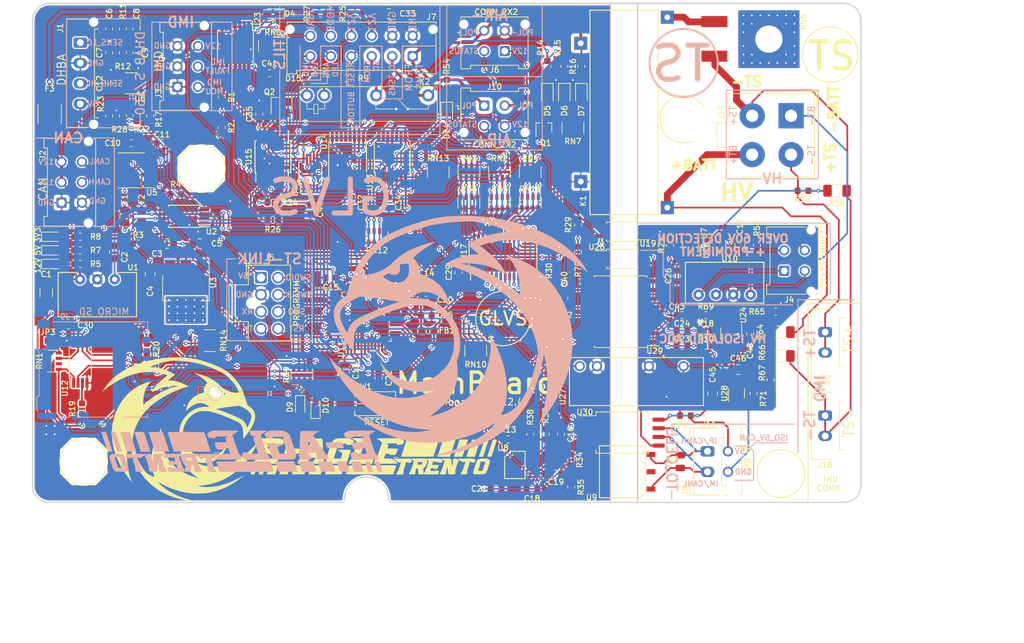
<source format=kicad_pcb>
(kicad_pcb (version 20171130) (host pcbnew 5.1.7)
  (layers (0 F.Cu signal) (31 B.Cu signal) (34 B.Paste user) (35 F.Paste user) (36 B.SilkS user hide) (37 F.SilkS user) (38 B.Mask user) (39 F.Mask user) (44 Edge.Cuts user))
  (net 0 "")
  (net 1 +3V3)
  (net 2 GND)
  (net 3 +5V)
  (net 4 /HV/5VISO)
  (net 5 -BATT)
  (net 6 -TS)
  (net 7 +TS)
  (net 8 +12V)
  (net 9 /CAN+)
  (net 10 /CAN-)
  (net 11 +BATT)
  (net 12 /IMD_Fault)
  (net 13 /TS_ON)
  (net 14 /BMS_Fault)
  (net 15 /IMD)
  (net 16 /HV/TSV)
  (net 17 /HV/PackV)
  (net 18 /HV/TS_DIVIDER)
  (net 19 "Net-(D3-Pad2)")
  (net 20 "Net-(U9-Pad5)")
  (net 21 "Net-(F3-Pad1)")
  (net 22 /CHARGE)
  (net 23 /IP)
  (net 24 /IM)
  (net 25 /Shutdown/dissipation)
  (net 26 "Net-(D2-Pad2)")
  (net 27 /NRST_MCU)
  (net 28 /FROM_TSMS)
  (net 29 /IMD_LED)
  (net 30 /BMS_LED)
  (net 31 /5V_FROM_12V)
  (net 32 /HIGH_CURRENT)
  (net 33 /LOW_CURRENT)
  (net 34 /TO_TSMS)
  (net 35 /SWCLK_MCU)
  (net 36 /SWDIO_MCU)
  (net 37 /TX_MCU)
  (net 38 /RX_MCU)
  (net 39 /FROM_SD)
  (net 40 /NRST_SD)
  (net 41 /5V_USB)
  (net 42 /AMS/CS_CARD)
  (net 43 /AMS/CARD_OK)
  (net 44 /PC_ENDED)
  (net 45 /AMS/ICMP)
  (net 46 /AMS/IBIAS)
  (net 47 /AMS/LED_1)
  (net 48 /AMS/Ip_low)
  (net 49 /AMS/Ip_high)
  (net 50 /AMS/IP_LV)
  (net 51 /AMS/IM_LV)
  (net 52 /AMS/FB_FROM_SD)
  (net 53 /AMS/FB_TO_TSMS)
  (net 54 /AMS/FB_FROM_TSMS)
  (net 55 /AMS/CS_6820)
  (net 56 /AMS/CAN_RX)
  (net 57 /AMS/CAN_TX)
  (net 58 /dissipation)
  (net 59 "Net-(D15-Pad2)")
  (net 60 /HV/3V3ISO)
  (net 61 /HV/PRECHARGE_ON)
  (net 62 /LED_INDICATOR)
  (net 63 /HV/~RST~_8902)
  (net 64 "Net-(C5-Pad1)")
  (net 65 "Net-(C8-Pad1)")
  (net 66 "Net-(C9-Pad1)")
  (net 67 "Net-(C19-Pad2)")
  (net 68 "Net-(D1-Pad2)")
  (net 69 "Net-(D5-Pad1)")
  (net 70 "Net-(D6-Pad1)")
  (net 71 "Net-(D7-Pad1)")
  (net 72 "Net-(D10-Pad2)")
  (net 73 "Net-(D14-Pad1)")
  (net 74 "Net-(F1-Pad2)")
  (net 75 "Net-(J9-Pad1)")
  (net 76 "Net-(J9-Pad8)")
  (net 77 "Net-(R4-Pad2)")
  (net 78 "Net-(R17-Pad2)")
  (net 79 "Net-(R22-Pad2)")
  (net 80 "Net-(R64-Pad1)")
  (net 81 "Net-(R66-Pad1)")
  (net 82 "Net-(R70-Pad2)")
  (net 83 "Net-(R71-Pad1)")
  (net 84 /Shutdown/VREF_1.5V)
  (net 85 "Net-(U2-Pad1)")
  (net 86 "Net-(U9-Pad2)")
  (net 87 "Net-(U14-Pad1)")
  (net 88 "Net-(U14-Pad3)")
  (net 89 "Net-(U14-Pad4)")
  (net 90 "Net-(U14-Pad13)")
  (net 91 "Net-(U14-Pad14)")
  (net 92 "Net-(U14-Pad15)")
  (net 93 "Net-(U28-Pad4)")
  (net 94 "Net-(U29-Pad5)")
  (net 95 "Net-(U29-Pad6)")
  (net 96 "Net-(U29-Pad11)")
  (net 97 "Net-(U29-Pad14)")
  (net 98 "Net-(U29-Pad15)")
  (net 99 /AMS/MISO)
  (net 100 /AMS/MOSI)
  (net 101 /AMS/SCK)
  (net 102 /AMS/ADC_TX)
  (net 103 /AMS/ADC_RX)
  (net 104 /AMS/ISO_CAN_RX)
  (net 105 /AMS/ISO_CAN_TX)
  (net 106 "Net-(K1-Pad3)")
  (net 107 /HV/PackV_FT)
  (net 108 /HV/TSV_FT)
  (net 109 /AMS/3V3_FT)
  (net 110 /AMS/ADC_SIN)
  (net 111 /Shutdown/LAST_AIR)
  (net 112 /HV/PROMINENT+)
  (net 113 /HV/PROMINENT-)
  (net 114 /SWO_MCU)
  (net 115 "Net-(J3-Pad4)")
  (net 116 "Net-(JP3-Pad1)")
  (net 117 /AMS/~HOLD~)
  (net 118 /AMS/~W~)
  (net 119 /AMS/CS_EEPROM)
  (net 120 "Net-(D9-Pad1)")
  (net 121 /FB_AIR-)
  (net 122 /FB_AIR+)
  (net 123 /AMS/A3)
  (net 124 /FB_PC_END)
  (net 125 /FB_SD_MINIRELAY)
  (net 126 /FB_BMS)
  (net 127 /FB_LACTH_BMS)
  (net 128 /FB_LACTH_IMD)
  (net 129 /FB_TS_ON)
  (net 130 /FB_BMS_SD)
  (net 131 /FB_IMD_SD)
  (net 132 /AMS/FB_TSAL_OVER60V)
  (net 133 /FB_TS_OVER_60V)
  (net 134 /AMS/A2)
  (net 135 /AMS/A1)
  (net 136 /AMS/A0)
  (net 137 /AMS/ANALOG_DATA)
  (net 138 "Net-(U17-Pad2)")
  (net 139 "Net-(U17-Pad3)")
  (net 140 "Net-(U17-Pad13)")
  (net 141 /AMS/FB_LATCH_IMD)
  (net 142 /AMS/FB_LATCH_BMS)
  (net 143 /AMS/FB_IMD_FAULT)
  (net 144 /AMS/FB_RELAY_LV)
  (net 145 /AMS/FB_IMD_SD)
  (net 146 /AMS/FB_BMS_SD)
  (net 147 /AMS/FB_AIR-)
  (net 148 /AMS/FB_AIR+)
  (net 149 /AMS/FB_BMS_12V)
  (net 150 /AMS/FB_TS_ON_12V)
  (net 151 /AMS/FB_PC_END_12V)
  (net 152 "Net-(D8-Pad2)")
  (net 153 /AMS/LED_2)
  (net 154 "Net-(RN13-Pad4)")
  (net 155 "Net-(RN13-Pad5)")
  (net 156 "Net-(U29-Pad2)")
  (net 157 /AMS/SPI2_MOSI)
  (net 158 /AMS/SPI2_SCK)
  (net 159 /AMS/SPI2_MISO)
  (net 160 "Net-(RN9-Pad5)")
  (net 161 "Net-(RN9-Pad4)")
  (net 162 "Net-(RN14-Pad4)")
  (net 163 "Net-(RN14-Pad5)")
  (net 164 "Net-(RN1-Pad7)")
  (net 165 "Net-(RN1-Pad2)")
  (net 166 /AMS/CHECK_MUX)
  (net 167 /HV/5V_FROM_CELL)
  (net 168 "Net-(R21-Pad1)")
  (net 169 "Net-(U19-Pad2)")
  (net 170 /HV/EXT_GND)
  (net 171 /HV/EXT_5V)
  (net 172 /BSPD_SIG)
  (net 173 "Net-(U15-Pad6)")
  (net 174 "Net-(U15-Pad8)")
  (net 175 /HV/PRECHARGE_STATUS)
  (net 176 "Net-(D4-Pad2)")
  (net 177 "Net-(D4-Pad1)")
  (net 178 "Net-(RN7-Pad4)")
  (net 179 "Net-(RN7-Pad5)")
  (net 180 "Net-(R31-Pad2)")
  (net 181 "Net-(R32-Pad2)")
  (net 182 /AMS/MOSI_2)
  (net 183 /AMS/SCK_2)
  (net 184 /AMS/MISO_2)
  (module Package_QFP:LQFP-48_7x7mm_P0.5mm (layer F.Cu) (at 72.25 83 90)
    (fp_text reference U11 (at -4.75 -3.75 90) (layer F.SilkS) (effects (font (size 0.82 0.82) (thickness 0.153))))
    (fp_text value STM32G474)
    (pad 48 smd roundrect (at -2.75 -4.1625 90) (size 0.3 1.475) (layers F.Cu F.Paste F.Mask) (net 1 +3V3))
    (pad 47 smd roundrect (at -2.25 -4.1625 90) (size 0.3 1.475) (layers F.Cu F.Paste F.Mask) (net 2 GND))
    (pad 46 smd roundrect (at -1.75 -4.1625 90) (size 0.3 1.475) (layers F.Cu F.Paste F.Mask) (net 57 /AMS/CAN_TX))
    (pad 45 smd roundrect (at -1.25 -4.1625 90) (size 0.3 1.475) (layers F.Cu F.Paste F.Mask) (net 56 /AMS/CAN_RX))
    (pad 44 smd roundrect (at -0.75 -4.1625 90) (size 0.3 1.475) (layers F.Cu F.Paste F.Mask) (net 47 /AMS/LED_1))
    (pad 43 smd roundrect (at -0.25 -4.1625 90) (size 0.3 1.475) (layers F.Cu F.Paste F.Mask) (net 153 /AMS/LED_2))
    (pad 42 smd roundrect (at 0.25 -4.1625 90) (size 0.3 1.475) (layers F.Cu F.Paste F.Mask) (net 22 /CHARGE))
    (pad 41 smd roundrect (at 0.75 -4.1625 90) (size 0.3 1.475) (layers F.Cu F.Paste F.Mask) (net 105 /AMS/ISO_CAN_TX))
    (pad 40 smd roundrect (at 1.25 -4.1625 90) (size 0.3 1.475) (layers F.Cu F.Paste F.Mask) (net 114 /SWO_MCU))
    (pad 39 smd roundrect (at 1.75 -4.1625 90) (size 0.3 1.475) (layers F.Cu F.Paste F.Mask) (net 117 /AMS/~HOLD~))
    (pad 38 smd roundrect (at 2.25 -4.1625 90) (size 0.3 1.475) (layers F.Cu F.Paste F.Mask) (net 35 /SWCLK_MCU))
    (pad 37 smd roundrect (at 2.75 -4.1625 90) (size 0.3 1.475) (layers F.Cu F.Paste F.Mask) (net 36 /SWDIO_MCU))
    (pad 36 smd roundrect (at 4.1625 -2.75 90) (size 1.475 0.3) (layers F.Cu F.Paste F.Mask) (net 1 +3V3))
    (pad 35 smd roundrect (at 4.1625 -2.25 90) (size 1.475 0.3) (layers F.Cu F.Paste F.Mask) (net 2 GND))
    (pad 34 smd roundrect (at 4.1625 -1.75 90) (size 1.475 0.3) (layers F.Cu F.Paste F.Mask) (net 15 /IMD))
    (pad 33 smd roundrect (at 4.1625 -1.25 90) (size 1.475 0.3) (layers F.Cu F.Paste F.Mask) (net 44 /PC_ENDED))
    (pad 32 smd roundrect (at 4.1625 -0.75 90) (size 1.475 0.3) (layers F.Cu F.Paste F.Mask) (net 13 /TS_ON))
    (pad 31 smd roundrect (at 4.1625 -0.25 90) (size 1.475 0.3) (layers F.Cu F.Paste F.Mask) (net 14 /BMS_Fault))
    (pad 30 smd roundrect (at 4.1625 0.25 90) (size 1.475 0.3) (layers F.Cu F.Paste F.Mask) (net 104 /AMS/ISO_CAN_RX))
    (pad 29 smd roundrect (at 4.1625 0.75 90) (size 1.475 0.3) (layers F.Cu F.Paste F.Mask) (net 157 /AMS/SPI2_MOSI))
    (pad 28 smd roundrect (at 4.1625 1.25 90) (size 1.475 0.3) (layers F.Cu F.Paste F.Mask) (net 159 /AMS/SPI2_MISO))
    (pad 27 smd roundrect (at 4.1625 1.75 90) (size 1.475 0.3) (layers F.Cu F.Paste F.Mask) (net 158 /AMS/SPI2_SCK))
    (pad 26 smd roundrect (at 4.1625 2.25 90) (size 1.475 0.3) (layers F.Cu F.Paste F.Mask) (net 42 /AMS/CS_CARD))
    (pad 25 smd roundrect (at 4.1625 2.75 90) (size 1.475 0.3) (layers F.Cu F.Paste F.Mask) (net 103 /AMS/ADC_RX))
    (pad 24 smd roundrect (at 2.75 4.1625 90) (size 0.3 1.475) (layers F.Cu F.Paste F.Mask) (net 1 +3V3))
    (pad 23 smd roundrect (at 2.25 4.1625 90) (size 0.3 1.475) (layers F.Cu F.Paste F.Mask) (net 2 GND))
    (pad 22 smd roundrect (at 1.75 4.1625 90) (size 0.3 1.475) (layers F.Cu F.Paste F.Mask) (net 102 /AMS/ADC_TX))
    (pad 21 smd roundrect (at 1.25 4.1625 90) (size 0.3 1.475) (layers F.Cu F.Paste F.Mask) (net 109 /AMS/3V3_FT))
    (pad 20 smd roundrect (at 0.75 4.1625 90) (size 0.3 1.475) (layers F.Cu F.Paste F.Mask) (net 109 /AMS/3V3_FT))
    (pad 19 smd roundrect (at 0.25 4.1625 90) (size 0.3 1.475) (layers F.Cu F.Paste F.Mask) (net 2 GND))
    (pad 18 smd roundrect (at -0.25 4.1625 90) (size 0.3 1.475) (layers F.Cu F.Paste F.Mask) (net 137 /AMS/ANALOG_DATA))
    (pad 17 smd roundrect (at -0.75 4.1625 90) (size 0.3 1.475) (layers F.Cu F.Paste F.Mask) (net 136 /AMS/A0))
    (pad 16 smd roundrect (at -1.25 4.1625 90) (size 0.3 1.475) (layers F.Cu F.Paste F.Mask) (net 110 /AMS/ADC_SIN))
    (pad 15 smd roundrect (at -1.75 4.1625 90) (size 0.3 1.475) (layers F.Cu F.Paste F.Mask) (net 100 /AMS/MOSI))
    (pad 14 smd roundrect (at -2.25 4.1625 90) (size 0.3 1.475) (layers F.Cu F.Paste F.Mask) (net 99 /AMS/MISO))
    (pad 13 smd roundrect (at -2.75 4.1625 90) (size 0.3 1.475) (layers F.Cu F.Paste F.Mask) (net 101 /AMS/SCK))
    (pad 12 smd roundrect (at -4.1625 2.75 90) (size 1.475 0.3) (layers F.Cu F.Paste F.Mask) (net 55 /AMS/CS_6820))
    (pad 11 smd roundrect (at -4.1625 2.25 90) (size 1.475 0.3) (layers F.Cu F.Paste F.Mask) (net 38 /RX_MCU))
    (pad 10 smd roundrect (at -4.1625 1.75 90) (size 1.475 0.3) (layers F.Cu F.Paste F.Mask) (net 37 /TX_MCU))
    (pad 9 smd roundrect (at -4.1625 1.25 90) (size 1.475 0.3) (layers F.Cu F.Paste F.Mask) (net 123 /AMS/A3))
    (pad 8 smd roundrect (at -4.1625 0.75 90) (size 1.475 0.3) (layers F.Cu F.Paste F.Mask) (net 134 /AMS/A2))
    (pad 7 smd roundrect (at -4.1625 0.25 90) (size 1.475 0.3) (layers F.Cu F.Paste F.Mask) (net 27 /NRST_MCU))
    (pad 6 smd roundrect (at -4.1625 -0.25 90) (size 1.475 0.3) (layers F.Cu F.Paste F.Mask) (net 49 /AMS/Ip_high))
    (pad 5 smd roundrect (at -4.1625 -0.75 90) (size 1.475 0.3) (layers F.Cu F.Paste F.Mask) (net 48 /AMS/Ip_low))
    (pad 4 smd roundrect (at -4.1625 -1.25 90) (size 1.475 0.3) (layers F.Cu F.Paste F.Mask) (net 135 /AMS/A1))
    (pad 3 smd roundrect (at -4.1625 -1.75 90) (size 1.475 0.3) (layers F.Cu F.Paste F.Mask) (net 43 /AMS/CARD_OK))
    (pad 2 smd roundrect (at -4.1625 -2.25 90) (size 1.475 0.3) (layers F.Cu F.Paste F.Mask) (net 119 /AMS/CS_EEPROM))
    (pad 1 smd roundrect (at -4.1625 -2.75 90) (size 1.475 0.3) (layers F.Cu F.Paste F.Mask) (net 1 +3V3))
  )
  (module MainBoard:Molex_Micro-Fit_3.0_43045-0412_2x02_P3.00mm_Vertical (layer F.Cu) (at 133.5 76.25 90)
    (fp_text reference J4 (at -4.25 0.75 180) (layer F.SilkS) (effects (font (size 0.82 0.82) (thickness 0.153))))
    (fp_text value CONN_2X2)
    (pad "" np_thru_hole circle (at -3 3.94 90) (size 1 1) (drill 1) (layers *.Cu *.Mask))
    (pad "" np_thru_hole circle (at 6 3.94 90) (size 1 1) (drill 1) (layers *.Cu *.Mask))
    (pad 1 thru_hole roundrect (at 0 0 90) (size 1.5 1.5) (drill 1) (layers *.Cu *.Mask) (roundrect_rratio 0.166667) (net 170 /HV/EXT_GND))
    (pad 2 thru_hole circle (at 3 0 90) (size 1.5 1.5) (drill 1) (layers *.Cu *.Mask) (net 113 /HV/PROMINENT-))
    (pad 3 thru_hole circle (at 0 3 90) (size 1.5 1.5) (drill 1) (layers *.Cu *.Mask) (net 171 /HV/EXT_5V))
    (pad 4 thru_hole circle (at 3 3 90) (size 1.5 1.5) (drill 1) (layers *.Cu *.Mask) (net 112 /HV/PROMINENT+))
  )
  (module MainBoard:scritta_scale570 (layer F.Cu) (at 73.25 103.5)
    (fp_text reference G*** hide)
    (fp_text value LOGO hide)
  )
  (module MainBoard:logo_24mm (layer F.Cu) (at 44.75 99.5)
    (fp_text reference G*** hide)
    (fp_text value LOGO hide)
  )
  (module MainBoard:logo_40mm (layer B.Cu) (at 86 85.75 180)
    (fp_text reference G*** hide)
    (fp_text value LOGO hide)
  )
  (module MainBoard:scritta_scale500 (layer B.Cu) (at 54 102.75 180)
    (fp_text reference G*** hide)
    (fp_text value LOGO hide)
  )
  (module Package_SO:MSOP-10_3x3mm_P0.5mm (layer F.Cu) (at 64 62 90)
    (fp_text reference U4 (at -2.5 -2.25 90) (layer F.SilkS) (effects (font (size 0.82 0.82) (thickness 0.153))))
    (fp_text value AD8244)
    (pad 10 smd rect (at 2.2 -1 90) (size 1.4 0.3) (layers F.Cu F.Paste F.Mask) (net 131 /FB_IMD_SD))
    (pad 9 smd rect (at 2.2 -0.5 90) (size 1.4 0.3) (layers F.Cu F.Paste F.Mask) (net 128 /FB_LACTH_IMD))
    (pad 8 smd rect (at 2.2 0 90) (size 1.4 0.3) (layers F.Cu F.Paste F.Mask) (net 2 GND))
    (pad 7 smd rect (at 2.2 0.5 90) (size 1.4 0.3) (layers F.Cu F.Paste F.Mask) (net 127 /FB_LACTH_BMS))
    (pad 6 smd rect (at 2.2 1 90) (size 1.4 0.3) (layers F.Cu F.Paste F.Mask) (net 130 /FB_BMS_SD))
    (pad 5 smd rect (at -2.2 1 90) (size 1.4 0.3) (layers F.Cu F.Paste F.Mask) (net 29 /IMD_LED))
    (pad 4 smd rect (at -2.2 0.5 90) (size 1.4 0.3) (layers F.Cu F.Paste F.Mask) (net 128 /FB_LACTH_IMD))
    (pad 3 smd rect (at -2.2 0 90) (size 1.4 0.3) (layers F.Cu F.Paste F.Mask) (net 8 +12V))
    (pad 2 smd rect (at -2.2 -0.5 90) (size 1.4 0.3) (layers F.Cu F.Paste F.Mask) (net 127 /FB_LACTH_BMS))
    (pad 1 smd rect (at -2.2 -1 90) (size 1.4 0.3) (layers F.Cu F.Paste F.Mask) (net 30 /BMS_LED))
  )
  (module Package_SO:TSSOP-14_4.4x5mm_P0.65mm (layer F.Cu) (at 53 43.25 270)
    (fp_text reference U23 (at -3.75 -3.25 270) (layer F.SilkS) (effects (font (size 0.82 0.82) (thickness 0.153))))
    (fp_text value CD4072BPW)
    (pad 14 smd rect (at 2.95 -1.95 270) (size 1.45 0.45) (layers F.Cu F.Paste F.Mask) (net 8 +12V))
    (pad 13 smd rect (at 2.95 -1.3 270) (size 1.45 0.45) (layers F.Cu F.Paste F.Mask) (net 62 /LED_INDICATOR))
    (pad 12 smd rect (at 2.95 -0.65 270) (size 1.45 0.45) (layers F.Cu F.Paste F.Mask) (net 175 /HV/PRECHARGE_STATUS))
    (pad 11 smd rect (at 2.95 0 270) (size 1.45 0.45) (layers F.Cu F.Paste F.Mask) (net 122 /FB_AIR+))
    (pad 10 smd rect (at 2.95 0.65 270) (size 1.45 0.45) (layers F.Cu F.Paste F.Mask) (net 121 /FB_AIR-))
    (pad 9 smd rect (at 2.95 1.3 270) (size 1.45 0.45) (layers F.Cu F.Paste F.Mask) (net 133 /FB_TS_OVER_60V))
    (pad 8 smd rect (at 2.95 1.95 270) (size 1.45 0.45) (layers F.Cu F.Paste F.Mask))
    (pad 7 smd rect (at -2.95 1.95 270) (size 1.45 0.45) (layers F.Cu F.Paste F.Mask) (net 2 GND))
    (pad 6 smd rect (at -2.95 1.3 270) (size 1.45 0.45) (layers F.Cu F.Paste F.Mask))
    (pad 5 smd rect (at -2.95 0.65 270) (size 1.45 0.45) (layers F.Cu F.Paste F.Mask) (net 133 /FB_TS_OVER_60V))
    (pad 4 smd rect (at -2.95 0 270) (size 1.45 0.45) (layers F.Cu F.Paste F.Mask) (net 121 /FB_AIR-))
    (pad 3 smd rect (at -2.95 -0.65 270) (size 1.45 0.45) (layers F.Cu F.Paste F.Mask) (net 122 /FB_AIR+))
    (pad 2 smd rect (at -2.95 -1.3 270) (size 1.45 0.45) (layers F.Cu F.Paste F.Mask) (net 175 /HV/PRECHARGE_STATUS))
    (pad 1 smd rect (at -2.95 -1.95 270) (size 1.45 0.45) (layers F.Cu F.Paste F.Mask) (net 176 "Net-(D4-Pad2)"))
  )
  (module Capacitor_SMD:C_0603_1608Metric (layer F.Cu) (at 118.5 82.75 180)
    (fp_text reference C43 (at 0.75 1.25) (layer F.SilkS) (effects (font (size 0.82 0.82) (thickness 0.153))))
    (fp_text value 10nF)
    (pad 2 smd roundrect (at 0.7875 0 180) (size 0.875 0.95) (layers F.Cu F.Paste F.Mask) (net 63 /HV/~RST~_8902))
    (pad 1 smd roundrect (at -0.7875 0 180) (size 0.875 0.95) (layers F.Cu F.Paste F.Mask) (net 60 /HV/3V3ISO))
  )
  (module MountingHole:MountingHole_3mm (layer F.Cu) (at 133 106)
    (fp_text reference H1 hide)
    (fp_text value MountingHole)
    (pad 1 np_thru_hole circle (at 0 0) (size 3 3) (drill 3) (layers *.Cu *.Mask))
  )
  (module Resistor_SMD:R_0603_1608Metric (layer F.Cu) (at 38.75 72.25 180)
    (fp_text reference R3 (at 0 1.25) (layer F.SilkS) (effects (font (size 0.82 0.82) (thickness 0.153))))
    (fp_text value 100K)
    (pad 2 smd roundrect (at 0.7875 0 180) (size 0.875 0.95) (layers F.Cu F.Paste F.Mask) (net 2 GND))
    (pad 1 smd roundrect (at -0.7875 0 180) (size 0.875 0.95) (layers F.Cu F.Paste F.Mask) (net 41 /5V_USB))
  )
  (module Package_SO:TSSOP-14_4.4x5mm_P0.65mm (layer F.Cu) (at 76 59.5 90)
    (fp_text reference U13 (at -3.75 -3.25 90) (layer F.SilkS) (effects (font (size 0.82 0.82) (thickness 0.153))))
    (fp_text value TS3704IPT)
    (pad 14 smd rect (at 2.95 -1.95 90) (size 1.45 0.45) (layers F.Cu F.Paste F.Mask) (net 129 /FB_TS_ON))
    (pad 13 smd rect (at 2.95 -1.3 90) (size 1.45 0.45) (layers F.Cu F.Paste F.Mask) (net 124 /FB_PC_END))
    (pad 12 smd rect (at 2.95 -0.65 90) (size 1.45 0.45) (layers F.Cu F.Paste F.Mask) (net 2 GND))
    (pad 11 smd rect (at 2.95 0 90) (size 1.45 0.45) (layers F.Cu F.Paste F.Mask) (net 44 /PC_ENDED))
    (pad 10 smd rect (at 2.95 0.65 90) (size 1.45 0.45) (layers F.Cu F.Paste F.Mask) (net 84 /Shutdown/VREF_1.5V))
    (pad 9 smd rect (at 2.95 1.3 90) (size 1.45 0.45) (layers F.Cu F.Paste F.Mask) (net 13 /TS_ON))
    (pad 8 smd rect (at 2.95 1.95 90) (size 1.45 0.45) (layers F.Cu F.Paste F.Mask) (net 84 /Shutdown/VREF_1.5V))
    (pad 7 smd rect (at -2.95 1.95 90) (size 1.45 0.45) (layers F.Cu F.Paste F.Mask) (net 14 /BMS_Fault))
    (pad 6 smd rect (at -2.95 1.3 90) (size 1.45 0.45) (layers F.Cu F.Paste F.Mask) (net 84 /Shutdown/VREF_1.5V))
    (pad 5 smd rect (at -2.95 0.65 90) (size 1.45 0.45) (layers F.Cu F.Paste F.Mask) (net 73 "Net-(D14-Pad1)"))
    (pad 4 smd rect (at -2.95 0 90) (size 1.45 0.45) (layers F.Cu F.Paste F.Mask) (net 1 +3V3))
    (pad 3 smd rect (at -2.95 -0.65 90) (size 1.45 0.45) (layers F.Cu F.Paste F.Mask) (net 8 +12V))
    (pad 2 smd rect (at -2.95 -1.3 90) (size 1.45 0.45) (layers F.Cu F.Paste F.Mask) (net 61 /HV/PRECHARGE_ON))
    (pad 1 smd rect (at -2.95 -1.95 90) (size 1.45 0.45) (layers F.Cu F.Paste F.Mask) (net 126 /FB_BMS))
  )
  (module MainBoard:KT_THT (layer F.Cu) (at 110 53 90)
    (fp_text reference K1 (at -13 -6 90) (layer F.SilkS) (effects (font (size 0.82 0.82) (thickness 0.153))))
    (fp_text value KT12-1A)
    (pad 3 thru_hole rect (at 13.97 6.35 90) (size 1.9 1.9) (drill 0.85) (layers *.Cu *.Mask) (net 106 "Net-(K1-Pad3)"))
    (pad 4 thru_hole rect (at -13.97 6.35 90) (size 1.9 1.9) (drill 0.85) (layers *.Cu *.Mask) (net 11 +BATT))
    (pad 1 thru_hole rect (at 10.15 -6.35 90) (size 1.9 1.9) (drill 0.85) (layers *.Cu *.Mask) (net 28 /FROM_TSMS))
    (pad 2 thru_hole rect (at -10.15 -6.35 90) (size 1.9 1.9) (drill 0.85) (layers *.Cu *.Mask) (net 2 GND))
  )
  (module MountingHole:MountingHole_3mm (layer F.Cu) (at 30.75 104.25)
    (fp_text reference H3 hide)
    (fp_text value MountingHole)
    (pad 1 np_thru_hole circle (at 0 0) (size 3 3) (drill 3) (layers *.Cu *.Mask))
  )
  (module Resistor_SMD:R_0603_1608Metric (layer F.Cu) (at 102.25 104 270)
    (fp_text reference R34 (at 0 -1.25 90) (layer F.SilkS) (effects (font (size 0.82 0.82) (thickness 0.153))))
    (fp_text value 150)
    (pad 2 smd roundrect (at 0.7875 0 270) (size 0.875 0.95) (layers F.Cu F.Paste F.Mask) (net 67 "Net-(C19-Pad2)"))
    (pad 1 smd roundrect (at -0.7875 0 270) (size 0.875 0.95) (layers F.Cu F.Paste F.Mask) (net 50 /AMS/IP_LV))
  )
  (module Resistor_SMD:R_0603_1608Metric (layer F.Cu) (at 34.5 53.5 90)
    (fp_text reference R23 (at 1.75 -1.25 90) (layer F.SilkS) (effects (font (size 0.82 0.82) (thickness 0.153))))
    (fp_text value 330K)
    (pad 2 smd roundrect (at 0.7875 0 90) (size 0.875 0.95) (layers F.Cu F.Paste F.Mask) (net 2 GND))
    (pad 1 smd roundrect (at -0.7875 0 90) (size 0.875 0.95) (layers F.Cu F.Paste F.Mask) (net 48 /AMS/Ip_low))
  )
  (module Resistor_SMD:R_0603_1608Metric (layer F.Cu) (at 36.5 53.5 90)
    (fp_text reference R28 (at -2 -0.5 180) (layer F.SilkS) (effects (font (size 0.82 0.82) (thickness 0.153))))
    (fp_text value 330K)
    (pad 2 smd roundrect (at 0.7875 0 90) (size 0.875 0.95) (layers F.Cu F.Paste F.Mask) (net 2 GND))
    (pad 1 smd roundrect (at -0.7875 0 90) (size 0.875 0.95) (layers F.Cu F.Paste F.Mask) (net 49 /AMS/Ip_high))
  )
  (module Resistor_SMD:R_0603_1608Metric (layer F.Cu) (at 40.5 53.5 90)
    (fp_text reference R17 (at -0.5 1.25 90) (layer F.SilkS) (effects (font (size 0.82 0.82) (thickness 0.153))))
    (fp_text value 169K)
    (pad 2 smd roundrect (at 0.7875 0 90) (size 0.875 0.95) (layers F.Cu F.Paste F.Mask) (net 78 "Net-(R17-Pad2)"))
    (pad 1 smd roundrect (at -0.7875 0 90) (size 0.875 0.95) (layers F.Cu F.Paste F.Mask) (net 48 /AMS/Ip_low))
  )
  (module Resistor_SMD:R_0603_1608Metric (layer F.Cu) (at 36.5 40.75 270)
    (fp_text reference R11 (at -2.6 0 90) (layer F.SilkS) (effects (font (size 0.82 0.82) (thickness 0.153))))
    (fp_text value 10K)
    (pad 2 smd roundrect (at 0.7875 0 270) (size 0.875 0.95) (layers F.Cu F.Paste F.Mask) (net 33 /LOW_CURRENT))
    (pad 1 smd roundrect (at -0.7875 0 270) (size 0.875 0.95) (layers F.Cu F.Paste F.Mask) (net 65 "Net-(C8-Pad1)"))
  )
  (module Resistor_SMD:R_0603_1608Metric (layer F.Cu) (at 36.5 44.25 90)
    (fp_text reference R12 (at -2 0 180) (layer F.SilkS) (effects (font (size 0.82 0.82) (thickness 0.153))))
    (fp_text value 10K)
    (pad 2 smd roundrect (at 0.7875 0 90) (size 0.875 0.95) (layers F.Cu F.Paste F.Mask) (net 32 /HIGH_CURRENT))
    (pad 1 smd roundrect (at -0.7875 0 90) (size 0.875 0.95) (layers F.Cu F.Paste F.Mask) (net 66 "Net-(C9-Pad1)"))
  )
  (module Package_TO_SOT_SMD:TSOT-23-8 (layer F.Cu) (at 37.75 48.75 180)
    (fp_text reference U6 (at -1.25 -2.25) (layer F.SilkS) (effects (font (size 0.82 0.82) (thickness 0.153))))
    (fp_text value LTC6259)
    (pad 8 smd rect (at 1.31 -0.97 180) (size 1.22 0.4) (layers F.Cu F.Paste F.Mask) (net 3 +5V))
    (pad 7 smd rect (at 1.31 -0.33 180) (size 1.22 0.4) (layers F.Cu F.Paste F.Mask) (net 79 "Net-(R22-Pad2)"))
    (pad 6 smd rect (at 1.31 0.33 180) (size 1.22 0.4) (layers F.Cu F.Paste F.Mask) (net 79 "Net-(R22-Pad2)"))
    (pad 5 smd rect (at 1.31 0.97 180) (size 1.22 0.4) (layers F.Cu F.Paste F.Mask) (net 66 "Net-(C9-Pad1)"))
    (pad 4 smd rect (at -1.31 0.97 180) (size 1.22 0.4) (layers F.Cu F.Paste F.Mask) (net 2 GND))
    (pad 3 smd rect (at -1.31 0.33 180) (size 1.22 0.4) (layers F.Cu F.Paste F.Mask) (net 65 "Net-(C8-Pad1)"))
    (pad 2 smd rect (at -1.31 -0.33 180) (size 1.22 0.4) (layers F.Cu F.Paste F.Mask) (net 78 "Net-(R17-Pad2)"))
    (pad 1 smd rect (at -1.31 -0.97 180) (size 1.22 0.4) (layers F.Cu F.Paste F.Mask) (net 78 "Net-(R17-Pad2)"))
  )
  (module MainBoard:MSOP-16 (layer F.Cu) (at 94 104.75 270)
    (fp_text reference U8 (at -2.5 1.75) (layer F.SilkS) (effects (font (size 0.82 0.82) (thickness 0.153))))
    (fp_text value LTC6820)
    (pad 8 smd rect (at 1.75 2.1 270) (size 0.3 0.9) (layers F.Cu F.Paste F.Mask) (net 2 GND))
    (pad 9 smd rect (at 1.75 -2.1 270) (size 0.3 0.9) (layers F.Cu F.Paste F.Mask) (net 3 +5V))
    (pad 7 smd rect (at 1.25 2.1 270) (size 0.3 0.9) (layers F.Cu F.Paste F.Mask) (net 2 GND))
    (pad 10 smd rect (at 1.25 -2.1 270) (size 0.3 0.9) (layers F.Cu F.Paste F.Mask) (net 51 /AMS/IM_LV))
    (pad 6 smd rect (at 0.75 2.1 270) (size 0.3 0.9) (layers F.Cu F.Paste F.Mask) (net 1 +3V3))
    (pad 11 smd rect (at 0.75 -2.1 270) (size 0.3 0.9) (layers F.Cu F.Paste F.Mask) (net 50 /AMS/IP_LV))
    (pad 5 smd rect (at 0.25 2.1 270) (size 0.3 0.9) (layers F.Cu F.Paste F.Mask) (net 55 /AMS/CS_6820))
    (pad 12 smd rect (at 0.25 -2.1 270) (size 0.3 0.9) (layers F.Cu F.Paste F.Mask) (net 3 +5V))
    (pad 4 smd rect (at -0.25 2.1 270) (size 0.3 0.9) (layers F.Cu F.Paste F.Mask) (net 101 /AMS/SCK))
    (pad 13 smd rect (at -0.25 -2.1 270) (size 0.3 0.9) (layers F.Cu F.Paste F.Mask) (net 2 GND))
    (pad 3 smd rect (at -0.75 2.1 270) (size 0.3 0.9) (layers F.Cu F.Paste F.Mask) (net 99 /AMS/MISO))
    (pad 14 smd rect (at -0.75 -2.1 270) (size 0.3 0.9) (layers F.Cu F.Paste F.Mask) (net 2 GND))
    (pad 2 smd rect (at -1.25 2.1 270) (size 0.3 0.9) (layers F.Cu F.Paste F.Mask) (net 100 /AMS/MOSI))
    (pad 15 smd rect (at -1.25 -2.1 270) (size 0.3 0.9) (layers F.Cu F.Paste F.Mask) (net 45 /AMS/ICMP))
    (pad 1 smd rect (at -1.75 2.1 270) (size 0.3 0.9) (layers F.Cu F.Paste F.Mask) (net 2 GND))
    (pad 16 smd rect (at -1.75 -2.1 270) (size 0.3 0.9) (layers F.Cu F.Paste F.Mask) (net 46 /AMS/IBIAS))
  )
  (module Resistor_SMD:R_0603_1608Metric (layer F.Cu) (at 96.25 100.25 270)
    (fp_text reference R38 (at -2.5 0 90) (layer F.SilkS) (effects (font (size 0.82 0.82) (thickness 0.153))))
    (fp_text value 604)
    (pad 2 smd roundrect (at 0.7875 0 270) (size 0.875 0.95) (layers F.Cu F.Paste F.Mask) (net 46 /AMS/IBIAS))
    (pad 1 smd roundrect (at -0.7875 0 270) (size 0.875 0.95) (layers F.Cu F.Paste F.Mask) (net 45 /AMS/ICMP))
  )
  (module Capacitor_SMD:C_0603_1608Metric (layer F.Cu) (at 38.5 44.25 90)
    (fp_text reference C9 (at 0 1.25 90) (layer F.SilkS) (effects (font (size 0.82 0.82) (thickness 0.153))))
    (fp_text value 10nF)
    (pad 2 smd roundrect (at 0.7875 0 90) (size 0.875 0.95) (layers F.Cu F.Paste F.Mask) (net 2 GND))
    (pad 1 smd roundrect (at -0.7875 0 90) (size 0.875 0.95) (layers F.Cu F.Paste F.Mask) (net 66 "Net-(C9-Pad1)"))
  )
  (module Resistor_SMD:R_0603_1608Metric (layer F.Cu) (at 129.5 72.5 90)
    (fp_text reference R59 (at 2.5 0 90) (layer F.SilkS) (effects (font (size 0.82 0.82) (thickness 0.153))))
    (fp_text value 1K)
    (pad 2 smd roundrect (at 0.7875 0 90) (size 0.875 0.95) (layers F.Cu F.Paste F.Mask) (net 112 /HV/PROMINENT+))
    (pad 1 smd roundrect (at -0.7875 0 90) (size 0.875 0.95) (layers F.Cu F.Paste F.Mask) (net 167 /HV/5V_FROM_CELL))
  )
  (module Capacitor_SMD:C_0603_1608Metric (layer F.Cu) (at 34.5 44.25 90)
    (fp_text reference C7 (at 0 -1.43 90) (layer F.SilkS) (effects (font (size 0.82 0.82) (thickness 0.153))))
    (fp_text value 10nF)
    (pad 2 smd roundrect (at 0.7875 0 90) (size 0.875 0.95) (layers F.Cu F.Paste F.Mask) (net 2 GND))
    (pad 1 smd roundrect (at -0.7875 0 90) (size 0.875 0.95) (layers F.Cu F.Paste F.Mask) (net 32 /HIGH_CURRENT))
  )
  (module Capacitor_SMD:C_0603_1608Metric (layer F.Cu) (at 38.5 40.75 270)
    (fp_text reference C8 (at -2.25 0 90) (layer F.SilkS) (effects (font (size 0.82 0.82) (thickness 0.153))))
    (fp_text value 10nF)
    (pad 2 smd roundrect (at 0.7875 0 270) (size 0.875 0.95) (layers F.Cu F.Paste F.Mask) (net 2 GND))
    (pad 1 smd roundrect (at -0.7875 0 270) (size 0.875 0.95) (layers F.Cu F.Paste F.Mask) (net 65 "Net-(C8-Pad1)"))
  )
  (module Capacitor_SMD:C_0603_1608Metric (layer F.Cu) (at 42.25 57.5 180)
    (fp_text reference C11 (at 0 1.25) (layer F.SilkS) (effects (font (size 0.82 0.82) (thickness 0.153))))
    (fp_text value 100nF)
    (pad 2 smd roundrect (at 0.7875 0 180) (size 0.875 0.95) (layers F.Cu F.Paste F.Mask) (net 2 GND))
    (pad 1 smd roundrect (at -0.7875 0 180) (size 0.875 0.95) (layers F.Cu F.Paste F.Mask) (net 3 +5V))
  )
  (module Capacitor_SMD:C_0603_1608Metric (layer F.Cu) (at 81 78)
    (fp_text reference C14 (at 0 -1.43) (layer F.SilkS) (effects (font (size 0.82 0.82) (thickness 0.153))))
    (fp_text value 100nF)
    (pad 2 smd roundrect (at 0.7875 0) (size 0.875 0.95) (layers F.Cu F.Paste F.Mask) (net 2 GND))
    (pad 1 smd roundrect (at -0.7875 0) (size 0.875 0.95) (layers F.Cu F.Paste F.Mask) (net 1 +3V3))
  )
  (module Capacitor_SMD:C_0603_1608Metric (layer F.Cu) (at 100 106)
    (fp_text reference C19 (at 0 1.25) (layer F.SilkS) (effects (font (size 0.82 0.82) (thickness 0.153))))
    (fp_text value 100nF)
    (pad 2 smd roundrect (at 0.7875 0) (size 0.875 0.95) (layers F.Cu F.Paste F.Mask) (net 67 "Net-(C19-Pad2)"))
    (pad 1 smd roundrect (at -0.7875 0) (size 0.875 0.95) (layers F.Cu F.Paste F.Mask) (net 2 GND))
  )
  (module MountingHole:MountingHole_3mm (layer F.Cu) (at 118.75 54)
    (fp_text reference H2 hide)
    (fp_text value MountingHole)
    (pad 1 np_thru_hole circle (at 0 0) (size 3 3) (drill 3) (layers *.Cu *.Mask))
  )
  (module MountingHole:MountingHole_3mm (layer F.Cu) (at 48 61.25)
    (fp_text reference H4 hide)
    (fp_text value MountingHole)
    (pad 1 np_thru_hole circle (at 0 0) (size 3 3) (drill 3) (layers *.Cu *.Mask))
  )
  (module Resistor_SMD:R_0603_1608Metric (layer F.Cu) (at 136.25 64.5 180)
    (fp_text reference R57 (at 0 -1.25) (layer F.SilkS) (effects (font (size 0.82 0.82) (thickness 0.153))))
    (fp_text value 100K)
    (pad 2 smd roundrect (at 0.7875 0 180) (size 0.875 0.95) (layers F.Cu F.Paste F.Mask) (net 6 -TS))
    (pad 1 smd roundrect (at -0.7875 0 180) (size 0.875 0.95) (layers F.Cu F.Paste F.Mask) (net 18 /HV/TS_DIVIDER))
  )
  (module Resistor_SMD:R_0603_1608Metric (layer F.Cu) (at 132.25 82.25)
    (fp_text reference R65 (at -2.75 0) (layer F.SilkS) (effects (font (size 0.82 0.82) (thickness 0.153))))
    (fp_text value 71K5)
    (pad 2 smd roundrect (at 0.7875 0) (size 0.875 0.95) (layers F.Cu F.Paste F.Mask) (net 5 -BATT))
    (pad 1 smd roundrect (at -0.7875 0) (size 0.875 0.95) (layers F.Cu F.Paste F.Mask) (net 80 "Net-(R64-Pad1)"))
  )
  (module Resistor_SMD:R_0603_1608Metric (layer F.Cu) (at 131.5 92.25 270)
    (fp_text reference R67 (at -1 1.25 90) (layer F.SilkS) (effects (font (size 0.82 0.82) (thickness 0.153))))
    (fp_text value 71K5)
    (pad 2 smd roundrect (at 0.7875 0 270) (size 0.875 0.95) (layers F.Cu F.Paste F.Mask) (net 5 -BATT))
    (pad 1 smd roundrect (at -0.7875 0 270) (size 0.875 0.95) (layers F.Cu F.Paste F.Mask) (net 81 "Net-(R66-Pad1)"))
  )
  (module Capacitor_SMD:C_0603_1608Metric (layer F.Cu) (at 128.5 85.5 90)
    (fp_text reference C44 (at -2.5 0 90) (layer F.SilkS) (effects (font (size 0.82 0.82) (thickness 0.153))))
    (fp_text value 100nF)
    (pad 2 smd roundrect (at 0.7875 0 90) (size 0.875 0.95) (layers F.Cu F.Paste F.Mask) (net 5 -BATT))
    (pad 1 smd roundrect (at -0.7875 0 90) (size 0.875 0.95) (layers F.Cu F.Paste F.Mask) (net 4 /HV/5VISO))
  )
  (module Capacitor_SMD:C_0603_1608Metric (layer F.Cu) (at 34.5 40.75 270)
    (fp_text reference C6 (at -2.25 0 90) (layer F.SilkS) (effects (font (size 0.82 0.82) (thickness 0.153))))
    (fp_text value 10nF)
    (pad 2 smd roundrect (at 0.7875 0 270) (size 0.875 0.95) (layers F.Cu F.Paste F.Mask) (net 2 GND))
    (pad 1 smd roundrect (at -0.7875 0 270) (size 0.875 0.95) (layers F.Cu F.Paste F.Mask) (net 33 /LOW_CURRENT))
  )
  (module Capacitor_SMD:C_0805_2012Metric (layer F.Cu) (at 123 94.25 90)
    (fp_text reference C45 (at 2.75 0 90) (layer F.SilkS) (effects (font (size 0.82 0.82) (thickness 0.153))))
    (fp_text value 10uF)
    (pad 2 smd roundrect (at 0.9375 0 90) (size 0.975 1.4) (layers F.Cu F.Paste F.Mask) (net 5 -BATT))
    (pad 1 smd roundrect (at -0.9375 0 90) (size 0.975 1.4) (layers F.Cu F.Paste F.Mask) (net 4 /HV/5VISO))
  )
  (module MainBoard:Molex_Micro-Fit_3.0_43650-0415_1x04_P3.00mm_Vertical (layer F.Cu) (at 30.25 42.75 270)
    (fp_text reference J1 (at -2.138 2.948 90) (layer F.SilkS) (effects (font (size 0.82 0.82) (thickness 0.153))))
    (fp_text value CONN_1x4)
    (pad "" np_thru_hole circle (at -3 -1.96 270) (size 1 1) (drill 1) (layers *.Cu *.Mask))
    (pad "" np_thru_hole circle (at 12 -1.96 270) (size 1 1) (drill 1) (layers *.Cu *.Mask))
    (pad 1 thru_hole roundrect (at 0 0 270) (size 1.5 2) (drill 1) (layers *.Cu *.Mask) (roundrect_rratio 0.166667) (net 33 /LOW_CURRENT))
    (pad 2 thru_hole oval (at 3 0 270) (size 1.5 2) (drill 1) (layers *.Cu *.Mask) (net 2 GND))
    (pad 3 thru_hole oval (at 6 0 270) (size 1.5 2) (drill 1) (layers *.Cu *.Mask) (net 32 /HIGH_CURRENT))
    (pad 4 thru_hole oval (at 9 0 270) (size 1.5 2) (drill 1) (layers *.Cu *.Mask) (net 3 +5V))
  )
  (module MainBoard:Molex_Micro-Fit_3.0_43650-0215_1x02_P3.00mm_Vertical (layer F.Cu) (at 122.25 102.75 270)
    (fp_text reference J8 (at 5.75 3.25 90) (layer F.SilkS) (effects (font (size 0.82 0.82) (thickness 0.153))))
    (fp_text value CONN_1X2 hide)
    (pad "" np_thru_hole circle (at -3 -1.96 270) (size 1 1) (drill 1) (layers *.Cu *.Mask))
    (pad "" np_thru_hole circle (at 6 -1.96 270) (size 1 1) (drill 1) (layers *.Cu *.Mask))
    (pad 1 thru_hole roundrect (at 0 0 270) (size 1.5 2) (drill 1) (layers *.Cu *.Mask) (net 23 /IP))
    (pad 2 thru_hole oval (at 3 0 270) (size 1.5 2) (drill 1) (layers *.Cu *.Mask) (net 24 /IM))
  )
  (module MainBoard:Molex_Mega-Fit_76829-0104_2x02_P5.70mm_Vertical (layer F.Cu) (at 134.5 53.5 270)
    (fp_text reference J17 (at -0.5 10.25 90) (layer F.SilkS) (effects (font (size 0.82 0.82) (thickness 0.153))))
    (fp_text value HV)
    (pad 1 thru_hole rect (at 0 0 270) (size 3.7 3.7) (drill 1.8) (layers *.Cu *.Mask) (net 5 -BATT))
    (pad 2 thru_hole circle (at 5.7 0 270) (size 3.7 3.7) (drill 1.8) (layers *.Cu *.Mask) (net 6 -TS))
    (pad 3 thru_hole circle (at 0 5.7 270) (size 3.7 3.7) (drill 1.8) (layers *.Cu *.Mask) (net 7 +TS))
    (pad 4 thru_hole circle (at 5.7 5.7 270) (size 3.7 3.7) (drill 1.8) (layers *.Cu *.Mask) (net 11 +BATT))
    (pad "" np_thru_hole circle (at 8.18 8.47 270) (size 1.8 1.8) (drill 1.8) (layers *.Cu *.Mask))
  )
  (module MainBoard:Molex_Micro-Fit_3.0_43650-0215_1x02_P3.00mm_Vertical (layer F.Cu) (at 139.5 97.5 270)
    (fp_text reference J18 (at 7.25 0 180) (layer F.SilkS) (effects (font (size 0.82 0.82) (thickness 0.153))))
    (fp_text value CONN_1X2 hide)
    (pad "" np_thru_hole circle (at -3 -1.96 270) (size 1 1) (drill 1) (layers *.Cu *.Mask))
    (pad "" np_thru_hole circle (at 6 -1.96 270) (size 1 1) (drill 1) (layers *.Cu *.Mask))
    (pad 1 thru_hole roundrect (at 0 0 270) (size 1.5 2) (drill 1) (layers *.Cu *.Mask) (net 7 +TS))
    (pad 2 thru_hole oval (at 3 0 270) (size 1.5 2) (drill 1) (layers *.Cu *.Mask) (net 7 +TS))
  )
  (module MainBoard:Molex_Micro-Fit_3.0_43650-0215_1x02_P3.00mm_Vertical (layer F.Cu) (at 139.5 85.25 270)
    (fp_text reference J19 (at 7.25 0.25 180) (layer F.SilkS) (effects (font (size 0.82 0.82) (thickness 0.153))))
    (fp_text value CONN_1X2 hide)
    (pad "" np_thru_hole circle (at -3 -1.96 270) (size 1 1) (drill 1) (layers *.Cu *.Mask))
    (pad "" np_thru_hole circle (at 6 -1.96 270) (size 1 1) (drill 1) (layers *.Cu *.Mask))
    (pad 1 thru_hole roundrect (at 0 0 270) (size 1.5 2) (drill 1) (layers *.Cu *.Mask) (net 6 -TS))
    (pad 2 thru_hole oval (at 3 0 270) (size 1.5 2) (drill 1) (layers *.Cu *.Mask) (net 6 -TS))
  )
  (module Resistor_SMD:R_0603_1608Metric (layer F.Cu) (at 38.5 53.5 90)
    (fp_text reference R22 (at -2 0.75 180) (layer F.SilkS) (effects (font (size 0.82 0.82) (thickness 0.153))))
    (fp_text value 169K)
    (pad 2 smd roundrect (at 0.7875 0 90) (size 0.875 0.95) (layers F.Cu F.Paste F.Mask) (net 79 "Net-(R22-Pad2)"))
    (pad 1 smd roundrect (at -0.7875 0 90) (size 0.875 0.95) (layers F.Cu F.Paste F.Mask) (net 49 /AMS/Ip_high))
  )
  (module Resistor_SMD:R_0603_1608Metric (layer F.Cu) (at 102.25 108 270)
    (fp_text reference R35 (at 0 -1.43 90) (layer F.SilkS) (effects (font (size 0.82 0.82) (thickness 0.153))))
    (fp_text value 150)
    (pad 2 smd roundrect (at 0.7875 0 270) (size 0.875 0.95) (layers F.Cu F.Paste F.Mask) (net 51 /AMS/IM_LV))
    (pad 1 smd roundrect (at -0.7875 0 270) (size 0.875 0.95) (layers F.Cu F.Paste F.Mask) (net 67 "Net-(C19-Pad2)"))
  )
  (module Resistor_SMD:R_0603_1608Metric (layer F.Cu) (at 98.5 100.25 270)
    (fp_text reference R39 (at -2.75 0 90) (layer F.SilkS) (effects (font (size 0.82 0.82) (thickness 0.153))))
    (fp_text value 1K4)
    (pad 2 smd roundrect (at 0.7875 0 270) (size 0.875 0.95) (layers F.Cu F.Paste F.Mask) (net 45 /AMS/ICMP))
    (pad 1 smd roundrect (at -0.7875 0 270) (size 0.875 0.95) (layers F.Cu F.Paste F.Mask) (net 2 GND))
  )
  (module MainBoard:pwr163 (layer F.Cu) (at 131.19 42.21 270)
    (fp_text reference R55 (at -2.46 -5.06 90) (layer F.SilkS) (effects (font (size 0.82 0.82) (thickness 0.153))))
    (fp_text value 10K)
    (pad 2 smd rect (at 2.54 7.94 270) (size 1.62 3.81) (layers F.Cu F.Paste F.Mask) (net 7 +TS))
    (pad 1 smd rect (at -2.54 7.94 270) (size 1.62 3.81) (layers F.Cu F.Paste F.Mask) (net 106 "Net-(K1-Pad3)"))
    (pad 3 smd rect (at 0 0) (size 8.51 7.87) (layers F.Cu F.Paste F.Mask) (net 25 /Shutdown/dissipation))
  )
  (module Resistor_SMD:R_1206_3216Metric (layer F.Cu) (at 141.25 64.5 180)
    (fp_text reference R56 (at 0 -1.82) (layer F.SilkS) (effects (font (size 0.82 0.82) (thickness 0.153))))
    (fp_text value 10M)
    (pad 2 smd roundrect (at 1.4 0 180) (size 1.25 1.75) (layers F.Cu F.Paste F.Mask) (roundrect_rratio 0.2) (net 18 /HV/TS_DIVIDER))
    (pad 1 smd roundrect (at -1.4 0 180) (size 1.25 1.75) (layers F.Cu F.Paste F.Mask) (roundrect_rratio 0.2) (net 7 +TS))
  )
  (module Resistor_SMD:R_1206_3216Metric (layer F.Cu) (at 133 85.25)
    (fp_text reference R64 (at -3 0 90) (layer F.SilkS) (effects (font (size 0.82 0.82) (thickness 0.153))))
    (fp_text value 10M)
    (pad 2 smd roundrect (at 1.4 0) (size 1.25 1.75) (layers F.Cu F.Paste F.Mask) (roundrect_rratio 0.2) (net 11 +BATT))
    (pad 1 smd roundrect (at -1.4 0) (size 1.25 1.75) (layers F.Cu F.Paste F.Mask) (roundrect_rratio 0.2) (net 80 "Net-(R64-Pad1)"))
  )
  (module Resistor_SMD:R_1206_3216Metric (layer F.Cu) (at 133 88.75)
    (fp_text reference R66 (at -2.75 -0.5 90) (layer F.SilkS) (effects (font (size 0.82 0.82) (thickness 0.153))))
    (fp_text value 10M)
    (pad 2 smd roundrect (at 1.4 0) (size 1.25 1.75) (layers F.Cu F.Paste F.Mask) (roundrect_rratio 0.2) (net 7 +TS))
    (pad 1 smd roundrect (at -1.4 0) (size 1.25 1.75) (layers F.Cu F.Paste F.Mask) (roundrect_rratio 0.2) (net 81 "Net-(R66-Pad1)"))
  )
  (module MainBoard:HM2103 (layer F.Cu) (at 109.75 105.75 90)
    (fp_text reference U9 (at -3.75 -4.5) (layer F.SilkS) (effects (font (size 0.82 0.82) (thickness 0.153))))
    (fp_text value HM2103)
    (pad 3 smd rect (at 2.54 4.2 90) (size 0.75 1.3) (layers F.Cu F.Paste F.Mask) (net 23 /IP))
    (pad 4 smd rect (at 2.54 -4.2 90) (size 0.75 1.3) (layers F.Cu F.Paste F.Mask) (net 50 /AMS/IP_LV))
    (pad 2 smd rect (at 0 4.2 90) (size 0.75 1.3) (layers F.Cu F.Paste F.Mask) (net 86 "Net-(U9-Pad2)"))
    (pad 5 smd rect (at 0 -4.2 90) (size 0.75 1.3) (layers F.Cu F.Paste F.Mask) (net 20 "Net-(U9-Pad5)"))
    (pad 1 smd rect (at -2.54 4.2 90) (size 0.75 1.3) (layers F.Cu F.Paste F.Mask) (net 24 /IM))
    (pad 6 smd rect (at -2.54 -4.2 90) (size 0.75 1.3) (layers F.Cu F.Paste F.Mask) (net 51 /AMS/IM_LV))
  )
  (module Package_SO:SOP-4_4.4x2.6mm_P1.27mm (layer F.Cu) (at 109.75 70.5 180)
    (fp_text reference U19 (at -3.75 -1.75) (layer F.SilkS) (effects (font (size 0.82 0.82) (thickness 0.153))))
    (fp_text value TCMT1103)
    (pad 4 smd roundrect (at 3.1875 -0.635 180) (size 1.625 0.6) (layers F.Cu F.Paste F.Mask) (net 133 /FB_TS_OVER_60V))
    (pad 3 smd roundrect (at 3.1875 0.635 180) (size 1.625 0.6) (layers F.Cu F.Paste F.Mask) (net 2 GND))
    (pad 2 smd roundrect (at -3.1875 0.635 180) (size 1.625 0.6) (layers F.Cu F.Paste F.Mask) (net 169 "Net-(U19-Pad2)"))
    (pad 1 smd roundrect (at -3.1875 -0.635 180) (size 1.625 0.6) (layers F.Cu F.Paste F.Mask) (net 168 "Net-(R21-Pad1)"))
  )
  (module Package_TO_SOT_SMD:TSOT-23-8 (layer F.Cu) (at 125.75 85.5 270)
    (fp_text reference U24 (at -2.75 -1.75 90) (layer F.SilkS) (effects (font (size 0.82 0.82) (thickness 0.153))))
    (fp_text value LTC6259)
    (pad 8 smd rect (at 1.31 -0.97 270) (size 1.22 0.4) (layers F.Cu F.Paste F.Mask) (net 4 /HV/5VISO))
    (pad 7 smd rect (at 1.31 -0.33 270) (size 1.22 0.4) (layers F.Cu F.Paste F.Mask) (net 16 /HV/TSV))
    (pad 6 smd rect (at 1.31 0.33 270) (size 1.22 0.4) (layers F.Cu F.Paste F.Mask) (net 16 /HV/TSV))
    (pad 5 smd rect (at 1.31 0.97 270) (size 1.22 0.4) (layers F.Cu F.Paste F.Mask) (net 81 "Net-(R66-Pad1)"))
    (pad 4 smd rect (at -1.31 0.97 270) (size 1.22 0.4) (layers F.Cu F.Paste F.Mask) (net 5 -BATT))
    (pad 3 smd rect (at -1.31 0.33 270) (size 1.22 0.4) (layers F.Cu F.Paste F.Mask) (net 80 "Net-(R64-Pad1)"))
    (pad 2 smd rect (at -1.31 -0.33 270) (size 1.22 0.4) (layers F.Cu F.Paste F.Mask) (net 17 /HV/PackV))
    (pad 1 smd rect (at -1.31 -0.97 270) (size 1.22 0.4) (layers F.Cu F.Paste F.Mask) (net 17 /HV/PackV))
  )
  (module MainBoard:RFMM (layer F.Cu) (at 103.5 90.25)
    (fp_text reference U27 (at -2.5 4.5 90) (layer F.SilkS) (effects (font (size 0.82 0.82) (thickness 0.153))))
    (fp_text value DCDC_ISO_5V)
    (pad 7 thru_hole circle (at 15.24 0) (size 1.5 1.5) (drill 1) (layers *.Cu *.Mask) (net 4 /HV/5VISO))
    (pad 5 thru_hole circle (at 10.16 0) (size 1.5 1.5) (drill 1) (layers *.Cu *.Mask) (net 5 -BATT))
    (pad 2 thru_hole circle (at 2.54 0) (size 1.5 1.5) (drill 1) (layers *.Cu *.Mask) (net 2 GND))
    (pad 1 thru_hole circle (at 0 0) (size 1.5 1.5) (drill 1) (layers *.Cu *.Mask) (net 3 +5V))
  )
  (module Package_TO_SOT_SMD:SOT-353_SC-70-5 (layer F.Cu) (at 126.5 94.25 90)
    (fp_text reference U28 (at 0 -1.75 90) (layer F.SilkS) (effects (font (size 0.82 0.82) (thickness 0.153))))
    (fp_text value MIC5365-3.3YC5)
    (pad 5 smd rect (at 0.95 -0.65 90) (size 0.65 0.4) (layers F.Cu F.Paste F.Mask) (net 60 /HV/3V3ISO))
    (pad 4 smd rect (at 0.95 0.65 90) (size 0.65 0.4) (layers F.Cu F.Paste F.Mask) (net 93 "Net-(U28-Pad4)"))
    (pad 2 smd rect (at -0.95 0 90) (size 0.65 0.4) (layers F.Cu F.Paste F.Mask) (net 5 -BATT))
    (pad 3 smd rect (at -0.95 0.65 90) (size 0.65 0.4) (layers F.Cu F.Paste F.Mask) (net 83 "Net-(R71-Pad1)"))
    (pad 1 smd rect (at -0.95 -0.65 90) (size 0.65 0.4) (layers F.Cu F.Paste F.Mask) (net 4 /HV/5VISO))
  )
  (module Package_SO:SOIC-16W_7.5x10.3mm_P1.27mm (layer F.Cu) (at 109.5 82.25 180)
    (fp_text reference U29 (at -5 -5.75) (layer F.SilkS) (effects (font (size 0.82 0.82) (thickness 0.153))))
    (fp_text value Si8900)
    (pad 16 smd roundrect (at 4.65 -4.445 180) (size 2.05 0.6) (layers F.Cu F.Paste F.Mask) (net 1 +3V3))
    (pad 15 smd roundrect (at 4.65 -3.175 180) (size 2.05 0.6) (layers F.Cu F.Paste F.Mask) (net 98 "Net-(U29-Pad15)"))
    (pad 14 smd roundrect (at 4.65 -1.905 180) (size 2.05 0.6) (layers F.Cu F.Paste F.Mask) (net 97 "Net-(U29-Pad14)"))
    (pad 13 smd roundrect (at 4.65 -0.635 180) (size 2.05 0.6) (layers F.Cu F.Paste F.Mask) (net 180 "Net-(R31-Pad2)"))
    (pad 12 smd roundrect (at 4.65 0.635 180) (size 2.05 0.6) (layers F.Cu F.Paste F.Mask) (net 181 "Net-(R32-Pad2)"))
    (pad 11 smd roundrect (at 4.65 1.905 180) (size 2.05 0.6) (layers F.Cu F.Paste F.Mask) (net 96 "Net-(U29-Pad11)"))
    (pad 10 smd roundrect (at 4.65 3.175 180) (size 2.05 0.6) (layers F.Cu F.Paste F.Mask) (net 1 +3V3))
    (pad 9 smd roundrect (at 4.65 4.445 180) (size 2.05 0.6) (layers F.Cu F.Paste F.Mask) (net 2 GND))
    (pad 8 smd roundrect (at -4.65 4.445 180) (size 2.05 0.6) (layers F.Cu F.Paste F.Mask) (net 5 -BATT))
    (pad 7 smd roundrect (at -4.65 3.175 180) (size 2.05 0.6) (layers F.Cu F.Paste F.Mask) (net 63 /HV/~RST~_8902))
    (pad 6 smd roundrect (at -4.65 1.905 180) (size 2.05 0.6) (layers F.Cu F.Paste F.Mask) (net 95 "Net-(U29-Pad6)"))
    (pad 5 smd roundrect (at -4.65 0.635 180) (size 2.05 0.6) (layers F.Cu F.Paste F.Mask) (net 94 "Net-(U29-Pad5)"))
    (pad 4 smd roundrect (at -4.65 -0.635 180) (size 2.05 0.6) (layers F.Cu F.Paste F.Mask) (net 107 /HV/PackV_FT))
    (pad 3 smd roundrect (at -4.65 -1.905 180) (size 2.05 0.6) (layers F.Cu F.Paste F.Mask) (net 108 /HV/TSV_FT))
    (pad 2 smd roundrect (at -4.65 -3.175 180) (size 2.05 0.6) (layers F.Cu F.Paste F.Mask) (net 156 "Net-(U29-Pad2)"))
    (pad 1 smd roundrect (at -4.65 -4.445 180) (size 2.05 0.6) (layers F.Cu F.Paste F.Mask) (net 60 /HV/3V3ISO))
  )
  (module Capacitor_SMD:C_0603_1608Metric (layer F.Cu) (at 34.5 48.75 90)
    (fp_text reference C12 (at 0 -1.43 90) (layer F.SilkS) (effects (font (size 0.82 0.82) (thickness 0.153))))
    (fp_text value 100nF)
    (pad 2 smd roundrect (at 0.7875 0 90) (size 0.875 0.95) (layers F.Cu F.Paste F.Mask) (net 2 GND))
    (pad 1 smd roundrect (at -0.7875 0 90) (size 0.875 0.95) (layers F.Cu F.Paste F.Mask) (net 3 +5V))
  )
  (module Capacitor_SMD:C_1206_3216Metric (layer F.Cu) (at 25.25 79.5 270)
    (fp_text reference C1 (at -2.75 0 180) (layer F.SilkS) (effects (font (size 0.82 0.82) (thickness 0.153))))
    (fp_text value 22uF)
    (pad 2 smd roundrect (at 1.4 0 270) (size 1.25 1.75) (layers F.Cu F.Paste F.Mask) (roundrect_rratio 0.2) (net 2 GND))
    (pad 1 smd roundrect (at -1.4 0 270) (size 1.25 1.75) (layers F.Cu F.Paste F.Mask) (roundrect_rratio 0.2) (net 8 +12V))
  )
  (module Capacitor_SMD:C_0805_2012Metric (layer F.Cu) (at 40.5 76.75 270)
    (fp_text reference C4 (at 2.5 0 90) (layer F.SilkS) (effects (font (size 0.82 0.82) (thickness 0.153))))
    (fp_text value 1uF)
    (pad 2 smd roundrect (at 0.9375 0 270) (size 0.975 1.4) (layers F.Cu F.Paste F.Mask) (net 2 GND))
    (pad 1 smd roundrect (at -0.9375 0 270) (size 0.975 1.4) (layers F.Cu F.Paste F.Mask) (net 3 +5V))
  )
  (module Capacitor_SMD:C_0603_1608Metric (layer F.Cu) (at 37.7125 57.5)
    (fp_text reference C10 (at -2.7125 0) (layer F.SilkS) (effects (font (size 0.82 0.82) (thickness 0.153))))
    (fp_text value 100nF)
    (pad 2 smd roundrect (at 0.7875 0) (size 0.875 0.95) (layers F.Cu F.Paste F.Mask) (net 2 GND))
    (pad 1 smd roundrect (at -0.7875 0) (size 0.875 0.95) (layers F.Cu F.Paste F.Mask) (net 1 +3V3))
  )
  (module Capacitor_SMD:C_0805_2012Metric (layer F.Cu) (at 69 91 270)
    (fp_text reference C13 (at 0 -1.65 90) (layer F.SilkS) (effects (font (size 0.82 0.82) (thickness 0.153))))
    (fp_text value 4.7uF)
    (pad 2 smd roundrect (at 0.9375 0 270) (size 0.975 1.4) (layers F.Cu F.Paste F.Mask) (net 2 GND))
    (pad 1 smd roundrect (at -0.9375 0 270) (size 0.975 1.4) (layers F.Cu F.Paste F.Mask) (net 1 +3V3))
  )
  (module Capacitor_SMD:C_0603_1608Metric (layer F.Cu) (at 67 77.25 180)
    (fp_text reference C15 (at 0 -1.43) (layer F.SilkS) (effects (font (size 0.82 0.82) (thickness 0.153))))
    (fp_text value 100nF)
    (pad 2 smd roundrect (at 0.7875 0 180) (size 0.875 0.95) (layers F.Cu F.Paste F.Mask) (net 2 GND))
    (pad 1 smd roundrect (at -0.7875 0 180) (size 0.875 0.95) (layers F.Cu F.Paste F.Mask) (net 1 +3V3))
  )
  (module Capacitor_SMD:C_0603_1608Metric (layer F.Cu) (at 96.5 108.25 180)
    (fp_text reference C18 (at 0 -1.43) (layer F.SilkS) (effects (font (size 0.82 0.82) (thickness 0.153))))
    (fp_text value 100nF)
    (pad 2 smd roundrect (at 0.7875 0 180) (size 0.875 0.95) (layers F.Cu F.Paste F.Mask) (net 2 GND))
    (pad 1 smd roundrect (at -0.7875 0 180) (size 0.875 0.95) (layers F.Cu F.Paste F.Mask) (net 3 +5V))
  )
  (module Capacitor_SMD:C_0603_1608Metric (layer F.Cu) (at 81 80.5)
    (fp_text reference C20 (at 2.75 0) (layer F.SilkS) (effects (font (size 0.82 0.82) (thickness 0.153))))
    (fp_text value 100nF)
    (pad 2 smd roundrect (at 0.7875 0) (size 0.875 0.95) (layers F.Cu F.Paste F.Mask) (net 2 GND))
    (pad 1 smd roundrect (at -0.7875 0) (size 0.875 0.95) (layers F.Cu F.Paste F.Mask) (net 109 /AMS/3V3_FT))
  )
  (module Capacitor_SMD:C_0603_1608Metric (layer F.Cu) (at 91.25 108.25)
    (fp_text reference C21 (at -2.5 0) (layer F.SilkS) (effects (font (size 0.82 0.82) (thickness 0.153))))
    (fp_text value 100nF)
    (pad 2 smd roundrect (at 0.7875 0) (size 0.875 0.95) (layers F.Cu F.Paste F.Mask) (net 2 GND))
    (pad 1 smd roundrect (at -0.7875 0) (size 0.875 0.95) (layers F.Cu F.Paste F.Mask) (net 1 +3V3))
  )
  (module Capacitor_SMD:C_0603_1608Metric (layer F.Cu) (at 74 92 270)
    (fp_text reference C22 (at 0 -1.5 90) (layer F.SilkS) (effects (font (size 0.82 0.82) (thickness 0.153))))
    (fp_text value 100nF)
    (pad 2 smd roundrect (at 0.7875 0 270) (size 0.875 0.95) (layers F.Cu F.Paste F.Mask) (net 2 GND))
    (pad 1 smd roundrect (at -0.7875 0 270) (size 0.875 0.95) (layers F.Cu F.Paste F.Mask) (net 27 /NRST_MCU))
  )
  (module Capacitor_SMD:C_0603_1608Metric (layer F.Cu) (at 70 66.25 270)
    (fp_text reference C32 (at 0 -1.43 90) (layer F.SilkS) (effects (font (size 0.82 0.82) (thickness 0.153))))
    (fp_text value 100nF)
    (pad 2 smd roundrect (at 0.7875 0 270) (size 0.875 0.95) (layers F.Cu F.Paste F.Mask) (net 2 GND))
    (pad 1 smd roundrect (at -0.7875 0 270) (size 0.875 0.95) (layers F.Cu F.Paste F.Mask) (net 8 +12V))
  )
  (module Capacitor_SMD:C_0805_2012Metric (layer F.Cu) (at 75.5 38.5)
    (fp_text reference C33 (at 2.75 0) (layer F.SilkS) (effects (font (size 0.82 0.82) (thickness 0.153))))
    (fp_text value 1uF)
    (pad 2 smd roundrect (at 0.9375 0) (size 0.975 1.4) (layers F.Cu F.Paste F.Mask) (net 2 GND))
    (pad 1 smd roundrect (at -0.9375 0) (size 0.975 1.4) (layers F.Cu F.Paste F.Mask) (net 40 /NRST_SD))
  )
  (module Capacitor_SMD:C_0603_1608Metric (layer F.Cu) (at 75.5 66.25 270)
    (fp_text reference C34 (at 0 -1.43 90) (layer F.SilkS) (effects (font (size 0.82 0.82) (thickness 0.153))))
    (fp_text value 100nF)
    (pad 2 smd roundrect (at 0.7875 0 270) (size 0.875 0.95) (layers F.Cu F.Paste F.Mask) (net 2 GND))
    (pad 1 smd roundrect (at -0.7875 0 270) (size 0.875 0.95) (layers F.Cu F.Paste F.Mask) (net 8 +12V))
  )
  (module Capacitor_SMD:C_0603_1608Metric (layer F.Cu) (at 56.5 53.25 90)
    (fp_text reference C35 (at 0 -1.43 90) (layer F.SilkS) (effects (font (size 0.82 0.82) (thickness 0.153))))
    (fp_text value 100nF)
    (pad 2 smd roundrect (at 0.7875 0 90) (size 0.875 0.95) (layers F.Cu F.Paste F.Mask) (net 2 GND))
    (pad 1 smd roundrect (at -0.7875 0 90) (size 0.875 0.95) (layers F.Cu F.Paste F.Mask) (net 8 +12V))
  )
  (module Capacitor_SMD:C_0603_1608Metric (layer F.Cu) (at 101.25 80.25 270)
    (fp_text reference C40 (at -2.75 0 90) (layer F.SilkS) (effects (font (size 0.82 0.82) (thickness 0.153))))
    (fp_text value 100nF)
    (pad 2 smd roundrect (at 0.7875 0 270) (size 0.875 0.95) (layers F.Cu F.Paste F.Mask) (net 2 GND))
    (pad 1 smd roundrect (at -0.7875 0 270) (size 0.875 0.95) (layers F.Cu F.Paste F.Mask) (net 1 +3V3))
  )
  (module Capacitor_SMD:C_0603_1608Metric (layer F.Cu) (at 58 47.25)
    (fp_text reference C41 (at 0 -1.43) (layer F.SilkS) (effects (font (size 0.82 0.82) (thickness 0.153))))
    (fp_text value 100nF)
    (pad 2 smd roundrect (at 0.7875 0) (size 0.875 0.95) (layers F.Cu F.Paste F.Mask) (net 2 GND))
    (pad 1 smd roundrect (at -0.7875 0) (size 0.875 0.95) (layers F.Cu F.Paste F.Mask) (net 8 +12V))
  )
  (module Capacitor_SMD:C_0805_2012Metric (layer F.Cu) (at 100.5 91 270)
    (fp_text reference C42 (at -3 0 90) (layer F.SilkS) (effects (font (size 0.82 0.82) (thickness 0.153))))
    (fp_text value 6.8uF)
    (pad 2 smd roundrect (at 0.9375 0 270) (size 0.975 1.4) (layers F.Cu F.Paste F.Mask) (net 2 GND))
    (pad 1 smd roundrect (at -0.9375 0 270) (size 0.975 1.4) (layers F.Cu F.Paste F.Mask) (net 3 +5V))
  )
  (module LED_SMD:LED_0603_1608Metric_Castellated (layer F.Cu) (at 26.25 75.25)
    (fp_text reference D1 hide)
    (fp_text value LED_Small)
    (pad 2 smd roundrect (at 0.8125 0) (size 1.225 0.85) (layers F.Cu F.Paste F.Mask) (net 68 "Net-(D1-Pad2)"))
    (pad 1 smd roundrect (at -0.8125 0) (size 1.225 0.85) (layers F.Cu F.Paste F.Mask) (net 2 GND))
  )
  (module LED_SMD:LED_0603_1608Metric_Castellated (layer F.Cu) (at 62.5 96.25 270)
    (fp_text reference D9 (at 0 1.5 90) (layer F.SilkS) (effects (font (size 0.82 0.82) (thickness 0.153))))
    (fp_text value LED_Small)
    (pad 2 smd roundrect (at 0.8125 0 270) (size 1.225 0.85) (layers F.Cu F.Paste F.Mask) (net 1 +3V3))
    (pad 1 smd roundrect (at -0.8125 0 270) (size 1.225 0.85) (layers F.Cu F.Paste F.Mask) (net 120 "Net-(D9-Pad1)"))
  )
  (module LED_SMD:LED_0603_1608Metric_Castellated (layer F.Cu) (at 64.75 96.25 90)
    (fp_text reference D10 (at 0.25 1.5 90) (layer F.SilkS) (effects (font (size 0.82 0.82) (thickness 0.153))))
    (fp_text value LED_Small)
    (pad 2 smd roundrect (at 0.8125 0 90) (size 1.225 0.85) (layers F.Cu F.Paste F.Mask) (net 72 "Net-(D10-Pad2)"))
    (pad 1 smd roundrect (at -0.8125 0 90) (size 1.225 0.85) (layers F.Cu F.Paste F.Mask) (net 2 GND))
  )
  (module Diode_SMD:D_SOD-323 (layer F.Cu) (at 84 53 270)
    (fp_text reference D14 (at 2.75 0 90) (layer F.SilkS) (effects (font (size 0.82 0.82) (thickness 0.153))))
    (fp_text value 12V)
    (pad 2 smd rect (at 1.05 0 270) (size 0.6 0.45) (layers F.Cu F.Paste F.Mask) (net 2 GND))
    (pad 1 smd rect (at -1.05 0 270) (size 0.6 0.45) (layers F.Cu F.Paste F.Mask) (net 73 "Net-(D14-Pad1)"))
  )
  (module MainBoard:SOD_323HE (layer F.Cu) (at 64.5 48 180)
    (fp_text reference D15 (at 3 0) (layer F.SilkS) (effects (font (size 0.82 0.82) (thickness 0.153))))
    (fp_text value D)
    (pad 2 smd roundrect (at 1.25 0 180) (size 0.8 1) (layers F.Cu F.Paste F.Mask) (net 59 "Net-(D15-Pad2)"))
    (pad 1 smd roundrect (at -0.65 0 180) (size 2 1.1) (layers F.Cu F.Paste F.Mask) (net 8 +12V))
  )
  (module MainBoard:Molex_Micro-Fit_3.0_43045-1212_2x06_P3.00mm_Vertical (layer F.Cu) (at 79 44.75 180)
    (fp_text reference J7 (at -2.75 5.75 180) (layer F.SilkS) (effects (font (size 0.82 0.82) (thickness 0.153))))
    (fp_text value CONN_2X12 hide)
    (pad 12 thru_hole circle (at 0 3 180) (size 1.5 1.5) (drill 1) (layers *.Cu *.Mask) (net 2 GND))
    (pad 11 thru_hole circle (at 3 3 180) (size 1.5 1.5) (drill 1) (layers *.Cu *.Mask) (net 2 GND))
    (pad 10 thru_hole circle (at 6 3 180) (size 1.5 1.5) (drill 1) (layers *.Cu *.Mask) (net 21 "Net-(F3-Pad1)"))
    (pad 9 thru_hole circle (at 9 3 180) (size 1.5 1.5) (drill 1) (layers *.Cu *.Mask) (net 172 /BSPD_SIG))
    (pad 8 thru_hole circle (at 12 3 180) (size 1.5 1.5) (drill 1) (layers *.Cu *.Mask) (net 22 /CHARGE))
    (pad 7 thru_hole circle (at 15 3 180) (size 1.5 1.5) (drill 1) (layers *.Cu *.Mask) (net 62 /LED_INDICATOR))
    (pad 6 thru_hole circle (at 15 0 180) (size 1.5 1.5) (drill 1) (layers *.Cu *.Mask) (net 29 /IMD_LED))
    (pad 5 thru_hole circle (at 12 0 180) (size 1.5 1.5) (drill 1) (layers *.Cu *.Mask) (net 30 /BMS_LED))
    (pad 4 thru_hole circle (at 9 0 180) (size 1.5 1.5) (drill 1) (layers *.Cu *.Mask) (net 40 /NRST_SD))
    (pad 3 thru_hole circle (at 6 0 180) (size 1.5 1.5) (drill 1) (layers *.Cu *.Mask) (net 39 /FROM_SD))
    (pad 2 thru_hole circle (at 3 0 180) (size 1.5 1.5) (drill 1) (layers *.Cu *.Mask) (net 34 /TO_TSMS))
    (pad "" np_thru_hole circle (at -3 3.94 180) (size 1 1) (drill 1) (layers *.Cu *.Mask))
    (pad "" np_thru_hole circle (at 18 3.94 180) (size 1 1) (drill 1) (layers *.Cu *.Mask))
    (pad 1 thru_hole roundrect (at 0 0 180) (size 1.5 1.5) (drill 1) (layers *.Cu *.Mask) (net 28 /FROM_TSMS))
  )
  (module MainBoard:MicroSD_Hirose_DM3AT-SF-PEJM5 (layer B.Cu) (at 32.25 90.75 90)
    (fp_text reference J9 (at 7.75 -4.25) (layer B.SilkS) (effects (font (size 0.82 0.82) (thickness 0.153)) (justify mirror)))
    (fp_text value Micro_SD_Card_Det_Hirose_DM3AT)
    (pad 9 smd rect (at -5.875 7.725 90) (size 0.7 1.2) (layers B.Cu B.Paste B.Mask) (net 43 /AMS/CARD_OK))
    (pad 8 smd rect (at -4.925 7.725 90) (size 0.7 1.2) (layers B.Cu B.Paste B.Mask) (net 76 "Net-(J9-Pad8)"))
    (pad 1 smd rect (at 2.775 7.725 90) (size 0.7 1.2) (layers B.Cu B.Paste B.Mask) (net 75 "Net-(J9-Pad1)"))
    (pad 2 smd rect (at 1.675 7.725 90) (size 0.7 1.2) (layers B.Cu B.Paste B.Mask) (net 42 /AMS/CS_CARD))
    (pad 3 smd rect (at 0.575 7.725 90) (size 0.7 1.2) (layers B.Cu B.Paste B.Mask) (net 182 /AMS/MOSI_2))
    (pad 4 smd rect (at -0.525 7.725 90) (size 0.7 1.2) (layers B.Cu B.Paste B.Mask) (net 1 +3V3))
    (pad 5 smd rect (at -1.625 7.725 90) (size 0.7 1.2) (layers B.Cu B.Paste B.Mask) (net 183 /AMS/SCK_2))
    (pad 6 smd rect (at -2.725 7.725 90) (size 0.7 1.2) (layers B.Cu B.Paste B.Mask) (net 2 GND))
    (pad 7 smd rect (at -3.825 7.725 90) (size 0.7 1.2) (layers B.Cu B.Paste B.Mask) (net 184 /AMS/MISO_2))
    (pad 11 smd rect (at 4.325 7.725 90) (size 1 1.2) (layers B.Cu B.Paste B.Mask) (net 2 GND))
    (pad 11 smd rect (at -6.825 3.425 90) (size 1 1.2) (layers B.Cu B.Paste B.Mask) (net 2 GND))
    (pad 10 smd rect (at -6.825 -2.775 90) (size 1 0.8) (layers B.Cu B.Paste B.Mask) (net 1 +3V3))
    (pad 11 smd rect (at -6.825 -6.925 90) (size 1 2.8) (layers B.Cu B.Paste B.Mask) (net 2 GND))
    (pad 11 smd rect (at 6.675 -7.375 90) (size 1.3 1.9) (layers B.Cu B.Paste B.Mask) (net 2 GND))
  )
  (module MainBoard:G6DN-1A_DC12 (layer F.Cu) (at 63.5 50.5)
    (fp_text reference K2 (at 17.25 -2 180) (layer F.SilkS) (effects (font (size 0.82 0.82) (thickness 0.153))))
    (fp_text value "G6DN 12V")
    (pad 4 thru_hole circle (at 17.78 0) (size 1.8 1.8) (drill 1.1) (layers *.Cu *.Mask) (net 34 /TO_TSMS))
    (pad 3 thru_hole circle (at 10.16 0) (size 1.8 1.8) (drill 1.1) (layers *.Cu *.Mask) (net 39 /FROM_SD))
    (pad 2 thru_hole circle (at 2.54 0) (size 1.8 1.8) (drill 1.1) (layers *.Cu *.Mask) (net 8 +12V))
    (pad 1 thru_hole circle (at 0 0) (size 1.8 1.8) (drill 1.1) (layers *.Cu *.Mask) (net 59 "Net-(D15-Pad2)"))
  )
  (module Package_TO_SOT_SMD:SOT-323_SC-70 (layer F.Cu) (at 98.25 55.25 90)
    (fp_text reference Q1 (at -2.25 0.25 180) (layer F.SilkS) (effects (font (size 0.82 0.82) (thickness 0.153))))
    (fp_text value SSM3K361TU,LF)
    (pad 3 smd rect (at 1 0) (size 0.45 0.7) (layers F.Cu F.Paste F.Mask) (net 111 /Shutdown/LAST_AIR))
    (pad 2 smd rect (at -1 0.65) (size 0.45 0.7) (layers F.Cu F.Paste F.Mask) (net 2 GND))
    (pad 1 smd rect (at -1 -0.65) (size 0.45 0.7) (layers F.Cu F.Paste F.Mask) (net 124 /FB_PC_END))
  )
  (module Package_TO_SOT_SMD:TSOT-23 (layer F.Cu) (at 59.75 51.75 90)
    (fp_text reference Q2 (at 1.75 -1.75) (layer F.SilkS) (effects (font (size 0.82 0.82) (thickness 0.153))))
    (fp_text value TSM2312)
    (pad 3 smd rect (at 1.31 0 90) (size 1.22 0.65) (layers F.Cu F.Paste F.Mask) (net 59 "Net-(D15-Pad2)"))
    (pad 2 smd rect (at -1.31 0.95 90) (size 1.22 0.65) (layers F.Cu F.Paste F.Mask) (net 2 GND))
    (pad 1 smd rect (at -1.31 -0.95 90) (size 1.22 0.65) (layers F.Cu F.Paste F.Mask) (net 125 /FB_SD_MINIRELAY))
  )
  (module Resistor_SMD:R_0603_1608Metric (layer F.Cu) (at 44.25 65)
    (fp_text reference R4 (at 0 -1.43) (layer F.SilkS) (effects (font (size 0.82 0.82) (thickness 0.153))))
    (fp_text value 470)
    (pad 2 smd roundrect (at 0.7875 0) (size 0.875 0.95) (layers F.Cu F.Paste F.Mask) (net 77 "Net-(R4-Pad2)"))
    (pad 1 smd roundrect (at -0.7875 0) (size 0.875 0.95) (layers F.Cu F.Paste F.Mask) (net 2 GND))
  )
  (module Resistor_SMD:R_0603_1608Metric (layer F.Cu) (at 30.25 75.25 180)
    (fp_text reference R5 (at -2.25 0) (layer F.SilkS) (effects (font (size 0.82 0.82) (thickness 0.153))))
    (fp_text value 10K)
    (pad 2 smd roundrect (at 0.7875 0 180) (size 0.875 0.95) (layers F.Cu F.Paste F.Mask) (net 68 "Net-(D1-Pad2)"))
    (pad 1 smd roundrect (at -0.7875 0 180) (size 0.875 0.95) (layers F.Cu F.Paste F.Mask) (net 8 +12V))
  )
  (module Resistor_SMD:R_0603_1608Metric (layer F.Cu) (at 84 49 90)
    (fp_text reference R54 (at 2.75 0 90) (layer F.SilkS) (effects (font (size 0.82 0.82) (thickness 0.153))))
    (fp_text value 1M)
    (pad 2 smd roundrect (at 0.7875 0 90) (size 0.875 0.95) (layers F.Cu F.Paste F.Mask) (net 28 /FROM_TSMS))
    (pad 1 smd roundrect (at -0.7875 0 90) (size 0.875 0.95) (layers F.Cu F.Paste F.Mask) (net 73 "Net-(D14-Pad1)"))
  )
  (module Resistor_SMD:R_0603_1608Metric (layer F.Cu) (at 122 82.75)
    (fp_text reference R69 (at 0 -1.25) (layer F.SilkS) (effects (font (size 0.82 0.82) (thickness 0.153))))
    (fp_text value 2K)
    (pad 2 smd roundrect (at 0.7875 0) (size 0.875 0.95) (layers F.Cu F.Paste F.Mask) (net 63 /HV/~RST~_8902))
    (pad 1 smd roundrect (at -0.7875 0) (size 0.875 0.95) (layers F.Cu F.Paste F.Mask) (net 60 /HV/3V3ISO))
  )
  (module Resistor_SMD:R_0603_1608Metric (layer F.Cu) (at 103.25 73.5 270)
    (fp_text reference R70 (at 2.5 0 90) (layer F.SilkS) (effects (font (size 0.82 0.82) (thickness 0.153))))
    (fp_text value 680)
    (pad 2 smd roundrect (at 0.7875 0 270) (size 0.875 0.95) (layers F.Cu F.Paste F.Mask) (net 82 "Net-(R70-Pad2)"))
    (pad 1 smd roundrect (at -0.7875 0 270) (size 0.875 0.95) (layers F.Cu F.Paste F.Mask) (net 110 /AMS/ADC_SIN))
  )
  (module Resistor_SMD:R_0603_1608Metric (layer F.Cu) (at 129 94.25 270)
    (fp_text reference R71 (at 0.75 -1.43 90) (layer F.SilkS) (effects (font (size 0.82 0.82) (thickness 0.153))))
    (fp_text value 100K)
    (pad 2 smd roundrect (at 0.7875 0 270) (size 0.875 0.95) (layers F.Cu F.Paste F.Mask) (net 4 /HV/5VISO))
    (pad 1 smd roundrect (at -0.7875 0 270) (size 0.875 0.95) (layers F.Cu F.Paste F.Mask) (net 83 "Net-(R71-Pad1)"))
  )
  (module MainBoard:Button_SMD_6x3.5x4.3mm (layer F.Cu) (at 73.5 95.75 180)
    (fp_text reference SW1 (at 1.75 2.5) (layer F.SilkS) (effects (font (size 0.82 0.82) (thickness 0.153))))
    (fp_text value RESET)
    (pad 1 smd rect (at -4.4 0 180) (size 2.6 1.5) (layers F.Cu F.Paste F.Mask) (net 27 /NRST_MCU))
    (pad 2 smd rect (at 4.4 0 180) (size 2.6 1.5) (layers F.Cu F.Paste F.Mask) (net 2 GND))
  )
  (module MainBoard:DC_DC_VXO7805_1000 (layer F.Cu) (at 32.75 77.5)
    (fp_text reference U1 (at 5.25 -1.75 180) (layer F.SilkS) (effects (font (size 0.82 0.82) (thickness 0.153))))
    (fp_text value VX07805-1000)
    (pad 3 thru_hole circle (at 2.54 0) (size 1.524 1.524) (drill 0.762) (layers *.Cu *.Mask) (net 31 /5V_FROM_12V))
    (pad 2 thru_hole circle (at 0 0) (size 1.524 1.524) (drill 0.762) (layers *.Cu *.Mask) (net 2 GND))
    (pad 1 thru_hole circle (at -2.54 0) (size 1.524 1.524) (drill 0.762) (layers *.Cu *.Mask) (net 8 +12V))
  )
  (module Package_SO:TSSOP-8_4.4x3mm_P0.65mm (layer F.Cu) (at 45.5 68.25 180)
    (fp_text reference U2 (at -4 -2.25) (layer F.SilkS) (effects (font (size 0.82 0.82) (thickness 0.153))))
    (fp_text value TPS2115A)
    (pad 8 smd rect (at 2.95 -0.975 180) (size 1.45 0.45) (layers F.Cu F.Paste F.Mask) (net 41 /5V_USB))
    (pad 7 smd rect (at 2.95 -0.325 180) (size 1.45 0.45) (layers F.Cu F.Paste F.Mask) (net 74 "Net-(F1-Pad2)"))
    (pad 6 smd rect (at 2.95 0.325 180) (size 1.45 0.45) (layers F.Cu F.Paste F.Mask) (net 31 /5V_FROM_12V))
    (pad 5 smd rect (at 2.95 0.975 180) (size 1.45 0.45) (layers F.Cu F.Paste F.Mask) (net 2 GND))
    (pad 4 smd rect (at -2.95 0.975 180) (size 1.45 0.45) (layers F.Cu F.Paste F.Mask) (net 77 "Net-(R4-Pad2)"))
    (pad 3 smd rect (at -2.95 0.325 180) (size 1.45 0.45) (layers F.Cu F.Paste F.Mask) (net 41 /5V_USB))
    (pad 2 smd rect (at -2.95 -0.325 180) (size 1.45 0.45) (layers F.Cu F.Paste F.Mask) (net 2 GND))
    (pad 1 smd rect (at -2.95 -0.975 180) (size 1.45 0.45) (layers F.Cu F.Paste F.Mask) (net 85 "Net-(U2-Pad1)"))
  )
  (module Package_TO_SOT_SMD:SOT-223 (layer F.Cu) (at 45.75 78.75 270)
    (fp_text reference U3 (at -0.75 -4 270) (layer F.SilkS) (effects (font (size 0.82 0.82) (thickness 0.153))))
    (fp_text value ld1117s33)
    (pad 1 smd rect (at -3.15 -2.3 270) (size 2 1.5) (layers F.Cu F.Paste F.Mask) (net 2 GND))
    (pad 3 smd rect (at -3.15 2.3 270) (size 2 1.5) (layers F.Cu F.Paste F.Mask) (net 3 +5V))
    (pad 2 smd rect (at -3.15 0 270) (size 2 1.5) (layers F.Cu F.Paste F.Mask) (net 64 "Net-(C5-Pad1)"))
    (pad 4 smd rect (at 3.15 0 270) (size 2 3.8) (layers F.Cu F.Paste F.Mask) (net 58 /dissipation))
  )
  (module Package_SO:SOIC-8_3.9x4.9mm_P1.27mm (layer F.Cu) (at 37.75 61.5 180)
    (fp_text reference U5 (at -3 -3.25) (layer F.SilkS) (effects (font (size 0.82 0.82) (thickness 0.153))))
    (fp_text value MCP2562)
    (pad 8 smd roundrect (at 2.475 -1.905 180) (size 1.95 0.6) (layers F.Cu F.Paste F.Mask) (net 2 GND))
    (pad 7 smd roundrect (at 2.475 -0.635 180) (size 1.95 0.6) (layers F.Cu F.Paste F.Mask) (net 9 /CAN+))
    (pad 6 smd roundrect (at 2.475 0.635 180) (size 1.95 0.6) (layers F.Cu F.Paste F.Mask) (net 10 /CAN-))
    (pad 5 smd roundrect (at 2.475 1.905 180) (size 1.95 0.6) (layers F.Cu F.Paste F.Mask) (net 1 +3V3))
    (pad 4 smd roundrect (at -2.475 1.905 180) (size 1.95 0.6) (layers F.Cu F.Paste F.Mask) (net 56 /AMS/CAN_RX))
    (pad 3 smd roundrect (at -2.475 0.635 180) (size 1.95 0.6) (layers F.Cu F.Paste F.Mask) (net 3 +5V))
    (pad 2 smd roundrect (at -2.475 -0.635 180) (size 1.95 0.6) (layers F.Cu F.Paste F.Mask) (net 2 GND))
    (pad 1 smd roundrect (at -2.475 -1.905 180) (size 1.95 0.6) (layers F.Cu F.Paste F.Mask) (net 57 /AMS/CAN_TX))
  )
  (module Package_SO:TSSOP-16_4.4x5mm_P0.65mm (layer F.Cu) (at 69.5 59.5 90)
    (fp_text reference U14 (at 2.25 -3.5 90) (layer F.SilkS) (effects (font (size 0.82 0.82) (thickness 0.153))))
    (fp_text value 4044)
    (pad 16 smd rect (at 2.95 -2.275 90) (size 1.5 0.45) (layers F.Cu F.Paste F.Mask) (net 8 +12V))
    (pad 15 smd rect (at 2.95 -1.625 90) (size 1.5 0.45) (layers F.Cu F.Paste F.Mask) (net 92 "Net-(U14-Pad15)"))
    (pad 14 smd rect (at 2.95 -0.975 90) (size 1.5 0.45) (layers F.Cu F.Paste F.Mask) (net 91 "Net-(U14-Pad14)"))
    (pad 13 smd rect (at 2.95 -0.325 90) (size 1.5 0.45) (layers F.Cu F.Paste F.Mask) (net 90 "Net-(U14-Pad13)"))
    (pad 12 smd rect (at 2.95 0.325 90) (size 1.5 0.45) (layers F.Cu F.Paste F.Mask) (net 12 /IMD_Fault))
    (pad 11 smd rect (at 2.95 0.975 90) (size 1.5 0.45) (layers F.Cu F.Paste F.Mask) (net 40 /NRST_SD))
    (pad 10 smd rect (at 2.95 1.625 90) (size 1.5 0.45) (layers F.Cu F.Paste F.Mask) (net 128 /FB_LACTH_IMD))
    (pad 9 smd rect (at 2.95 2.275 90) (size 1.5 0.45) (layers F.Cu F.Paste F.Mask) (net 127 /FB_LACTH_BMS))
    (pad 8 smd rect (at -2.95 2.275 90) (size 1.5 0.45) (layers F.Cu F.Paste F.Mask) (net 2 GND))
    (pad 7 smd rect (at -2.95 1.625 90) (size 1.5 0.45) (layers F.Cu F.Paste F.Mask) (net 40 /NRST_SD))
    (pad 6 smd rect (at -2.95 0.975 90) (size 1.5 0.45) (layers F.Cu F.Paste F.Mask) (net 126 /FB_BMS))
    (pad 5 smd rect (at -2.95 0.325 90) (size 1.5 0.45) (layers F.Cu F.Paste F.Mask) (net 8 +12V))
    (pad 4 smd rect (at -2.95 -0.325 90) (size 1.5 0.45) (layers F.Cu F.Paste F.Mask) (net 89 "Net-(U14-Pad4)"))
    (pad 3 smd rect (at -2.95 -0.975 90) (size 1.5 0.45) (layers F.Cu F.Paste F.Mask) (net 88 "Net-(U14-Pad3)"))
    (pad 2 smd rect (at -2.95 -1.625 90) (size 1.5 0.45) (layers F.Cu F.Paste F.Mask))
    (pad 1 smd rect (at -2.95 -2.275 90) (size 1.5 0.45) (layers F.Cu F.Paste F.Mask) (net 87 "Net-(U14-Pad1)"))
  )
  (module Package_SO:SOP-4_4.4x2.6mm_P1.27mm (layer F.Cu) (at 109.75 74.5)
    (fp_text reference U26 (at -3.75 -1.75) (layer F.SilkS) (effects (font (size 0.82 0.82) (thickness 0.153))))
    (fp_text value TCMT1103)
    (pad 4 smd roundrect (at 3.1875 -0.635) (size 1.625 0.6) (layers F.Cu F.Paste F.Mask) (net 63 /HV/~RST~_8902))
    (pad 3 smd roundrect (at 3.1875 0.635) (size 1.625 0.6) (layers F.Cu F.Paste F.Mask) (net 5 -BATT))
    (pad 2 smd roundrect (at -3.1875 0.635) (size 1.625 0.6) (layers F.Cu F.Paste F.Mask) (net 2 GND))
    (pad 1 smd roundrect (at -3.1875 -0.635) (size 1.625 0.6) (layers F.Cu F.Paste F.Mask) (net 82 "Net-(R70-Pad2)"))
  )
  (module Diode_SMD:D_SOD-323 (layer F.Cu) (at 98.75 50.25 270)
    (fp_text reference D5 (at 2.5 0 90) (layer F.SilkS) (effects (font (size 0.82 0.82) (thickness 0.153))))
    (fp_text value 3V)
    (pad 2 smd rect (at 1.05 0 270) (size 0.6 0.45) (layers F.Cu F.Paste F.Mask) (net 2 GND))
    (pad 1 smd rect (at -1.05 0 270) (size 0.6 0.45) (layers F.Cu F.Paste F.Mask) (net 69 "Net-(D5-Pad1)"))
  )
  (module Diode_SMD:D_SOD-323 (layer F.Cu) (at 101.25 50.25 270)
    (fp_text reference D6 (at 2.5 0 90) (layer F.SilkS) (effects (font (size 0.82 0.82) (thickness 0.153))))
    (fp_text value 3V)
    (pad 2 smd rect (at 1.05 0 270) (size 0.6 0.45) (layers F.Cu F.Paste F.Mask) (net 2 GND))
    (pad 1 smd rect (at -1.05 0 270) (size 0.6 0.45) (layers F.Cu F.Paste F.Mask) (net 70 "Net-(D6-Pad1)"))
  )
  (module Diode_SMD:D_SOD-323 (layer F.Cu) (at 103.75 50.25 270)
    (fp_text reference D7 (at 2.5 0 90) (layer F.SilkS) (effects (font (size 0.82 0.82) (thickness 0.153))))
    (fp_text value 3V)
    (pad 2 smd rect (at 1.05 0 270) (size 0.6 0.45) (layers F.Cu F.Paste F.Mask) (net 2 GND))
    (pad 1 smd rect (at -1.05 0 270) (size 0.6 0.45) (layers F.Cu F.Paste F.Mask) (net 71 "Net-(D7-Pad1)"))
  )
  (module MainBoard:R_network_4x1_bourns_CAY16 (layer F.Cu) (at 58 43.25)
    (fp_text reference RN8 (at 0.5 -2) (layer F.SilkS) (effects (font (size 0.82 0.82) (thickness 0.153))))
    (fp_text value 100K)
    (pad 8 smd rect (at -1.2 0.85) (size 0.45 0.9) (layers F.Cu F.Paste F.Mask) (net 2 GND))
    (pad 7 smd rect (at -0.4 0.85) (size 0.45 0.9) (layers F.Cu F.Paste F.Mask) (net 8 +12V))
    (pad 6 smd rect (at 0.4 0.85) (size 0.45 0.9) (layers F.Cu F.Paste F.Mask) (net 8 +12V))
    (pad 5 smd rect (at 1.2 0.85) (size 0.45 0.9) (layers F.Cu F.Paste F.Mask) (net 8 +12V))
    (pad 4 smd rect (at 1.2 -0.85) (size 0.45 0.9) (layers F.Cu F.Paste F.Mask) (net 29 /IMD_LED))
    (pad 3 smd rect (at 0.4 -0.85) (size 0.45 0.9) (layers F.Cu F.Paste F.Mask) (net 30 /BMS_LED))
    (pad 2 smd rect (at -0.4 -0.85) (size 0.45 0.9) (layers F.Cu F.Paste F.Mask) (net 62 /LED_INDICATOR))
    (pad 1 smd rect (at -1.2 -0.85) (size 0.45 0.9) (layers F.Cu F.Paste F.Mask) (net 22 /CHARGE))
  )
  (module MainBoard:R_network_4x1_bourns_CAY16 (layer F.Cu) (at 62.75 91.5 180)
    (fp_text reference RN9 (at 2.25 0 270) (layer F.SilkS) (effects (font (size 0.82 0.82) (thickness 0.153))))
    (fp_text value 680)
    (pad 8 smd rect (at -1.2 0.85 180) (size 0.45 0.9) (layers F.Cu F.Paste F.Mask) (net 47 /AMS/LED_1))
    (pad 7 smd rect (at -0.4 0.85 180) (size 0.45 0.9) (layers F.Cu F.Paste F.Mask) (net 47 /AMS/LED_1))
    (pad 6 smd rect (at 0.4 0.85 180) (size 0.45 0.9) (layers F.Cu F.Paste F.Mask) (net 153 /AMS/LED_2))
    (pad 5 smd rect (at 1.2 0.85 180) (size 0.45 0.9) (layers F.Cu F.Paste F.Mask) (net 160 "Net-(RN9-Pad5)"))
    (pad 4 smd rect (at 1.2 -0.85 180) (size 0.45 0.9) (layers F.Cu F.Paste F.Mask) (net 161 "Net-(RN9-Pad4)"))
    (pad 3 smd rect (at 0.4 -0.85 180) (size 0.45 0.9) (layers F.Cu F.Paste F.Mask) (net 152 "Net-(D8-Pad2)"))
    (pad 2 smd rect (at -0.4 -0.85 180) (size 0.45 0.9) (layers F.Cu F.Paste F.Mask) (net 120 "Net-(D9-Pad1)"))
    (pad 1 smd rect (at -1.2 -0.85 180) (size 0.45 0.9) (layers F.Cu F.Paste F.Mask) (net 72 "Net-(D10-Pad2)"))
  )
  (module Package_SO:SOIC-8_7.5x5.85mm_P1.27mm (layer F.Cu) (at 109.75 100)
    (fp_text reference U30 (at -5.5 -3) (layer F.SilkS) (effects (font (size 0.82 0.82) (thickness 0.153))))
    (fp_text value MAX14878AWA+)
    (pad 8 smd roundrect (at 5.325 -1.905) (size 1.8 0.6) (layers F.Cu F.Paste F.Mask) (net 4 /HV/5VISO))
    (pad 7 smd roundrect (at 5.325 -0.635) (size 1.8 0.6) (layers F.Cu F.Paste F.Mask) (net 23 /IP))
    (pad 6 smd roundrect (at 5.325 0.635) (size 1.8 0.6) (layers F.Cu F.Paste F.Mask) (net 24 /IM))
    (pad 5 smd roundrect (at 5.325 1.905) (size 1.8 0.6) (layers F.Cu F.Paste F.Mask) (net 5 -BATT))
    (pad 4 smd roundrect (at -5.325 1.905) (size 1.8 0.6) (layers F.Cu F.Paste F.Mask) (net 2 GND))
    (pad 3 smd roundrect (at -5.325 0.635) (size 1.8 0.6) (layers F.Cu F.Paste F.Mask) (net 1 +3V3))
    (pad 2 smd roundrect (at -5.325 -0.635) (size 1.8 0.6) (layers F.Cu F.Paste F.Mask) (net 105 /AMS/ISO_CAN_TX))
    (pad 1 smd roundrect (at -5.325 -1.905) (size 1.8 0.6) (layers F.Cu F.Paste F.Mask) (net 104 /AMS/ISO_CAN_RX))
  )
  (module Resistor_SMD:R_0603_1608Metric (layer F.Cu) (at 69.25 48 180)
    (fp_text reference R9 (at -2.5 0) (layer F.SilkS) (effects (font (size 0.82 0.82) (thickness 0.153))))
    (fp_text value 100K)
    (pad 2 smd roundrect (at 0.7875 0 180) (size 0.875 0.95) (layers F.Cu F.Paste F.Mask) (net 8 +12V))
    (pad 1 smd roundrect (at -0.7875 0 180) (size 0.875 0.95) (layers F.Cu F.Paste F.Mask) (net 40 /NRST_SD))
  )
  (module Fuse:Fuse_0805_2012Metric (layer F.Cu) (at 36.75 68.25 270)
    (fp_text reference F1 (at -2.5 0 90) (layer F.SilkS) (effects (font (size 0.82 0.82) (thickness 0.153))))
    (fp_text value 1A)
    (pad 2 smd roundrect (at 0.9375 0 270) (size 0.975 1.4) (layers F.Cu F.Paste F.Mask) (net 74 "Net-(F1-Pad2)"))
    (pad 1 smd roundrect (at -0.9375 0 270) (size 0.975 1.4) (layers F.Cu F.Paste F.Mask) (net 3 +5V))
  )
  (module Fuse:Fuse_0805_2012Metric (layer F.Cu) (at 39.25 68.25 90)
    (fp_text reference F2 (at 2.5 0 90) (layer F.SilkS) (effects (font (size 0.82 0.82) (thickness 0.153))))
    (fp_text value 750mA)
    (pad 2 smd roundrect (at 0.9375 0 90) (size 0.975 1.4) (layers F.Cu F.Paste F.Mask) (net 1 +3V3))
    (pad 1 smd roundrect (at -0.9375 0 90) (size 0.975 1.4) (layers F.Cu F.Paste F.Mask) (net 64 "Net-(C5-Pad1)"))
  )
  (module Capacitor_SMD:C_0805_2012Metric (layer F.Cu) (at 43 72.25)
    (fp_text reference C3 (at -1.5 1.5) (layer F.SilkS) (effects (font (size 0.82 0.82) (thickness 0.153))))
    (fp_text value 1uF)
    (pad 2 smd roundrect (at 0.9375 0) (size 0.975 1.4) (layers F.Cu F.Paste F.Mask) (net 2 GND))
    (pad 1 smd roundrect (at -0.9375 0) (size 0.975 1.4) (layers F.Cu F.Paste F.Mask) (net 41 /5V_USB))
  )
  (module Capacitor_SMD:C_0805_2012Metric (layer F.Cu) (at 47.75 72.25)
    (fp_text reference C5 (at 2.5 0) (layer F.SilkS) (effects (font (size 0.82 0.82) (thickness 0.153))))
    (fp_text value 1uF)
    (pad 2 smd roundrect (at 0.9375 0) (size 0.975 1.4) (layers F.Cu F.Paste F.Mask) (net 2 GND))
    (pad 1 smd roundrect (at -0.9375 0) (size 0.975 1.4) (layers F.Cu F.Paste F.Mask) (net 64 "Net-(C5-Pad1)"))
  )
  (module Capacitor_SMD:C_0805_2012Metric (layer F.Cu) (at 35.25 73.5 90)
    (fp_text reference C2 (at -0.75 1.5 90) (layer F.SilkS) (effects (font (size 0.82 0.82) (thickness 0.153))))
    (fp_text value 10uF)
    (pad 2 smd roundrect (at 0.9375 0 90) (size 0.975 1.4) (layers F.Cu F.Paste F.Mask) (net 2 GND))
    (pad 1 smd roundrect (at -0.9375 0 90) (size 0.975 1.4) (layers F.Cu F.Paste F.Mask) (net 31 /5V_FROM_12V))
  )
  (module Capacitor_SMD:C_0603_1608Metric (layer F.Cu) (at 118.5 87.25)
    (fp_text reference C23 (at 0 -1) (layer F.SilkS) (effects (font (size 0.82 0.82) (thickness 0.153))))
    (fp_text value 100nF)
    (pad 2 smd roundrect (at 0.7875 0) (size 0.875 0.95) (layers F.Cu F.Paste F.Mask) (net 5 -BATT))
    (pad 1 smd roundrect (at -0.7875 0) (size 0.875 0.95) (layers F.Cu F.Paste F.Mask) (net 108 /HV/TSV_FT))
  )
  (module Capacitor_SMD:C_0603_1608Metric (layer F.Cu) (at 118.5 85)
    (fp_text reference C24 (at 0 -1) (layer F.SilkS) (effects (font (size 0.82 0.82) (thickness 0.153))))
    (fp_text value 100nF)
    (pad 2 smd roundrect (at 0.7875 0) (size 0.875 0.95) (layers F.Cu F.Paste F.Mask) (net 5 -BATT))
    (pad 1 smd roundrect (at -0.7875 0) (size 0.875 0.95) (layers F.Cu F.Paste F.Mask) (net 107 /HV/PackV_FT))
  )
  (module Resistor_SMD:R_0603_1608Metric (layer F.Cu) (at 122.015001 87.25)
    (fp_text reference R10 (at -0.015001 -1) (layer F.SilkS) (effects (font (size 0.82 0.82) (thickness 0.153))))
    (fp_text value 100K)
    (pad 2 smd roundrect (at 0.7875 0) (size 0.875 0.95) (layers F.Cu F.Paste F.Mask) (net 16 /HV/TSV))
    (pad 1 smd roundrect (at -0.7875 0) (size 0.875 0.95) (layers F.Cu F.Paste F.Mask) (net 108 /HV/TSV_FT))
  )
  (module Resistor_SMD:R_0603_1608Metric (layer F.Cu) (at 122 85)
    (fp_text reference R18 (at 0 -1) (layer F.SilkS) (effects (font (size 0.82 0.82) (thickness 0.153))))
    (fp_text value 100K)
    (pad 2 smd roundrect (at 0.7875 0) (size 0.875 0.95) (layers F.Cu F.Paste F.Mask) (net 17 /HV/PackV))
    (pad 1 smd roundrect (at -0.7875 0) (size 0.875 0.95) (layers F.Cu F.Paste F.Mask) (net 107 /HV/PackV_FT))
  )
  (module Capacitor_SMD:C_0805_2012Metric (layer F.Cu) (at 126.75 90.75)
    (fp_text reference C46 (at 0 -1.65) (layer F.SilkS) (effects (font (size 0.82 0.82) (thickness 0.153))))
    (fp_text value 10uF)
    (pad 2 smd roundrect (at 0.9375 0) (size 0.975 1.4) (layers F.Cu F.Paste F.Mask) (net 5 -BATT))
    (pad 1 smd roundrect (at -0.9375 0) (size 0.975 1.4) (layers F.Cu F.Paste F.Mask) (net 60 /HV/3V3ISO))
  )
  (module Capacitor_SMD:C_0603_1608Metric (layer F.Cu) (at 64 67.25 270)
    (fp_text reference C47 (at 0 -1.43 90) (layer F.SilkS) (effects (font (size 0.82 0.82) (thickness 0.153))))
    (fp_text value 100nF)
    (pad 2 smd roundrect (at 0.7875 0 270) (size 0.875 0.95) (layers F.Cu F.Paste F.Mask) (net 2 GND))
    (pad 1 smd roundrect (at -0.7875 0 270) (size 0.875 0.95) (layers F.Cu F.Paste F.Mask) (net 8 +12V))
  )
  (module LED_SMD:LED_0603_1608Metric_Castellated (layer F.Cu) (at 26.25 73.25)
    (fp_text reference D3 hide)
    (fp_text value LED_Small)
    (pad 2 smd roundrect (at 0.8125 0) (size 1.225 0.85) (layers F.Cu F.Paste F.Mask) (net 19 "Net-(D3-Pad2)"))
    (pad 1 smd roundrect (at -0.8125 0) (size 1.225 0.85) (layers F.Cu F.Paste F.Mask) (net 2 GND))
  )
  (module Resistor_SMD:R_0603_1608Metric (layer F.Cu) (at 30.25 73.25 180)
    (fp_text reference R7 (at -2.25 0) (layer F.SilkS) (effects (font (size 0.82 0.82) (thickness 0.153))))
    (fp_text value 1K)
    (pad 2 smd roundrect (at 0.7875 0 180) (size 0.875 0.95) (layers F.Cu F.Paste F.Mask) (net 19 "Net-(D3-Pad2)"))
    (pad 1 smd roundrect (at -0.7875 0 180) (size 0.875 0.95) (layers F.Cu F.Paste F.Mask) (net 3 +5V))
  )
  (module Resistor_SMD:R_0603_1608Metric (layer F.Cu) (at 98.75 46.25 90)
    (fp_text reference R14 (at 2.75 -1 90) (layer F.SilkS) (effects (font (size 0.82 0.82) (thickness 0.153))))
    (fp_text value 1M)
    (pad 2 smd roundrect (at 0.7875 0 90) (size 0.875 0.95) (layers F.Cu F.Paste F.Mask) (net 39 /FROM_SD))
    (pad 1 smd roundrect (at -0.7875 0 90) (size 0.875 0.95) (layers F.Cu F.Paste F.Mask) (net 69 "Net-(D5-Pad1)"))
  )
  (module Resistor_SMD:R_0603_1608Metric (layer F.Cu) (at 101.25 46.25 90)
    (fp_text reference R15 (at 2.75 -1 90) (layer F.SilkS) (effects (font (size 0.82 0.82) (thickness 0.153))))
    (fp_text value 1M)
    (pad 2 smd roundrect (at 0.7875 0 90) (size 0.875 0.95) (layers F.Cu F.Paste F.Mask) (net 34 /TO_TSMS))
    (pad 1 smd roundrect (at -0.7875 0 90) (size 0.875 0.95) (layers F.Cu F.Paste F.Mask) (net 70 "Net-(D6-Pad1)"))
  )
  (module Resistor_SMD:R_0603_1608Metric (layer F.Cu) (at 103.75 46.25 90)
    (fp_text reference R16 (at 0 -1.25 90) (layer F.SilkS) (effects (font (size 0.82 0.82) (thickness 0.153))))
    (fp_text value 1M)
    (pad 2 smd roundrect (at 0.7875 0 90) (size 0.875 0.95) (layers F.Cu F.Paste F.Mask) (net 28 /FROM_TSMS))
    (pad 1 smd roundrect (at -0.7875 0 90) (size 0.875 0.95) (layers F.Cu F.Paste F.Mask) (net 71 "Net-(D7-Pad1)"))
  )
  (module Inductor_SMD:L_0603_1608Metric_Pad1.05x0.95mm_HandSolder (layer F.Cu) (at 81.25 85)
    (fp_text reference FB1 (at 2.75 0) (layer F.SilkS) (effects (font (size 0.82 0.82) (thickness 0.153))))
    (fp_text value Ferrite_Bead_Small)
    (pad 2 smd roundrect (at 0.875 0) (size 1.05 0.95) (layers F.Cu F.Paste F.Mask) (net 1 +3V3))
    (pad 1 smd roundrect (at -0.875 0) (size 1.05 0.95) (layers F.Cu F.Paste F.Mask) (net 109 /AMS/3V3_FT))
  )
  (module Resistor_SMD:R_0603_1608Metric (layer F.Cu) (at 51 50.75 270)
    (fp_text reference R1 (at 0 -1.43 90) (layer F.SilkS) (effects (font (size 0.82 0.82) (thickness 0.153))))
    (fp_text value 33K)
    (pad 2 smd roundrect (at 0.7875 0 270) (size 0.875 0.95) (layers F.Cu F.Paste F.Mask) (net 15 /IMD))
    (pad 1 smd roundrect (at -0.7875 0 270) (size 0.875 0.95) (layers F.Cu F.Paste F.Mask) (net 115 "Net-(J3-Pad4)"))
  )
  (module Resistor_SMD:R_0603_1608Metric (layer F.Cu) (at 51 55.25 270)
    (fp_text reference R2 (at 0 -1.43 90) (layer F.SilkS) (effects (font (size 0.82 0.82) (thickness 0.153))))
    (fp_text value 10K)
    (pad 2 smd roundrect (at 0.7875 0 270) (size 0.875 0.95) (layers F.Cu F.Paste F.Mask) (net 2 GND))
    (pad 1 smd roundrect (at -0.7875 0 270) (size 0.875 0.95) (layers F.Cu F.Paste F.Mask) (net 15 /IMD))
  )
  (module Capacitor_SMD:C_0603_1608Metric (layer F.Cu) (at 81 82.75 180)
    (fp_text reference C25 (at -2.75 0) (layer F.SilkS) (effects (font (size 0.82 0.82) (thickness 0.153))))
    (fp_text value 1uF)
    (pad 2 smd roundrect (at 0.7875 0 180) (size 0.875 0.95) (layers F.Cu F.Paste F.Mask) (net 109 /AMS/3V3_FT))
    (pad 1 smd roundrect (at -0.7875 0 180) (size 0.875 0.95) (layers F.Cu F.Paste F.Mask) (net 2 GND))
  )
  (module Capacitor_SMD:C_0805_2012Metric (layer F.Cu) (at 127 72.5 270)
    (fp_text reference C17 (at -2.75 0 90) (layer F.SilkS) (effects (font (size 0.82 0.82) (thickness 0.153))))
    (fp_text value 1uF)
    (pad 2 smd roundrect (at 0.9375 0 270) (size 0.975 1.4) (layers F.Cu F.Paste F.Mask) (net 5 -BATT))
    (pad 1 smd roundrect (at -0.9375 0 270) (size 0.975 1.4) (layers F.Cu F.Paste F.Mask) (net 167 /HV/5V_FROM_CELL))
  )
  (module Capacitor_SMD:C_0603_1608Metric (layer F.Cu) (at 117.75 77 270)
    (fp_text reference C26 (at 0 1.25 90) (layer F.SilkS) (effects (font (size 0.82 0.82) (thickness 0.153))))
    (fp_text value 100nF)
    (pad 2 smd roundrect (at 0.7875 0 270) (size 0.875 0.95) (layers F.Cu F.Paste F.Mask) (net 5 -BATT))
    (pad 1 smd roundrect (at -0.7875 0 270) (size 0.875 0.95) (layers F.Cu F.Paste F.Mask) (net 4 /HV/5VISO))
  )
  (module MainBoard:DC_DC_ISO_ROExxxx (layer F.Cu) (at 124.75 79.75 180)
    (fp_text reference U10 (at -0.75 5.25) (layer F.SilkS) (effects (font (size 0.82 0.82) (thickness 0.153))))
    (fp_text value DCDC_ISO_5V_ISO)
    (pad 1 thru_hole circle (at 3.81 0 180) (size 1.524 1.524) (drill 0.762) (layers *.Cu *.Mask) (net 170 /HV/EXT_GND))
    (pad 2 thru_hole circle (at 1.27 0 180) (size 1.524 1.524) (drill 0.762) (layers *.Cu *.Mask) (net 171 /HV/EXT_5V))
    (pad 3 thru_hole circle (at -1.27 0 180) (size 1.524 1.524) (drill 0.762) (layers *.Cu *.Mask) (net 5 -BATT))
    (pad 4 thru_hole circle (at -3.81 0 180) (size 1.524 1.524) (drill 0.762) (layers *.Cu *.Mask) (net 167 /HV/5V_FROM_CELL))
  )
  (module MainBoard:R_network_4x1_bourns_CAY16 (layer F.Cu) (at 26.25 89.5 90)
    (fp_text reference RN1 (at 0 -2 90) (layer F.SilkS) (effects (font (size 0.82 0.82) (thickness 0.153))))
    (fp_text value 1K)
    (pad 8 smd rect (at -1.2 0.85 90) (size 0.45 0.9) (layers F.Cu F.Paste F.Mask) (net 119 /AMS/CS_EEPROM))
    (pad 7 smd rect (at -0.4 0.85 90) (size 0.45 0.9) (layers F.Cu F.Paste F.Mask) (net 164 "Net-(RN1-Pad7)"))
    (pad 6 smd rect (at 0.4 0.85 90) (size 0.45 0.9) (layers F.Cu F.Paste F.Mask) (net 117 /AMS/~HOLD~))
    (pad 5 smd rect (at 1.2 0.85 90) (size 0.45 0.9) (layers F.Cu F.Paste F.Mask) (net 116 "Net-(JP3-Pad1)"))
    (pad 4 smd rect (at 1.2 -0.85 90) (size 0.45 0.9) (layers F.Cu F.Paste F.Mask) (net 2 GND))
    (pad 3 smd rect (at 0.4 -0.85 90) (size 0.45 0.9) (layers F.Cu F.Paste F.Mask) (net 2 GND))
    (pad 2 smd rect (at -0.4 -0.85 90) (size 0.45 0.9) (layers F.Cu F.Paste F.Mask) (net 165 "Net-(RN1-Pad2)"))
    (pad 1 smd rect (at -1.2 -0.85 90) (size 0.45 0.9) (layers F.Cu F.Paste F.Mask) (net 1 +3V3))
  )
  (module Package_SO:TSSOP-8_4.4x3mm_P0.65mm (layer F.Cu) (at 30.25 89.75 90)
    (fp_text reference U12 (at -3.75 -2.25 90) (layer F.SilkS) (effects (font (size 0.82 0.82) (thickness 0.153))))
    (fp_text value M95M56-WMN6P)
    (pad 8 smd rect (at 2.95 -0.975 90) (size 1.45 0.45) (layers F.Cu F.Paste F.Mask) (net 1 +3V3))
    (pad 7 smd rect (at 2.95 -0.325 90) (size 1.45 0.45) (layers F.Cu F.Paste F.Mask) (net 117 /AMS/~HOLD~))
    (pad 6 smd rect (at 2.95 0.325 90) (size 1.45 0.45) (layers F.Cu F.Paste F.Mask) (net 183 /AMS/SCK_2))
    (pad 5 smd rect (at 2.95 0.975 90) (size 1.45 0.45) (layers F.Cu F.Paste F.Mask) (net 182 /AMS/MOSI_2))
    (pad 4 smd rect (at -2.95 0.975 90) (size 1.45 0.45) (layers F.Cu F.Paste F.Mask) (net 2 GND))
    (pad 3 smd rect (at -2.95 0.325 90) (size 1.45 0.45) (layers F.Cu F.Paste F.Mask) (net 118 /AMS/~W~))
    (pad 2 smd rect (at -2.95 -0.325 90) (size 1.45 0.45) (layers F.Cu F.Paste F.Mask) (net 184 /AMS/MISO_2))
    (pad 1 smd rect (at -2.95 -0.975 90) (size 1.45 0.45) (layers F.Cu F.Paste F.Mask) (net 119 /AMS/CS_EEPROM))
  )
  (module Capacitor_SMD:C_0603_1608Metric (layer F.Cu) (at 100.75 100.25 270)
    (fp_text reference C16 (at 0 -1.43 90) (layer F.SilkS) (effects (font (size 0.82 0.82) (thickness 0.153))))
    (fp_text value 100nF)
    (pad 2 smd roundrect (at 0.7875 0 270) (size 0.875 0.95) (layers F.Cu F.Paste F.Mask) (net 2 GND))
    (pad 1 smd roundrect (at -0.7875 0 270) (size 0.875 0.95) (layers F.Cu F.Paste F.Mask) (net 1 +3V3))
  )
  (module Capacitor_SMD:C_0603_1608Metric (layer F.Cu) (at 119 97.5 180)
    (fp_text reference C27 (at 0.75 -1.43) (layer F.SilkS) (effects (font (size 0.82 0.82) (thickness 0.153))))
    (fp_text value 100nF)
    (pad 2 smd roundrect (at 0.7875 0 180) (size 0.875 0.95) (layers F.Cu F.Paste F.Mask) (net 5 -BATT))
    (pad 1 smd roundrect (at -0.7875 0 180) (size 0.875 0.95) (layers F.Cu F.Paste F.Mask) (net 4 /HV/5VISO))
  )
  (module MainBoard:Molex_Micro-Fit_3.0_43045-0612_2x03_P3.00mm_Vertical (layer F.Cu) (at 27.5 66.25 90)
    (fp_text reference J2 (at 7 -2.75 90) (layer F.SilkS) (effects (font (size 0.82 0.82) (thickness 0.153))))
    (fp_text value CONN_2X3)
    (pad "" np_thru_hole circle (at -3 3.94 90) (size 1 1) (drill 1) (layers *.Cu *.Mask))
    (pad "" np_thru_hole circle (at 9 3.94 90) (size 1 1) (drill 1) (layers *.Cu *.Mask))
    (pad 1 thru_hole roundrect (at 0 0 90) (size 1.5 1.5) (drill 1) (layers *.Cu *.Mask) (roundrect_rratio 0.166667) (net 2 GND))
    (pad 2 thru_hole circle (at 3 0 90) (size 1.5 1.5) (drill 1) (layers *.Cu *.Mask) (net 8 +12V))
    (pad 3 thru_hole circle (at 6 0 90) (size 1.5 1.5) (drill 1) (layers *.Cu *.Mask) (net 8 +12V))
    (pad 4 thru_hole circle (at 0 3 90) (size 1.5 1.5) (drill 1) (layers *.Cu *.Mask) (net 2 GND))
    (pad 5 thru_hole circle (at 3 3 90) (size 1.5 1.5) (drill 1) (layers *.Cu *.Mask) (net 9 /CAN+))
    (pad 6 thru_hole circle (at 6 3 90) (size 1.5 1.5) (drill 1) (layers *.Cu *.Mask) (net 10 /CAN-))
  )
  (module MainBoard:Molex_Micro-Fit_3.0_43045-0612_2x03_P3.00mm_Vertical (layer F.Cu) (at 44.5 49.25 90)
    (fp_text reference J3 (at -1 -2.75 90) (layer F.SilkS) (effects (font (size 0.82 0.82) (thickness 0.153))))
    (fp_text value CONN_2X3)
    (pad 6 thru_hole circle (at 6 3 90) (size 1.5 1.5) (drill 1) (layers *.Cu *.Mask) (net 8 +12V))
    (pad 5 thru_hole circle (at 3 3 90) (size 1.5 1.5) (drill 1) (layers *.Cu *.Mask) (net 12 /IMD_Fault))
    (pad 4 thru_hole circle (at 0 3 90) (size 1.5 1.5) (drill 1) (layers *.Cu *.Mask) (net 115 "Net-(J3-Pad4)"))
    (pad 3 thru_hole circle (at 6 0 90) (size 1.5 1.5) (drill 1) (layers *.Cu *.Mask) (net 2 GND))
    (pad 2 thru_hole circle (at 3 0 90) (size 1.5 1.5) (drill 1) (layers *.Cu *.Mask) (net 2 GND))
    (pad 1 thru_hole roundrect (at 0 0 90) (size 1.5 1.5) (drill 1) (layers *.Cu *.Mask) (roundrect_rratio 0.166667) (net 2 GND))
    (pad "" np_thru_hole circle (at 9 3.94 90) (size 1 1) (drill 1) (layers *.Cu *.Mask))
    (pad "" np_thru_hole circle (at -3 3.94 90) (size 1 1) (drill 1) (layers *.Cu *.Mask))
  )
  (module MainBoard:Molex_Nano-Fit_105310-xx08_2x04_P2.50mm_Vertical (layer F.Cu) (at 56.75 77.25)
    (fp_text reference J5 (at 1.25 -2.92) (layer F.SilkS) (effects (font (size 0.82 0.82) (thickness 0.153))))
    (fp_text value SWDEBUG_CONNECTOR)
    (pad 1 thru_hole roundrect (at 0 0) (size 1.7 1.7) (drill 1.2) (layers *.Cu *.Mask) (roundrect_rratio 0.147059) (net 41 /5V_USB))
    (pad 2 thru_hole circle (at 0 2.5) (size 1.7 1.7) (drill 1.2) (layers *.Cu *.Mask) (net 2 GND))
    (pad 3 thru_hole circle (at 0 5) (size 1.7 1.7) (drill 1.2) (layers *.Cu *.Mask) (net 38 /RX_MCU))
    (pad 4 thru_hole circle (at 0 7.5) (size 1.7 1.7) (drill 1.2) (layers *.Cu *.Mask) (net 37 /TX_MCU))
    (pad 5 thru_hole circle (at 2.5 0) (size 1.7 1.7) (drill 1.2) (layers *.Cu *.Mask) (net 36 /SWDIO_MCU))
    (pad 6 thru_hole circle (at 2.5 2.5) (size 1.7 1.7) (drill 1.2) (layers *.Cu *.Mask) (net 35 /SWCLK_MCU))
    (pad 7 thru_hole circle (at 2.5 5) (size 1.7 1.7) (drill 1.2) (layers *.Cu *.Mask) (net 114 /SWO_MCU))
    (pad 8 thru_hole circle (at 2.5 7.5) (size 1.7 1.7) (drill 1.2) (layers *.Cu *.Mask) (net 27 /NRST_MCU))
    (pad "" np_thru_hole circle (at -1.34 3.75) (size 1.3 1.3) (drill 1.3) (layers *.Cu *.Mask))
  )
  (module MainBoard:Molex_Micro-Fit_3.0_43045-0412_2x02_P3.00mm_Vertical (layer F.Cu) (at 92.5 44 180)
    (fp_text reference J6 (at 1.5 -2.75) (layer F.SilkS) (effects (font (size 0.82 0.82) (thickness 0.153))))
    (fp_text value CONN_2X2 (at 1.25 5.75) (layer F.SilkS) (effects (font (size 0.82 0.82) (thickness 0.153))))
    (pad "" np_thru_hole circle (at -3 3.94 180) (size 1 1) (drill 1) (layers *.Cu *.Mask))
    (pad "" np_thru_hole circle (at 6 3.94 180) (size 1 1) (drill 1) (layers *.Cu *.Mask))
    (pad 1 thru_hole roundrect (at 0 0 180) (size 1.5 1.5) (drill 1) (layers *.Cu *.Mask) (roundrect_rratio 0.166667) (net 8 +12V))
    (pad 2 thru_hole circle (at 3 0 180) (size 1.5 1.5) (drill 1) (layers *.Cu *.Mask) (net 121 /FB_AIR-))
    (pad 3 thru_hole circle (at 0 3 180) (size 1.5 1.5) (drill 1) (layers *.Cu *.Mask) (net 2 GND))
    (pad 4 thru_hole circle (at 3 3 180) (size 1.5 1.5) (drill 1) (layers *.Cu *.Mask) (net 28 /FROM_TSMS))
  )
  (module MainBoard:Molex_Micro-Fit_3.0_43045-0412_2x02_P3.00mm_Vertical (layer F.Cu) (at 89.5 52)
    (fp_text reference J10 (at 1.5 -2.75) (layer F.SilkS) (effects (font (size 0.82 0.82) (thickness 0.153))))
    (fp_text value CONN_2X2 (at 1.5 5.75) (layer F.SilkS) (effects (font (size 0.82 0.82) (thickness 0.153))))
    (pad 4 thru_hole circle (at 3 3) (size 1.5 1.5) (drill 1) (layers *.Cu *.Mask) (net 8 +12V))
    (pad 3 thru_hole circle (at 0 3) (size 1.5 1.5) (drill 1) (layers *.Cu *.Mask) (net 122 /FB_AIR+))
    (pad 2 thru_hole circle (at 3 0) (size 1.5 1.5) (drill 1) (layers *.Cu *.Mask) (net 111 /Shutdown/LAST_AIR))
    (pad 1 thru_hole roundrect (at 0 0) (size 1.5 1.5) (drill 1) (layers *.Cu *.Mask) (roundrect_rratio 0.166667) (net 28 /FROM_TSMS))
    (pad "" np_thru_hole circle (at 6 3.94) (size 1 1) (drill 1) (layers *.Cu *.Mask))
    (pad "" np_thru_hole circle (at -3 3.94) (size 1 1) (drill 1) (layers *.Cu *.Mask))
  )
  (module Capacitor_SMD:C_0603_1608Metric (layer F.Cu) (at 85.75 76.5 90)
    (fp_text reference C29 (at 0 -1.43 90) (layer F.SilkS) (effects (font (size 0.82 0.82) (thickness 0.153))))
    (fp_text value 100nF)
    (pad 1 smd roundrect (at -0.7875 0 90) (size 0.875 0.95) (layers F.Cu F.Paste F.Mask) (net 1 +3V3))
    (pad 2 smd roundrect (at 0.7875 0 90) (size 0.875 0.95) (layers F.Cu F.Paste F.Mask) (net 2 GND))
  )
  (module Capacitor_SMD:C_0603_1608Metric (layer F.Cu) (at 28.5 84.25 180)
    (fp_text reference C30 (at -2.5 0) (layer F.SilkS) (effects (font (size 0.82 0.82) (thickness 0.153))))
    (fp_text value 100nF)
    (pad 2 smd roundrect (at 0.7875 0 180) (size 0.875 0.95) (layers F.Cu F.Paste F.Mask) (net 2 GND))
    (pad 1 smd roundrect (at -0.7875 0 180) (size 0.875 0.95) (layers F.Cu F.Paste F.Mask) (net 1 +3V3))
  )
  (module MainBoard:R_network_4x1_bourns_CAY16 (layer F.Cu) (at 102.5 55.25)
    (fp_text reference RN7 (at 0 2) (layer F.SilkS) (effects (font (size 0.82 0.82) (thickness 0.153))))
    (fp_text value 100K)
    (pad 1 smd rect (at -1.2 -0.85) (size 0.45 0.9) (layers F.Cu F.Paste F.Mask) (net 69 "Net-(D5-Pad1)"))
    (pad 2 smd rect (at -0.4 -0.85) (size 0.45 0.9) (layers F.Cu F.Paste F.Mask) (net 70 "Net-(D6-Pad1)"))
    (pad 3 smd rect (at 0.4 -0.85) (size 0.45 0.9) (layers F.Cu F.Paste F.Mask) (net 71 "Net-(D7-Pad1)"))
    (pad 4 smd rect (at 1.2 -0.85) (size 0.45 0.9) (layers F.Cu F.Paste F.Mask) (net 178 "Net-(RN7-Pad4)"))
    (pad 5 smd rect (at 1.2 0.85) (size 0.45 0.9) (layers F.Cu F.Paste F.Mask) (net 179 "Net-(RN7-Pad5)"))
    (pad 6 smd rect (at 0.4 0.85) (size 0.45 0.9) (layers F.Cu F.Paste F.Mask) (net 54 /AMS/FB_FROM_TSMS))
    (pad 7 smd rect (at -0.4 0.85) (size 0.45 0.9) (layers F.Cu F.Paste F.Mask) (net 53 /AMS/FB_TO_TSMS))
    (pad 8 smd rect (at -1.2 0.85) (size 0.45 0.9) (layers F.Cu F.Paste F.Mask) (net 52 /AMS/FB_FROM_SD))
  )
  (module Package_SO:TSSOP-28_4.4x9.7mm_P0.65mm (layer F.Cu) (at 92.25 74.25 90)
    (fp_text reference U17 (at 0.75 -5.75 90) (layer F.SilkS) (effects (font (size 0.82 0.82) (thickness 0.153))))
    (fp_text value ADG706)
    (pad 1 smd rect (at -2.85 -4.225 90) (size 1.1 0.4) (layers F.Cu F.Paste F.Mask) (net 1 +3V3))
    (pad 2 smd rect (at -2.85 -3.575 90) (size 1.1 0.4) (layers F.Cu F.Paste F.Mask) (net 138 "Net-(U17-Pad2)"))
    (pad 3 smd rect (at -2.85 -2.925 90) (size 1.1 0.4) (layers F.Cu F.Paste F.Mask) (net 139 "Net-(U17-Pad3)"))
    (pad 4 smd rect (at -2.85 -2.275 90) (size 1.1 0.4) (layers F.Cu F.Paste F.Mask) (net 150 /AMS/FB_TS_ON_12V))
    (pad 5 smd rect (at -2.85 -1.625 90) (size 1.1 0.4) (layers F.Cu F.Paste F.Mask) (net 146 /AMS/FB_BMS_SD))
    (pad 6 smd rect (at -2.85 -0.975 90) (size 1.1 0.4) (layers F.Cu F.Paste F.Mask) (net 145 /AMS/FB_IMD_SD))
    (pad 7 smd rect (at -2.85 -0.325 90) (size 1.1 0.4) (layers F.Cu F.Paste F.Mask) (net 144 /AMS/FB_RELAY_LV))
    (pad 8 smd rect (at -2.85 0.325 90) (size 1.1 0.4) (layers F.Cu F.Paste F.Mask) (net 151 /AMS/FB_PC_END_12V))
    (pad 9 smd rect (at -2.85 0.975 90) (size 1.1 0.4) (layers F.Cu F.Paste F.Mask) (net 147 /AMS/FB_AIR-))
    (pad 10 smd rect (at -2.85 1.625 90) (size 1.1 0.4) (layers F.Cu F.Paste F.Mask) (net 148 /AMS/FB_AIR+))
    (pad 11 smd rect (at -2.85 2.275 90) (size 1.1 0.4) (layers F.Cu F.Paste F.Mask) (net 132 /AMS/FB_TSAL_OVER60V))
    (pad 12 smd rect (at -2.85 2.925 90) (size 1.1 0.4) (layers F.Cu F.Paste F.Mask) (net 2 GND))
    (pad 13 smd rect (at -2.85 3.575 90) (size 1.1 0.4) (layers F.Cu F.Paste F.Mask) (net 140 "Net-(U17-Pad13)"))
    (pad 14 smd rect (at -2.85 4.225 90) (size 1.1 0.4) (layers F.Cu F.Paste F.Mask) (net 123 /AMS/A3))
    (pad 15 smd rect (at 2.85 4.225 90) (size 1.1 0.4) (layers F.Cu F.Paste F.Mask) (net 134 /AMS/A2))
    (pad 16 smd rect (at 2.85 3.575 90) (size 1.1 0.4) (layers F.Cu F.Paste F.Mask) (net 135 /AMS/A1))
    (pad 17 smd rect (at 2.85 2.925 90) (size 1.1 0.4) (layers F.Cu F.Paste F.Mask) (net 136 /AMS/A0))
    (pad 18 smd rect (at 2.85 2.275 90) (size 1.1 0.4) (layers F.Cu F.Paste F.Mask) (net 1 +3V3))
    (pad 19 smd rect (at 2.85 1.625 90) (size 1.1 0.4) (layers F.Cu F.Paste F.Mask) (net 166 /AMS/CHECK_MUX))
    (pad 20 smd rect (at 2.85 0.975 90) (size 1.1 0.4) (layers F.Cu F.Paste F.Mask) (net 54 /AMS/FB_FROM_TSMS))
    (pad 21 smd rect (at 2.85 0.325 90) (size 1.1 0.4) (layers F.Cu F.Paste F.Mask) (net 53 /AMS/FB_TO_TSMS))
    (pad 22 smd rect (at 2.85 -0.325 90) (size 1.1 0.4) (layers F.Cu F.Paste F.Mask) (net 52 /AMS/FB_FROM_SD))
    (pad 23 smd rect (at 2.85 -0.975 90) (size 1.1 0.4) (layers F.Cu F.Paste F.Mask) (net 141 /AMS/FB_LATCH_IMD))
    (pad 24 smd rect (at 2.85 -1.625 90) (size 1.1 0.4) (layers F.Cu F.Paste F.Mask) (net 142 /AMS/FB_LATCH_BMS))
    (pad 25 smd rect (at 2.85 -2.275 90) (size 1.1 0.4) (layers F.Cu F.Paste F.Mask) (net 143 /AMS/FB_IMD_FAULT))
    (pad 26 smd rect (at 2.85 -2.925 90) (size 1.1 0.4) (layers F.Cu F.Paste F.Mask) (net 149 /AMS/FB_BMS_12V))
    (pad 27 smd rect (at 2.85 -3.575 90) (size 1.1 0.4) (layers F.Cu F.Paste F.Mask) (net 2 GND))
    (pad 28 smd rect (at 2.85 -4.225 90) (size 1.1 0.4) (layers F.Cu F.Paste F.Mask) (net 137 /AMS/ANALOG_DATA))
  )
  (module MainBoard:R_network_4x1_bourns_CAY16 (layer F.Cu) (at 91.75 61.75)
    (fp_text reference RN2 (at 0 -2) (layer F.SilkS) (effects (font (size 0.82 0.82) (thickness 0.153))))
    (fp_text value 330K)
    (pad 1 smd rect (at -1.2 -0.85) (size 0.45 0.9) (layers F.Cu F.Paste F.Mask) (net 126 /FB_BMS))
    (pad 2 smd rect (at -0.4 -0.85) (size 0.45 0.9) (layers F.Cu F.Paste F.Mask) (net 12 /IMD_Fault))
    (pad 3 smd rect (at 0.4 -0.85) (size 0.45 0.9) (layers F.Cu F.Paste F.Mask) (net 127 /FB_LACTH_BMS))
    (pad 4 smd rect (at 1.2 -0.85) (size 0.45 0.9) (layers F.Cu F.Paste F.Mask) (net 128 /FB_LACTH_IMD))
    (pad 5 smd rect (at 1.2 0.85) (size 0.45 0.9) (layers F.Cu F.Paste F.Mask) (net 141 /AMS/FB_LATCH_IMD))
    (pad 6 smd rect (at 0.4 0.85) (size 0.45 0.9) (layers F.Cu F.Paste F.Mask) (net 142 /AMS/FB_LATCH_BMS))
    (pad 7 smd rect (at -0.4 0.85) (size 0.45 0.9) (layers F.Cu F.Paste F.Mask) (net 143 /AMS/FB_IMD_FAULT))
    (pad 8 smd rect (at -1.2 0.85) (size 0.45 0.9) (layers F.Cu F.Paste F.Mask) (net 149 /AMS/FB_BMS_12V))
  )
  (module MainBoard:R_network_4x1_bourns_CAY16 (layer F.Cu) (at 87.25 61.75)
    (fp_text reference RN3 (at 0 -2) (layer F.SilkS) (effects (font (size 0.82 0.82) (thickness 0.153))))
    (fp_text value 330K)
    (pad 8 smd rect (at -1.2 0.85) (size 0.45 0.9) (layers F.Cu F.Paste F.Mask) (net 150 /AMS/FB_TS_ON_12V))
    (pad 7 smd rect (at -0.4 0.85) (size 0.45 0.9) (layers F.Cu F.Paste F.Mask) (net 146 /AMS/FB_BMS_SD))
    (pad 6 smd rect (at 0.4 0.85) (size 0.45 0.9) (layers F.Cu F.Paste F.Mask) (net 145 /AMS/FB_IMD_SD))
    (pad 5 smd rect (at 1.2 0.85) (size 0.45 0.9) (layers F.Cu F.Paste F.Mask) (net 144 /AMS/FB_RELAY_LV))
    (pad 4 smd rect (at 1.2 -0.85) (size 0.45 0.9) (layers F.Cu F.Paste F.Mask) (net 125 /FB_SD_MINIRELAY))
    (pad 3 smd rect (at 0.4 -0.85) (size 0.45 0.9) (layers F.Cu F.Paste F.Mask) (net 131 /FB_IMD_SD))
    (pad 2 smd rect (at -0.4 -0.85) (size 0.45 0.9) (layers F.Cu F.Paste F.Mask) (net 130 /FB_BMS_SD))
    (pad 1 smd rect (at -1.2 -0.85) (size 0.45 0.9) (layers F.Cu F.Paste F.Mask) (net 129 /FB_TS_ON))
  )
  (module MainBoard:R_network_4x1_bourns_CAY16 (layer F.Cu) (at 96.25 61.75)
    (fp_text reference RN4 (at 0 -2) (layer F.SilkS) (effects (font (size 0.82 0.82) (thickness 0.153))))
    (fp_text value 330K)
    (pad 1 smd rect (at -1.2 -0.85) (size 0.45 0.9) (layers F.Cu F.Paste F.Mask) (net 124 /FB_PC_END))
    (pad 2 smd rect (at -0.4 -0.85) (size 0.45 0.9) (layers F.Cu F.Paste F.Mask) (net 121 /FB_AIR-))
    (pad 3 smd rect (at 0.4 -0.85) (size 0.45 0.9) (layers F.Cu F.Paste F.Mask) (net 122 /FB_AIR+))
    (pad 4 smd rect (at 1.2 -0.85) (size 0.45 0.9) (layers F.Cu F.Paste F.Mask) (net 133 /FB_TS_OVER_60V))
    (pad 5 smd rect (at 1.2 0.85) (size 0.45 0.9) (layers F.Cu F.Paste F.Mask) (net 132 /AMS/FB_TSAL_OVER60V))
    (pad 6 smd rect (at 0.4 0.85) (size 0.45 0.9) (layers F.Cu F.Paste F.Mask) (net 148 /AMS/FB_AIR+))
    (pad 7 smd rect (at -0.4 0.85) (size 0.45 0.9) (layers F.Cu F.Paste F.Mask) (net 147 /AMS/FB_AIR-))
    (pad 8 smd rect (at -1.2 0.85) (size 0.45 0.9) (layers F.Cu F.Paste F.Mask) (net 151 /AMS/FB_PC_END_12V))
  )
  (module MainBoard:R_network_4x1_bourns_CAY16 (layer F.Cu) (at 91.75 66.25)
    (fp_text reference RN5 (at 0 -2) (layer F.SilkS) (effects (font (size 0.82 0.82) (thickness 0.153))))
    (fp_text value 100K)
    (pad 8 smd rect (at -1.2 0.85) (size 0.45 0.9) (layers F.Cu F.Paste F.Mask) (net 2 GND))
    (pad 7 smd rect (at -0.4 0.85) (size 0.45 0.9) (layers F.Cu F.Paste F.Mask) (net 2 GND))
    (pad 6 smd rect (at 0.4 0.85) (size 0.45 0.9) (layers F.Cu F.Paste F.Mask) (net 2 GND))
    (pad 5 smd rect (at 1.2 0.85) (size 0.45 0.9) (layers F.Cu F.Paste F.Mask) (net 2 GND))
    (pad 4 smd rect (at 1.2 -0.85) (size 0.45 0.9) (layers F.Cu F.Paste F.Mask) (net 141 /AMS/FB_LATCH_IMD))
    (pad 3 smd rect (at 0.4 -0.85) (size 0.45 0.9) (layers F.Cu F.Paste F.Mask) (net 142 /AMS/FB_LATCH_BMS))
    (pad 2 smd rect (at -0.4 -0.85) (size 0.45 0.9) (layers F.Cu F.Paste F.Mask) (net 143 /AMS/FB_IMD_FAULT))
    (pad 1 smd rect (at -1.2 -0.85) (size 0.45 0.9) (layers F.Cu F.Paste F.Mask) (net 149 /AMS/FB_BMS_12V))
  )
  (module MainBoard:R_network_4x1_bourns_CAY16 (layer F.Cu) (at 87.25 66.25)
    (fp_text reference RN6 (at 0 -2) (layer F.SilkS) (effects (font (size 0.82 0.82) (thickness 0.153))))
    (fp_text value 100K)
    (pad 8 smd rect (at -1.2 0.85) (size 0.45 0.9) (layers F.Cu F.Paste F.Mask) (net 2 GND))
    (pad 7 smd rect (at -0.4 0.85) (size 0.45 0.9) (layers F.Cu F.Paste F.Mask) (net 2 GND))
    (pad 6 smd rect (at 0.4 0.85) (size 0.45 0.9) (layers F.Cu F.Paste F.Mask) (net 2 GND))
    (pad 5 smd rect (at 1.2 0.85) (size 0.45 0.9) (layers F.Cu F.Paste F.Mask) (net 2 GND))
    (pad 4 smd rect (at 1.2 -0.85) (size 0.45 0.9) (layers F.Cu F.Paste F.Mask) (net 144 /AMS/FB_RELAY_LV))
    (pad 3 smd rect (at 0.4 -0.85) (size 0.45 0.9) (layers F.Cu F.Paste F.Mask) (net 145 /AMS/FB_IMD_SD))
    (pad 2 smd rect (at -0.4 -0.85) (size 0.45 0.9) (layers F.Cu F.Paste F.Mask) (net 146 /AMS/FB_BMS_SD))
    (pad 1 smd rect (at -1.2 -0.85) (size 0.45 0.9) (layers F.Cu F.Paste F.Mask) (net 150 /AMS/FB_TS_ON_12V))
  )
  (module MainBoard:R_network_4x1_bourns_CAY16 (layer F.Cu) (at 96.25 66.25)
    (fp_text reference RN11 (at 0 -2) (layer F.SilkS) (effects (font (size 0.82 0.82) (thickness 0.153))))
    (fp_text value 100K)
    (pad 1 smd rect (at -1.2 -0.85) (size 0.45 0.9) (layers F.Cu F.Paste F.Mask) (net 151 /AMS/FB_PC_END_12V))
    (pad 2 smd rect (at -0.4 -0.85) (size 0.45 0.9) (layers F.Cu F.Paste F.Mask) (net 147 /AMS/FB_AIR-))
    (pad 3 smd rect (at 0.4 -0.85) (size 0.45 0.9) (layers F.Cu F.Paste F.Mask) (net 148 /AMS/FB_AIR+))
    (pad 4 smd rect (at 1.2 -0.85) (size 0.45 0.9) (layers F.Cu F.Paste F.Mask) (net 132 /AMS/FB_TSAL_OVER60V))
    (pad 5 smd rect (at 1.2 0.85) (size 0.45 0.9) (layers F.Cu F.Paste F.Mask) (net 2 GND))
    (pad 6 smd rect (at 0.4 0.85) (size 0.45 0.9) (layers F.Cu F.Paste F.Mask) (net 2 GND))
    (pad 7 smd rect (at -0.4 0.85) (size 0.45 0.9) (layers F.Cu F.Paste F.Mask) (net 2 GND))
    (pad 8 smd rect (at -1.2 0.85) (size 0.45 0.9) (layers F.Cu F.Paste F.Mask) (net 2 GND))
  )
  (module MainBoard:R_network_4x1_bourns_CAY16 (layer F.Cu) (at 73.75 71.25 180)
    (fp_text reference RN12 (at 0 -2) (layer F.SilkS) (effects (font (size 0.82 0.82) (thickness 0.153))))
    (fp_text value 100K)
    (pad 1 smd rect (at -1.2 -0.85 180) (size 0.45 0.9) (layers F.Cu F.Paste F.Mask) (net 2 GND))
    (pad 2 smd rect (at -0.4 -0.85 180) (size 0.45 0.9) (layers F.Cu F.Paste F.Mask) (net 2 GND))
    (pad 3 smd rect (at 0.4 -0.85 180) (size 0.45 0.9) (layers F.Cu F.Paste F.Mask) (net 2 GND))
    (pad 4 smd rect (at 1.2 -0.85 180) (size 0.45 0.9) (layers F.Cu F.Paste F.Mask) (net 2 GND))
    (pad 5 smd rect (at 1.2 0.85 180) (size 0.45 0.9) (layers F.Cu F.Paste F.Mask) (net 44 /PC_ENDED))
    (pad 6 smd rect (at 0.4 0.85 180) (size 0.45 0.9) (layers F.Cu F.Paste F.Mask) (net 13 /TS_ON))
    (pad 7 smd rect (at -0.4 0.85 180) (size 0.45 0.9) (layers F.Cu F.Paste F.Mask) (net 14 /BMS_Fault))
    (pad 8 smd rect (at -1.2 0.85 180) (size 0.45 0.9) (layers F.Cu F.Paste F.Mask) (net 110 /AMS/ADC_SIN))
  )
  (module MainBoard:LED_REVERSE_MOUNT_cilindrical (layer F.Cu) (at 50 94.25)
    (fp_text reference D8 hide)
    (fp_text value LED_Small)
    (pad 1 smd rect (at -1.8 0) (size 1 1.6) (layers B.Cu B.Paste B.Mask) (net 2 GND))
    (pad 2 smd rect (at 1.8 0) (size 1 1.6) (layers B.Cu B.Paste B.Mask) (net 152 "Net-(D8-Pad2)"))
  )
  (module MainBoard:R_network_4x1_bourns_CAY16 (layer F.Cu) (at 82.75 61.75)
    (fp_text reference RN13 (at 0 -2) (layer F.SilkS) (effects (font (size 0.82 0.82) (thickness 0.153))))
    (fp_text value 100K)
    (pad 1 smd rect (at -1.2 -0.85) (size 0.45 0.9) (layers F.Cu F.Paste F.Mask) (net 8 +12V))
    (pad 2 smd rect (at -0.4 -0.85) (size 0.45 0.9) (layers F.Cu F.Paste F.Mask) (net 1 +3V3))
    (pad 3 smd rect (at 0.4 -0.85) (size 0.45 0.9) (layers F.Cu F.Paste F.Mask) (net 2 GND))
    (pad 4 smd rect (at 1.2 -0.85) (size 0.45 0.9) (layers F.Cu F.Paste F.Mask) (net 154 "Net-(RN13-Pad4)"))
    (pad 5 smd rect (at 1.2 0.85) (size 0.45 0.9) (layers F.Cu F.Paste F.Mask) (net 155 "Net-(RN13-Pad5)"))
    (pad 6 smd rect (at 0.4 0.85) (size 0.45 0.9) (layers F.Cu F.Paste F.Mask) (net 84 /Shutdown/VREF_1.5V))
    (pad 7 smd rect (at -0.4 0.85) (size 0.45 0.9) (layers F.Cu F.Paste F.Mask) (net 84 /Shutdown/VREF_1.5V))
    (pad 8 smd rect (at -1.2 0.85) (size 0.45 0.9) (layers F.Cu F.Paste F.Mask) (net 61 /HV/PRECHARGE_ON))
  )
  (module LED_SMD:LED_0603_1608Metric_Castellated (layer F.Cu) (at 26.25 71.25)
    (fp_text reference D2 hide)
    (fp_text value LED_Small)
    (pad 1 smd roundrect (at -0.8125 0) (size 1.225 0.85) (layers F.Cu F.Paste F.Mask) (net 2 GND))
    (pad 2 smd roundrect (at 0.8125 0) (size 1.225 0.85) (layers F.Cu F.Paste F.Mask) (net 26 "Net-(D2-Pad2)"))
  )
  (module Resistor_SMD:R_0603_1608Metric (layer F.Cu) (at 30.25 71.25 180)
    (fp_text reference R8 (at -2.25 0) (layer F.SilkS) (effects (font (size 0.82 0.82) (thickness 0.153))))
    (fp_text value 680)
    (pad 1 smd roundrect (at -0.7875 0 180) (size 0.875 0.95) (layers F.Cu F.Paste F.Mask) (net 1 +3V3))
    (pad 2 smd roundrect (at 0.7875 0 180) (size 0.875 0.95) (layers F.Cu F.Paste F.Mask) (net 26 "Net-(D2-Pad2)"))
  )
  (module MainBoard:R_network_4x1_bourns_CAY16 (layer F.Cu) (at 49.25 86.5 270)
    (fp_text reference RN14 (at 0 -2 90) (layer F.SilkS) (effects (font (size 0.82 0.82) (thickness 0.153))))
    (fp_text value 22)
    (pad 1 smd rect (at -1.2 -0.85 270) (size 0.45 0.9) (layers F.Cu F.Paste F.Mask) (net 158 /AMS/SPI2_SCK))
    (pad 2 smd rect (at -0.4 -0.85 270) (size 0.45 0.9) (layers F.Cu F.Paste F.Mask) (net 159 /AMS/SPI2_MISO))
    (pad 3 smd rect (at 0.4 -0.85 270) (size 0.45 0.9) (layers F.Cu F.Paste F.Mask) (net 157 /AMS/SPI2_MOSI))
    (pad 4 smd rect (at 1.2 -0.85 270) (size 0.45 0.9) (layers F.Cu F.Paste F.Mask) (net 162 "Net-(RN14-Pad4)"))
    (pad 5 smd rect (at 1.2 0.85 270) (size 0.45 0.9) (layers F.Cu F.Paste F.Mask) (net 163 "Net-(RN14-Pad5)"))
    (pad 6 smd rect (at 0.4 0.85 270) (size 0.45 0.9) (layers F.Cu F.Paste F.Mask) (net 182 /AMS/MOSI_2))
    (pad 7 smd rect (at -0.4 0.85 270) (size 0.45 0.9) (layers F.Cu F.Paste F.Mask) (net 184 /AMS/MISO_2))
    (pad 8 smd rect (at -1.2 0.85 270) (size 0.45 0.9) (layers F.Cu F.Paste F.Mask) (net 183 /AMS/SCK_2))
  )
  (module Resistor_SMD:R_0603_1608Metric (layer F.Cu) (at 93 101)
    (fp_text reference R13 (at 0 -1.43) (layer F.SilkS) (effects (font (size 0.82 0.82) (thickness 0.153))))
    (fp_text value 330K)
    (pad 1 smd roundrect (at -0.7875 0) (size 0.875 0.95) (layers F.Cu F.Paste F.Mask) (net 1 +3V3))
    (pad 2 smd roundrect (at 0.7875 0) (size 0.875 0.95) (layers F.Cu F.Paste F.Mask) (net 99 /AMS/MISO))
  )
  (module Resistor_SMD:R_0603_1608Metric (layer F.Cu) (at 30.5 96.5 90)
    (fp_text reference R19 (at 0 -1.43 90) (layer F.SilkS) (effects (font (size 0.82 0.82) (thickness 0.153))))
    (fp_text value 2K)
    (pad 1 smd roundrect (at -0.7875 0 90) (size 0.875 0.95) (layers F.Cu F.Paste F.Mask) (net 1 +3V3))
    (pad 2 smd roundrect (at 0.7875 0 90) (size 0.875 0.95) (layers F.Cu F.Paste F.Mask) (net 118 /AMS/~W~))
  )
  (module MainBoard:Jumper_SMD_0603 (layer F.Cu) (at 26.25 86.5)
    (fp_text reference JP3 (at -0.75 -1.25) (layer F.SilkS) (effects (font (size 0.82 0.82) (thickness 0.153))))
    (fp_text value Jumper_NO_Small)
    (pad 1 smd custom (at -0.75 0) (size 0.6 0.6) (layers F.Cu F.Paste F.Mask) (net 116 "Net-(JP3-Pad1)") (options (clearance outline) (anchor rect)) (primitives (gr_poly (pts (xy -0.425 -0.425) (xy 0.75 -0.425) (xy 0.4 0) (xy 0.75 0.425) (xy -0.425 0.425)) (width 0.1))))
    (pad 2 smd custom (at 0.75 0) (size 0.6 0.6) (layers F.Cu F.Paste F.Mask) (net 183 /AMS/SCK_2) (options (clearance outline) (anchor rect)) (primitives (gr_poly (pts (xy -0.375 0.425) (xy 0.425 0.425) (xy 0.425 -0.425) (xy -0.375 -0.425) (xy -0.725 0)) (width 0.12)) (gr_line (start 0.05 -0.4) (end 0.05 0.4) (width 0.1))))
  )
  (module Resistor_SMD:R_0603_1608Metric (layer F.Cu) (at 40 87.75 270)
    (fp_text reference R20 (at 0 -1.43 90) (layer F.SilkS) (effects (font (size 0.82 0.82) (thickness 0.153))))
    (fp_text value 2K)
    (pad 1 smd roundrect (at -0.7875 0 270) (size 0.875 0.95) (layers F.Cu F.Paste F.Mask) (net 1 +3V3))
    (pad 2 smd roundrect (at 0.7875 0 270) (size 0.875 0.95) (layers F.Cu F.Paste F.Mask) (net 184 /AMS/MISO_2))
  )
  (module MainBoard:Molex_Micro-Fit_3.0_43045-0412_2x02_P3.00mm_Vertical (layer F.Cu) (at 122.25 105.75 90)
    (fp_text reference J11 (at 7 0.25 180) (layer F.SilkS) (effects (font (size 0.82 0.82) (thickness 0.153))))
    (fp_text value CONN_2X2)
    (pad "" np_thru_hole circle (at -3 3.94 90) (size 1 1) (drill 1) (layers *.Cu *.Mask))
    (pad "" np_thru_hole circle (at 6 3.94 90) (size 1 1) (drill 1) (layers *.Cu *.Mask))
    (pad 1 thru_hole roundrect (at 0 0 90) (size 1.5 1.5) (drill 1) (layers *.Cu *.Mask) (roundrect_rratio 0.166667) (net 24 /IM))
    (pad 2 thru_hole circle (at 3 0 90) (size 1.5 1.5) (drill 1) (layers *.Cu *.Mask) (net 23 /IP))
    (pad 3 thru_hole circle (at 0 3 90) (size 1.5 1.5) (drill 1) (layers *.Cu *.Mask) (net 5 -BATT))
    (pad 4 thru_hole circle (at 3 3 90) (size 1.5 1.5) (drill 1) (layers *.Cu *.Mask) (net 4 /HV/5VISO))
  )
  (module Resistor_SMD:R_0805_2012Metric (layer F.Cu) (at 118.25 104.25 270)
    (fp_text reference R6 (at 0 1.5 90) (layer F.SilkS) (effects (font (size 0.82 0.82) (thickness 0.153))))
    (fp_text value 120)
    (pad 1 smd roundrect (at -0.9375 0 270) (size 0.975 1.4) (layers F.Cu F.Paste F.Mask) (net 23 /IP))
    (pad 2 smd roundrect (at 0.9375 0 270) (size 0.975 1.4) (layers F.Cu F.Paste F.Mask) (net 24 /IM))
  )
  (module Resistor_SMD:R_0603_1608Metric (layer F.Cu) (at 116.75 72.5 270)
    (fp_text reference R21 (at 0 1.25 90) (layer F.SilkS) (effects (font (size 0.82 0.82) (thickness 0.153))))
    (fp_text value 1K)
    (pad 1 smd roundrect (at -0.7875 0 270) (size 0.875 0.95) (layers F.Cu F.Paste F.Mask) (net 168 "Net-(R21-Pad1)"))
    (pad 2 smd roundrect (at 0.7875 0 270) (size 0.875 0.95) (layers F.Cu F.Paste F.Mask) (net 4 /HV/5VISO))
  )
  (module Resistor_SMD:R_0603_1608Metric (layer F.Cu) (at 58.5 66.25 180)
    (fp_text reference R24 (at -2.5 0) (layer F.SilkS) (effects (font (size 0.82 0.82) (thickness 0.153))))
    (fp_text value 10K)
    (pad 2 smd roundrect (at 0.7875 0 180) (size 0.875 0.95) (layers F.Cu F.Paste F.Mask) (net 133 /FB_TS_OVER_60V))
    (pad 1 smd roundrect (at -0.7875 0 180) (size 0.875 0.95) (layers F.Cu F.Paste F.Mask) (net 8 +12V))
  )
  (module Package_TO_SOT_SMD:Analog_KS-4 (layer F.Cu) (at 119.75 72.5 270)
    (fp_text reference U7 (at -1.75 -2 90) (layer F.SilkS) (effects (font (size 0.82 0.82) (thickness 0.153))))
    (fp_text value ADCMP354)
    (pad 1 smd rect (at -0.825 -0.65 270) (size 0.75 0.4) (layers F.Cu F.Paste F.Mask) (net 18 /HV/TS_DIVIDER))
    (pad 2 smd rect (at -0.825 0.5 270) (size 0.75 0.8) (layers F.Cu F.Paste F.Mask) (net 5 -BATT))
    (pad 3 smd rect (at 0.825 0.65 270) (size 0.75 0.4) (layers F.Cu F.Paste F.Mask) (net 169 "Net-(U19-Pad2)"))
    (pad 4 smd rect (at 0.825 -0.65 270) (size 0.75 0.4) (layers F.Cu F.Paste F.Mask) (net 4 /HV/5VISO))
  )
  (module Package_TO_SOT_SMD:Analog_KS-4 (layer F.Cu) (at 123.75 72.5 90)
    (fp_text reference U16 (at -0.75 -1.75 90) (layer F.SilkS) (effects (font (size 0.82 0.82) (thickness 0.153))))
    (fp_text value ADCMP350)
    (pad 4 smd rect (at 0.825 -0.65 90) (size 0.75 0.4) (layers F.Cu F.Paste F.Mask) (net 167 /HV/5V_FROM_CELL))
    (pad 3 smd rect (at 0.825 0.65 90) (size 0.75 0.4) (layers F.Cu F.Paste F.Mask) (net 113 /HV/PROMINENT-))
    (pad 2 smd rect (at -0.825 0.5 90) (size 0.75 0.8) (layers F.Cu F.Paste F.Mask) (net 5 -BATT))
    (pad 1 smd rect (at -0.825 -0.65 90) (size 0.75 0.4) (layers F.Cu F.Paste F.Mask) (net 18 /HV/TS_DIVIDER))
  )
  (module Fuse:Fuse_1812_4532Metric (layer F.Cu) (at 25.75 53.25 270)
    (fp_text reference F3 (at -3.75 0 180) (layer F.SilkS) (effects (font (size 0.82 0.82) (thickness 0.153))))
    (fp_text value 500mA)
    (pad 1 smd roundrect (at -2.1375 0 270) (size 1.125 3.4) (layers F.Cu F.Paste F.Mask) (roundrect_rratio 0.222222) (net 21 "Net-(F3-Pad1)"))
    (pad 2 smd roundrect (at 2.1375 0 270) (size 1.125 3.4) (layers F.Cu F.Paste F.Mask) (roundrect_rratio 0.222222) (net 8 +12V))
  )
  (module Resistor_SMD:R_0603_1608Metric (layer F.Cu) (at 70.75 38.5)
    (fp_text reference R25 (at -2 0 90) (layer F.SilkS) (effects (font (size 0.82 0.82) (thickness 0.153))))
    (fp_text value 100K)
    (pad 1 smd roundrect (at -0.7875 0) (size 0.875 0.95) (layers F.Cu F.Paste F.Mask) (net 172 /BSPD_SIG))
    (pad 2 smd roundrect (at 0.7875 0) (size 0.875 0.95) (layers F.Cu F.Paste F.Mask) (net 2 GND))
  )
  (module Resistor_SMD:R_0603_1608Metric (layer F.Cu) (at 58.5 68.75 180)
    (fp_text reference R26 (at 0 -1.43) (layer F.SilkS) (effects (font (size 0.82 0.82) (thickness 0.153))))
    (fp_text value 100K)
    (pad 1 smd roundrect (at -0.7875 0 180) (size 0.875 0.95) (layers F.Cu F.Paste F.Mask) (net 8 +12V))
    (pad 2 smd roundrect (at 0.7875 0 180) (size 0.875 0.95) (layers F.Cu F.Paste F.Mask) (net 175 /HV/PRECHARGE_STATUS))
  )
  (module LED_SMD:LED_0603_1608Metric_Castellated (layer F.Cu) (at 58.5 38.5 180)
    (fp_text reference D4 (at -2.5 0) (layer F.SilkS) (effects (font (size 0.82 0.82) (thickness 0.153))))
    (fp_text value LED_Small)
    (pad 1 smd roundrect (at -0.8125 0 180) (size 1.225 0.85) (layers F.Cu F.Paste F.Mask) (net 177 "Net-(D4-Pad1)"))
    (pad 2 smd roundrect (at 0.8125 0 180) (size 1.225 0.85) (layers F.Cu F.Paste F.Mask) (net 176 "Net-(D4-Pad2)"))
  )
  (module Resistor_SMD:R_0603_1608Metric (layer F.Cu) (at 65.5 38.5 180)
    (fp_text reference R27 (at 2 0 90) (layer F.SilkS) (effects (font (size 0.82 0.82) (thickness 0.153))))
    (fp_text value 10K)
    (pad 1 smd roundrect (at -0.7875 0 180) (size 0.875 0.95) (layers F.Cu F.Paste F.Mask) (net 2 GND))
    (pad 2 smd roundrect (at 0.7875 0 180) (size 0.875 0.95) (layers F.Cu F.Paste F.Mask) (net 177 "Net-(D4-Pad1)"))
  )
  (module Package_SO:TSSOP-14_4.4x5mm_P0.65mm (layer F.Cu) (at 58.5 59.5 90)
    (fp_text reference U15 (at 0 -3.55 90) (layer F.SilkS) (effects (font (size 0.82 0.82) (thickness 0.153))))
    (fp_text value CD4082)
    (pad 1 smd rect (at -2.95 -1.95 90) (size 1.45 0.45) (layers F.Cu F.Paste F.Mask) (net 175 /HV/PRECHARGE_STATUS))
    (pad 2 smd rect (at -2.95 -1.3 90) (size 1.45 0.45) (layers F.Cu F.Paste F.Mask) (net 133 /FB_TS_OVER_60V))
    (pad 3 smd rect (at -2.95 -0.65 90) (size 1.45 0.45) (layers F.Cu F.Paste F.Mask) (net 61 /HV/PRECHARGE_ON))
    (pad 4 smd rect (at -2.95 0 90) (size 1.45 0.45) (layers F.Cu F.Paste F.Mask) (net 8 +12V))
    (pad 5 smd rect (at -2.95 0.65 90) (size 1.45 0.45) (layers F.Cu F.Paste F.Mask) (net 8 +12V))
    (pad 6 smd rect (at -2.95 1.3 90) (size 1.45 0.45) (layers F.Cu F.Paste F.Mask) (net 173 "Net-(U15-Pad6)"))
    (pad 7 smd rect (at -2.95 1.95 90) (size 1.45 0.45) (layers F.Cu F.Paste F.Mask) (net 2 GND))
    (pad 8 smd rect (at 2.95 1.95 90) (size 1.45 0.45) (layers F.Cu F.Paste F.Mask) (net 174 "Net-(U15-Pad8)"))
    (pad 9 smd rect (at 2.95 1.3 90) (size 1.45 0.45) (layers F.Cu F.Paste F.Mask) (net 172 /BSPD_SIG))
    (pad 10 smd rect (at 2.95 0.65 90) (size 1.45 0.45) (layers F.Cu F.Paste F.Mask) (net 129 /FB_TS_ON))
    (pad 11 smd rect (at 2.95 0 90) (size 1.45 0.45) (layers F.Cu F.Paste F.Mask) (net 131 /FB_IMD_SD))
    (pad 12 smd rect (at 2.95 -0.65 90) (size 1.45 0.45) (layers F.Cu F.Paste F.Mask) (net 130 /FB_BMS_SD))
    (pad 13 smd rect (at 2.95 -1.3 90) (size 1.45 0.45) (layers F.Cu F.Paste F.Mask) (net 125 /FB_SD_MINIRELAY))
    (pad 14 smd rect (at 2.95 -1.95 90) (size 1.45 0.45) (layers F.Cu F.Paste F.Mask) (net 8 +12V))
  )
  (module Resistor_SMD:R_0603_1608Metric (layer F.Cu) (at 103.25 69.5 90)
    (fp_text reference R29 (at 0 -1.43 90) (layer F.SilkS) (effects (font (size 0.82 0.82) (thickness 0.153))))
    (fp_text value 100K)
    (pad 1 smd roundrect (at -0.7875 0 90) (size 0.875 0.95) (layers F.Cu F.Paste F.Mask) (net 110 /AMS/ADC_SIN))
    (pad 2 smd roundrect (at 0.7875 0 90) (size 0.875 0.95) (layers F.Cu F.Paste F.Mask) (net 2 GND))
  )
  (module MainBoard:R_network_4x1_bourns_CAY16 (layer F.Cu) (at 88.25 88 180)
    (fp_text reference RN10 (at 0 -2) (layer F.SilkS) (effects (font (size 0.82 0.82) (thickness 0.153))))
    (fp_text value 100K)
    (pad 1 smd rect (at -1.2 -0.85 180) (size 0.45 0.9) (layers F.Cu F.Paste F.Mask) (net 2 GND))
    (pad 2 smd rect (at -0.4 -0.85 180) (size 0.45 0.9) (layers F.Cu F.Paste F.Mask) (net 2 GND))
    (pad 3 smd rect (at 0.4 -0.85 180) (size 0.45 0.9) (layers F.Cu F.Paste F.Mask) (net 2 GND))
    (pad 4 smd rect (at 1.2 -0.85 180) (size 0.45 0.9) (layers F.Cu F.Paste F.Mask) (net 2 GND))
    (pad 5 smd rect (at 1.2 0.85 180) (size 0.45 0.9) (layers F.Cu F.Paste F.Mask) (net 136 /AMS/A0))
    (pad 6 smd rect (at 0.4 0.85 180) (size 0.45 0.9) (layers F.Cu F.Paste F.Mask) (net 135 /AMS/A1))
    (pad 7 smd rect (at -0.4 0.85 180) (size 0.45 0.9) (layers F.Cu F.Paste F.Mask) (net 134 /AMS/A2))
    (pad 8 smd rect (at -1.2 0.85 180) (size 0.45 0.9) (layers F.Cu F.Paste F.Mask) (net 123 /AMS/A3))
  )
  (module Resistor_SMD:R_0603_1608Metric (layer F.Cu) (at 99 79 270)
    (fp_text reference R30 (at -2.75 0 90) (layer F.SilkS) (effects (font (size 0.82 0.82) (thickness 0.153))))
    (fp_text value 100K)
    (pad 1 smd roundrect (at -0.7875 0 270) (size 0.875 0.95) (layers F.Cu F.Paste F.Mask) (net 166 /AMS/CHECK_MUX))
    (pad 2 smd roundrect (at 0.7875 0 270) (size 0.875 0.95) (layers F.Cu F.Paste F.Mask) (net 1 +3V3))
  )
  (module Resistor_SMD:R_0603_1608Metric (layer F.Cu) (at 98.5 84.75)
    (fp_text reference R31 (at 2.75 0) (layer F.SilkS) (effects (font (size 0.82 0.82) (thickness 0.153))))
    (fp_text value 22)
    (pad 2 smd roundrect (at 0.7875 0) (size 0.875 0.95) (layers F.Cu F.Paste F.Mask) (net 180 "Net-(R31-Pad2)"))
    (pad 1 smd roundrect (at -0.7875 0) (size 0.875 0.95) (layers F.Cu F.Paste F.Mask) (net 102 /AMS/ADC_TX))
  )
  (module Resistor_SMD:R_0603_1608Metric (layer F.Cu) (at 98.5 82.75)
    (fp_text reference R32 (at 2.75 0) (layer F.SilkS) (effects (font (size 0.82 0.82) (thickness 0.153))))
    (fp_text value 22)
    (pad 1 smd roundrect (at -0.7875 0) (size 0.875 0.95) (layers F.Cu F.Paste F.Mask) (net 103 /AMS/ADC_RX))
    (pad 2 smd roundrect (at 0.7875 0) (size 0.875 0.95) (layers F.Cu F.Paste F.Mask) (net 181 "Net-(R32-Pad2)"))
  )
  (gr_text ISO_5V_CAN (at 130.5 100.75) (layer B.SilkS) (effects (font (size 0.82 0.82) (thickness 0.153)) (justify mirror)))
  (gr_line (start 129.25 101.5) (end 134 101.5) (layer B.SilkS) (width 0.153))
  (gr_line (start 128.5 102.25) (end 129.25 101.5) (layer B.SilkS) (width 0.153))
  (gr_line (start 128.25 102) (end 129 102.75) (layer B.SilkS) (width 0.153))
  (gr_line (start 129 107) (end 126.25 107) (layer B.SilkS) (width 0.153))
  (gr_line (start 129 102.75) (end 129 107) (layer B.SilkS) (width 0.153))
  (gr_line (start 126.25 102) (end 128.25 102) (layer B.SilkS) (width 0.153))
  (gr_text 5V (at 127 102.75) (layer B.SilkS) (effects (font (size 0.82 0.82) (thickness 0.153)) (justify mirror)))
  (gr_text GND (at 127.5 105.75) (layer B.SilkS) (effects (font (size 0.82 0.82) (thickness 0.153)) (justify mirror)))
  (gr_line (start 32.25 69.75) (end 35.25 69.75) (layer B.SilkS) (width 0.153))
  (gr_line (start 49.25 52.75) (end 52.5 52.75) (layer B.SilkS) (width 0.153))
  (gr_line (start 47.75 39.75) (end 47 39.75) (layer B.SilkS) (width 0.153))
  (gr_line (start 84 58.5) (end 84 48) (layer B.SilkS) (width 0.15))
  (gr_line (start 98 58.5) (end 98 48) (layer B.SilkS) (width 0.15))
  (gr_line (start 91 58.5) (end 84 58.5) (layer B.SilkS) (width 0.153))
  (gr_line (start 91 58.5) (end 98 58.5) (layer B.SilkS) (width 0.153))
  (gr_line (start 91 47.75) (end 84 47.75) (layer B.SilkS) (width 0.153))
  (gr_line (start 91 47.75) (end 98 47.75) (layer B.SilkS) (width 0.153))
  (gr_text POL+ (at 85.25 41.25) (layer B.SilkS) (effects (font (size 0.82 0.82) (thickness 0.153)) (justify right mirror)))
  (gr_text POL- (at 93.25 41.25) (layer B.SilkS) (effects (font (size 0.82 0.82) (thickness 0.153)) (justify right mirror)))
  (gr_text POL+ (at 85 52) (layer B.SilkS) (effects (font (size 0.82 0.82) (thickness 0.153)) (justify right mirror)))
  (gr_text POL- (at 93.25 52) (layer B.SilkS) (effects (font (size 0.82 0.82) (thickness 0.153)) (justify right mirror)))
  (gr_text 12V (at 93.5 54.75) (layer B.SilkS) (effects (font (size 0.82 0.82) (thickness 0.153)) (justify right mirror)))
  (gr_text STATUS (at 86.25 54.75) (layer B.SilkS) (effects (font (size 0.82 0.82) (thickness 0.153)) (justify mirror)))
  (gr_text GLVS (at 67 65.5) (layer B.SilkS) (effects (font (size 5 5) (thickness 0.75)) (justify mirror)))
  (gr_line (start 98 47.75) (end 98 37.25) (layer B.SilkS) (width 0.15))
  (gr_text STATUS (at 86.5 44) (layer B.SilkS) (effects (font (size 0.82 0.82) (thickness 0.153)) (justify mirror)))
  (gr_text 12V (at 24 75.5 90) (layer F.SilkS) (effects (font (size 0.82 0.82) (thickness 0.153))))
  (gr_text 5V (at 24 73.25 90) (layer F.SilkS) (effects (font (size 0.82 0.82) (thickness 0.153))))
  (gr_text 3V3 (at 24 71 90) (layer F.SilkS) (effects (font (size 0.82 0.82) (thickness 0.153))))
  (gr_circle (center 50 94.25) (end 51.05 94.25) (layer Edge.Cuts) (width 0.153))
  (gr_line (start 68.5 110.25) (end 25.75 110.25) (layer Edge.Cuts) (width 0.2))
  (gr_arc (start 76 109.75) (end 75.5 109.75) (angle -90) (layer Edge.Cuts) (width 0.2))
  (gr_arc (start 68.5 109.75) (end 68.5 110.25) (angle -90) (layer Edge.Cuts) (width 0.2))
  (gr_arc (start 72.25 109.75) (end 75.5 109.75) (angle -180) (layer Edge.Cuts) (width 0.2))
  (gr_line (start 83 56.25) (end 83 37.25) (layer B.SilkS) (width 0.153))
  (gr_line (start 59.5 56.25) (end 83 56.25) (layer B.SilkS) (width 0.153))
  (gr_line (start 59.5 46.75) (end 59.5 56.25) (layer B.SilkS) (width 0.153))
  (gr_line (start 59.5 40.5) (end 59.5 37.25) (layer B.SilkS) (width 0.153))
  (gr_line (start 62.5 48.25) (end 62.5 43.25) (layer B.SilkS) (width 0.153))
  (gr_line (start 65.5 48.25) (end 62.5 48.25) (layer B.SilkS) (width 0.153))
  (gr_line (start 77.5 43.25) (end 82.5 43.25) (layer B.SilkS) (width 0.153))
  (gr_line (start 77.5 51) (end 77.5 43.25) (layer B.SilkS) (width 0.153))
  (gr_line (start 74.5 51) (end 77.5 51) (layer B.SilkS) (width 0.153))
  (gr_line (start 74.5 43.25) (end 74.5 51) (layer B.SilkS) (width 0.153))
  (gr_line (start 71.25 43.25) (end 74.5 43.25) (layer B.SilkS) (width 0.153))
  (gr_line (start 71.25 55.25) (end 71.25 43.25) (layer B.SilkS) (width 0.153))
  (gr_line (start 68.5 55.25) (end 71.25 55.25) (layer B.SilkS) (width 0.153))
  (gr_line (start 68.5 43.25) (end 68.5 55.25) (layer B.SilkS) (width 0.153))
  (gr_line (start 65.5 43.25) (end 68.5 43.25) (layer B.SilkS) (width 0.153))
  (gr_line (start 65.5 48.25) (end 65.5 43.25) (layer B.SilkS) (width 0.153))
  (gr_text 12V (at 70 39.792547 270) (layer B.SilkS) (effects (font (size 1 1) (thickness 0.153)) (justify mirror)))
  (gr_text GND (at 76 41.25 90) (layer B.SilkS) (effects (font (size 1 1)) (justify right mirror)))
  (gr_text GND (at 79 41.25 90) (layer B.SilkS) (effects (font (size 1 1)) (justify right mirror)))
  (gr_text MODE (at 67 41.25 90) (layer B.SilkS) (effects (font (size 1 1)) (justify right mirror)))
  (gr_text "MICRO SD" (at 33.75 82.25) (layer B.SilkS) (effects (font (size 1 1)) (justify mirror)))
  (gr_text GND (at 42.25 49.25) (layer B.SilkS) (effects (font (size 0.82 0.82) (thickness 0.153)) (justify mirror)))
  (gr_line (start 40.75 39.75) (end 40.75 52.75) (layer B.SilkS) (width 0.153))
  (gr_text SWO (at 62 82.25) (layer B.SilkS) (effects (font (size 0.82 0.82) (thickness 0.153)) (justify mirror)))
  (gr_line (start 84 47.75) (end 84 37.25) (layer B.SilkS) (width 0.15))
  (gr_line (start 140.25 69.25) (end 140.25 79.75) (layer B.SilkS) (width 0.153))
  (gr_line (start 112.25 69.25) (end 140.25 69.25) (layer B.SilkS) (width 0.153))
  (gr_text "OVER 60V DETECTION\n+ PROMINENT" (at 124.5 72.5) (layer B.SilkS) (effects (font (size 1.2 1.2) (thickness 0.3)) (justify mirror)))
  (gr_line (start 115.25 73.25) (end 112.5 73.25) (layer B.SilkS) (width 0.153))
  (gr_line (start 115.75 73.75) (end 115.25 73.25) (layer B.SilkS) (width 0.153))
  (gr_line (start 115.75 77) (end 115.75 73.75) (layer B.SilkS) (width 0.153))
  (gr_line (start 116.75 78) (end 115.75 77) (layer B.SilkS) (width 0.153))
  (gr_line (start 116.75 80.75) (end 116.75 78) (layer B.SilkS) (width 0.153))
  (gr_line (start 117.25 81.25) (end 116.75 80.75) (layer B.SilkS) (width 0.153))
  (gr_text IM/CANL (at 121.25 107.5) (layer B.SilkS) (effects (font (size 0.82 0.82) (thickness 0.153)) (justify mirror)))
  (gr_text PROGRAMM (at 62 81 90) (layer F.SilkS) (effects (font (size 0.82 0.82) (thickness 0.153))))
  (gr_line (start 111.75 68.25) (end 111.75 68.75) (layer F.SilkS) (width 0.153))
  (gr_line (start 108.25 68.25) (end 108.25 68.75) (layer F.SilkS) (width 0.153))
  (gr_line (start 111.75 72.25) (end 111.75 72.75) (layer F.SilkS) (width 0.153))
  (gr_line (start 108.25 72.25) (end 108.25 72.75) (layer F.SilkS) (width 0.153))
  (gr_line (start 112 76.25) (end 112 76.75) (layer F.SilkS) (width 0.153))
  (gr_line (start 108 76.25) (end 108 76.75) (layer F.SilkS) (width 0.153))
  (gr_line (start 108 87.75) (end 108 88.75) (layer F.SilkS) (width 0.153))
  (gr_line (start 112 87.75) (end 112 88.75) (layer F.SilkS) (width 0.153))
  (gr_text MainBoard (at 88.25 92.75) (layer F.SilkS) (effects (font (size 3 3) (thickness 0.5))))
  (gr_text 5V+PROMINET (at 139.25 74.5 90) (layer F.SilkS) (effects (font (size 0.82 0.82) (thickness 0.153))))
  (gr_line (start 130.5 75) (end 130.5 75.75) (layer F.SilkS) (width 0.153))
  (gr_line (start 126.5 75) (end 130.5 75) (layer F.SilkS) (width 0.153))
  (gr_line (start 125.5 75) (end 126.5 75) (layer F.SilkS) (width 0.153))
  (gr_circle (center 133 106) (end 136.5 106) (layer F.SilkS) (width 0.153))
  (gr_text ~RESET (at 73.75 98.5) (layer F.SilkS) (effects (font (size 0.82 0.82) (thickness 0.153))))
  (gr_circle (center 92.25 83.25) (end 96.25 83.25) (layer F.SilkS) (width 0.153))
  (gr_text GLVS (at 92.25 83.25) (layer F.SilkS) (effects (font (size 2 2) (thickness 0.3))))
  (gr_text "HV ISOLATED ADC" (at 123 86.25) (layer B.SilkS) (effects (font (size 1.2 1.2) (thickness 0.3)) (justify mirror)))
  (gr_line (start 117.25 81.25) (end 134.75 81.25) (layer B.SilkS) (width 0.153))
  (gr_line (start 135.5 80.5) (end 135.5 103) (layer B.SilkS) (width 0.153))
  (gr_line (start 143.75 80.5) (end 135.5 80.5) (layer B.SilkS) (width 0.153))
  (gr_text " IMD" (at 138.75 93 90) (layer B.SilkS) (effects (font (size 1.5 1.5) (thickness 0.3)) (justify mirror)))
  (gr_line (start 108 110) (end 108 96.25) (layer F.SilkS) (width 0.153))
  (gr_line (start 112 110) (end 112 96.25) (layer F.SilkS) (width 0.153))
  (gr_text TS+ (at 143 86.25 90) (layer F.SilkS) (effects (font (size 1.5 1.5) (thickness 0.2))))
  (gr_text 12V (at 93.5 44) (layer B.SilkS) (effects (font (size 0.82 0.82) (thickness 0.153)) (justify right mirror)))
  (gr_text "IMD\nFAULT" (at 50.394285 46.25) (layer B.SilkS) (effects (font (size 0.82 0.82) (thickness 0.153)) (justify mirror)))
  (gr_text "IMD\nMCU" (at 49.925714 49.25) (layer B.SilkS) (effects (font (size 0.82 0.82) (thickness 0.153)) (justify mirror)))
  (gr_text GND (at 42.3 46.2) (layer B.SilkS) (effects (font (size 0.82 0.82) (thickness 0.153)) (justify mirror)))
  (gr_text 12V (at 49.75 43.25) (layer B.SilkS) (effects (font (size 0.82 0.82) (thickness 0.153)) (justify mirror)))
  (gr_text GND (at 42.3 43.2) (layer B.SilkS) (effects (font (size 0.82 0.82) (thickness 0.153)) (justify mirror)))
  (gr_line (start 28.25 55.25) (end 31.25 55.25) (layer B.SilkS) (width 0.153))
  (gr_line (start 32.75 55.25) (end 39 55.25) (layer B.SilkS) (width 0.15))
  (gr_line (start 28.25 39.25) (end 31.25 39.25) (layer B.SilkS) (width 0.153))
  (gr_text GND (at 32.45 45.75) (layer B.SilkS) (effects (font (size 0.82 0.82) (thickness 0.153)) (justify mirror)))
  (gr_text SENS_HC (at 33.75 48.75) (layer B.SilkS) (effects (font (size 0.82 0.82) (thickness 0.153)) (justify mirror)))
  (gr_text 5V (at 32.05 51.75) (layer B.SilkS) (effects (font (size 0.82 0.82) (thickness 0.153)) (justify mirror)))
  (gr_text SENS_LC (at 33.85 42.75) (layer B.SilkS) (effects (font (size 0.82 0.82) (thickness 0.153)) (justify mirror)))
  (gr_text 12V (at 25.25 63.25) (layer B.SilkS) (effects (font (size 0.82 0.82) (thickness 0.153)) (justify mirror)))
  (gr_text 12V (at 25.25 60.25) (layer B.SilkS) (effects (font (size 0.82 0.82) (thickness 0.153)) (justify mirror)))
  (gr_text CANH (at 33.1 63.2) (layer B.SilkS) (effects (font (size 0.82 0.82) (thickness 0.153)) (justify mirror)))
  (gr_text CANL (at 33.1 60.2) (layer B.SilkS) (effects (font (size 0.82 0.82) (thickness 0.153)) (justify mirror)))
  (gr_text GND (at 32.75 66) (layer B.SilkS) (effects (font (size 0.82 0.82) (thickness 0.153)) (justify mirror)))
  (gr_text GND (at 25.25 66.25) (layer B.SilkS) (effects (font (size 0.82 0.82) (thickness 0.153)) (justify mirror)))
  (gr_text -TS (at 128 48.5) (layer F.SilkS) (effects (font (size 1.5 1.5) (thickness 0.375))))
  (gr_circle (center 48 61.25) (end 51.5 61.25) (layer F.SilkS) (width 0.153))
  (gr_text Mainboard_V1.0.2.4 (at 88 95.5) (layer F.SilkS) (effects (font (size 1 1))))
  (gr_arc (start 118.75 54) (end 121.75 52.25) (angle -260.2996138) (layer F.SilkS) (width 0.153))
  (gr_text +BATT (at 120.25 60.75) (layer F.SilkS) (effects (font (size 1.5 1.5) (thickness 0.375))))
  (gr_text +TS (at 140.25 59.75 90) (layer F.SilkS) (effects (font (size 1.5 1.5) (thickness 0.375))))
  (gr_text -BATT (at 140.75 52.5 90) (layer F.SilkS) (effects (font (size 1.5 1.5) (thickness 0.375))))
  (gr_text " IMD\nCONN" (at 140 107.5) (layer F.SilkS) (effects (font (size 0.82 0.82) (thickness 0.153))))
  (gr_line (start 137 81) (end 137 110.25) (layer F.SilkS) (width 0.153))
  (gr_line (start 144.75 81) (end 137 81) (layer F.SilkS) (width 0.153))
  (gr_circle (center 30.75 104.25) (end 34.25 104.25) (layer F.SilkS) (width 0.153))
  (gr_text HV (at 126.5 64.75) (layer F.SilkS) (effects (font (size 2.5 2.5) (thickness 0.5))))
  (gr_line (start 125 62.75) (end 130.25 62.75) (layer B.SilkS) (width 0.15))
  (gr_line (start 125 49.75) (end 125 62.75) (layer B.SilkS) (width 0.15))
  (gr_line (start 138.5 49.75) (end 125 49.75) (layer B.SilkS) (width 0.15))
  (gr_line (start 138.5 62.75) (end 138.5 49.75) (layer B.SilkS) (width 0.15))
  (gr_line (start 133.25 62.75) (end 138.5 62.75) (layer B.SilkS) (width 0.15))
  (gr_text HV (at 131.75 62.75) (layer B.SilkS) (effects (font (size 1.5 1.5) (thickness 0.3)) (justify mirror)))
  (gr_text TS (at 118.4 45.85) (layer B.SilkS) (effects (font (size 5 5) (thickness 0.75)) (justify mirror)))
  (gr_circle (center 118.75 45.75) (end 122.75 42.75) (layer B.SilkS) (width 0.3))
  (gr_line (start 28.25 39.25) (end 28.25 55.25) (layer B.SilkS) (width 0.15))
  (gr_line (start 30.75 69.75) (end 23.75 69.75) (layer B.SilkS) (width 0.15))
  (gr_line (start 35.25 56.75) (end 35.25 69.75) (layer B.SilkS) (width 0.15))
  (gr_line (start 32.25 56.75) (end 35.25 56.75) (layer B.SilkS) (width 0.15))
  (gr_line (start 26.25 56.75) (end 23.75 56.75) (layer B.SilkS) (width 0.15))
  (gr_text CAN (at 28.5 56.75) (layer B.SilkS) (effects (font (size 1.5 1.5) (thickness 0.3)) (justify mirror)))
  (gr_line (start 47.75 52.75) (end 40.75 52.75) (layer B.SilkS) (width 0.15))
  (gr_line (start 52.5 39.75) (end 52.5 52.75) (layer B.SilkS) (width 0.15))
  (gr_line (start 49.25 39.75) (end 52.5 39.75) (layer B.SilkS) (width 0.15))
  (gr_line (start 40.75 39.75) (end 42.75 39.75) (layer B.SilkS) (width 0.15))
  (gr_text TS- (at 137.25 99 90) (layer B.SilkS) (effects (font (size 1.5 1.5) (thickness 0.3)) (justify mirror)))
  (gr_text TS+ (at 137.25 87 90) (layer B.SilkS) (effects (font (size 1.5 1.5) (thickness 0.3)) (justify mirror)))
  (gr_text BT+ (at 126 59.25 90) (layer B.SilkS) (effects (font (size 1 1)) (justify mirror)))
  (gr_text TS+ (at 126 53.5 90) (layer B.SilkS) (effects (font (size 1 1)) (justify mirror)))
  (gr_text BT- (at 137.5 53.5 90) (layer B.SilkS) (effects (font (size 1 1)) (justify mirror)))
  (gr_text TS- (at 137.5 59.25 90) (layer B.SilkS) (effects (font (size 1 1)) (justify mirror)))
  (gr_text AIR- (at 90.25 38.75) (layer B.SilkS) (effects (font (size 1.5 1.5) (thickness 0.3)) (justify mirror)))
  (gr_text AIR+ (at 90.75 57) (layer B.SilkS) (effects (font (size 1.5 1.5) (thickness 0.3)) (justify mirror)))
  (gr_text UTILS (at 59.5 43.75 90) (layer B.SilkS) (effects (font (size 1.5 1.5) (thickness 0.3)) (justify mirror)))
  (gr_text IMD (at 45 39.75) (layer B.SilkS) (effects (font (size 1.5 1.5) (thickness 0.3)) (justify mirror)))
  (gr_line (start 117 98.75) (end 117 100) (layer B.SilkS) (width 0.15))
  (gr_line (start 135 98.75) (end 117 98.75) (layer B.SilkS) (width 0.15))
  (gr_line (start 117 109.75) (end 117 108.5) (layer B.SilkS) (width 0.15))
  (gr_text TO_CELL (at 117 104 270) (layer B.SilkS) (effects (font (size 1.5 1.5) (thickness 0.3)) (justify mirror)))
  (gr_line (start 63 74.5) (end 64.25 74.5) (layer B.SilkS) (width 0.15))
  (gr_line (start 51.75 74.5) (end 53 74.5) (layer B.SilkS) (width 0.15))
  (gr_text ST-LINK (at 58 74.5) (layer B.SilkS) (effects (font (size 1.5 1.5) (thickness 0.3)) (justify mirror)))
  (gr_line (start 51.75 86.5) (end 51.75 74.5) (layer B.SilkS) (width 0.15))
  (gr_line (start 64.25 86.5) (end 51.75 86.5) (layer B.SilkS) (width 0.15))
  (gr_line (start 64.25 74.5) (end 64.25 86.5) (layer B.SilkS) (width 0.15))
  (gr_line (start 39.05 53.75) (end 39.05 55.25) (layer B.SilkS) (width 0.15))
  (gr_line (start 39.05 39.25) (end 39.05 40.75) (layer B.SilkS) (width 0.15))
  (gr_line (start 32.75 39.25) (end 39 39.25) (layer B.SilkS) (width 0.15))
  (gr_text TS- (at 143 98.5 90) (layer F.SilkS) (effects (font (size 1.5 1.5) (thickness 0.2))))
  (gr_text TO_BATT (at 128 104 270) (layer F.SilkS) (effects (font (size 0.82 0.82) (thickness 0.153))))
  (gr_text DHBA (at 27.5 46.75 90) (layer F.SilkS) (effects (font (size 1.2 1.2) (thickness 0.153))))
  (gr_text CAN (at 24.75 64.25 90) (layer F.SilkS) (effects (font (size 1.2 1.2) (thickness 0.153))))
  (gr_text IMD (at 41.75 45.5 90) (layer F.SilkS) (effects (font (size 1.2 1.2) (thickness 0.153))))
  (gr_text "~RESET~ BUTTON" (at 70 45.5 90) (layer B.SilkS) (effects (font (size 0.82 0.82) (thickness 0.153)) (justify left mirror)))
  (gr_text "FROM\nSD" (at 73 45.25 90) (layer B.SilkS) (effects (font (size 0.82 0.82) (thickness 0.153)) (justify left mirror)))
  (gr_text "IMD\nLED" (at 64 45.5 90) (layer B.SilkS) (effects (font (size 0.82 0.82) (thickness 0.153)) (justify left mirror)))
  (gr_text "AMS\nLED" (at 67 45.5 90) (layer B.SilkS) (effects (font (size 0.82 0.82) (thickness 0.153)) (justify left mirror)))
  (gr_text TO_TSMS (at 76 45.25 90) (layer B.SilkS) (effects (font (size 0.82 0.82) (thickness 0.153)) (justify left mirror)))
  (gr_text "FROM\nTSMS" (at 79.25 45.75 90) (layer B.SilkS) (effects (font (size 1 1)) (justify left mirror)))
  (gr_text 12V (at 73 39.792547 270) (layer B.SilkS) (effects (font (size 1 1) (thickness 0.153)) (justify mirror)))
  (gr_text TSAL (at 64 41.25 90) (layer B.SilkS) (effects (font (size 1 1)) (justify right mirror)))
  (gr_text IP/CANH (at 121 101.25) (layer B.SilkS) (effects (font (size 0.82 0.82)) (justify mirror)))
  (gr_text GND (at 54.304762 79.75) (layer B.SilkS) (effects (font (size 0.82 0.82) (thickness 0.153)) (justify mirror)))
  (gr_text TX (at 54.851429 84.75) (layer B.SilkS) (effects (font (size 0.82 0.82) (thickness 0.153)) (justify mirror)))
  (gr_text RX (at 54.75381 82.25) (layer B.SilkS) (effects (font (size 0.82 0.82) (thickness 0.153)) (justify mirror)))
  (gr_text *5V (at 54.5 77) (layer B.SilkS) (effects (font (size 0.82 0.82) (thickness 0.153)) (justify mirror)))
  (gr_text RST (at 62 84.75) (layer B.SilkS) (effects (font (size 0.82 0.82) (thickness 0.153)) (justify mirror)))
  (gr_text SWCLK (at 62.25 79.75) (layer B.SilkS) (effects (font (size 0.82 0.82) (thickness 0.153)) (justify mirror)))
  (gr_text SWDIO (at 62.25 77.25) (layer B.SilkS) (effects (font (size 0.82 0.82) (thickness 0.153)) (justify mirror)))
  (gr_arc (start 25.75 39.5) (end 25.75 37) (angle -90) (layer Edge.Cuts) (width 0.2))
  (gr_arc (start 25.75 107.75) (end 23.25 107.75) (angle -90) (layer Edge.Cuts) (width 0.2))
  (gr_line (start 23.25 107.75) (end 23.25 39.5) (layer Edge.Cuts) (width 0.2))
  (gr_line (start 142.25 37) (end 25.75 37) (layer Edge.Cuts) (width 0.2))
  (gr_circle (center 140.25 44.5) (end 144.3 44.1) (layer F.SilkS) (width 0.153))
  (gr_text TS (at 140.5 44.75) (layer F.SilkS) (effects (font (size 4 4) (thickness 0.6))))
  (gr_text "DHAB S/160" (at 39.05 47.25 90) (layer B.SilkS) (effects (font (size 1.3 1.3) (thickness 0.2)) (justify mirror)))
  (gr_line (start 142.25 110.25) (end 76 110.25) (layer Edge.Cuts) (width 0.2))
  (gr_line (start 112 37) (end 112 110) (layer B.SilkS) (width 0.153))
  (gr_line (start 108 110) (end 108 37) (layer B.SilkS) (width 0.153))
  (gr_arc (start 142.25 39.5) (end 144.75 39.5) (angle -90) (layer Edge.Cuts) (width 0.2))
  (gr_arc (start 142.25 107.75) (end 142.25 110.25) (angle -90) (layer Edge.Cuts) (width 0.2))
  (gr_line (start 144.75 39.5) (end 144.75 107.75) (layer Edge.Cuts) (width 0.2))
  (segment (start 91.138002 105.5) (end 90.5 106.138002) (width 0.25) (layer F.Cu) (net 1))
  (segment (start 90.5 106.138002) (end 90.5 108.25) (width 0.25) (layer F.Cu) (net 1))
  (segment (start 91.9 105.5) (end 91.138002 105.5) (width 0.25) (layer F.Cu) (net 1))
  (via (at 39.25 66.5) (size 0.55) (drill 0.25) (layers F.Cu B.Cu) (net 1))
  (segment (start 39.25 67.3125) (end 39.25 66.5) (width 0.25) (layer F.Cu) (net 1))
  (segment (start 39.25 66.5) (end 39.25 64.5) (width 0.25) (layer B.Cu) (net 1))
  (segment (start 38 60.5) (end 39.25 61.75) (width 0.25) (layer B.Cu) (net 1))
  (segment (start 39.25 61.75) (end 39.25 64.5) (width 0.25) (layer B.Cu) (net 1))
  (segment (start 37.095 59.595) (end 38 60.5) (width 0.25) (layer F.Cu) (net 1))
  (segment (start 35.275 59.595) (end 37.095 59.595) (width 0.25) (layer F.Cu) (net 1))
  (via (at 38 60.5) (size 0.55) (drill 0.25) (layers F.Cu B.Cu) (net 1))
  (segment (start 36.4875 57.5) (end 35.25 58.7375) (width 0.25) (layer F.Cu) (net 1))
  (segment (start 36.925 57.5) (end 36.4875 57.5) (width 0.25) (layer F.Cu) (net 1))
  (segment (start 35.25 58.7375) (end 35.25 59.5) (width 0.25) (layer F.Cu) (net 1))
  (via (at 76.7 59) (size 0.55) (drill 0.25) (layers F.Cu B.Cu) (net 1))
  (segment (start 104.425 100.635) (end 102.635 100.635) (width 0.25) (layer F.Cu) (net 1))
  (segment (start 102.635 100.635) (end 102.625 100.625) (width 0.25) (layer F.Cu) (net 1))
  (via (at 89.5 108.25) (size 0.55) (drill 0.25) (layers F.Cu B.Cu) (net 1))
  (segment (start 102.625 103.625) (end 98 108.25) (width 0.25) (layer B.Cu) (net 1))
  (segment (start 102.625 100.625) (end 102.625 103.625) (width 0.25) (layer B.Cu) (net 1))
  (segment (start 98 108.25) (end 89.5 108.25) (width 0.25) (layer B.Cu) (net 1))
  (via (at 102.625 100.625) (size 0.55) (drill 0.25) (layers F.Cu B.Cu) (net 1))
  (segment (start 90.4625 108.25) (end 89.5 108.25) (width 0.25) (layer F.Cu) (net 1))
  (segment (start 106.75 85.82) (end 105.875 86.695) (width 0.25) (layer F.Cu) (net 1))
  (segment (start 106.75 79.95) (end 106.75 85.82) (width 0.25) (layer F.Cu) (net 1))
  (segment (start 104.85 79.075) (end 105.875 79.075) (width 0.25) (layer F.Cu) (net 1))
  (segment (start 105.875 86.695) (end 104.85 86.695) (width 0.25) (layer F.Cu) (net 1))
  (segment (start 105.875 79.075) (end 106.75 79.95) (width 0.25) (layer F.Cu) (net 1))
  (segment (start 101.4625 99.4625) (end 102.625 100.625) (width 0.25) (layer F.Cu) (net 1))
  (segment (start 100.75 99.4625) (end 101.4625 99.4625) (width 0.25) (layer F.Cu) (net 1))
  (segment (start 68.9125 87.1625) (end 69.5 87.1625) (width 0.25) (layer F.Cu) (net 1))
  (segment (start 68.0875 85.75) (end 68.0875 86.3375) (width 0.25) (layer F.Cu) (net 1))
  (segment (start 68.0875 86.3375) (end 68.9125 87.1625) (width 0.25) (layer F.Cu) (net 1))
  (segment (start 61.55 89.55) (end 61.55 89.55) (width 0.25) (layer F.Cu) (net 1))
  (via (at 61.55 89.5) (size 0.55) (drill 0.25) (layers F.Cu B.Cu) (net 1))
  (via (at 64.75 89.5) (size 0.55) (drill 0.25) (layers F.Cu B.Cu) (net 1))
  (segment (start 61.55 89.5) (end 64.75 89.5) (width 0.25) (layer B.Cu) (net 1))
  (segment (start 81.75 87.5) (end 82.125 87.125) (width 0.25) (layer F.Cu) (net 1))
  (via (at 81.75 87.5) (size 0.55) (drill 0.25) (layers F.Cu B.Cu) (net 1))
  (segment (start 82.125 87.125) (end 82.125 85) (width 0.25) (layer F.Cu) (net 1))
  (segment (start 100.75 98.75) (end 100.75 99.4625) (width 0.25) (layer F.Cu) (net 1))
  (segment (start 100.5 98.5) (end 100.75 98.75) (width 0.25) (layer F.Cu) (net 1))
  (segment (start 96.5 93.5) (end 100.5 97.5) (width 0.25) (layer F.Cu) (net 1))
  (segment (start 100.5 97.5) (end 100.5 98.5) (width 0.25) (layer F.Cu) (net 1))
  (segment (start 104.85 86.695) (end 102.555 86.695) (width 0.25) (layer F.Cu) (net 1))
  (segment (start 96.5 89.625) (end 96.5 93.5) (width 0.25) (layer F.Cu) (net 1))
  (via (at 102.555 86.695) (size 0.55) (drill 0.25) (layers F.Cu B.Cu) (net 1))
  (segment (start 98.6875 87.4375) (end 96.5 89.625) (width 0.25) (layer F.Cu) (net 1))
  (via (at 98.6875 87.4375) (size 0.55) (drill 0.25) (layers F.Cu B.Cu) (net 1))
  (segment (start 69.5 78.8375) (end 68.5875 78.8375) (width 0.25) (layer F.Cu) (net 1))
  (segment (start 68.5875 78.8375) (end 67.75 78) (width 0.25) (layer F.Cu) (net 1))
  (segment (start 67.75 78) (end 67.75 77.25) (width 0.25) (layer F.Cu) (net 1))
  (segment (start 82.125 84.525) (end 83 83.65) (width 0.25) (layer F.Cu) (net 1))
  (segment (start 82.125 85) (end 82.125 84.525) (width 0.25) (layer F.Cu) (net 1))
  (segment (start 83 83.65) (end 83 82.75) (width 0.25) (layer F.Cu) (net 1))
  (via (at 86 79.75) (size 0.55) (drill 0.25) (layers F.Cu B.Cu) (net 1))
  (segment (start 83 82.75) (end 86 79.75) (width 0.25) (layer F.Cu) (net 1))
  (segment (start 76.7 60.55) (end 76.25 61) (width 0.25) (layer B.Cu) (net 1))
  (segment (start 76.7 59) (end 76.7 60.55) (width 0.25) (layer B.Cu) (net 1))
  (segment (start 76 62.45) (end 76 61.25) (width 0.25) (layer F.Cu) (net 1))
  (via (at 76.25 61) (size 0.55) (drill 0.25) (layers F.Cu B.Cu) (net 1))
  (segment (start 76 61.25) (end 76.25 61) (width 0.25) (layer F.Cu) (net 1))
  (segment (start 80.25 78.5) (end 80.25 78) (width 0.25) (layer F.Cu) (net 1))
  (segment (start 76.4125 80.25) (end 78.5 80.25) (width 0.25) (layer F.Cu) (net 1))
  (segment (start 78.5 80.25) (end 80.25 78.5) (width 0.25) (layer F.Cu) (net 1))
  (via (at 82.355272 59) (size 0.55) (drill 0.25) (layers F.Cu B.Cu) (net 1))
  (segment (start 82.35 59.005272) (end 82.355272 59) (width 0.25) (layer F.Cu) (net 1))
  (segment (start 82.35 60.9) (end 82.35 59.005272) (width 0.25) (layer F.Cu) (net 1))
  (via (at 33.75 70) (size 0.55) (drill 0.25) (layers F.Cu B.Cu) (net 1))
  (segment (start 31.0375 71.25) (end 32.5 71.25) (width 0.25) (layer F.Cu) (net 1))
  (segment (start 32.5 71.25) (end 33.75 70) (width 0.25) (layer F.Cu) (net 1))
  (via (at 92.75 99) (size 0.55) (drill 0.25) (layers F.Cu B.Cu) (net 1))
  (segment (start 92.2125 101) (end 92.2125 99.5375) (width 0.25) (layer F.Cu) (net 1))
  (segment (start 92.2125 99.5375) (end 92.75 99) (width 0.25) (layer F.Cu) (net 1))
  (segment (start 92.75 99) (end 96.5 95.25) (width 0.25) (layer B.Cu) (net 1))
  (via (at 96.5 93.5) (size 0.55) (drill 0.25) (layers F.Cu B.Cu) (net 1))
  (segment (start 96.5 95.25) (end 96.5 93.5) (width 0.25) (layer B.Cu) (net 1))
  (segment (start 29.275 86.8) (end 29.275 84.275) (width 0.25) (layer F.Cu) (net 1))
  (segment (start 59.25 89.5) (end 61.55 89.5) (width 0.25) (layer B.Cu) (net 1))
  (segment (start 52.75 78.444001) (end 52.75 83) (width 0.25) (layer B.Cu) (net 1))
  (segment (start 39.25 66.5) (end 40.805999 66.5) (width 0.25) (layer B.Cu) (net 1))
  (segment (start 52.75 83) (end 59.25 89.5) (width 0.25) (layer B.Cu) (net 1))
  (segment (start 40.805999 66.5) (end 52.75 78.444001) (width 0.25) (layer B.Cu) (net 1))
  (segment (start 29.2875 84.25) (end 29.2875 83.7125) (width 0.25) (layer F.Cu) (net 1))
  (via (at 29.75 83.25) (size 0.55) (drill 0.25) (layers F.Cu B.Cu) (net 1))
  (segment (start 29.2875 83.7125) (end 29.75 83.25) (width 0.25) (layer F.Cu) (net 1))
  (via (at 39.950735 85.299265) (size 0.55) (drill 0.25) (layers F.Cu B.Cu) (net 1))
  (segment (start 39.950735 85.299265) (end 39.950735 86.950735) (width 0.25) (layer F.Cu) (net 1))
  (segment (start 39.950735 86.950735) (end 40 87) (width 0.25) (layer F.Cu) (net 1))
  (segment (start 37.90147 83.25) (end 39.950735 85.299265) (width 0.25) (layer B.Cu) (net 1))
  (segment (start 29.75 83.25) (end 37.90147 83.25) (width 0.25) (layer B.Cu) (net 1))
  (segment (start 53.25 90.25) (end 53.25 90.25) (width 0.25) (layer F.Cu) (net 1))
  (via (at 53.25 90.25) (size 0.55) (drill 0.25) (layers F.Cu B.Cu) (net 1))
  (segment (start 60.3125 97.0625) (end 62.5 97.0625) (width 0.25) (layer F.Cu) (net 1))
  (via (at 58 90.25) (size 0.55) (drill 0.25) (layers F.Cu B.Cu) (net 1))
  (segment (start 58 94.75) (end 60.3125 97.0625) (width 0.25) (layer F.Cu) (net 1))
  (segment (start 58 90.25) (end 58 94.75) (width 0.25) (layer F.Cu) (net 1))
  (segment (start 55.5 90.25) (end 53.25 90.25) (width 0.25) (layer B.Cu) (net 1))
  (segment (start 58 90.25) (end 55.5 90.25) (width 0.25) (layer B.Cu) (net 1))
  (segment (start 58.75 89.5) (end 61.55 89.5) (width 0.25) (layer F.Cu) (net 1))
  (segment (start 58 90.25) (end 58.75 89.5) (width 0.25) (layer F.Cu) (net 1))
  (via (at 30.5 99) (size 0.55) (drill 0.25) (layers F.Cu B.Cu) (net 1))
  (segment (start 30.5 97.2875) (end 30.5 99) (width 0.25) (layer F.Cu) (net 1))
  (segment (start 29.475 98.475) (end 29.475 97.575) (width 0.25) (layer B.Cu) (net 1))
  (segment (start 30.5 99) (end 30 99) (width 0.25) (layer B.Cu) (net 1))
  (segment (start 30 99) (end 29.475 98.475) (width 0.25) (layer B.Cu) (net 1))
  (segment (start 24.7 90.7) (end 24 90) (width 0.25) (layer F.Cu) (net 1))
  (segment (start 25.4 90.7) (end 24.7 90.7) (width 0.25) (layer F.Cu) (net 1))
  (segment (start 24 90) (end 24 84.5) (width 0.25) (layer F.Cu) (net 1))
  (via (at 26 82.5) (size 0.55) (drill 0.25) (layers F.Cu B.Cu) (net 1))
  (segment (start 24 84.5) (end 26 82.5) (width 0.25) (layer F.Cu) (net 1))
  (segment (start 29 82.5) (end 29.75 83.25) (width 0.25) (layer B.Cu) (net 1))
  (segment (start 26 82.5) (end 29 82.5) (width 0.25) (layer B.Cu) (net 1))
  (via (at 80 75.75) (size 0.55) (drill 0.25) (layers F.Cu B.Cu) (net 1))
  (segment (start 69.024999 77.524999) (end 68.75 77.25) (width 0.25) (layer B.Cu) (net 1))
  (segment (start 70.25 78.75) (end 69.024999 77.524999) (width 0.25) (layer B.Cu) (net 1))
  (segment (start 77 78.75) (end 70.25 78.75) (width 0.25) (layer B.Cu) (net 1))
  (segment (start 80 75.75) (end 77 78.75) (width 0.25) (layer B.Cu) (net 1))
  (segment (start 67.7875 77.25) (end 68.75 77.25) (width 0.25) (layer F.Cu) (net 1))
  (via (at 68.75 77.25) (size 0.55) (drill 0.25) (layers F.Cu B.Cu) (net 1))
  (segment (start 77.5 67.138002) (end 80 69.638002) (width 0.25) (layer F.Cu) (net 1))
  (segment (start 77.5 65.611998) (end 77.5 67.138002) (width 0.25) (layer F.Cu) (net 1))
  (segment (start 76 62.45) (end 76 64.111998) (width 0.25) (layer F.Cu) (net 1))
  (segment (start 80 69.638002) (end 80 75.75) (width 0.25) (layer F.Cu) (net 1))
  (segment (start 76 64.111998) (end 77.5 65.611998) (width 0.25) (layer F.Cu) (net 1))
  (segment (start 80 77) (end 80 75.75) (width 0.25) (layer F.Cu) (net 1))
  (segment (start 80.2125 78) (end 80.2125 77.2125) (width 0.25) (layer F.Cu) (net 1))
  (segment (start 80.2125 77.2125) (end 80 77) (width 0.25) (layer F.Cu) (net 1))
  (via (at 88.75 79.75) (size 0.55) (drill 0.25) (layers F.Cu B.Cu) (net 1))
  (segment (start 86 79.75) (end 88.75 79.75) (width 0.25) (layer B.Cu) (net 1))
  (segment (start 87.425 77.25) (end 87.575 77.1) (width 0.25) (layer F.Cu) (net 1))
  (segment (start 84 77.25) (end 87.425 77.25) (width 0.25) (layer F.Cu) (net 1))
  (segment (start 87.575 77.1) (end 88.025 77.1) (width 0.25) (layer F.Cu) (net 1))
  (segment (start 80 75.75) (end 82.5 75.75) (width 0.25) (layer F.Cu) (net 1))
  (segment (start 82.5 75.75) (end 84 77.25) (width 0.25) (layer F.Cu) (net 1))
  (segment (start 80.25 59) (end 82.355272 59) (width 0.25) (layer B.Cu) (net 1))
  (via (at 80.25 59) (size 0.55) (drill 0.25) (layers F.Cu B.Cu) (net 1))
  (segment (start 76.7 59) (end 80.25 59) (width 0.25) (layer F.Cu) (net 1))
  (segment (start 37.75 66.5) (end 39.25 66.5) (width 0.25) (layer B.Cu) (net 1))
  (segment (start 37 67.25) (end 37.75 66.5) (width 0.25) (layer B.Cu) (net 1))
  (segment (start 33.75 70) (end 36.5 67.25) (width 0.25) (layer B.Cu) (net 1))
  (segment (start 36.5 67.25) (end 37 67.25) (width 0.25) (layer B.Cu) (net 1))
  (segment (start 27.5 99) (end 28.25 99) (width 0.25) (layer F.Cu) (net 1))
  (segment (start 28.25 99) (end 30.5 99) (width 0.25) (layer F.Cu) (net 1))
  (segment (start 25.4 90.7) (end 25.4 96.9) (width 0.25) (layer F.Cu) (net 1))
  (segment (start 25.4 96.9) (end 27.5 99) (width 0.25) (layer F.Cu) (net 1))
  (segment (start 69.5 87.1625) (end 69.5 88.5) (width 0.25) (layer F.Cu) (net 1))
  (segment (start 69.5 88.5) (end 69 89) (width 0.25) (layer F.Cu) (net 1))
  (segment (start 69 89) (end 69 90) (width 0.25) (layer F.Cu) (net 1))
  (segment (start 65.3125 90.0625) (end 64.75 89.5) (width 0.25) (layer F.Cu) (net 1))
  (segment (start 69 90.0625) (end 65.3125 90.0625) (width 0.25) (layer F.Cu) (net 1))
  (segment (start 69 90.0625) (end 69.8125 90.0625) (width 0.25) (layer F.Cu) (net 1))
  (segment (start 70.25 90.5) (end 70.25 91) (width 0.25) (layer F.Cu) (net 1))
  (segment (start 69.8125 90.0625) (end 70.25 90.5) (width 0.25) (layer F.Cu) (net 1))
  (via (at 72.5 91.25) (size 0.55) (drill 0.25) (layers F.Cu B.Cu) (net 1))
  (segment (start 70.25 91) (end 70.5 91.25) (width 0.25) (layer F.Cu) (net 1))
  (segment (start 70.5 91.25) (end 72.5 91.25) (width 0.25) (layer F.Cu) (net 1))
  (segment (start 76.5 91.25) (end 72.5 91.25) (width 0.25) (layer B.Cu) (net 1))
  (segment (start 81.75 87.5) (end 78 91.25) (width 0.25) (layer B.Cu) (net 1))
  (segment (start 78 91.25) (end 76.5 91.25) (width 0.25) (layer B.Cu) (net 1))
  (segment (start 101.25 79.4625) (end 101.25 78) (width 0.25) (layer F.Cu) (net 1))
  (via (at 101.25 78) (size 0.55) (drill 0.25) (layers F.Cu B.Cu) (net 1))
  (segment (start 101.8125 87.4375) (end 98.6875 87.4375) (width 0.25) (layer B.Cu) (net 1))
  (segment (start 102.555 86.695) (end 101.8125 87.4375) (width 0.25) (layer B.Cu) (net 1))
  (via (at 41.5 91.25) (size 0.55) (drill 0.25) (layers F.Cu B.Cu) (net 1))
  (segment (start 40.71875 86.9625) (end 40 86.9625) (width 0.25) (layer F.Cu) (net 1))
  (segment (start 41.5 91.25) (end 41.5 87.74375) (width 0.25) (layer F.Cu) (net 1))
  (segment (start 41.5 87.74375) (end 40.71875 86.9625) (width 0.25) (layer F.Cu) (net 1))
  (segment (start 41.5 91.25) (end 40 91.25) (width 0.25) (layer B.Cu) (net 1))
  (segment (start 43 90.25) (end 53.25 90.25) (width 0.25) (layer F.Cu) (net 1))
  (segment (start 41.5 91.25) (end 42 91.25) (width 0.25) (layer F.Cu) (net 1))
  (segment (start 42 91.25) (end 43 90.25) (width 0.25) (layer F.Cu) (net 1))
  (segment (start 102.675 79.075) (end 104.85 79.075) (width 0.25) (layer F.Cu) (net 1))
  (segment (start 100.2875 79.4625) (end 102.2875 79.4625) (width 0.25) (layer F.Cu) (net 1))
  (segment (start 98.125 79.875) (end 99.875 79.875) (width 0.25) (layer F.Cu) (net 1))
  (segment (start 88.75 79.75) (end 94.75 79.75) (width 0.25) (layer F.Cu) (net 1))
  (segment (start 102.2875 79.4625) (end 102.675 79.075) (width 0.25) (layer F.Cu) (net 1))
  (segment (start 99.875 79.875) (end 100.2875 79.4625) (width 0.25) (layer F.Cu) (net 1))
  (segment (start 97.5 79.25) (end 98.125 79.875) (width 0.25) (layer F.Cu) (net 1))
  (segment (start 94.75 79.75) (end 95.25 79.25) (width 0.25) (layer F.Cu) (net 1))
  (segment (start 95.25 79.25) (end 97.5 79.25) (width 0.25) (layer F.Cu) (net 1))
  (via (at 100.500008 72.75) (size 0.55) (drill 0.25) (layers F.Cu B.Cu) (net 1))
  (segment (start 101.25 78) (end 101.25 73.499992) (width 0.25) (layer B.Cu) (net 1))
  (segment (start 101.25 73.499992) (end 100.500008 72.75) (width 0.25) (layer B.Cu) (net 1))
  (segment (start 94.525 72.275) (end 95 72.75) (width 0.25) (layer F.Cu) (net 1))
  (segment (start 94.525 71.4) (end 94.525 72.275) (width 0.25) (layer F.Cu) (net 1))
  (segment (start 95 72.75) (end 100.500008 72.75) (width 0.25) (layer F.Cu) (net 1))
  (segment (start 85.75 77.2875) (end 85.75 78.75) (width 0.25) (layer F.Cu) (net 1))
  (segment (start 86 79) (end 86 79.75) (width 0.25) (layer F.Cu) (net 1))
  (segment (start 85.75 78.75) (end 86 79) (width 0.25) (layer F.Cu) (net 1))
  (segment (start 34.5 41.5375) (end 34.5 42.5) (width 0.25) (layer F.Cu) (net 2))
  (segment (start 34.5 42.5) (end 34.5 43.4625) (width 0.25) (layer F.Cu) (net 2))
  (via (at 34.5 42.5) (size 0.55) (drill 0.25) (layers F.Cu B.Cu) (net 2))
  (segment (start 38.5 41.5375) (end 38.5 42.25) (width 0.25) (layer F.Cu) (net 2))
  (segment (start 38.5 42.25) (end 38.5 43.4625) (width 0.25) (layer F.Cu) (net 2))
  (via (at 38.5 42.5) (size 0.55) (drill 0.25) (layers F.Cu B.Cu) (net 2))
  (segment (start 34.5 52.7125) (end 35.5375 52.7125) (width 0.25) (layer F.Cu) (net 2))
  (segment (start 35.5375 52.7125) (end 36.5 52.7125) (width 0.25) (layer F.Cu) (net 2))
  (via (at 35.5375 52.7125) (size 0.55) (drill 0.25) (layers F.Cu B.Cu) (net 2))
  (via (at 34.75 46.75) (size 0.55) (drill 0.25) (layers F.Cu B.Cu) (net 2))
  (segment (start 34.5 47.9625) (end 34.5 47) (width 0.25) (layer F.Cu) (net 2))
  (segment (start 34.5 47) (end 34.75 46.75) (width 0.25) (layer F.Cu) (net 2))
  (via (at 38.75 46.5) (size 0.55) (drill 0.25) (layers F.Cu B.Cu) (net 2))
  (segment (start 39.06 47.78) (end 39.06 46.81) (width 0.25) (layer F.Cu) (net 2))
  (segment (start 39.06 46.81) (end 38.75 46.5) (width 0.25) (layer F.Cu) (net 2))
  (segment (start 91.9 106) (end 91.9 106.5) (width 0.25) (layer F.Cu) (net 2))
  (segment (start 96.1 104.5) (end 95.25 104.5) (width 0.25) (layer F.Cu) (net 2))
  (segment (start 96.1 104) (end 95.25 104) (width 0.25) (layer F.Cu) (net 2))
  (segment (start 96.1 104) (end 97.25 104) (width 0.25) (layer F.Cu) (net 2))
  (segment (start 38.85 47.77) (end 39.06 47.77) (width 0.25) (layer F.Cu) (net 2))
  (via (at 68 60.75) (size 0.6) (drill 0.3) (layers F.Cu B.Cu) (net 2))
  (via (at 25.25 99) (size 0.55) (drill 0.25) (layers F.Cu B.Cu) (net 2))
  (via (at 26.5 99) (size 0.55) (drill 0.25) (layers F.Cu B.Cu) (net 2))
  (via (at 25.25 100.25) (size 0.55) (drill 0.25) (layers F.Cu B.Cu) (net 2))
  (via (at 26.5 100.25) (size 0.55) (drill 0.25) (layers F.Cu B.Cu) (net 2))
  (via (at 56.5 51.25) (size 0.55) (drill 0.25) (layers F.Cu B.Cu) (net 2))
  (segment (start 35.675 97.575) (end 35.675 98.575) (width 0.25) (layer B.Cu) (net 2))
  (via (at 74 58) (size 0.55) (drill 0.25) (layers F.Cu B.Cu) (net 2))
  (segment (start 74.388908 58) (end 74 58) (width 0.25) (layer F.Cu) (net 2))
  (segment (start 74.785002 58) (end 74.388908 58) (width 0.25) (layer F.Cu) (net 2))
  (segment (start 75.35 57.435002) (end 74.785002 58) (width 0.25) (layer F.Cu) (net 2))
  (segment (start 75.35 56.55) (end 75.35 57.435002) (width 0.25) (layer F.Cu) (net 2))
  (via (at 71.5 67.75) (size 0.55) (drill 0.25) (layers F.Cu B.Cu) (net 2))
  (via (at 74.25 67) (size 0.55) (drill 0.25) (layers F.Cu B.Cu) (net 2))
  (via (at 52.25 66) (size 0.55) (drill 0.25) (layers F.Cu B.Cu) (net 2))
  (via (at 102.5 48.25) (size 0.55) (drill 0.25) (layers F.Cu B.Cu) (net 2))
  (via (at 100 48.25) (size 0.55) (drill 0.25) (layers F.Cu B.Cu) (net 2))
  (segment (start 64.388002 61) (end 64.75 61) (width 0.25) (layer F.Cu) (net 2))
  (segment (start 64 60.611998) (end 64.388002 61) (width 0.25) (layer F.Cu) (net 2))
  (segment (start 64 59.8) (end 64 60.611998) (width 0.25) (layer F.Cu) (net 2))
  (via (at 85.75 52.5) (size 0.55) (drill 0.25) (layers F.Cu B.Cu) (net 2))
  (via (at 69.75 83.5) (size 0.55) (drill 0.25) (layers F.Cu B.Cu) (net 2))
  (via (at 94 55.75) (size 0.55) (drill 0.25) (layers F.Cu B.Cu) (net 2))
  (via (at 76.5 78) (size 0.55) (drill 0.25) (layers F.Cu B.Cu) (net 2))
  (via (at 45.5 96) (size 0.55) (drill 0.25) (layers F.Cu B.Cu) (net 2))
  (via (at 60.5 88.75) (size 0.55) (drill 0.25) (layers F.Cu B.Cu) (net 2))
  (via (at 46.25 69.5) (size 0.55) (drill 0.25) (layers F.Cu B.Cu) (net 2))
  (via (at 47.5 70.5) (size 0.55) (drill 0.25) (layers F.Cu B.Cu) (net 2))
  (via (at 63 79) (size 0.55) (drill 0.25) (layers F.Cu B.Cu) (net 2))
  (via (at 68 72) (size 0.55) (drill 0.25) (layers F.Cu B.Cu) (net 2))
  (via (at 58.75 93.25) (size 0.55) (drill 0.25) (layers F.Cu B.Cu) (net 2))
  (via (at 58 60.5) (size 0.55) (drill 0.25) (layers F.Cu B.Cu) (net 2))
  (via (at 57.25 59.75) (size 0.55) (drill 0.25) (layers F.Cu B.Cu) (net 2))
  (via (at 28.25 86.5) (size 0.55) (drill 0.25) (layers F.Cu B.Cu) (net 2))
  (via (at 69.75 59.5) (size 0.55) (drill 0.25) (layers F.Cu B.Cu) (net 2))
  (via (at 38.25 92.5) (size 0.55) (drill 0.25) (layers F.Cu B.Cu) (net 2))
  (via (at 55.25 43.75) (size 0.55) (drill 0.25) (layers F.Cu B.Cu) (net 2))
  (segment (start 97.25 106.75) (end 97.25 106.75) (width 0.25) (layer F.Cu) (net 3))
  (segment (start 35.23 49.73) (end 36.65 49.73) (width 0.25) (layer F.Cu) (net 3))
  (segment (start 35.0375 49.5375) (end 35.23 49.73) (width 0.25) (layer F.Cu) (net 3))
  (segment (start 30 51.75) (end 30.25 51.75) (width 0.25) (layer F.Cu) (net 3))
  (segment (start 40.5 75.8125) (end 43.1875 75.8125) (width 0.25) (layer F.Cu) (net 3))
  (segment (start 43.1875 75.8125) (end 43.5 75.5) (width 0.25) (layer F.Cu) (net 3))
  (segment (start 97.25 108.25) (end 97.2875 108) (width 0.25) (layer F.Cu) (net 3))
  (segment (start 96.1 106.5) (end 97 106.5) (width 0.25) (layer F.Cu) (net 3))
  (segment (start 97 106.5) (end 97.25 106.75) (width 0.25) (layer F.Cu) (net 3))
  (segment (start 95.4 105) (end 95.25 105.15) (width 0.25) (layer F.Cu) (net 3))
  (segment (start 95.5 106.5) (end 96.25 106.5) (width 0.25) (layer F.Cu) (net 3))
  (segment (start 95.25 106.25) (end 95.5 106.5) (width 0.25) (layer F.Cu) (net 3))
  (segment (start 95.25 105.15) (end 95.25 106.25) (width 0.25) (layer F.Cu) (net 3))
  (segment (start 96.1 105) (end 95.4 105) (width 0.25) (layer F.Cu) (net 3))
  (segment (start 30.25 55) (end 30.25 51.75) (width 0.25) (layer F.Cu) (net 3))
  (segment (start 31.25 56) (end 30.25 55) (width 0.25) (layer F.Cu) (net 3))
  (segment (start 42.1725 60.865) (end 40.225 60.865) (width 0.25) (layer F.Cu) (net 3))
  (segment (start 43.0375 57.5) (end 43.0375 60) (width 0.25) (layer F.Cu) (net 3))
  (segment (start 43.0375 60) (end 42.1725 60.865) (width 0.25) (layer F.Cu) (net 3))
  (via (at 36.75 66.5) (size 0.55) (drill 0.25) (layers F.Cu B.Cu) (net 3))
  (segment (start 39.135 60.865) (end 36.75 63.25) (width 0.25) (layer F.Cu) (net 3))
  (segment (start 36.75 63.25) (end 36.75 64.5) (width 0.25) (layer F.Cu) (net 3))
  (segment (start 40.225 60.865) (end 39.135 60.865) (width 0.25) (layer F.Cu) (net 3))
  (via (at 36.75 64.5) (size 0.55) (drill 0.25) (layers F.Cu B.Cu) (net 3))
  (segment (start 36.75 66.5) (end 36.75 64.5) (width 0.25) (layer B.Cu) (net 3))
  (segment (start 36.75 67.3125) (end 36.75 66.5) (width 0.25) (layer F.Cu) (net 3))
  (segment (start 40.5 75.8125) (end 40.5 75) (width 0.25) (layer F.Cu) (net 3))
  (via (at 40.5 74.75) (size 0.55) (drill 0.25) (layers F.Cu B.Cu) (net 3))
  (segment (start 40.5 75) (end 40.5 74.75) (width 0.25) (layer F.Cu) (net 3))
  (via (at 38 70.25) (size 0.55) (drill 0.25) (layers F.Cu B.Cu) (net 3))
  (segment (start 38 70.25) (end 38 67.75) (width 0.25) (layer F.Cu) (net 3))
  (segment (start 38 67.75) (end 37.5 67.25) (width 0.25) (layer F.Cu) (net 3))
  (segment (start 37.5 67.25) (end 36.75 67.25) (width 0.25) (layer F.Cu) (net 3))
  (via (at 97.25 107.25) (size 0.55) (drill 0.25) (layers F.Cu B.Cu) (net 3))
  (segment (start 97.25 106.75) (end 97.25 107.25) (width 0.25) (layer F.Cu) (net 3))
  (segment (start 97.25 107.25) (end 97.25 108.25) (width 0.25) (layer F.Cu) (net 3))
  (segment (start 101.8125 90.0625) (end 100.5 90.0625) (width 0.25) (layer F.Cu) (net 3))
  (segment (start 103.5 90.25) (end 102 90.25) (width 0.25) (layer F.Cu) (net 3))
  (segment (start 102 90.25) (end 101.8125 90.0625) (width 0.25) (layer F.Cu) (net 3))
  (segment (start 40.5 75.8125) (end 39.8 75.8125) (width 0.25) (layer F.Cu) (net 3))
  (segment (start 31 73.25) (end 31.75 73.25) (width 0.25) (layer F.Cu) (net 3))
  (segment (start 37.25 71) (end 38 70.25) (width 0.25) (layer F.Cu) (net 3))
  (segment (start 34 71) (end 37.25 71) (width 0.25) (layer F.Cu) (net 3))
  (segment (start 31.75 73.25) (end 34 71) (width 0.25) (layer F.Cu) (net 3))
  (segment (start 50.25 81.25) (end 50.25 78) (width 0.25) (layer B.Cu) (net 3))
  (segment (start 50.25 78) (end 47 74.75) (width 0.25) (layer B.Cu) (net 3))
  (segment (start 59.5 90.5) (end 50.25 81.25) (width 0.25) (layer B.Cu) (net 3))
  (segment (start 59.5 92.25) (end 59.5 90.5) (width 0.25) (layer B.Cu) (net 3))
  (segment (start 64.75 95.75) (end 62.25 93.25) (width 0.25) (layer B.Cu) (net 3))
  (segment (start 47 74.75) (end 40.5 74.75) (width 0.25) (layer B.Cu) (net 3))
  (segment (start 62.25 93.25) (end 60.5 93.25) (width 0.25) (layer B.Cu) (net 3))
  (segment (start 85.75 95.75) (end 64.75 95.75) (width 0.25) (layer B.Cu) (net 3))
  (segment (start 97.25 107.25) (end 85.75 95.75) (width 0.25) (layer B.Cu) (net 3))
  (segment (start 60.5 93.25) (end 59.5 92.25) (width 0.25) (layer B.Cu) (net 3))
  (segment (start 38 72.25) (end 38 70.25) (width 0.25) (layer B.Cu) (net 3))
  (segment (start 40.5 74.75) (end 38 72.25) (width 0.25) (layer B.Cu) (net 3))
  (segment (start 98.6875 90.0625) (end 100.5 90.0625) (width 0.25) (layer F.Cu) (net 3))
  (segment (start 98 93.25) (end 98 106.5) (width 0.25) (layer B.Cu) (net 3))
  (segment (start 98 106.5) (end 97.25 107.25) (width 0.25) (layer B.Cu) (net 3))
  (segment (start 98 93.25) (end 98 90.75) (width 0.25) (layer F.Cu) (net 3))
  (via (at 98 93.25) (size 0.55) (drill 0.25) (layers F.Cu B.Cu) (net 3))
  (segment (start 98 90.75) (end 98.6875 90.0625) (width 0.25) (layer F.Cu) (net 3))
  (segment (start 34.475 49.525) (end 34.5 49.5) (width 0.25) (layer F.Cu) (net 3))
  (segment (start 30.25 51.75) (end 31.5 51.75) (width 0.25) (layer F.Cu) (net 3))
  (segment (start 33.725 49.525) (end 34.475 49.525) (width 0.25) (layer F.Cu) (net 3))
  (segment (start 31.5 51.75) (end 33.725 49.525) (width 0.25) (layer F.Cu) (net 3))
  (segment (start 35.0375 49.5375) (end 34.5375 49.5375) (width 0.25) (layer F.Cu) (net 3))
  (segment (start 42.25625 56) (end 31.25 56) (width 0.25) (layer F.Cu) (net 3))
  (segment (start 43.0375 57.5) (end 43.0375 56.78125) (width 0.25) (layer F.Cu) (net 3))
  (segment (start 43.0375 56.78125) (end 42.25625 56) (width 0.25) (layer F.Cu) (net 3))
  (segment (start 123 95.1875) (end 123 95.25) (width 0.25) (layer F.Cu) (net 4))
  (segment (start 125.4 95.2) (end 125.35 95.25) (width 0.25) (layer F.Cu) (net 4))
  (segment (start 125.85 95.2) (end 125.4 95.2) (width 0.25) (layer F.Cu) (net 4))
  (segment (start 125.35 95.25) (end 123 95.25) (width 0.25) (layer F.Cu) (net 4))
  (segment (start 127.17 86.81) (end 127.73 86.25) (width 0.25) (layer F.Cu) (net 4))
  (segment (start 126.72 86.81) (end 127.17 86.81) (width 0.25) (layer F.Cu) (net 4))
  (segment (start 127.73 86.25) (end 128.5 86.25) (width 0.25) (layer F.Cu) (net 4))
  (segment (start 125.85 95.775) (end 126.075 96) (width 0.25) (layer F.Cu) (net 4))
  (segment (start 125.85 95.2) (end 125.85 95.775) (width 0.25) (layer F.Cu) (net 4))
  (segment (start 126.075 96) (end 128.75 96) (width 0.25) (layer F.Cu) (net 4))
  (segment (start 128.75 96) (end 129 95.75) (width 0.25) (layer F.Cu) (net 4))
  (segment (start 129 95.75) (end 129 95) (width 0.25) (layer F.Cu) (net 4))
  (segment (start 128.47 87.25) (end 128.47 86.31) (width 0.25) (layer F.Cu) (net 4))
  (via (at 128.47 87.25) (size 0.55) (drill 0.25) (layers F.Cu B.Cu) (net 4))
  (segment (start 125.47 90.25) (end 118.75 90.25) (width 0.25) (layer B.Cu) (net 4))
  (segment (start 128.47 87.25) (end 125.47 90.25) (width 0.25) (layer B.Cu) (net 4))
  (segment (start 118.74 90.25) (end 118.74 91.99) (width 0.25) (layer F.Cu) (net 4))
  (segment (start 118.74 91.99) (end 122 95.25) (width 0.25) (layer F.Cu) (net 4))
  (segment (start 122 95.25) (end 123 95.25) (width 0.25) (layer F.Cu) (net 4))
  (segment (start 115.075 98.095) (end 116.155 98.095) (width 0.25) (layer F.Cu) (net 4))
  (via (at 116.75 97.5) (size 0.55) (drill 0.25) (layers F.Cu B.Cu) (net 4))
  (segment (start 116.155 98.095) (end 116.75 97.5) (width 0.25) (layer F.Cu) (net 4))
  (via (at 120.75 97.5) (size 0.55) (drill 0.25) (layers F.Cu B.Cu) (net 4))
  (segment (start 116.75 97.5) (end 120.75 97.5) (width 0.25) (layer B.Cu) (net 4))
  (segment (start 120.75 97.5) (end 120 97.5) (width 0.25) (layer F.Cu) (net 4))
  (segment (start 121.138908 97.5) (end 122.888908 95.75) (width 0.25) (layer F.Cu) (net 4))
  (segment (start 120.75 97.5) (end 121.138908 97.5) (width 0.25) (layer F.Cu) (net 4))
  (segment (start 122.888908 95.75) (end 122.888908 95.111092) (width 0.25) (layer F.Cu) (net 4))
  (segment (start 122.888908 95.111092) (end 123 95.222184) (width 0.25) (layer F.Cu) (net 4))
  (segment (start 123 95.222184) (end 123 95.25) (width 0.25) (layer F.Cu) (net 4))
  (segment (start 117.1 73.325) (end 116.65 73.325) (width 0.25) (layer F.Cu) (net 4))
  (segment (start 116.75 73.2875) (end 116.75 74.5) (width 0.25) (layer F.Cu) (net 4))
  (via (at 116.75 74.5) (size 0.55) (drill 0.25) (layers F.Cu B.Cu) (net 4))
  (segment (start 116.75 75.75) (end 116.75 74.5) (width 0.25) (layer F.Cu) (net 4))
  (segment (start 117.75 76.2125) (end 117.2125 76.2125) (width 0.25) (layer F.Cu) (net 4))
  (segment (start 117.2125 76.2125) (end 116.75 75.75) (width 0.25) (layer F.Cu) (net 4))
  (segment (start 117.75 75.5) (end 117.75 82.25) (width 0.25) (layer B.Cu) (net 4))
  (segment (start 114.25 87.5) (end 117 90.25) (width 0.25) (layer B.Cu) (net 4))
  (segment (start 116.75 74.5) (end 117.75 75.5) (width 0.25) (layer B.Cu) (net 4))
  (segment (start 117 90.25) (end 118.74 90.25) (width 0.25) (layer B.Cu) (net 4))
  (segment (start 117.75 82.25) (end 114.25 85.75) (width 0.25) (layer B.Cu) (net 4))
  (segment (start 114.25 85.75) (end 114.25 87.5) (width 0.25) (layer B.Cu) (net 4))
  (segment (start 117.75 75.5) (end 117.75 76.2125) (width 0.25) (layer F.Cu) (net 4))
  (segment (start 118.75 74.5) (end 117.75 75.5) (width 0.25) (layer F.Cu) (net 4))
  (segment (start 119.75 74.5) (end 118.75 74.5) (width 0.25) (layer F.Cu) (net 4))
  (segment (start 120.4 73.325) (end 120.4 73.85) (width 0.25) (layer F.Cu) (net 4))
  (segment (start 120.4 73.85) (end 119.75 74.5) (width 0.25) (layer F.Cu) (net 4))
  (segment (start 125.25 99.25) (end 125.25 102.75) (width 0.25) (layer F.Cu) (net 4))
  (segment (start 120.3125 98.5) (end 124.5 98.5) (width 0.25) (layer F.Cu) (net 4))
  (segment (start 119.7875 97.5) (end 119.7875 97.975) (width 0.25) (layer F.Cu) (net 4))
  (segment (start 124.5 98.5) (end 125.25 99.25) (width 0.25) (layer F.Cu) (net 4))
  (segment (start 119.7875 97.975) (end 120.3125 98.5) (width 0.25) (layer F.Cu) (net 4))
  (via (at 116.25 94.75) (size 0.55) (drill 0.25) (layers F.Cu B.Cu) (net 5))
  (via (at 126.75 85.5) (size 0.55) (drill 0.25) (layers F.Cu B.Cu) (net 5))
  (segment (start 112.5 100.5) (end 112.5 96) (width 0.25) (layer F.Cu) (net 5))
  (segment (start 115.075 101.905) (end 113.905 101.905) (width 0.25) (layer F.Cu) (net 5))
  (segment (start 113.905 101.905) (end 112.5 100.5) (width 0.25) (layer F.Cu) (net 5))
  (segment (start 116.5 94.75) (end 116.25 94.75) (width 0.25) (layer F.Cu) (net 5))
  (segment (start 118.2125 97.5) (end 118.2125 96.4625) (width 0.25) (layer F.Cu) (net 5))
  (segment (start 118.2125 96.4625) (end 116.5 94.75) (width 0.25) (layer F.Cu) (net 5))
  (segment (start 125.25 105.75) (end 128.25 102.75) (width 0.25) (layer B.Cu) (net 5))
  (segment (start 128.25 102.75) (end 128.25 96.25) (width 0.25) (layer B.Cu) (net 5))
  (via (at 115.25 70.5) (size 0.55) (drill 0.25) (layers F.Cu B.Cu) (net 5))
  (segment (start 133 81) (end 133.0375 82.25) (width 0.25) (layer F.Cu) (net 5))
  (via (at 133 81) (size 0.55) (drill 0.25) (layers F.Cu B.Cu) (net 5))
  (segment (start 137.5 53.5) (end 134.5 53.5) (width 0.25) (layer B.Cu) (net 5))
  (segment (start 142.75 58.75) (end 137.5 53.5) (width 0.25) (layer B.Cu) (net 5))
  (segment (start 142.75 69) (end 142.75 58.75) (width 0.25) (layer B.Cu) (net 5))
  (segment (start 142.75 69) (end 142.75 70.75) (width 0.25) (layer B.Cu) (net 5))
  (segment (start 139 74.5) (end 137.75 74.5) (width 0.25) (layer B.Cu) (net 5))
  (segment (start 142.75 70.75) (end 139 74.5) (width 0.25) (layer B.Cu) (net 5))
  (segment (start 134.5 59.2) (end 134.45 59.2) (width 0.25) (layer F.Cu) (net 6))
  (segment (start 134.5 61.5) (end 134.5 59.2) (width 0.25) (layer F.Cu) (net 6))
  (segment (start 135.5 64.5) (end 135.5 62.5) (width 0.25) (layer F.Cu) (net 6))
  (segment (start 135.5 62.5) (end 134.5 61.5) (width 0.25) (layer F.Cu) (net 6))
  (segment (start 135.4625 65.4625) (end 135.4625 64.5) (width 0.25) (layer F.Cu) (net 6))
  (segment (start 136.5 66.5) (end 135.4625 65.4625) (width 0.25) (layer F.Cu) (net 6))
  (segment (start 139.5 82.555499) (end 141.5 80.555499) (width 0.25) (layer F.Cu) (net 6))
  (segment (start 139.5 88.25) (end 139.5 82.555499) (width 0.25) (layer F.Cu) (net 6))
  (segment (start 141.5 80.555499) (end 141.5 68.75) (width 0.25) (layer F.Cu) (net 6))
  (segment (start 141.5 68.75) (end 139.25 66.5) (width 0.25) (layer F.Cu) (net 6))
  (segment (start 139.25 66.5) (end 136.5 66.5) (width 0.25) (layer F.Cu) (net 6))
  (segment (start 126.5 51.2) (end 128.8 53.5) (width 1) (layer F.Cu) (net 7))
  (segment (start 126.5 49.25) (end 126.5 51.2) (width 1) (layer F.Cu) (net 7))
  (segment (start 123.31 44.79) (end 123.31 46.06) (width 1) (layer F.Cu) (net 7))
  (segment (start 123.31 46.06) (end 126.5 49.25) (width 1) (layer F.Cu) (net 7))
  (segment (start 128.8 51.45) (end 128.8 53.5) (width 0.25) (layer F.Cu) (net 7))
  (segment (start 142.75 64.35) (end 142.75 55) (width 0.25) (layer F.Cu) (net 7))
  (segment (start 130.5 49.75) (end 128.8 51.45) (width 0.25) (layer F.Cu) (net 7))
  (segment (start 142.9 64.5) (end 142.75 64.35) (width 0.25) (layer F.Cu) (net 7))
  (segment (start 142.75 55) (end 137.5 49.75) (width 0.25) (layer F.Cu) (net 7))
  (segment (start 137.5 49.75) (end 130.5 49.75) (width 0.25) (layer F.Cu) (net 7))
  (segment (start 139.5 95.25) (end 139.5 100.5) (width 0.25) (layer F.Cu) (net 7))
  (segment (start 134.4 88.65) (end 134.4 89.9) (width 0.25) (layer F.Cu) (net 7))
  (segment (start 139.5 95) (end 139.5 95.25) (width 0.25) (layer F.Cu) (net 7))
  (segment (start 134.4 89.9) (end 139.5 95) (width 0.25) (layer F.Cu) (net 7))
  (segment (start 143.22499 96.77501) (end 139.5 100.5) (width 0.25) (layer F.Cu) (net 7))
  (segment (start 142.65 64.5) (end 142.65 65.375) (width 0.25) (layer F.Cu) (net 7))
  (segment (start 142.65 65.375) (end 143.22499 65.94999) (width 0.25) (layer F.Cu) (net 7))
  (segment (start 143.22499 65.94999) (end 143.22499 96.77501) (width 0.25) (layer F.Cu) (net 7))
  (segment (start 29.13237 77.5) (end 28.63237 78) (width 0.25) (layer F.Cu) (net 8))
  (segment (start 30.21 77.5) (end 29.13237 77.5) (width 0.25) (layer F.Cu) (net 8))
  (segment (start 28.63237 78) (end 25.25 78) (width 0.25) (layer F.Cu) (net 8))
  (segment (start 65.15 48) (end 68.5 48) (width 0.25) (layer F.Cu) (net 8))
  (segment (start 65.15 48.65) (end 65.15 48) (width 0.25) (layer F.Cu) (net 8))
  (segment (start 66.04 50.5) (end 66.04 49.54) (width 0.25) (layer F.Cu) (net 8))
  (segment (start 66.04 49.54) (end 65.15 48.65) (width 0.25) (layer F.Cu) (net 8))
  (segment (start 57.6 44.1) (end 58.4 44.1) (width 0.25) (layer F.Cu) (net 8))
  (segment (start 58.4 44.1) (end 59.15 44.1) (width 0.25) (layer F.Cu) (net 8))
  (segment (start 75.35 63.425) (end 75.5 63.575) (width 0.25) (layer F.Cu) (net 8))
  (segment (start 75.35 62.45) (end 75.35 63.425) (width 0.25) (layer F.Cu) (net 8))
  (segment (start 75.5 63.575) (end 75.5 65.5) (width 0.25) (layer F.Cu) (net 8))
  (segment (start 69.825 62.45) (end 69.825 64.325) (width 0.25) (layer F.Cu) (net 8))
  (segment (start 69.825 64.325) (end 70 64.5) (width 0.25) (layer F.Cu) (net 8))
  (segment (start 70 64.5) (end 70 65.5) (width 0.25) (layer F.Cu) (net 8))
  (segment (start 69.525 65.4625) (end 68.4875 66.5) (width 0.25) (layer F.Cu) (net 8))
  (segment (start 70 65.4625) (end 69.525 65.4625) (width 0.25) (layer F.Cu) (net 8))
  (segment (start 68.4875 66.5) (end 64 66.5) (width 0.25) (layer F.Cu) (net 8))
  (segment (start 64.5 46.5) (end 65.15 47.15) (width 0.25) (layer F.Cu) (net 8))
  (segment (start 59.6 44.1) (end 61.25 45.75) (width 0.25) (layer F.Cu) (net 8))
  (segment (start 62 46.5) (end 64.5 46.5) (width 0.25) (layer F.Cu) (net 8))
  (segment (start 59.2 44.1) (end 59.6 44.1) (width 0.25) (layer F.Cu) (net 8))
  (segment (start 65.15 47.15) (end 65.15 48) (width 0.25) (layer F.Cu) (net 8))
  (segment (start 55.75 46.25) (end 50.5 46.25) (width 0.25) (layer B.Cu) (net 8))
  (via (at 55.75 46.25) (size 0.55) (drill 0.25) (layers F.Cu B.Cu) (net 8))
  (segment (start 55.75 46.25) (end 55 46.25) (width 0.25) (layer F.Cu) (net 8))
  (segment (start 50.5 46.25) (end 47.5 43.25) (width 0.25) (layer B.Cu) (net 8))
  (segment (start 56.75 47.25) (end 57.2125 47.25) (width 0.25) (layer F.Cu) (net 8))
  (segment (start 55.75 46.25) (end 56.75 47.25) (width 0.25) (layer F.Cu) (net 8))
  (segment (start 57.6 44.1) (end 57.6 45.65) (width 0.25) (layer F.Cu) (net 8))
  (segment (start 57.6 45.65) (end 57.25 46) (width 0.25) (layer F.Cu) (net 8))
  (segment (start 57.25 46) (end 57.25 47.25) (width 0.25) (layer F.Cu) (net 8))
  (segment (start 56.55 54.05) (end 56.5 54) (width 0.25) (layer F.Cu) (net 8))
  (via (at 56.5 55.25) (size 0.55) (drill 0.25) (layers F.Cu B.Cu) (net 8))
  (segment (start 56.55 55.2) (end 56.5 55.25) (width 0.25) (layer F.Cu) (net 8))
  (segment (start 56.55 55.2) (end 56.55 54.05) (width 0.25) (layer F.Cu) (net 8))
  (segment (start 56.55 56.55) (end 56.55 55.2) (width 0.25) (layer F.Cu) (net 8))
  (segment (start 56.025 54.0375) (end 55.25 53.2625) (width 0.25) (layer F.Cu) (net 8))
  (segment (start 56.5 54.0375) (end 56.025 54.0375) (width 0.25) (layer F.Cu) (net 8))
  (via (at 55.25 49.5) (size 0.55) (drill 0.25) (layers F.Cu B.Cu) (net 8))
  (segment (start 55.25 53.2625) (end 55.25 49.5) (width 0.25) (layer F.Cu) (net 8))
  (segment (start 55.75 49) (end 55.75 46.25) (width 0.25) (layer B.Cu) (net 8))
  (segment (start 55.25 49.5) (end 55.75 49) (width 0.25) (layer B.Cu) (net 8))
  (via (at 95.75 46) (size 0.55) (drill 0.25) (layers F.Cu B.Cu) (net 8))
  (segment (start 92.5 44) (end 93.75 44) (width 0.25) (layer B.Cu) (net 8))
  (segment (start 93.75 44) (end 95.75 46) (width 0.25) (layer B.Cu) (net 8))
  (via (at 75.5 64.5) (size 0.55) (drill 0.25) (layers F.Cu B.Cu) (net 8))
  (segment (start 64 66.5) (end 64 64) (width 0.25) (layer F.Cu) (net 8))
  (via (at 69.825 60.5) (size 0.55) (drill 0.25) (layers F.Cu B.Cu) (net 8))
  (segment (start 69.825 62.45) (end 69.825 60.5) (width 0.25) (layer F.Cu) (net 8))
  (segment (start 67.225 57.9) (end 67.225 56.55) (width 0.25) (layer F.Cu) (net 8))
  (segment (start 69.825 60.5) (end 67.225 57.9) (width 0.25) (layer F.Cu) (net 8))
  (segment (start 81.55 60.9) (end 80.75 60.9) (width 0.25) (layer F.Cu) (net 8))
  (via (at 80.75 60.9) (size 0.55) (drill 0.25) (layers F.Cu B.Cu) (net 8))
  (segment (start 79.15 62.5) (end 80.75 60.9) (width 0.25) (layer B.Cu) (net 8))
  (segment (start 75.5 64.5) (end 77.5 62.5) (width 0.25) (layer B.Cu) (net 8))
  (segment (start 77.5 62.5) (end 79.15 62.5) (width 0.25) (layer B.Cu) (net 8))
  (segment (start 27.5 63.25) (end 27.5 60.25) (width 0.5) (layer F.Cu) (net 8))
  (segment (start 31.0375 75.71875) (end 31.0375 75.25) (width 0.25) (layer F.Cu) (net 8))
  (segment (start 30.21 77.5) (end 30.21 76.54625) (width 0.25) (layer F.Cu) (net 8))
  (segment (start 30.21 76.54625) (end 31.0375 75.71875) (width 0.25) (layer F.Cu) (net 8))
  (segment (start 29 76.29) (end 29 70.138908) (width 0.25) (layer B.Cu) (net 8))
  (segment (start 29 64.75) (end 29 69.361092) (width 0.25) (layer F.Cu) (net 8))
  (via (at 29 69.75) (size 0.55) (drill 0.25) (layers F.Cu B.Cu) (net 8))
  (segment (start 29 70.138908) (end 29 69.75) (width 0.25) (layer B.Cu) (net 8))
  (segment (start 29 69.361092) (end 29 69.75) (width 0.25) (layer F.Cu) (net 8))
  (segment (start 27.5 63.25) (end 29 64.75) (width 0.25) (layer F.Cu) (net 8))
  (segment (start 30.21 77.5) (end 29 76.29) (width 0.25) (layer B.Cu) (net 8))
  (segment (start 81.55 58.2) (end 81.55 60.9) (width 0.25) (layer F.Cu) (net 8))
  (segment (start 87.75 53.5) (end 91 53.5) (width 0.25) (layer B.Cu) (net 8))
  (via (at 87.75 53.5) (size 0.55) (drill 0.25) (layers F.Cu B.Cu) (net 8))
  (segment (start 91 53.5) (end 92.5 55) (width 0.25) (layer B.Cu) (net 8))
  (segment (start 86.25 53.5) (end 81.55 58.2) (width 0.25) (layer F.Cu) (net 8))
  (segment (start 87.75 53.5) (end 86.25 53.5) (width 0.25) (layer F.Cu) (net 8))
  (segment (start 75 61) (end 75 64) (width 0.25) (layer B.Cu) (net 8))
  (segment (start 74.25 60.25) (end 75 61) (width 0.25) (layer B.Cu) (net 8))
  (segment (start 75 64) (end 75.5 64.5) (width 0.25) (layer B.Cu) (net 8))
  (segment (start 69.825 60.5) (end 70.075 60.25) (width 0.25) (layer B.Cu) (net 8))
  (segment (start 70.075 60.25) (end 74.25 60.25) (width 0.25) (layer B.Cu) (net 8))
  (segment (start 63.525 66.4625) (end 63.3125 66.25) (width 0.25) (layer F.Cu) (net 8))
  (segment (start 64 66.4625) (end 63.525 66.4625) (width 0.25) (layer F.Cu) (net 8))
  (segment (start 63.3125 66.25) (end 59.5 66.25) (width 0.25) (layer F.Cu) (net 8))
  (via (at 60.5 64) (size 0.55) (drill 0.25) (layers F.Cu B.Cu) (net 8))
  (segment (start 95.75 51.75) (end 92.5 55) (width 0.25) (layer B.Cu) (net 8))
  (segment (start 95.75 50) (end 95.75 51.75) (width 0.25) (layer B.Cu) (net 8))
  (via (at 95.75 50) (size 0.55) (drill 0.25) (layers F.Cu B.Cu) (net 8))
  (segment (start 95.75 46) (end 95.75 50) (width 0.25) (layer F.Cu) (net 8))
  (segment (start 25.75 58.5) (end 25.75 55.5) (width 0.5) (layer F.Cu) (net 8))
  (segment (start 27.5 60.25) (end 25.75 58.5) (width 0.5) (layer F.Cu) (net 8))
  (segment (start 27.5 60.25) (end 27.5 57.25) (width 0.25) (layer B.Cu) (net 8))
  (segment (start 27.5 57.25) (end 34 50.75) (width 0.25) (layer B.Cu) (net 8))
  (segment (start 34 50.75) (end 38.5 50.75) (width 0.25) (layer B.Cu) (net 8))
  (segment (start 38.5 50.75) (end 41.5 47.75) (width 0.25) (layer B.Cu) (net 8))
  (via (at 42.25 45) (size 0.55) (drill 0.25) (layers F.Cu B.Cu) (net 8))
  (segment (start 41.5 47.75) (end 41.5 45.75) (width 0.25) (layer B.Cu) (net 8))
  (segment (start 41.5 45.75) (end 42.25 45) (width 0.25) (layer B.Cu) (net 8))
  (segment (start 42.25 45) (end 42.5 44.75) (width 0.25) (layer F.Cu) (net 8))
  (segment (start 46 44.75) (end 47.5 43.25) (width 0.25) (layer F.Cu) (net 8))
  (segment (start 42.5 44.75) (end 46 44.75) (width 0.25) (layer F.Cu) (net 8))
  (segment (start 59.15 62.45) (end 58.55 62.45) (width 0.25) (layer F.Cu) (net 8))
  (segment (start 60.111092 64) (end 60.5 64) (width 0.25) (layer F.Cu) (net 8))
  (segment (start 59.15 63.425) (end 59.725 64) (width 0.25) (layer F.Cu) (net 8))
  (segment (start 59.725 64) (end 60.111092 64) (width 0.25) (layer F.Cu) (net 8))
  (segment (start 59.15 62.45) (end 59.15 63.425) (width 0.25) (layer F.Cu) (net 8))
  (segment (start 59.2875 66.25) (end 59.2875 65.7125) (width 0.25) (layer F.Cu) (net 8))
  (segment (start 60.5 64.5) (end 60.5 64) (width 0.25) (layer F.Cu) (net 8))
  (segment (start 59.2875 65.7125) (end 60.5 64.5) (width 0.25) (layer F.Cu) (net 8))
  (segment (start 61.25 45.75) (end 62 46.5) (width 0.25) (layer F.Cu) (net 8))
  (segment (start 59.2875 68.75) (end 59.2875 66.2875) (width 0.25) (layer F.Cu) (net 8))
  (segment (start 60.5 63.611092) (end 60.5 64) (width 0.25) (layer B.Cu) (net 8))
  (segment (start 60.5 57) (end 60.5 63.611092) (width 0.25) (layer B.Cu) (net 8))
  (segment (start 56.5 55.25) (end 58.75 55.25) (width 0.25) (layer B.Cu) (net 8))
  (segment (start 58.75 55.25) (end 60.5 57) (width 0.25) (layer B.Cu) (net 8))
  (segment (start 31.615 62.135) (end 30.5 63.25) (width 0.25) (layer F.Cu) (net 9))
  (segment (start 35.275 62.135) (end 31.615 62.135) (width 0.25) (layer F.Cu) (net 9))
  (segment (start 31.385 60.865) (end 35.275 60.865) (width 0.25) (layer F.Cu) (net 10))
  (segment (start 30.5 60.25) (end 31.115 60.865) (width 0.25) (layer F.Cu) (net 10))
  (segment (start 31.115 60.865) (end 31.385 60.865) (width 0.25) (layer F.Cu) (net 10))
  (segment (start 128.75 59.25) (end 128.07 59.25) (width 1) (layer F.Cu) (net 11))
  (segment (start 126.183705 59.2) (end 128.8 59.2) (width 1) (layer F.Cu) (net 11))
  (segment (start 122.17 59.2) (end 126.183705 59.2) (width 1) (layer F.Cu) (net 11))
  (segment (start 116.35 65.02) (end 122.17 59.2) (width 1) (layer F.Cu) (net 11))
  (segment (start 116.35 66.97) (end 116.35 65.02) (width 1) (layer F.Cu) (net 11))
  (segment (start 135.25 85.25) (end 134.5 85.25) (width 0.25) (layer F.Cu) (net 11))
  (segment (start 136.25 84.25) (end 135.25 85.25) (width 0.25) (layer F.Cu) (net 11))
  (segment (start 139.75 79.789002) (end 136.25 83.289002) (width 0.25) (layer F.Cu) (net 11))
  (segment (start 116.35 66.97) (end 133.22 66.97) (width 0.25) (layer F.Cu) (net 11))
  (segment (start 138.75 68.25) (end 139.75 69.25) (width 0.25) (layer F.Cu) (net 11))
  (segment (start 136.25 83.289002) (end 136.25 84.25) (width 0.25) (layer F.Cu) (net 11))
  (segment (start 134.5 68.25) (end 138.75 68.25) (width 0.25) (layer F.Cu) (net 11))
  (segment (start 133.22 66.97) (end 134.5 68.25) (width 0.25) (layer F.Cu) (net 11))
  (segment (start 139.75 69.25) (end 139.75 79.789002) (width 0.25) (layer F.Cu) (net 11))
  (segment (start 60 54.5) (end 59.861092 54.50003) (width 0.25) (layer B.Cu) (net 12))
  (via (at 60 54.5) (size 0.55) (drill 0.25) (layers F.Cu B.Cu) (net 12))
  (segment (start 55.75003 54.50003) (end 47.5 46.25) (width 0.25) (layer B.Cu) (net 12))
  (segment (start 59.861092 54.50003) (end 55.75003 54.50003) (width 0.25) (layer B.Cu) (net 12))
  (segment (start 69.825 54.825) (end 69.825 54.5) (width 0.25) (layer F.Cu) (net 12))
  (segment (start 69.825 54.5) (end 69.825 56.55) (width 0.25) (layer F.Cu) (net 12))
  (via (at 69.825 54.5) (size 0.55) (drill 0.25) (layers F.Cu B.Cu) (net 12))
  (segment (start 85.125 57.25) (end 83.125 55.25) (width 0.25) (layer B.Cu) (net 12))
  (segment (start 89.75 59.5) (end 87.5 57.25) (width 0.25) (layer B.Cu) (net 12))
  (segment (start 83.125 55.25) (end 70.575 55.25) (width 0.25) (layer B.Cu) (net 12))
  (segment (start 90.499996 59.5) (end 89.75 59.5) (width 0.25) (layer B.Cu) (net 12))
  (segment (start 87.5 57.25) (end 85.125 57.25) (width 0.25) (layer B.Cu) (net 12))
  (via (at 90.25 59.500004) (size 0.55) (drill 0.25) (layers F.Cu B.Cu) (net 12))
  (segment (start 90.650004 59.500004) (end 91.35 60.2) (width 0.25) (layer F.Cu) (net 12))
  (segment (start 91.35 60.2) (end 91.35 60.9) (width 0.25) (layer F.Cu) (net 12))
  (segment (start 70.575 55.25) (end 69.825 54.5) (width 0.25) (layer B.Cu) (net 12))
  (segment (start 90.25 59.500004) (end 90.650004 59.500004) (width 0.25) (layer F.Cu) (net 12))
  (segment (start 90.25 59.500004) (end 90.499996 59.5) (width 0.25) (layer B.Cu) (net 12))
  (via (at 63.25 54.5) (size 0.55) (drill 0.25) (layers F.Cu B.Cu) (net 12))
  (segment (start 69.825 54.5) (end 63.25 54.5) (width 0.25) (layer B.Cu) (net 12))
  (segment (start 60 54.5) (end 63.25 54.5) (width 0.25) (layer F.Cu) (net 12))
  (via (at 71.482438 76.403178) (size 0.55) (drill 0.25) (layers F.Cu B.Cu) (net 13))
  (segment (start 71.5 78.8375) (end 71.5 76.42074) (width 0.25) (layer F.Cu) (net 13))
  (segment (start 71.5 76.42074) (end 71.482438 76.403178) (width 0.25) (layer F.Cu) (net 13))
  (segment (start 73.35 68.75) (end 73.35 70.4) (width 0.25) (layer F.Cu) (net 13))
  (via (at 73.35 68.75) (size 0.55) (drill 0.25) (layers F.Cu B.Cu) (net 13))
  (segment (start 77.3 57.525) (end 77.3 56.55) (width 0.25) (layer F.Cu) (net 13))
  (segment (start 73.25 60) (end 74 59.25) (width 0.25) (layer F.Cu) (net 13))
  (segment (start 73.35 68.35) (end 73.25 68.25) (width 0.25) (layer F.Cu) (net 13))
  (segment (start 73.35 68.75) (end 73.35 68.35) (width 0.25) (layer F.Cu) (net 13))
  (segment (start 73.25 68.25) (end 73.25 60) (width 0.25) (layer F.Cu) (net 13))
  (segment (start 75.575 59.25) (end 77.3 57.525) (width 0.25) (layer F.Cu) (net 13))
  (segment (start 74 59.25) (end 75.575 59.25) (width 0.25) (layer F.Cu) (net 13))
  (segment (start 71.482438 74.267562) (end 71.482438 76.403178) (width 0.25) (layer B.Cu) (net 13))
  (segment (start 73.35 68.75) (end 73.35 72.4) (width 0.25) (layer B.Cu) (net 13))
  (segment (start 73.35 72.4) (end 71.482438 74.267562) (width 0.25) (layer B.Cu) (net 13))
  (via (at 78.25 67) (size 0.55) (drill 0.25) (layers F.Cu B.Cu) (net 14))
  (segment (start 77.997059 66.747059) (end 78.25 67) (width 0.25) (layer F.Cu) (net 14))
  (segment (start 77.95 62.45) (end 77.997059 62.497059) (width 0.25) (layer F.Cu) (net 14))
  (segment (start 77.997059 62.497059) (end 77.997059 66.747059) (width 0.25) (layer F.Cu) (net 14))
  (segment (start 74.15 70.4) (end 74.15 68.75) (width 0.25) (layer F.Cu) (net 14))
  (segment (start 74.15 68.75) (end 74.15 68.75) (width 0.25) (layer F.Cu) (net 14))
  (via (at 74.15 68.75) (size 0.55) (drill 0.25) (layers F.Cu B.Cu) (net 14))
  (segment (start 74.15 68.361092) (end 74.761092 67.75) (width 0.25) (layer B.Cu) (net 14))
  (segment (start 74.15 68.75) (end 74.15 68.361092) (width 0.25) (layer B.Cu) (net 14))
  (segment (start 77.5 67.75) (end 78.25 67) (width 0.25) (layer B.Cu) (net 14))
  (segment (start 74.761092 67.75) (end 77.5 67.75) (width 0.25) (layer B.Cu) (net 14))
  (via (at 72.1 77.25) (size 0.55) (drill 0.25) (layers F.Cu B.Cu) (net 14))
  (segment (start 72 78.8375) (end 72 77.35) (width 0.25) (layer F.Cu) (net 14))
  (segment (start 72 77.35) (end 72.1 77.25) (width 0.25) (layer F.Cu) (net 14))
  (segment (start 72.1 74.4) (end 72.1 77.25) (width 0.25) (layer B.Cu) (net 14))
  (segment (start 74.15 68.75) (end 74.15 72.35) (width 0.25) (layer B.Cu) (net 14))
  (segment (start 74.15 72.35) (end 72.1 74.4) (width 0.25) (layer B.Cu) (net 14))
  (via (at 51 52.75) (size 0.55) (drill 0.25) (layers F.Cu B.Cu) (net 15))
  (segment (start 51 51.5375) (end 51 54.25) (width 0.25) (layer F.Cu) (net 15))
  (via (at 70 76.75) (size 0.55) (drill 0.25) (layers F.Cu B.Cu) (net 15))
  (segment (start 70.5 78.8375) (end 70.5 77.25) (width 0.25) (layer F.Cu) (net 15))
  (segment (start 70.5 77.25) (end 70 76.75) (width 0.25) (layer F.Cu) (net 15))
  (segment (start 70 72.25) (end 64.75 67) (width 0.25) (layer B.Cu) (net 15))
  (segment (start 70 76.75) (end 70 72.25) (width 0.25) (layer B.Cu) (net 15))
  (segment (start 52.75 54.5) (end 51 52.75) (width 0.25) (layer B.Cu) (net 15))
  (segment (start 52.75 63.5) (end 52.75 54.5) (width 0.25) (layer B.Cu) (net 15))
  (segment (start 56.25 67) (end 52.75 63.5) (width 0.25) (layer B.Cu) (net 15))
  (segment (start 64.75 67) (end 56.25 67) (width 0.25) (layer B.Cu) (net 15))
  (segment (start 126.08 86.81) (end 125.5 86.81) (width 0.25) (layer F.Cu) (net 16))
  (segment (start 123.75 87) (end 123.5 87.25) (width 0.25) (layer F.Cu) (net 16))
  (segment (start 125.42 86.054998) (end 125.115002 85.75) (width 0.25) (layer F.Cu) (net 16))
  (segment (start 125.42 86.81) (end 125.42 86.054998) (width 0.25) (layer F.Cu) (net 16))
  (segment (start 123.5 87.25) (end 122.75 87.25) (width 0.25) (layer F.Cu) (net 16))
  (segment (start 125.115002 85.75) (end 124.25 85.75) (width 0.25) (layer F.Cu) (net 16))
  (segment (start 124.25 85.75) (end 123.75 86.25) (width 0.25) (layer F.Cu) (net 16))
  (segment (start 123.75 86.25) (end 123.75 87) (width 0.25) (layer F.Cu) (net 16))
  (segment (start 126.08 84.19) (end 126.69 84.19) (width 0.25) (layer F.Cu) (net 17))
  (segment (start 126.08 85.05) (end 126.08 84.19) (width 0.25) (layer F.Cu) (net 17))
  (segment (start 125.88 85.25) (end 126.08 85.05) (width 0.25) (layer F.Cu) (net 17))
  (segment (start 123.5625 85.25) (end 125.88 85.25) (width 0.25) (layer F.Cu) (net 17))
  (segment (start 122.7875 84.525) (end 123.5625 85.25) (width 0.25) (layer F.Cu) (net 17))
  (segment (start 122.7875 85) (end 122.7875 84.525) (width 0.25) (layer F.Cu) (net 17))
  (segment (start 137.75 64.5) (end 137.75 64.5) (width 0.25) (layer F.Cu) (net 18))
  (segment (start 137.75 64.5) (end 137.75 64.5) (width 0.25) (layer F.Cu) (net 18))
  (segment (start 138 64.5) (end 137.75 64.5) (width 0.25) (layer F.Cu) (net 18))
  (segment (start 139.85 64.5) (end 139.075 64.5) (width 0.25) (layer F.Cu) (net 18))
  (segment (start 137.75 64.5) (end 136.7875 64.5) (width 0.25) (layer F.Cu) (net 18))
  (via (at 138.5 64.5) (size 0.55) (drill 0.25) (layers F.Cu B.Cu) (net 18))
  (segment (start 138.5 64.5) (end 138 64.5) (width 0.25) (layer F.Cu) (net 18))
  (segment (start 139.075 64.5) (end 138.5 64.5) (width 0.25) (layer F.Cu) (net 18))
  (segment (start 120.85 71.675) (end 120.4 71.675) (width 0.25) (layer F.Cu) (net 18))
  (segment (start 123.1 73.325) (end 122.5 73.325) (width 0.25) (layer F.Cu) (net 18))
  (segment (start 122.5 73.325) (end 121.7125 72.5375) (width 0.25) (layer F.Cu) (net 18))
  (segment (start 121.7125 72.5375) (end 120.85 71.675) (width 0.25) (layer F.Cu) (net 18))
  (via (at 121.7125 72.5375) (size 0.55) (drill 0.25) (layers F.Cu B.Cu) (net 18))
  (segment (start 129.75 64.5) (end 138.75 64.5) (width 0.25) (layer B.Cu) (net 18))
  (segment (start 121.7125 72.5375) (end 129.75 64.5) (width 0.25) (layer B.Cu) (net 18))
  (segment (start 29.4625 73.25) (end 27 73.25) (width 0.25) (layer F.Cu) (net 19))
  (segment (start 72.75 41.75) (end 73 41.75) (width 0.5) (layer F.Cu) (net 21))
  (segment (start 25.75 51.1125) (end 25.75 48.5) (width 0.5) (layer F.Cu) (net 21))
  (via (at 25.75 48.5) (size 0.8) (drill 0.4) (layers F.Cu B.Cu) (net 21))
  (segment (start 73 40.25) (end 73 41.75) (width 0.5) (layer B.Cu) (net 21))
  (segment (start 27.5 38.25) (end 71 38.25) (width 0.5) (layer B.Cu) (net 21))
  (segment (start 71 38.25) (end 73 40.25) (width 0.5) (layer B.Cu) (net 21))
  (segment (start 25.75 48.5) (end 25.75 40) (width 0.5) (layer B.Cu) (net 21))
  (segment (start 25.75 40) (end 27.5 38.25) (width 0.5) (layer B.Cu) (net 21))
  (segment (start 56.8 41.7) (end 56.8 42.4) (width 0.25) (layer F.Cu) (net 22))
  (segment (start 56.8 41.45) (end 56.8 41.7) (width 0.25) (layer F.Cu) (net 22))
  (segment (start 58.5 39.75) (end 56.8 41.45) (width 0.25) (layer F.Cu) (net 22))
  (via (at 58.5 39.75) (size 0.55) (drill 0.25) (layers F.Cu B.Cu) (net 22))
  (via (at 66.25 82.25) (size 0.55) (drill 0.25) (layers F.Cu B.Cu) (net 22))
  (segment (start 66.75 82.75) (end 68.0875 82.75) (width 0.25) (layer F.Cu) (net 22))
  (segment (start 66.25 82.25) (end 66.75 82.75) (width 0.25) (layer F.Cu) (net 22))
  (segment (start 54 39.75) (end 58.5 39.75) (width 0.25) (layer B.Cu) (net 22))
  (segment (start 64.5 67.5) (end 56 67.5) (width 0.25) (layer B.Cu) (net 22))
  (segment (start 66.25 82.25) (end 66.5 82) (width 0.25) (layer B.Cu) (net 22))
  (segment (start 56 67.5) (end 52 63.5) (width 0.25) (layer B.Cu) (net 22))
  (segment (start 52 58) (end 46 52) (width 0.25) (layer B.Cu) (net 22))
  (segment (start 46 52) (end 46 42.75) (width 0.25) (layer B.Cu) (net 22))
  (segment (start 52 63.5) (end 52 58) (width 0.25) (layer B.Cu) (net 22))
  (segment (start 66.5 69.5) (end 64.5 67.5) (width 0.25) (layer B.Cu) (net 22))
  (segment (start 66.5 82) (end 66.5 69.5) (width 0.25) (layer B.Cu) (net 22))
  (segment (start 46 42.75) (end 47.5 41.25) (width 0.25) (layer B.Cu) (net 22))
  (segment (start 47.5 41.25) (end 52.5 41.25) (width 0.25) (layer B.Cu) (net 22))
  (segment (start 52.5 41.25) (end 54 39.75) (width 0.25) (layer B.Cu) (net 22))
  (segment (start 58.5 39.75) (end 65 39.75) (width 0.25) (layer B.Cu) (net 22))
  (segment (start 65 39.75) (end 67 41.75) (width 0.25) (layer B.Cu) (net 22))
  (segment (start 120.25 102.75) (end 122.25 102.75) (width 0.25) (layer F.Cu) (net 23))
  (segment (start 118.25 103.3125) (end 119.6875 103.3125) (width 0.25) (layer F.Cu) (net 23))
  (segment (start 119.6875 103.3125) (end 120.25 102.75) (width 0.25) (layer F.Cu) (net 23))
  (segment (start 113.95 103.835) (end 113.95 103.21) (width 0.25) (layer F.Cu) (net 23))
  (segment (start 115.80625 104.5) (end 114.615 104.5) (width 0.25) (layer F.Cu) (net 23))
  (segment (start 118.25 103.3125) (end 116.99375 103.3125) (width 0.25) (layer F.Cu) (net 23))
  (segment (start 114.615 104.5) (end 113.95 103.835) (width 0.25) (layer F.Cu) (net 23))
  (segment (start 116.99375 103.3125) (end 115.80625 104.5) (width 0.25) (layer F.Cu) (net 23))
  (segment (start 115.075 99.365) (end 117.365 99.365) (width 0.25) (layer F.Cu) (net 23))
  (segment (start 117.365 99.365) (end 117.5 99.5) (width 0.25) (layer F.Cu) (net 23))
  (segment (start 117.774999 99.774999) (end 117.5 99.5) (width 0.25) (layer B.Cu) (net 23))
  (segment (start 122.25 102.75) (end 120.75 102.75) (width 0.25) (layer B.Cu) (net 23))
  (segment (start 120.75 102.75) (end 117.774999 99.774999) (width 0.25) (layer B.Cu) (net 23))
  (via (at 117.5 99.5) (size 0.55) (drill 0.25) (layers F.Cu B.Cu) (net 23))
  (segment (start 119.6875 105.1875) (end 118.25 105.1875) (width 0.25) (layer F.Cu) (net 24))
  (segment (start 122.25 105.75) (end 120.25 105.75) (width 0.25) (layer F.Cu) (net 24))
  (segment (start 120.25 105.75) (end 119.6875 105.1875) (width 0.25) (layer F.Cu) (net 24))
  (segment (start 114.25 107.75) (end 114.25 108.29) (width 0.25) (layer F.Cu) (net 24))
  (segment (start 114.25 108.29) (end 113.95 108.29) (width 0.25) (layer F.Cu) (net 24))
  (segment (start 118.25 105.1875) (end 116.8125 105.1875) (width 0.25) (layer F.Cu) (net 24))
  (segment (start 116.8125 105.1875) (end 114.25 107.75) (width 0.25) (layer F.Cu) (net 24))
  (segment (start 121.75 105.75) (end 117.274999 101.274999) (width 0.25) (layer B.Cu) (net 24))
  (segment (start 117.274999 101.274999) (end 117 101) (width 0.25) (layer B.Cu) (net 24))
  (segment (start 116.635 100.635) (end 117 101) (width 0.25) (layer F.Cu) (net 24))
  (segment (start 115.075 100.635) (end 116.635 100.635) (width 0.25) (layer F.Cu) (net 24))
  (via (at 117 101) (size 0.55) (drill 0.25) (layers F.Cu B.Cu) (net 24))
  (via (at 127.5 41.25) (size 0.55) (drill 0.25) (layers F.Cu B.Cu) (net 25))
  (via (at 128.75 40) (size 0.55) (drill 0.25) (layers F.Cu B.Cu) (net 25))
  (via (at 127.5 40) (size 0.55) (drill 0.25) (layers F.Cu B.Cu) (net 25))
  (via (at 131.25 38.75) (size 0.55) (drill 0.25) (layers F.Cu B.Cu) (net 25))
  (via (at 130 38.75) (size 0.55) (drill 0.25) (layers F.Cu B.Cu) (net 25))
  (via (at 128.75 38.75) (size 0.55) (drill 0.25) (layers F.Cu B.Cu) (net 25))
  (via (at 127.5 38.75) (size 0.55) (drill 0.25) (layers F.Cu B.Cu) (net 25))
  (via (at 127.5 43.25) (size 0.55) (drill 0.25) (layers F.Cu B.Cu) (net 25))
  (via (at 128.75 44.5) (size 0.55) (drill 0.25) (layers F.Cu B.Cu) (net 25))
  (via (at 127.5 44.5) (size 0.55) (drill 0.25) (layers F.Cu B.Cu) (net 25))
  (via (at 131.25 45.75) (size 0.55) (drill 0.25) (layers F.Cu B.Cu) (net 25))
  (via (at 130 45.75) (size 0.55) (drill 0.25) (layers F.Cu B.Cu) (net 25))
  (via (at 127.5 45.75) (size 0.55) (drill 0.25) (layers F.Cu B.Cu) (net 25))
  (via (at 128.75 45.75) (size 0.55) (drill 0.25) (layers F.Cu B.Cu) (net 25))
  (via (at 132.5 38.75) (size 0.55) (drill 0.25) (layers F.Cu B.Cu) (net 25))
  (via (at 133.75 40) (size 0.55) (drill 0.25) (layers F.Cu B.Cu) (net 25))
  (via (at 133.75 38.75) (size 0.55) (drill 0.25) (layers F.Cu B.Cu) (net 25))
  (via (at 132.5 45.75) (size 0.55) (drill 0.25) (layers F.Cu B.Cu) (net 25))
  (via (at 133.75 45.75) (size 0.55) (drill 0.25) (layers F.Cu B.Cu) (net 25))
  (via (at 133.75 44.5) (size 0.55) (drill 0.25) (layers F.Cu B.Cu) (net 25))
  (via (at 135 44.5) (size 0.55) (drill 0.25) (layers F.Cu B.Cu) (net 25))
  (via (at 135 45.75) (size 0.55) (drill 0.25) (layers F.Cu B.Cu) (net 25))
  (via (at 135 43.25) (size 0.55) (drill 0.25) (layers F.Cu B.Cu) (net 25))
  (via (at 135 40) (size 0.55) (drill 0.25) (layers F.Cu B.Cu) (net 25))
  (via (at 135 38.75) (size 0.55) (drill 0.25) (layers F.Cu B.Cu) (net 25))
  (via (at 135 41.25) (size 0.55) (drill 0.25) (layers F.Cu B.Cu) (net 25))
  (via (at 131.25 42.25) (size 5) (drill 4) (layers F.Cu B.Cu) (net 25))
  (segment (start 27.0625 71.25) (end 29.5 71.25) (width 0.25) (layer F.Cu) (net 26))
  (via (at 72.25 85.75) (size 0.55) (drill 0.25) (layers F.Cu B.Cu) (net 27))
  (segment (start 72.5 87.1625) (end 72.5 86) (width 0.25) (layer F.Cu) (net 27))
  (segment (start 72.5 86) (end 72.25 85.75) (width 0.25) (layer F.Cu) (net 27))
  (via (at 66.25 86) (size 0.55) (drill 0.25) (layers F.Cu B.Cu) (net 27))
  (segment (start 72.25 85.75) (end 66.5 85.75) (width 0.25) (layer B.Cu) (net 27))
  (segment (start 66.5 85.75) (end 66.25 86) (width 0.25) (layer B.Cu) (net 27))
  (segment (start 63.5 86) (end 60.5 86) (width 0.25) (layer B.Cu) (net 27))
  (via (at 63.5 86) (size 0.55) (drill 0.25) (layers F.Cu B.Cu) (net 27))
  (segment (start 60.5 86) (end 59.25 84.75) (width 0.25) (layer B.Cu) (net 27))
  (segment (start 66.25 86) (end 63.5 86) (width 0.25) (layer F.Cu) (net 27))
  (segment (start 78 94.5) (end 78 95.75) (width 0.25) (layer F.Cu) (net 27))
  (segment (start 74 91.2125) (end 74.7125 91.2125) (width 0.25) (layer F.Cu) (net 27))
  (segment (start 74.7125 91.2125) (end 78 94.5) (width 0.25) (layer F.Cu) (net 27))
  (segment (start 74 91.25) (end 74 89.5) (width 0.25) (layer F.Cu) (net 27))
  (segment (start 72.5 88) (end 72.5 87.1625) (width 0.25) (layer F.Cu) (net 27))
  (segment (start 74 89.5) (end 72.5 88) (width 0.25) (layer F.Cu) (net 27))
  (segment (start 81 42.75) (end 79 44.75) (width 0.4) (layer F.Cu) (net 28))
  (segment (start 89.5 41) (end 87.75 42.75) (width 0.4) (layer F.Cu) (net 28))
  (segment (start 87.75 42.75) (end 81 42.75) (width 0.4) (layer F.Cu) (net 28))
  (segment (start 103.75 45.4625) (end 103.75 43.25) (width 0.25) (layer F.Cu) (net 28))
  (segment (start 85.7125 48.2125) (end 89.5 52) (width 0.4) (layer F.Cu) (net 28))
  (segment (start 84 48.2125) (end 85.7125 48.2125) (width 0.4) (layer F.Cu) (net 28))
  (segment (start 92.25 38.25) (end 89.5 41) (width 0.4) (layer F.Cu) (net 28))
  (segment (start 100.5 38.25) (end 92.25 38.25) (width 0.4) (layer F.Cu) (net 28))
  (segment (start 103.65 41.4) (end 100.5 38.25) (width 0.4) (layer F.Cu) (net 28))
  (segment (start 103.65 42.85) (end 103.65 41.4) (width 0.4) (layer F.Cu) (net 28))
  (segment (start 81.4625 48.2125) (end 79 45.75) (width 0.4) (layer F.Cu) (net 28))
  (segment (start 84 48.2125) (end 81.4625 48.2125) (width 0.4) (layer F.Cu) (net 28))
  (segment (start 79 45.75) (end 79 44.75) (width 0.4) (layer F.Cu) (net 28))
  (segment (start 59.2 42.4) (end 59.65 42.4) (width 0.25) (layer F.Cu) (net 29))
  (segment (start 62 44.75) (end 64 44.75) (width 0.25) (layer F.Cu) (net 29))
  (segment (start 59.65 42.4) (end 62 44.75) (width 0.25) (layer F.Cu) (net 29))
  (segment (start 65.75 63.75) (end 65.3 64.2) (width 0.25) (layer F.Cu) (net 29))
  (segment (start 65.3 64.2) (end 65 64.2) (width 0.25) (layer F.Cu) (net 29))
  (via (at 65.75 63) (size 0.55) (drill 0.25) (layers F.Cu B.Cu) (net 29))
  (segment (start 65.75 63.75) (end 65.75 63) (width 0.25) (layer F.Cu) (net 29))
  (segment (start 64 46) (end 64 44.75) (width 0.25) (layer B.Cu) (net 29))
  (segment (start 60.75 53.25) (end 60.75 49.25) (width 0.25) (layer B.Cu) (net 29))
  (segment (start 61 53.5) (end 60.75 53.25) (width 0.25) (layer B.Cu) (net 29))
  (segment (start 60.75 49.25) (end 64 46) (width 0.25) (layer B.Cu) (net 29))
  (segment (start 61 59.5) (end 61 53.5) (width 0.25) (layer B.Cu) (net 29))
  (segment (start 65 63.75) (end 62.361998 63.75) (width 0.25) (layer B.Cu) (net 29))
  (segment (start 62.361998 63.75) (end 61.75 63.138002) (width 0.25) (layer B.Cu) (net 29))
  (segment (start 65.75 63) (end 65 63.75) (width 0.25) (layer B.Cu) (net 29))
  (segment (start 61.75 63.138002) (end 61.75 60.25) (width 0.25) (layer B.Cu) (net 29))
  (segment (start 61.75 60.25) (end 61 59.5) (width 0.25) (layer B.Cu) (net 29))
  (segment (start 63 63.5) (end 63 64.2) (width 0.25) (layer F.Cu) (net 30))
  (via (at 62.5 63) (size 0.55) (drill 0.25) (layers F.Cu B.Cu) (net 30))
  (segment (start 62.5 63) (end 63 63.5) (width 0.25) (layer F.Cu) (net 30))
  (segment (start 58.4 41.7) (end 58.4 42.4) (width 0.25) (layer F.Cu) (net 30))
  (segment (start 65.5 43.25) (end 61.75 43.25) (width 0.25) (layer F.Cu) (net 30))
  (segment (start 58.85 41.25) (end 58.4 41.7) (width 0.25) (layer F.Cu) (net 30))
  (segment (start 67 44.75) (end 65.5 43.25) (width 0.25) (layer F.Cu) (net 30))
  (segment (start 59.75 41.25) (end 58.85 41.25) (width 0.25) (layer F.Cu) (net 30))
  (segment (start 61.75 43.25) (end 59.75 41.25) (width 0.25) (layer F.Cu) (net 30))
  (segment (start 61.25 49.5) (end 66 44.75) (width 0.25) (layer B.Cu) (net 30))
  (segment (start 66 44.75) (end 67 44.75) (width 0.25) (layer B.Cu) (net 30))
  (segment (start 62.225001 62.725001) (end 62.225001 59.975001) (width 0.25) (layer B.Cu) (net 30))
  (segment (start 62.5 63) (end 62.225001 62.725001) (width 0.25) (layer B.Cu) (net 30))
  (segment (start 62.225001 59.975001) (end 61.5 59.25) (width 0.25) (layer B.Cu) (net 30))
  (segment (start 61.25 52.75) (end 61.25 49.5) (width 0.25) (layer B.Cu) (net 30))
  (segment (start 61.5 59.25) (end 61.5 53) (width 0.25) (layer B.Cu) (net 30))
  (segment (start 61.5 53) (end 61.25 52.75) (width 0.25) (layer B.Cu) (net 30))
  (segment (start 35.29 77.5) (end 35.29 75.04) (width 0.25) (layer F.Cu) (net 31))
  (segment (start 35.29 75.04) (end 35.25 75) (width 0.25) (layer F.Cu) (net 31))
  (segment (start 35.25 75) (end 35 74.75) (width 0.25) (layer F.Cu) (net 31))
  (segment (start 42.55 67.925) (end 40.75 67.925) (width 0.25) (layer F.Cu) (net 31))
  (via (at 40.75 67.925) (size 0.55) (drill 0.25) (layers F.Cu B.Cu) (net 31))
  (segment (start 38.075 67.925) (end 40.75 67.925) (width 0.25) (layer B.Cu) (net 31))
  (segment (start 35.29 77.5) (end 35.29 70.71) (width 0.25) (layer B.Cu) (net 31))
  (segment (start 35.29 70.71) (end 38.075 67.925) (width 0.25) (layer B.Cu) (net 31))
  (segment (start 35.7875 43.4625) (end 36.5 43.4625) (width 0.25) (layer F.Cu) (net 32))
  (segment (start 35.5 43.75) (end 35.7875 43.4625) (width 0.25) (layer F.Cu) (net 32))
  (segment (start 35.5 44.75) (end 35.5 43.75) (width 0.25) (layer F.Cu) (net 32))
  (segment (start 34.5 45.0375) (end 35.2125 45.0375) (width 0.25) (layer F.Cu) (net 32))
  (segment (start 35.2125 45.0375) (end 35.5 44.75) (width 0.25) (layer F.Cu) (net 32))
  (segment (start 30.25 48.75) (end 30.5 48.75) (width 0.25) (layer F.Cu) (net 32))
  (segment (start 31.5 48.75) (end 30.25 48.75) (width 0.25) (layer F.Cu) (net 32))
  (segment (start 34.5 45.0375) (end 34.5 45.75) (width 0.25) (layer F.Cu) (net 32))
  (segment (start 34.5 45.75) (end 31.5 48.75) (width 0.25) (layer F.Cu) (net 32))
  (segment (start 35.2125 39.9625) (end 34.5 39.9625) (width 0.25) (layer F.Cu) (net 33))
  (segment (start 35.48125 40.23125) (end 35.2125 39.9625) (width 0.25) (layer F.Cu) (net 33))
  (segment (start 35.48125 41.23125) (end 35.48125 40.23125) (width 0.25) (layer F.Cu) (net 33))
  (segment (start 36.5 41.5375) (end 35.7875 41.5375) (width 0.25) (layer F.Cu) (net 33))
  (segment (start 35.7875 41.5375) (end 35.48125 41.23125) (width 0.25) (layer F.Cu) (net 33))
  (segment (start 32.25 42.75) (end 30.25 42.75) (width 0.25) (layer F.Cu) (net 33))
  (segment (start 32.5 42.5) (end 32.25 42.75) (width 0.25) (layer F.Cu) (net 33))
  (segment (start 32.5 41.25) (end 32.5 42.5) (width 0.25) (layer F.Cu) (net 33))
  (segment (start 34.5 39.9625) (end 33.7875 39.9625) (width 0.25) (layer F.Cu) (net 33))
  (segment (start 33.7875 39.9625) (end 32.5 41.25) (width 0.25) (layer F.Cu) (net 33))
  (segment (start 81.28 50.5) (end 80.007208 50.5) (width 0.4) (layer F.Cu) (net 34))
  (segment (start 76 46.492792) (end 76 45.81066) (width 0.4) (layer F.Cu) (net 34))
  (segment (start 80.007208 50.5) (end 76 46.492792) (width 0.4) (layer F.Cu) (net 34))
  (segment (start 76 45.81066) (end 76 44.75) (width 0.4) (layer F.Cu) (net 34))
  (via (at 100 44) (size 0.55) (drill 0.25) (layers F.Cu B.Cu) (net 34))
  (segment (start 101.25 44.75) (end 100.5 44) (width 0.25) (layer F.Cu) (net 34))
  (segment (start 101.25 45.4625) (end 101.25 44.75) (width 0.25) (layer F.Cu) (net 34))
  (segment (start 100.5 44) (end 100 44) (width 0.25) (layer F.Cu) (net 34))
  (segment (start 83.53 48.25) (end 81.28 50.5) (width 0.25) (layer B.Cu) (net 34))
  (segment (start 100 44) (end 95.75 48.25) (width 0.25) (layer B.Cu) (net 34))
  (segment (start 95.75 48.25) (end 83.53 48.25) (width 0.25) (layer B.Cu) (net 34))
  (segment (start 66.25 79.75) (end 59.25 79.75) (width 0.25) (layer F.Cu) (net 35))
  (segment (start 68.0875 80.75) (end 67.25 80.75) (width 0.25) (layer F.Cu) (net 35))
  (segment (start 67.25 80.75) (end 66.25 79.75) (width 0.25) (layer F.Cu) (net 35))
  (segment (start 68.0875 80) (end 68.0875 80.25) (width 0.25) (layer F.Cu) (net 36))
  (segment (start 64.625 79) (end 67.0875 79) (width 0.25) (layer F.Cu) (net 36))
  (segment (start 67.0875 79) (end 68.0875 80) (width 0.25) (layer F.Cu) (net 36))
  (segment (start 59.25 77.25) (end 62.875 77.25) (width 0.25) (layer F.Cu) (net 36))
  (segment (start 62.875 77.25) (end 64.625 79) (width 0.25) (layer F.Cu) (net 36))
  (via (at 67.75 87.75) (size 0.55) (drill 0.25) (layers F.Cu B.Cu) (net 37))
  (segment (start 59.75 87.75) (end 56.75 84.75) (width 0.25) (layer B.Cu) (net 37))
  (segment (start 63.5 87.75) (end 59.75 87.75) (width 0.25) (layer B.Cu) (net 37))
  (via (at 63.5 87.75) (size 0.55) (drill 0.25) (layers F.Cu B.Cu) (net 37))
  (segment (start 63.5 87.75) (end 67.75 87.75) (width 0.25) (layer F.Cu) (net 37))
  (via (at 75 89.25) (size 0.55) (drill 0.25) (layers F.Cu B.Cu) (net 37))
  (segment (start 74 88.25) (end 74 87.1625) (width 0.25) (layer F.Cu) (net 37))
  (segment (start 75 89.25) (end 74 88.25) (width 0.25) (layer F.Cu) (net 37))
  (segment (start 73.5 87.75) (end 67.75 87.75) (width 0.25) (layer B.Cu) (net 37))
  (segment (start 75 89.25) (end 73.5 87.75) (width 0.25) (layer B.Cu) (net 37))
  (via (at 67.25 87) (size 0.55) (drill 0.25) (layers F.Cu B.Cu) (net 38))
  (segment (start 58 83.5) (end 57.599999 83.099999) (width 0.25) (layer B.Cu) (net 38))
  (segment (start 67.25 87) (end 63.5 87) (width 0.25) (layer F.Cu) (net 38))
  (segment (start 57.599999 83.099999) (end 56.75 82.25) (width 0.25) (layer B.Cu) (net 38))
  (segment (start 58 85.25) (end 58 83.5) (width 0.25) (layer B.Cu) (net 38))
  (via (at 63.5 87) (size 0.55) (drill 0.25) (layers F.Cu B.Cu) (net 38))
  (segment (start 63.5 87) (end 59.75 87) (width 0.25) (layer B.Cu) (net 38))
  (segment (start 59.75 87) (end 58 85.25) (width 0.25) (layer B.Cu) (net 38))
  (via (at 75.5 88.5) (size 0.55) (drill 0.25) (layers F.Cu B.Cu) (net 38))
  (segment (start 74.5 88) (end 74.5 87.1625) (width 0.25) (layer F.Cu) (net 38))
  (segment (start 75.5 88.5) (end 75 88.5) (width 0.25) (layer F.Cu) (net 38))
  (segment (start 75 88.5) (end 74.5 88) (width 0.25) (layer F.Cu) (net 38))
  (segment (start 68.25 87.25) (end 68 87) (width 0.25) (layer B.Cu) (net 38))
  (segment (start 68 87) (end 67.25 87) (width 0.25) (layer B.Cu) (net 38))
  (segment (start 75.5 88.5) (end 74.25 87.25) (width 0.25) (layer B.Cu) (net 38))
  (segment (start 74.25 87.25) (end 68.25 87.25) (width 0.25) (layer B.Cu) (net 38))
  (segment (start 98.75 45.4625) (end 98.75 44) (width 0.25) (layer F.Cu) (net 39))
  (via (at 98.738596 43.988596) (size 0.55) (drill 0.25) (layers F.Cu B.Cu) (net 39))
  (segment (start 98.75 44) (end 98.738596 43.988596) (width 0.25) (layer F.Cu) (net 39))
  (segment (start 73 44.75) (end 73 47.375) (width 0.4) (layer F.Cu) (net 39))
  (segment (start 73.66 48.035) (end 73.66 50.5) (width 0.4) (layer F.Cu) (net 39))
  (segment (start 73 47.375) (end 73.66 48.035) (width 0.4) (layer F.Cu) (net 39))
  (segment (start 98.463597 43.713597) (end 98.738596 43.988596) (width 0.25) (layer B.Cu) (net 39))
  (segment (start 76.91 47.25) (end 81.5 47.25) (width 0.25) (layer B.Cu) (net 39))
  (segment (start 97.25 42.5) (end 98.463597 43.713597) (width 0.25) (layer B.Cu) (net 39))
  (segment (start 73.66 50.5) (end 76.91 47.25) (width 0.25) (layer B.Cu) (net 39))
  (segment (start 81.5 47.25) (end 86.25 42.5) (width 0.25) (layer B.Cu) (net 39))
  (segment (start 86.25 42.5) (end 97.25 42.5) (width 0.25) (layer B.Cu) (net 39))
  (segment (start 70 44.75) (end 70 45.81066) (width 0.25) (layer F.Cu) (net 40))
  (segment (start 70 45.81066) (end 70 48) (width 0.25) (layer F.Cu) (net 40))
  (segment (start 70.475 56.55) (end 70.475 49.725) (width 0.25) (layer F.Cu) (net 40))
  (segment (start 70.475 49.725) (end 70 49.25) (width 0.25) (layer F.Cu) (net 40))
  (segment (start 70 49.25) (end 70 48) (width 0.25) (layer F.Cu) (net 40))
  (segment (start 71.125 59.875) (end 71.125 62.45) (width 0.25) (layer F.Cu) (net 40))
  (segment (start 70.475 56.55) (end 70.475 59.225) (width 0.25) (layer F.Cu) (net 40))
  (segment (start 70.475 59.225) (end 71.125 59.875) (width 0.25) (layer F.Cu) (net 40))
  (segment (start 70 44.75) (end 71.75 43) (width 0.25) (layer F.Cu) (net 40))
  (segment (start 71.75 43) (end 74 43) (width 0.25) (layer F.Cu) (net 40))
  (segment (start 74 43) (end 74.5 42.5) (width 0.25) (layer F.Cu) (net 40))
  (segment (start 74.5 42.5) (end 74.5 38.5) (width 0.25) (layer F.Cu) (net 40))
  (segment (start 42.5 70.25) (end 42.5 69.25) (width 0.25) (layer F.Cu) (net 41))
  (segment (start 42.0625 72.25) (end 42.0625 70.6875) (width 0.25) (layer F.Cu) (net 41))
  (segment (start 42.0625 70.6875) (end 42.5 70.25) (width 0.25) (layer F.Cu) (net 41))
  (segment (start 39.5375 72.25) (end 42 72.25) (width 0.25) (layer F.Cu) (net 41))
  (segment (start 42.55 69.225) (end 43.775 69.225) (width 0.25) (layer F.Cu) (net 41))
  (segment (start 43.775 69.225) (end 44 69) (width 0.25) (layer F.Cu) (net 41))
  (segment (start 45.075 67.925) (end 45.075 67.925) (width 0.25) (layer F.Cu) (net 41))
  (segment (start 44 69) (end 45.075 67.925) (width 0.25) (layer F.Cu) (net 41))
  (segment (start 50.25 68.839998) (end 49.335002 67.925) (width 0.25) (layer F.Cu) (net 41))
  (segment (start 49.335002 67.925) (end 48.45 67.925) (width 0.25) (layer F.Cu) (net 41))
  (segment (start 50.25 70.75) (end 50.25 68.839998) (width 0.25) (layer F.Cu) (net 41))
  (via (at 51 71.5) (size 0.55) (drill 0.25) (layers F.Cu B.Cu) (net 41))
  (segment (start 51 71.5) (end 50.25 70.75) (width 0.25) (layer F.Cu) (net 41))
  (segment (start 56.75 77.25) (end 51 71.5) (width 0.25) (layer B.Cu) (net 41))
  (segment (start 48.45 67.925) (end 45.075 67.925) (width 0.25) (layer F.Cu) (net 41))
  (segment (start 41.175 89.075) (end 39.975 89.075) (width 0.25) (layer B.Cu) (net 42))
  (segment (start 44.25 86) (end 41.175 89.075) (width 0.25) (layer B.Cu) (net 42))
  (via (at 44.25 86) (size 0.55) (drill 0.25) (layers F.Cu B.Cu) (net 42))
  (segment (start 74.5 75.36359) (end 74.5 78.8375) (width 0.25) (layer F.Cu) (net 42))
  (segment (start 72.63641 73.5) (end 74.5 75.36359) (width 0.25) (layer F.Cu) (net 42))
  (segment (start 54.75 73.5) (end 72.63641 73.5) (width 0.25) (layer F.Cu) (net 42))
  (segment (start 51.25 77) (end 54.75 73.5) (width 0.25) (layer F.Cu) (net 42))
  (segment (start 44.25 86) (end 45.75 84.5) (width 0.25) (layer F.Cu) (net 42))
  (segment (start 51.25 82.5) (end 51.25 77) (width 0.25) (layer F.Cu) (net 42))
  (segment (start 45.75 84.5) (end 49.25 84.5) (width 0.25) (layer F.Cu) (net 42))
  (segment (start 49.25 84.5) (end 51.25 82.5) (width 0.25) (layer F.Cu) (net 42))
  (via (at 60.5 91.75) (size 0.55) (drill 0.25) (layers F.Cu B.Cu) (net 43))
  (via (at 58.75 91.75) (size 0.55) (drill 0.25) (layers F.Cu B.Cu) (net 43))
  (segment (start 60.5 91.75) (end 58.75 91.75) (width 0.25) (layer F.Cu) (net 43))
  (segment (start 58.75 91.75) (end 46.75 91.75) (width 0.25) (layer B.Cu) (net 43))
  (segment (start 39.975 96.625) (end 41.875 96.625) (width 0.25) (layer B.Cu) (net 43))
  (segment (start 41.875 96.625) (end 46.75 91.75) (width 0.25) (layer B.Cu) (net 43))
  (segment (start 67.5 91.75) (end 60.5 91.75) (width 0.25) (layer B.Cu) (net 43))
  (segment (start 68.75 90.5) (end 67.5 91.75) (width 0.25) (layer B.Cu) (net 43))
  (via (at 71.5 90.5) (size 0.55) (drill 0.25) (layers F.Cu B.Cu) (net 43))
  (segment (start 71.5 90.5) (end 68.75 90.5) (width 0.25) (layer B.Cu) (net 43))
  (segment (start 71.5 90.111092) (end 71.5 90.5) (width 0.25) (layer F.Cu) (net 43))
  (segment (start 71.5 89.38641) (end 71.5 90.111092) (width 0.25) (layer F.Cu) (net 43))
  (segment (start 70.5 88.38641) (end 71.5 89.38641) (width 0.25) (layer F.Cu) (net 43))
  (segment (start 70.5 87.1625) (end 70.5 88.38641) (width 0.25) (layer F.Cu) (net 43))
  (segment (start 71 78.8375) (end 71 77) (width 0.25) (layer F.Cu) (net 44))
  (segment (start 71 77) (end 70.75 76.75) (width 0.25) (layer F.Cu) (net 44))
  (segment (start 70.75 76.75) (end 70.7901 76.7099) (width 0.25) (layer F.Cu) (net 44))
  (via (at 70.7901 76.691571) (size 0.55) (drill 0.25) (layers F.Cu B.Cu) (net 44))
  (segment (start 70.7901 76.7099) (end 70.7901 76.691571) (width 0.25) (layer F.Cu) (net 44))
  (segment (start 72.55 70.4) (end 72.55 68.75) (width 0.25) (layer F.Cu) (net 44))
  (via (at 72.55 68.75) (size 0.55) (drill 0.25) (layers F.Cu B.Cu) (net 44))
  (segment (start 76 57.525) (end 76 56.55) (width 0.25) (layer F.Cu) (net 44))
  (segment (start 74.775 58.75) (end 76 57.525) (width 0.25) (layer F.Cu) (net 44))
  (segment (start 72.55 68.388462) (end 72.75 68.188462) (width 0.25) (layer F.Cu) (net 44))
  (segment (start 72.55 68.75) (end 72.55 68.388462) (width 0.25) (layer F.Cu) (net 44))
  (segment (start 72.75 68.188462) (end 72.75 59.5) (width 0.25) (layer F.Cu) (net 44))
  (segment (start 72.75 59.5) (end 73.5 58.75) (width 0.25) (layer F.Cu) (net 44))
  (segment (start 73.5 58.75) (end 74.775 58.75) (width 0.25) (layer F.Cu) (net 44))
  (segment (start 72.55 72.45) (end 72.55 68.75) (width 0.25) (layer B.Cu) (net 44))
  (segment (start 70.7901 76.691571) (end 70.7901 74.2099) (width 0.25) (layer B.Cu) (net 44))
  (segment (start 70.7901 74.2099) (end 72.55 72.45) (width 0.25) (layer B.Cu) (net 44))
  (segment (start 97 103.5) (end 96.1 103.5) (width 0.25) (layer F.Cu) (net 45))
  (segment (start 96.925 99.4625) (end 97.25 99.7875) (width 0.25) (layer F.Cu) (net 45))
  (segment (start 96.25 99.4625) (end 96.925 99.4625) (width 0.25) (layer F.Cu) (net 45))
  (segment (start 97.25 99.7875) (end 97.25 100.5) (width 0.25) (layer F.Cu) (net 45))
  (segment (start 97.25 100.5) (end 97.7875 101.0375) (width 0.25) (layer F.Cu) (net 45))
  (segment (start 97.7875 101.0375) (end 98.5 101.0375) (width 0.25) (layer F.Cu) (net 45))
  (segment (start 98.5 101.0375) (end 98.5 102) (width 0.25) (layer F.Cu) (net 45))
  (segment (start 98.5 102) (end 97 103.5) (width 0.25) (layer F.Cu) (net 45))
  (segment (start 96.25 102) (end 96.25 101.0375) (width 0.25) (layer F.Cu) (net 46))
  (segment (start 96 102.25) (end 96.25 102) (width 0.25) (layer F.Cu) (net 46))
  (segment (start 96.1 103) (end 96 102.9) (width 0.25) (layer F.Cu) (net 46))
  (segment (start 96 102.9) (end 96 102.25) (width 0.25) (layer F.Cu) (net 46))
  (segment (start 63.95 90.65) (end 63.15 90.65) (width 0.25) (layer F.Cu) (net 47))
  (segment (start 67.35 83.75) (end 68.0875 83.75) (width 0.25) (layer F.Cu) (net 47))
  (segment (start 66.227179 83.5) (end 66.477179 83.75) (width 0.25) (layer F.Cu) (net 47))
  (segment (start 63.75 83.5) (end 66.227179 83.5) (width 0.25) (layer F.Cu) (net 47))
  (segment (start 62.25 88.5) (end 62.25 85) (width 0.25) (layer F.Cu) (net 47))
  (segment (start 66.477179 83.75) (end 67.35 83.75) (width 0.25) (layer F.Cu) (net 47))
  (segment (start 63.15 89.4) (end 62.25 88.5) (width 0.25) (layer F.Cu) (net 47))
  (segment (start 62.25 85) (end 63.75 83.5) (width 0.25) (layer F.Cu) (net 47))
  (segment (start 63.15 90.65) (end 63.15 89.4) (width 0.25) (layer F.Cu) (net 47))
  (segment (start 34.5 54.75) (end 34.5 54.2875) (width 0.25) (layer F.Cu) (net 48))
  (segment (start 37.5 55.25) (end 35 55.25) (width 0.25) (layer F.Cu) (net 48))
  (segment (start 35 55.25) (end 34.5 54.75) (width 0.25) (layer F.Cu) (net 48))
  (segment (start 40 55.25) (end 37.5 55.25) (width 0.25) (layer F.Cu) (net 48))
  (segment (start 40.5 54.75) (end 40 55.25) (width 0.25) (layer F.Cu) (net 48))
  (segment (start 40.5 54.2875) (end 40.5 54.75) (width 0.25) (layer F.Cu) (net 48))
  (via (at 37.75 55.25) (size 0.55) (drill 0.25) (layers F.Cu B.Cu) (net 48))
  (via (at 51.25 67.75) (size 0.55) (drill 0.25) (layers F.Cu B.Cu) (net 48))
  (segment (start 51.25 67.75) (end 51.25 70) (width 0.25) (layer F.Cu) (net 48))
  (via (at 51.25 70) (size 0.55) (drill 0.25) (layers F.Cu B.Cu) (net 48))
  (segment (start 38.879032 55.25) (end 37.75 55.25) (width 0.25) (layer B.Cu) (net 48))
  (segment (start 43 59.370968) (end 38.879032 55.25) (width 0.25) (layer B.Cu) (net 48))
  (segment (start 43 62.75) (end 43 59.370968) (width 0.25) (layer B.Cu) (net 48))
  (segment (start 51.25 67.75) (end 48 67.75) (width 0.25) (layer B.Cu) (net 48))
  (segment (start 48 67.75) (end 43 62.75) (width 0.25) (layer B.Cu) (net 48))
  (segment (start 71.5 87.1625) (end 71.5 88.75) (width 0.25) (layer F.Cu) (net 48))
  (via (at 72.5 89.75) (size 0.55) (drill 0.25) (layers F.Cu B.Cu) (net 48))
  (segment (start 71.5 88.75) (end 72.5 89.75) (width 0.25) (layer F.Cu) (net 48))
  (segment (start 71.804946 89.054946) (end 72.5 89.75) (width 0.25) (layer B.Cu) (net 48))
  (segment (start 70.445054 89.054946) (end 71.804946 89.054946) (width 0.25) (layer B.Cu) (net 48))
  (segment (start 70.25 89.25) (end 70.445054 89.054946) (width 0.25) (layer B.Cu) (net 48))
  (segment (start 67 89.25) (end 70.25 89.25) (width 0.25) (layer B.Cu) (net 48))
  (segment (start 64.5 86.75) (end 67 89.25) (width 0.25) (layer B.Cu) (net 48))
  (segment (start 63.25 70.75) (end 63.5 71) (width 0.25) (layer B.Cu) (net 48))
  (segment (start 51.611092 70.75) (end 63.25 70.75) (width 0.25) (layer B.Cu) (net 48))
  (segment (start 63.600001 79.288001) (end 63.5 79.388002) (width 0.25) (layer B.Cu) (net 48))
  (segment (start 51.25 70) (end 51.25 70.388908) (width 0.25) (layer B.Cu) (net 48))
  (segment (start 51.25 70.388908) (end 51.611092 70.75) (width 0.25) (layer B.Cu) (net 48))
  (segment (start 63.5 71) (end 63.5 78.611998) (width 0.25) (layer B.Cu) (net 48))
  (segment (start 63.600001 78.711999) (end 63.600001 79.288001) (width 0.25) (layer B.Cu) (net 48))
  (segment (start 63.5 78.611998) (end 63.600001 78.711999) (width 0.25) (layer B.Cu) (net 48))
  (segment (start 63.5 79.388002) (end 63.5 84.5) (width 0.25) (layer B.Cu) (net 48))
  (segment (start 63.5 84.5) (end 64.5 85.5) (width 0.25) (layer B.Cu) (net 48))
  (segment (start 64.5 85.5) (end 64.5 86.75) (width 0.25) (layer B.Cu) (net 48))
  (segment (start 36.5 54.2875) (end 37.4625 54.2875) (width 0.25) (layer F.Cu) (net 49))
  (segment (start 37.4625 54.2875) (end 38.5 54.2875) (width 0.25) (layer F.Cu) (net 49))
  (via (at 37.4625 54.2875) (size 0.55) (drill 0.25) (layers F.Cu B.Cu) (net 49))
  (via (at 52 67.75) (size 0.55) (drill 0.25) (layers F.Cu B.Cu) (net 49))
  (segment (start 52 69.749985) (end 52 67.75) (width 0.25) (layer F.Cu) (net 49))
  (via (at 52.000015 70) (size 0.55) (drill 0.25) (layers F.Cu B.Cu) (net 49))
  (segment (start 52.000015 70) (end 52 69.749985) (width 0.25) (layer F.Cu) (net 49))
  (segment (start 65 86.5) (end 66.995316 88.495316) (width 0.25) (layer B.Cu) (net 49))
  (segment (start 64 79.524413) (end 64 84.25) (width 0.25) (layer B.Cu) (net 49))
  (segment (start 64 78.475587) (end 64.050012 78.525599) (width 0.25) (layer B.Cu) (net 49))
  (segment (start 64 84.25) (end 65 85.25) (width 0.25) (layer B.Cu) (net 49))
  (segment (start 65 85.25) (end 65 86.5) (width 0.25) (layer B.Cu) (net 49))
  (segment (start 64.050012 78.525599) (end 64.050012 79.474401) (width 0.25) (layer B.Cu) (net 49))
  (segment (start 52.000015 70) (end 52.250015 70.25) (width 0.25) (layer B.Cu) (net 49))
  (segment (start 52.250015 70.25) (end 63.5 70.25) (width 0.25) (layer B.Cu) (net 49))
  (segment (start 63.5 70.25) (end 64 70.75) (width 0.25) (layer B.Cu) (net 49))
  (segment (start 64 70.75) (end 64 78.475587) (width 0.25) (layer B.Cu) (net 49))
  (segment (start 64.050012 79.474401) (end 64 79.524413) (width 0.25) (layer B.Cu) (net 49))
  (segment (start 38.7875 54.2875) (end 37.4625 54.2875) (width 0.25) (layer B.Cu) (net 49))
  (segment (start 43.5 59) (end 38.7875 54.2875) (width 0.25) (layer B.Cu) (net 49))
  (segment (start 52 67.5) (end 51.5 67) (width 0.25) (layer B.Cu) (net 49))
  (segment (start 52 67.75) (end 52 67.5) (width 0.25) (layer B.Cu) (net 49))
  (segment (start 48.010091 67) (end 43.5 62.489909) (width 0.25) (layer B.Cu) (net 49))
  (segment (start 51.5 67) (end 48.010091 67) (width 0.25) (layer B.Cu) (net 49))
  (segment (start 43.5 62.489909) (end 43.5 59) (width 0.25) (layer B.Cu) (net 49))
  (via (at 72.450735 88.799265) (size 0.55) (drill 0.25) (layers F.Cu B.Cu) (net 49))
  (segment (start 72 87.1625) (end 72 88.34853) (width 0.25) (layer F.Cu) (net 49))
  (segment (start 72 88.34853) (end 72.450735 88.799265) (width 0.25) (layer F.Cu) (net 49))
  (segment (start 72.15147 88.5) (end 70.5 88.5) (width 0.25) (layer B.Cu) (net 49))
  (segment (start 72.450735 88.799265) (end 72.15147 88.5) (width 0.25) (layer B.Cu) (net 49))
  (segment (start 66.995316 88.495316) (end 70.5 88.5) (width 0.25) (layer B.Cu) (net 49))
  (segment (start 105.55 103.21) (end 102.29 103.21) (width 0.25) (layer F.Cu) (net 50))
  (segment (start 102.29 103.21) (end 102.25 103.25) (width 0.25) (layer F.Cu) (net 50))
  (segment (start 101.25 103) (end 101.5625 103) (width 0.25) (layer F.Cu) (net 50))
  (segment (start 100.5 103) (end 100.75 103.25) (width 0.25) (layer F.Cu) (net 50))
  (segment (start 100.25 103) (end 100.5 103) (width 0.25) (layer F.Cu) (net 50))
  (segment (start 100.75 103.25) (end 101 103.25) (width 0.25) (layer F.Cu) (net 50))
  (segment (start 96.1 105.5) (end 97.75 105.5) (width 0.25) (layer F.Cu) (net 50))
  (segment (start 101.775 103.2125) (end 102.25 103.2125) (width 0.25) (layer F.Cu) (net 50))
  (segment (start 97.75 105.5) (end 100.25 103) (width 0.25) (layer F.Cu) (net 50))
  (segment (start 101.5625 103) (end 101.775 103.2125) (width 0.25) (layer F.Cu) (net 50))
  (segment (start 101 103.25) (end 101.25 103) (width 0.25) (layer F.Cu) (net 50))
  (segment (start 101.7125 108.7875) (end 102.25 108.7875) (width 0.25) (layer F.Cu) (net 51))
  (segment (start 99.92391 108.7875) (end 101.7125 108.7875) (width 0.25) (layer F.Cu) (net 51))
  (segment (start 96.1 106) (end 97.13641 106) (width 0.25) (layer F.Cu) (net 51))
  (segment (start 97.13641 106) (end 99.92391 108.7875) (width 0.25) (layer F.Cu) (net 51))
  (segment (start 104 108.25) (end 105.5 108.25) (width 0.25) (layer F.Cu) (net 51))
  (segment (start 103.4625 108.7875) (end 104 108.25) (width 0.25) (layer F.Cu) (net 51))
  (segment (start 102.25 108.7875) (end 103.4625 108.7875) (width 0.25) (layer F.Cu) (net 51))
  (segment (start 91.925 70.325) (end 91.925 71.4) (width 0.25) (layer F.Cu) (net 52))
  (segment (start 101.3 59.45) (end 99.75 61) (width 0.25) (layer F.Cu) (net 52))
  (segment (start 98.75 68.25) (end 94 68.25) (width 0.25) (layer F.Cu) (net 52))
  (segment (start 94 68.25) (end 91.925 70.325) (width 0.25) (layer F.Cu) (net 52))
  (segment (start 99.75 61) (end 99.75 67.25) (width 0.25) (layer F.Cu) (net 52))
  (segment (start 101.3 56.1) (end 101.3 59.45) (width 0.25) (layer F.Cu) (net 52))
  (segment (start 99.75 67.25) (end 98.75 68.25) (width 0.25) (layer F.Cu) (net 52))
  (segment (start 92.575 70.425) (end 92.575 71.4) (width 0.25) (layer F.Cu) (net 53))
  (segment (start 94.25 68.75) (end 92.575 70.425) (width 0.25) (layer F.Cu) (net 53))
  (segment (start 102.1 56.1) (end 102.1 59.4) (width 0.25) (layer F.Cu) (net 53))
  (segment (start 100.25 61.25) (end 100.25 67.5) (width 0.25) (layer F.Cu) (net 53))
  (segment (start 99 68.75) (end 94.25 68.75) (width 0.25) (layer F.Cu) (net 53))
  (segment (start 102.1 59.4) (end 100.25 61.25) (width 0.25) (layer F.Cu) (net 53))
  (segment (start 100.25 67.5) (end 99 68.75) (width 0.25) (layer F.Cu) (net 53))
  (segment (start 94.5 69.25) (end 93.225 70.525) (width 0.25) (layer F.Cu) (net 54))
  (segment (start 102.9 59.35) (end 100.75 61.5) (width 0.25) (layer F.Cu) (net 54))
  (segment (start 100.75 67.75) (end 99.25 69.25) (width 0.25) (layer F.Cu) (net 54))
  (segment (start 102.9 56.1) (end 102.9 59.35) (width 0.25) (layer F.Cu) (net 54))
  (segment (start 100.75 61.5) (end 100.75 67.75) (width 0.25) (layer F.Cu) (net 54))
  (segment (start 93.225 70.525) (end 93.225 71.4) (width 0.25) (layer F.Cu) (net 54))
  (segment (start 99.25 69.25) (end 94.5 69.25) (width 0.25) (layer F.Cu) (net 54))
  (segment (start 90 105) (end 88.75 103.75) (width 0.25) (layer F.Cu) (net 55))
  (segment (start 76.1625 87.1625) (end 75 87.1625) (width 0.25) (layer F.Cu) (net 55))
  (segment (start 91.9 105) (end 90 105) (width 0.25) (layer F.Cu) (net 55))
  (segment (start 88.75 103.75) (end 88.75 99.75) (width 0.25) (layer F.Cu) (net 55))
  (segment (start 88.75 99.75) (end 76.1625 87.1625) (width 0.25) (layer F.Cu) (net 55))
  (via (at 42 60) (size 0.55) (drill 0.25) (layers F.Cu B.Cu) (net 56))
  (segment (start 41.595 59.595) (end 42 60) (width 0.25) (layer F.Cu) (net 56))
  (segment (start 40.225 59.595) (end 41.595 59.595) (width 0.25) (layer F.Cu) (net 56))
  (segment (start 47.75 68.75) (end 64.25 68.75) (width 0.25) (layer B.Cu) (net 56))
  (segment (start 42 60) (end 42 63) (width 0.25) (layer B.Cu) (net 56))
  (segment (start 64.25 68.75) (end 65.5 70) (width 0.25) (layer B.Cu) (net 56))
  (segment (start 42 63) (end 47.75 68.75) (width 0.25) (layer B.Cu) (net 56))
  (segment (start 68.0875 84.25) (end 66.132635 84.25) (width 0.25) (layer F.Cu) (net 56))
  (segment (start 66.132635 84.25) (end 66.096049 84.213414) (width 0.25) (layer F.Cu) (net 56))
  (segment (start 65.82105 83.938415) (end 66.096049 84.213414) (width 0.25) (layer B.Cu) (net 56))
  (via (at 66.096049 84.213414) (size 0.55) (drill 0.25) (layers F.Cu B.Cu) (net 56))
  (segment (start 65.5 70) (end 65.5 83.617365) (width 0.25) (layer B.Cu) (net 56))
  (segment (start 65.5 83.617365) (end 65.82105 83.938415) (width 0.25) (layer B.Cu) (net 56))
  (segment (start 41.556456 63.405) (end 41.950728 63.799272) (width 0.25) (layer F.Cu) (net 57))
  (via (at 41.950728 63.799272) (size 0.55) (drill 0.25) (layers F.Cu B.Cu) (net 57))
  (segment (start 40.225 63.405) (end 41.556456 63.405) (width 0.25) (layer F.Cu) (net 57))
  (via (at 65.95954 84.950898) (size 0.55) (drill 0.25) (layers F.Cu B.Cu) (net 57))
  (segment (start 47.401456 69.25) (end 64 69.25) (width 0.25) (layer B.Cu) (net 57))
  (segment (start 41.950728 63.799272) (end 47.401456 69.25) (width 0.25) (layer B.Cu) (net 57))
  (segment (start 65 70.25) (end 65 83.991358) (width 0.25) (layer B.Cu) (net 57))
  (segment (start 66.246567 84.950898) (end 65.95954 84.950898) (width 0.25) (layer F.Cu) (net 57))
  (segment (start 66.447465 84.75) (end 66.246567 84.950898) (width 0.25) (layer F.Cu) (net 57))
  (segment (start 65 83.991358) (end 65.684541 84.675899) (width 0.25) (layer B.Cu) (net 57))
  (segment (start 68.0875 84.75) (end 66.447465 84.75) (width 0.25) (layer F.Cu) (net 57))
  (segment (start 64 69.25) (end 65 70.25) (width 0.25) (layer B.Cu) (net 57))
  (segment (start 65.684541 84.675899) (end 65.95954 84.950898) (width 0.25) (layer B.Cu) (net 57))
  (via (at 45.75 80.5) (size 0.55) (drill 0.25) (layers F.Cu B.Cu) (net 58))
  (via (at 44.5 80.5) (size 0.55) (drill 0.25) (layers F.Cu B.Cu) (net 58))
  (via (at 47 80.5) (size 0.55) (drill 0.25) (layers F.Cu B.Cu) (net 58))
  (via (at 43.25 80.5) (size 0.55) (drill 0.25) (layers F.Cu B.Cu) (net 58))
  (via (at 48.25 80.5) (size 0.55) (drill 0.25) (layers F.Cu B.Cu) (net 58))
  (via (at 44.5 83.5) (size 0.55) (drill 0.25) (layers F.Cu B.Cu) (net 58))
  (via (at 45.75 83.5) (size 0.55) (drill 0.25) (layers F.Cu B.Cu) (net 58))
  (via (at 43.25 83.5) (size 0.55) (drill 0.25) (layers F.Cu B.Cu) (net 58))
  (via (at 47 83.5) (size 0.55) (drill 0.25) (layers F.Cu B.Cu) (net 58))
  (via (at 48.25 83.5) (size 0.55) (drill 0.25) (layers F.Cu B.Cu) (net 58))
  (via (at 43.25 82.5) (size 0.55) (drill 0.25) (layers F.Cu B.Cu) (net 58))
  (via (at 44.5 82.5) (size 0.55) (drill 0.25) (layers F.Cu B.Cu) (net 58))
  (via (at 45.75 82.5) (size 0.55) (drill 0.25) (layers F.Cu B.Cu) (net 58))
  (via (at 47 82.5) (size 0.55) (drill 0.25) (layers F.Cu B.Cu) (net 58))
  (via (at 48.25 82.5) (size 0.55) (drill 0.25) (layers F.Cu B.Cu) (net 58))
  (via (at 43.25 81.5) (size 0.55) (drill 0.25) (layers F.Cu B.Cu) (net 58))
  (via (at 45.75 81.5) (size 0.55) (drill 0.25) (layers F.Cu B.Cu) (net 58))
  (via (at 44.5 81.5) (size 0.55) (drill 0.25) (layers F.Cu B.Cu) (net 58))
  (via (at 47 81.5) (size 0.55) (drill 0.25) (layers F.Cu B.Cu) (net 58))
  (via (at 48.25 81.5) (size 0.55) (drill 0.25) (layers F.Cu B.Cu) (net 58))
  (segment (start 63.272792 49) (end 63.25 49) (width 0.25) (layer F.Cu) (net 59))
  (segment (start 63.5 49.227208) (end 63.272792 49) (width 0.25) (layer F.Cu) (net 59))
  (segment (start 63.5 50.5) (end 63.5 49.227208) (width 0.25) (layer F.Cu) (net 59))
  (segment (start 63.25 48) (end 63.25 49) (width 0.25) (layer F.Cu) (net 59))
  (segment (start 59.75 50.44) (end 63.44 50.44) (width 0.25) (layer F.Cu) (net 59))
  (segment (start 63.44 50.44) (end 63.5 50.5) (width 0.25) (layer F.Cu) (net 59))
  (segment (start 125.85 92.725) (end 125.75 92.625) (width 0.2) (layer F.Cu) (net 60))
  (segment (start 125.85 93.3) (end 125.85 92.725) (width 0.2) (layer F.Cu) (net 60))
  (segment (start 125.75 92.625) (end 125.75 91) (width 0.25) (layer F.Cu) (net 60))
  (segment (start 114.15 86.695) (end 114.205 86.75) (width 0.25) (layer F.Cu) (net 60))
  (segment (start 121.2125 82.75) (end 121.2125 83.7125) (width 0.25) (layer F.Cu) (net 60))
  (segment (start 121.2125 83.7125) (end 121.2125 83.7125) (width 0.25) (layer F.Cu) (net 60))
  (via (at 121.2125 83.7125) (size 0.55) (drill 0.25) (layers F.Cu B.Cu) (net 60))
  (segment (start 119.25 82.75) (end 121.2125 82.75) (width 0.25) (layer F.Cu) (net 60))
  (segment (start 114.15 86.995) (end 115.655 88.5) (width 0.25) (layer F.Cu) (net 60))
  (segment (start 114.15 86.695) (end 114.15 86.995) (width 0.25) (layer F.Cu) (net 60))
  (segment (start 115.655 88.5) (end 123.25 88.5) (width 0.25) (layer F.Cu) (net 60))
  (via (at 123.25 88.5) (size 0.55) (drill 0.25) (layers F.Cu B.Cu) (net 60))
  (segment (start 123.25 88.5) (end 122.5 87.75) (width 0.25) (layer B.Cu) (net 60))
  (segment (start 122.5 85) (end 121.2125 83.7125) (width 0.25) (layer B.Cu) (net 60))
  (segment (start 122.5 87.75) (end 122.5 85) (width 0.25) (layer B.Cu) (net 60))
  (segment (start 124.75 90.75) (end 125.75 90.75) (width 0.25) (layer F.Cu) (net 60))
  (segment (start 123.25 88.5) (end 123.25 89.25) (width 0.25) (layer F.Cu) (net 60))
  (segment (start 123.25 89.25) (end 124.75 90.75) (width 0.25) (layer F.Cu) (net 60))
  (via (at 74 64.25) (size 0.55) (drill 0.25) (layers F.Cu B.Cu) (net 61))
  (segment (start 74.7 63.55) (end 74 64.25) (width 0.25) (layer F.Cu) (net 61))
  (segment (start 74.7 62.45) (end 74.7 63.55) (width 0.25) (layer F.Cu) (net 61))
  (segment (start 74.7 61.3) (end 74.7 62.45) (width 0.25) (layer F.Cu) (net 61))
  (segment (start 75.75 60.25) (end 74.7 61.3) (width 0.25) (layer F.Cu) (net 61))
  (segment (start 81.075 62.6) (end 80.4625 61.9875) (width 0.25) (layer F.Cu) (net 61))
  (segment (start 81.55 62.6) (end 81.075 62.6) (width 0.25) (layer F.Cu) (net 61))
  (segment (start 80.4625 61.9875) (end 80.4625 61.4625) (width 0.25) (layer F.Cu) (net 61))
  (segment (start 80.4625 61.4625) (end 79.25 60.25) (width 0.25) (layer F.Cu) (net 61))
  (segment (start 79.25 60.25) (end 75.75 60.25) (width 0.25) (layer F.Cu) (net 61))
  (segment (start 57.85 63.85) (end 57.85 62.45) (width 0.25) (layer F.Cu) (net 61))
  (segment (start 58.25 64.25) (end 58.75 64.75) (width 0.25) (layer B.Cu) (net 61))
  (via (at 58.25 64.25) (size 0.55) (drill 0.25) (layers F.Cu B.Cu) (net 61))
  (segment (start 58.75 64.75) (end 73.5 64.75) (width 0.25) (layer B.Cu) (net 61))
  (segment (start 73.5 64.75) (end 74 64.25) (width 0.25) (layer B.Cu) (net 61))
  (segment (start 58.25 64.25) (end 57.85 63.85) (width 0.25) (layer F.Cu) (net 61))
  (via (at 59 40.5) (size 0.55) (drill 0.25) (layers F.Cu B.Cu) (net 62))
  (segment (start 56.75 40.5) (end 59 40.5) (width 0.25) (layer B.Cu) (net 62))
  (segment (start 56.25 41) (end 56.75 40.5) (width 0.25) (layer B.Cu) (net 62))
  (via (at 56.25 41) (size 0.55) (drill 0.25) (layers F.Cu B.Cu) (net 62))
  (segment (start 54.3 42.95) (end 54.3 46.2) (width 0.25) (layer F.Cu) (net 62))
  (segment (start 56.25 41) (end 54.3 42.95) (width 0.25) (layer F.Cu) (net 62))
  (segment (start 57.6 41.4) (end 57.6 42.4) (width 0.25) (layer F.Cu) (net 62))
  (segment (start 59 40.5) (end 58.5 40.5) (width 0.25) (layer F.Cu) (net 62))
  (segment (start 58.5 40.5) (end 57.6 41.4) (width 0.25) (layer F.Cu) (net 62))
  (segment (start 60.25 41.75) (end 64 41.75) (width 0.25) (layer B.Cu) (net 62))
  (segment (start 59 40.5) (end 60.25 41.75) (width 0.25) (layer B.Cu) (net 62))
  (segment (start 113.865 73.865) (end 112.6875 73.865) (width 0.25) (layer F.Cu) (net 63))
  (segment (start 114.25 74.25) (end 113.865 73.865) (width 0.25) (layer F.Cu) (net 63))
  (segment (start 114.25 74.25) (end 114.25 80.5) (width 0.25) (layer B.Cu) (net 63))
  (segment (start 114.25 80.5) (end 116.25 82.5) (width 0.25) (layer B.Cu) (net 63))
  (segment (start 116.5 82.75) (end 116.25 82.5) (width 0.25) (layer F.Cu) (net 63))
  (segment (start 117.7125 82.75) (end 116.5 82.75) (width 0.25) (layer F.Cu) (net 63))
  (via (at 114.25 74.25) (size 0.55) (drill 0.25) (layers F.Cu B.Cu) (net 63))
  (via (at 116.25 82.5) (size 0.55) (drill 0.25) (layers F.Cu B.Cu) (net 63))
  (segment (start 116.25 82.111092) (end 116.25 82.5) (width 0.25) (layer F.Cu) (net 63))
  (segment (start 116.25 80.15) (end 116.25 82.111092) (width 0.25) (layer F.Cu) (net 63))
  (segment (start 115.175 79.075) (end 116.25 80.15) (width 0.25) (layer F.Cu) (net 63))
  (segment (start 114.15 79.075) (end 115.175 79.075) (width 0.25) (layer F.Cu) (net 63))
  (segment (start 117.75 82.7125) (end 117.7125 82.75) (width 0.25) (layer F.Cu) (net 63))
  (segment (start 118 81.75) (end 117.75 82) (width 0.25) (layer F.Cu) (net 63))
  (segment (start 122.2625 81.75) (end 118 81.75) (width 0.25) (layer F.Cu) (net 63))
  (segment (start 122.7875 82.275) (end 122.2625 81.75) (width 0.25) (layer F.Cu) (net 63))
  (segment (start 117.75 82) (end 117.75 82.7125) (width 0.25) (layer F.Cu) (net 63))
  (segment (start 122.7875 82.75) (end 122.7875 82.275) (width 0.25) (layer F.Cu) (net 63))
  (segment (start 45.75 74.35) (end 46.75 73.35) (width 0.25) (layer F.Cu) (net 64))
  (segment (start 45.75 75.6) (end 45.75 74.35) (width 0.25) (layer F.Cu) (net 64))
  (segment (start 46.75 73.35) (end 46.75 72.25) (width 0.25) (layer F.Cu) (net 64))
  (via (at 41.25 70.25) (size 0.55) (drill 0.25) (layers F.Cu B.Cu) (net 64))
  (segment (start 39.25 69.1875) (end 40.1875 69.1875) (width 0.25) (layer F.Cu) (net 64))
  (segment (start 40.1875 69.1875) (end 41.25 70.25) (width 0.25) (layer F.Cu) (net 64))
  (segment (start 43.25 72.25) (end 41.25 70.25) (width 0.25) (layer B.Cu) (net 64))
  (segment (start 46.8125 72.25) (end 45.25 72.25) (width 0.25) (layer F.Cu) (net 64))
  (via (at 45.25 72.25) (size 0.55) (drill 0.25) (layers F.Cu B.Cu) (net 64))
  (segment (start 45.25 72.25) (end 43.25 72.25) (width 0.25) (layer B.Cu) (net 64))
  (segment (start 38.5 39.9625) (end 36.5 39.9625) (width 0.25) (layer F.Cu) (net 65))
  (segment (start 39.2125 39.9625) (end 38.5 39.9625) (width 0.25) (layer F.Cu) (net 65))
  (segment (start 39.83 48.42) (end 40.25 48) (width 0.25) (layer F.Cu) (net 65))
  (segment (start 38.85 48.42) (end 39.83 48.42) (width 0.25) (layer F.Cu) (net 65))
  (segment (start 40.25 48) (end 40.25 41) (width 0.25) (layer F.Cu) (net 65))
  (segment (start 40.25 41) (end 39.2125 39.9625) (width 0.25) (layer F.Cu) (net 65))
  (segment (start 36.5 45.0375) (end 38.5 45.0375) (width 0.25) (layer F.Cu) (net 66))
  (segment (start 36.44 45.0975) (end 36.5 45.0375) (width 0.25) (layer F.Cu) (net 66))
  (segment (start 36.44 47.78) (end 36.44 45.0975) (width 0.25) (layer F.Cu) (net 66))
  (segment (start 101.2125 107.2125) (end 102.25 107.2125) (width 0.25) (layer F.Cu) (net 67))
  (segment (start 100.7875 106.7875) (end 101.2125 107.2125) (width 0.25) (layer F.Cu) (net 67))
  (segment (start 100.7875 106.7875) (end 100.7875 106) (width 0.25) (layer F.Cu) (net 67))
  (segment (start 100.7875 105.25) (end 100.7875 106.0375) (width 0.25) (layer F.Cu) (net 67))
  (segment (start 101.7125 104.7875) (end 102.25 104.7875) (width 0.25) (layer F.Cu) (net 67))
  (segment (start 100.7875 105.2125) (end 101.2125 104.7875) (width 0.25) (layer F.Cu) (net 67))
  (segment (start 101.2125 104.7875) (end 101.7125 104.7875) (width 0.25) (layer F.Cu) (net 67))
  (segment (start 29.4625 75.25) (end 27.25 75.25) (width 0.25) (layer F.Cu) (net 68))
  (segment (start 98.75 47.0375) (end 98.75 49.25) (width 0.25) (layer F.Cu) (net 69))
  (segment (start 99.225 49.2) (end 98.75 49.2) (width 0.25) (layer F.Cu) (net 69))
  (segment (start 100 49.975) (end 99.225 49.2) (width 0.25) (layer F.Cu) (net 69))
  (segment (start 101.3 53.05) (end 100 51.75) (width 0.25) (layer F.Cu) (net 69))
  (segment (start 101.3 54.4) (end 101.3 53.05) (width 0.25) (layer F.Cu) (net 69))
  (segment (start 100 51.75) (end 100 49.975) (width 0.25) (layer F.Cu) (net 69))
  (segment (start 101.25 47.0375) (end 101.25 49.25) (width 0.25) (layer F.Cu) (net 70))
  (segment (start 101.725 49.2) (end 101.25 49.2) (width 0.25) (layer F.Cu) (net 70))
  (segment (start 102.1 49.575) (end 101.725 49.2) (width 0.25) (layer F.Cu) (net 70))
  (segment (start 102.1 54.4) (end 102.1 49.575) (width 0.25) (layer F.Cu) (net 70))
  (segment (start 103.75 47.0375) (end 103.75 49.25) (width 0.25) (layer F.Cu) (net 71))
  (segment (start 103.275 49.2) (end 103.75 49.2) (width 0.25) (layer F.Cu) (net 71))
  (segment (start 102.9 54.4) (end 102.9 49.575) (width 0.25) (layer F.Cu) (net 71))
  (segment (start 102.9 49.575) (end 103.275 49.2) (width 0.25) (layer F.Cu) (net 71))
  (segment (start 63.95 92.35) (end 63.95 93.7) (width 0.25) (layer F.Cu) (net 72))
  (segment (start 64.75 94.5) (end 64.75 95.5) (width 0.25) (layer F.Cu) (net 72))
  (segment (start 63.95 93.7) (end 64.75 94.5) (width 0.25) (layer F.Cu) (net 72))
  (segment (start 84 50.225) (end 84 52) (width 0.25) (layer F.Cu) (net 73))
  (segment (start 84 49.7875) (end 84 50.225) (width 0.25) (layer F.Cu) (net 73))
  (segment (start 78.75 64.5) (end 78.75 64.5) (width 0.25) (layer B.Cu) (net 73))
  (via (at 77.25 64.5) (size 0.55) (drill 0.25) (layers F.Cu B.Cu) (net 73))
  (segment (start 76.65 63.9) (end 77.25 64.5) (width 0.25) (layer F.Cu) (net 73))
  (segment (start 76.65 62.45) (end 76.65 63.9) (width 0.25) (layer F.Cu) (net 73))
  (segment (start 78.75 64.5) (end 77.25 64.5) (width 0.25) (layer B.Cu) (net 73))
  (via (at 78.75 64.5) (size 0.55) (drill 0.25) (layers F.Cu B.Cu) (net 73))
  (segment (start 78.75 64.5) (end 79 64.25) (width 0.25) (layer F.Cu) (net 73))
  (via (at 79 61.75) (size 0.55) (drill 0.25) (layers F.Cu B.Cu) (net 73))
  (segment (start 79 64.25) (end 79 61.75) (width 0.25) (layer F.Cu) (net 73))
  (segment (start 79 61.361092) (end 78.75 61.111092) (width 0.25) (layer B.Cu) (net 73))
  (segment (start 79 61.75) (end 79 61.361092) (width 0.25) (layer B.Cu) (net 73))
  (segment (start 78.75 61.111092) (end 78.75 58.5) (width 0.25) (layer B.Cu) (net 73))
  (via (at 79.25 58) (size 0.55) (drill 0.25) (layers F.Cu B.Cu) (net 73))
  (segment (start 78.75 58.5) (end 79.25 58) (width 0.25) (layer B.Cu) (net 73))
  (segment (start 83.525 51.95) (end 83 52.475) (width 0.25) (layer F.Cu) (net 73))
  (segment (start 84 51.95) (end 83.525 51.95) (width 0.25) (layer F.Cu) (net 73))
  (segment (start 83 54.25) (end 79.25 58) (width 0.25) (layer F.Cu) (net 73))
  (segment (start 83 52.475) (end 83 54.25) (width 0.25) (layer F.Cu) (net 73))
  (via (at 36.75 70.25) (size 0.55) (drill 0.25) (layers F.Cu B.Cu) (net 74))
  (segment (start 36.75 69.1875) (end 36.75 70.25) (width 0.25) (layer F.Cu) (net 74))
  (via (at 41.25 68.575) (size 0.55) (drill 0.25) (layers F.Cu B.Cu) (net 74))
  (segment (start 42.55 68.575) (end 41.25 68.575) (width 0.25) (layer F.Cu) (net 74))
  (segment (start 38 69) (end 36.75 70.25) (width 0.25) (layer B.Cu) (net 74))
  (segment (start 41.25 68.575) (end 38.425 68.575) (width 0.25) (layer B.Cu) (net 74))
  (segment (start 38.425 68.575) (end 38 69) (width 0.25) (layer B.Cu) (net 74))
  (segment (start 46 65.5) (end 45.475 65) (width 0.25) (layer F.Cu) (net 77))
  (segment (start 47.25 65.5) (end 46 65.5) (width 0.25) (layer F.Cu) (net 77))
  (segment (start 45.475 65) (end 45.0375 65) (width 0.25) (layer F.Cu) (net 77))
  (segment (start 48.45 66.7) (end 47.25 65.5) (width 0.25) (layer F.Cu) (net 77))
  (segment (start 48.45 67.275) (end 48.45 66.7) (width 0.25) (layer F.Cu) (net 77))
  (segment (start 39.06 49.08) (end 39.06 49.72) (width 0.25) (layer F.Cu) (net 78))
  (segment (start 40.5 51.56) (end 40.5 52.7125) (width 0.25) (layer F.Cu) (net 78))
  (segment (start 39.06 49.72) (end 39.06 50.12) (width 0.25) (layer F.Cu) (net 78))
  (segment (start 39.06 50.12) (end 40.5 51.56) (width 0.25) (layer F.Cu) (net 78))
  (segment (start 38.5 51.75) (end 38.5 52.7125) (width 0.25) (layer F.Cu) (net 79))
  (segment (start 37.75 51) (end 38.5 51.75) (width 0.25) (layer F.Cu) (net 79))
  (segment (start 37.75 49.559998) (end 37.75 51) (width 0.25) (layer F.Cu) (net 79))
  (segment (start 37.270002 49.08) (end 37.75 49.559998) (width 0.25) (layer F.Cu) (net 79))
  (segment (start 36.5 49.08) (end 37.270002 49.08) (width 0.25) (layer F.Cu) (net 79))
  (segment (start 36.44 48.42) (end 36.44 49.08) (width 0.25) (layer F.Cu) (net 79))
  (segment (start 131.4625 85.1125) (end 131.6 85.25) (width 0.25) (layer F.Cu) (net 80))
  (segment (start 131.4625 82.25) (end 131.4625 85.1125) (width 0.25) (layer F.Cu) (net 80))
  (segment (start 131.6 85.25) (end 131.5 85.15) (width 0.25) (layer F.Cu) (net 80))
  (segment (start 126.5 82.25) (end 129.5 82.25) (width 0.25) (layer F.Cu) (net 80))
  (segment (start 125.42 84.19) (end 125.42 83.33) (width 0.25) (layer F.Cu) (net 80))
  (segment (start 129.5 82.25) (end 131.4625 82.25) (width 0.25) (layer F.Cu) (net 80))
  (segment (start 125.42 83.33) (end 126.5 82.25) (width 0.25) (layer F.Cu) (net 80))
  (segment (start 131.4625 88.6375) (end 131.6 88.5) (width 0.25) (layer F.Cu) (net 81))
  (segment (start 131.4625 91.5) (end 131.4625 88.6375) (width 0.25) (layer F.Cu) (net 81))
  (segment (start 129.5 88.75) (end 131.6 88.75) (width 0.25) (layer F.Cu) (net 81))
  (segment (start 129.25 88.5) (end 129.5 88.75) (width 0.25) (layer F.Cu) (net 81))
  (segment (start 125.61 88.5) (end 129.25 88.5) (width 0.25) (layer F.Cu) (net 81))
  (segment (start 124.78 86.81) (end 124.78 87.67) (width 0.25) (layer F.Cu) (net 81))
  (segment (start 124.78 87.67) (end 125.61 88.5) (width 0.25) (layer F.Cu) (net 81))
  (segment (start 104.885 73.865) (end 106.5625 73.865) (width 0.25) (layer F.Cu) (net 82))
  (segment (start 103.5375 74.25) (end 104.5 74.25) (width 0.25) (layer F.Cu) (net 82))
  (segment (start 104.5 74.25) (end 104.885 73.865) (width 0.25) (layer F.Cu) (net 82))
  (segment (start 127.6 95.2) (end 127.75 95.05) (width 0.25) (layer F.Cu) (net 83))
  (segment (start 127.15 95.2) (end 127.6 95.2) (width 0.25) (layer F.Cu) (net 83))
  (segment (start 127.75 95.05) (end 127.75 94) (width 0.25) (layer F.Cu) (net 83))
  (segment (start 127.75 94) (end 128.25 93.5) (width 0.25) (layer F.Cu) (net 83))
  (segment (start 128.25 93.5) (end 129 93.5) (width 0.25) (layer F.Cu) (net 83))
  (segment (start 76.65 55.5) (end 76.65 56.55) (width 0.25) (layer F.Cu) (net 84))
  (segment (start 77.75 55.25) (end 76.9 55.25) (width 0.25) (layer F.Cu) (net 84))
  (segment (start 76.9 55.25) (end 76.65 55.5) (width 0.25) (layer F.Cu) (net 84))
  (segment (start 77.95 56.55) (end 77.95 55.45) (width 0.25) (layer F.Cu) (net 84))
  (segment (start 77.95 55.45) (end 77.75 55.25) (width 0.25) (layer F.Cu) (net 84))
  (segment (start 77.95 56.55) (end 77.95 57.95) (width 0.25) (layer F.Cu) (net 84))
  (via (at 78 58) (size 0.55) (drill 0.25) (layers F.Cu B.Cu) (net 84))
  (segment (start 77.95 57.95) (end 78 58) (width 0.25) (layer F.Cu) (net 84))
  (segment (start 77.3 62.7) (end 77.3 61) (width 0.25) (layer F.Cu) (net 84))
  (via (at 77.3 61) (size 0.55) (drill 0.25) (layers F.Cu B.Cu) (net 84))
  (segment (start 77.3 58.7) (end 77.3 61) (width 0.25) (layer B.Cu) (net 84))
  (segment (start 78 58) (end 77.3 58.7) (width 0.25) (layer B.Cu) (net 84))
  (segment (start 83.15 62.6) (end 82.35 62.6) (width 0.25) (layer F.Cu) (net 84))
  (segment (start 80.01249 61.76249) (end 79.25 61) (width 0.25) (layer F.Cu) (net 84))
  (segment (start 82.35 63.15) (end 82 63.5) (width 0.25) (layer F.Cu) (net 84))
  (segment (start 82.35 62.6) (end 82.35 63.15) (width 0.25) (layer F.Cu) (net 84))
  (segment (start 82 63.5) (end 81 63.5) (width 0.25) (layer F.Cu) (net 84))
  (segment (start 79.25 61) (end 77.3 61) (width 0.25) (layer F.Cu) (net 84))
  (segment (start 81 63.5) (end 80.01249 62.51249) (width 0.25) (layer F.Cu) (net 84))
  (segment (start 80.01249 62.51249) (end 80.01249 61.76249) (width 0.25) (layer F.Cu) (net 84))
  (segment (start 77.215702 85.25) (end 76.4125 85.25) (width 0.25) (layer F.Cu) (net 99))
  (segment (start 77.75 85.784298) (end 77.215702 85.25) (width 0.25) (layer F.Cu) (net 99))
  (segment (start 77.75 87.25) (end 77.75 85.784298) (width 0.25) (layer F.Cu) (net 99))
  (segment (start 91.975001 104.024999) (end 90.774999 104.024999) (width 0.25) (layer F.Cu) (net 99))
  (segment (start 89.75 99.25) (end 77.75 87.25) (width 0.25) (layer F.Cu) (net 99))
  (segment (start 92 104) (end 91.975001 104.024999) (width 0.25) (layer F.Cu) (net 99))
  (segment (start 90.774999 104.024999) (end 89.75 103) (width 0.25) (layer F.Cu) (net 99))
  (segment (start 89.75 103) (end 89.75 99.25) (width 0.25) (layer F.Cu) (net 99))
  (segment (start 92.6 104) (end 93.75 102.85) (width 0.25) (layer F.Cu) (net 99))
  (segment (start 91.9 104) (end 92.6 104) (width 0.25) (layer F.Cu) (net 99))
  (segment (start 93.75 102.85) (end 93.75 101) (width 0.25) (layer F.Cu) (net 99))
  (segment (start 78.25 87) (end 90.75 99.5) (width 0.25) (layer F.Cu) (net 100))
  (segment (start 91.25 103.5) (end 91.9 103.5) (width 0.25) (layer F.Cu) (net 100))
  (segment (start 78.25 85.647888) (end 78.25 87) (width 0.25) (layer F.Cu) (net 100))
  (segment (start 90.75 103) (end 91.25 103.5) (width 0.25) (layer F.Cu) (net 100))
  (segment (start 90.75 99.5) (end 90.75 102.75) (width 0.25) (layer F.Cu) (net 100))
  (segment (start 76.4125 84.75) (end 77.352112 84.75) (width 0.25) (layer F.Cu) (net 100))
  (segment (start 77.352112 84.75) (end 78.25 85.647888) (width 0.25) (layer F.Cu) (net 100))
  (segment (start 90.75 102.75) (end 90.75 103) (width 0.25) (layer F.Cu) (net 100))
  (segment (start 76.4125 86.6625) (end 89.25 99.5) (width 0.25) (layer F.Cu) (net 101))
  (segment (start 89.25 103.560664) (end 90.189336 104.5) (width 0.25) (layer F.Cu) (net 101))
  (segment (start 76.4125 85.75) (end 76.4125 86.6625) (width 0.25) (layer F.Cu) (net 101))
  (segment (start 90.189336 104.5) (end 91.9 104.5) (width 0.25) (layer F.Cu) (net 101))
  (segment (start 89.25 99.5) (end 89.25 103.560664) (width 0.25) (layer F.Cu) (net 101))
  (segment (start 76.4125 81.25) (end 78.75 81.25) (width 0.25) (layer F.Cu) (net 102))
  (via (at 78.75 81.25) (size 0.55) (drill 0.25) (layers F.Cu B.Cu) (net 102))
  (via (at 96.5 84.25) (size 0.55) (drill 0.25) (layers F.Cu B.Cu) (net 102))
  (segment (start 92.861092 81.25) (end 78.75 81.25) (width 0.25) (layer B.Cu) (net 102))
  (segment (start 96.5 84.25) (end 95.861092 84.25) (width 0.25) (layer B.Cu) (net 102))
  (segment (start 95.861092 84.25) (end 92.861092 81.25) (width 0.25) (layer B.Cu) (net 102))
  (segment (start 97 84.75) (end 96.5 84.25) (width 0.25) (layer F.Cu) (net 102))
  (segment (start 97.7125 84.75) (end 97 84.75) (width 0.25) (layer F.Cu) (net 102))
  (segment (start 75.6625 78.8375) (end 75.6625 78.8375) (width 0.25) (layer F.Cu) (net 103))
  (via (at 78.540625 79.209375) (size 0.55) (drill 0.25) (layers F.Cu B.Cu) (net 103))
  (segment (start 78.16875 78.8375) (end 78.540625 79.209375) (width 0.25) (layer F.Cu) (net 103))
  (segment (start 75 78.8375) (end 78.16875 78.8375) (width 0.25) (layer F.Cu) (net 103))
  (via (at 96.5 83.25) (size 0.55) (drill 0.25) (layers F.Cu B.Cu) (net 103))
  (segment (start 80.08125 80.75) (end 78.540625 79.209375) (width 0.25) (layer B.Cu) (net 103))
  (segment (start 93 80.75) (end 80.08125 80.75) (width 0.25) (layer B.Cu) (net 103))
  (segment (start 96.5 83.25) (end 95.5 83.25) (width 0.25) (layer B.Cu) (net 103))
  (segment (start 95.5 83.25) (end 93 80.75) (width 0.25) (layer B.Cu) (net 103))
  (segment (start 97 82.75) (end 97.7125 82.75) (width 0.25) (layer F.Cu) (net 103))
  (segment (start 96.5 83.25) (end 97 82.75) (width 0.25) (layer F.Cu) (net 103))
  (via (at 102.5 97.75) (size 0.55) (drill 0.25) (layers F.Cu B.Cu) (net 104))
  (segment (start 102.845 98.095) (end 102.5 97.75) (width 0.25) (layer F.Cu) (net 104))
  (segment (start 104.425 98.095) (end 102.845 98.095) (width 0.25) (layer F.Cu) (net 104))
  (via (at 72.5 80.25) (size 0.55) (drill 0.25) (layers F.Cu B.Cu) (net 104))
  (segment (start 72.5 78.8375) (end 72.5 80.25) (width 0.25) (layer F.Cu) (net 104))
  (segment (start 95.5 87.75) (end 95.5 87.5) (width 0.25) (layer B.Cu) (net 104))
  (segment (start 96 88) (end 95.75 88) (width 0.25) (layer B.Cu) (net 104))
  (segment (start 96.25 88.25) (end 96 88) (width 0.25) (layer B.Cu) (net 104))
  (segment (start 73.25 82) (end 72.5 81.25) (width 0.25) (layer B.Cu) (net 104))
  (segment (start 96.5 88.75) (end 96.25 88.5) (width 0.25) (layer B.Cu) (net 104))
  (segment (start 95 87.25) (end 94.75 87) (width 0.25) (layer B.Cu) (net 104))
  (segment (start 96.75 88.75) (end 96.5 88.75) (width 0.25) (layer B.Cu) (net 104))
  (segment (start 97 89) (end 96.75 88.75) (width 0.25) (layer B.Cu) (net 104))
  (segment (start 97.25 89.5) (end 97 89.25) (width 0.25) (layer B.Cu) (net 104))
  (segment (start 97.5 89.5) (end 97.25 89.5) (width 0.25) (layer B.Cu) (net 104))
  (segment (start 97.75 89.75) (end 97.5 89.5) (width 0.25) (layer B.Cu) (net 104))
  (segment (start 93.25 85.25) (end 93 85) (width 0.25) (layer B.Cu) (net 104))
  (segment (start 97.75 90) (end 97.75 89.75) (width 0.25) (layer B.Cu) (net 104))
  (segment (start 95.75 88) (end 95.5 87.75) (width 0.25) (layer B.Cu) (net 104))
  (segment (start 98.5 90.5) (end 98.25 90.25) (width 0.25) (layer B.Cu) (net 104))
  (segment (start 98.5 90.75) (end 98.5 90.5) (width 0.25) (layer B.Cu) (net 104))
  (segment (start 97 89.25) (end 97 89) (width 0.25) (layer B.Cu) (net 104))
  (segment (start 99 91) (end 98.75 91) (width 0.25) (layer B.Cu) (net 104))
  (segment (start 99.25 91.25) (end 99 91) (width 0.25) (layer B.Cu) (net 104))
  (segment (start 98 90.25) (end 97.75 90) (width 0.25) (layer B.Cu) (net 104))
  (segment (start 99.25 91.5) (end 99.25 91.25) (width 0.25) (layer B.Cu) (net 104))
  (segment (start 101.25 94.75) (end 101.25 94.5) (width 0.25) (layer B.Cu) (net 104))
  (segment (start 101.5 95) (end 101.25 94.75) (width 0.25) (layer B.Cu) (net 104))
  (segment (start 101.5 94.25) (end 101.5 93.5) (width 0.25) (layer B.Cu) (net 104))
  (segment (start 101.5 96.25) (end 101.5 96) (width 0.25) (layer B.Cu) (net 104))
  (segment (start 99.75 91.75) (end 99.5 91.75) (width 0.25) (layer B.Cu) (net 104))
  (segment (start 101.25 95.5) (end 101.5 95.25) (width 0.25) (layer B.Cu) (net 104))
  (segment (start 95.5 87.5) (end 95.25 87.25) (width 0.25) (layer B.Cu) (net 104))
  (segment (start 102.5 97.75) (end 102.111092 97.75) (width 0.25) (layer B.Cu) (net 104))
  (segment (start 93.5 85.75) (end 93.25 85.5) (width 0.25) (layer B.Cu) (net 104))
  (segment (start 101.25 95.75) (end 101.25 95.5) (width 0.25) (layer B.Cu) (net 104))
  (segment (start 99.5 91.75) (end 99.25 91.5) (width 0.25) (layer B.Cu) (net 104))
  (segment (start 101.5 93.5) (end 101.25 93.25) (width 0.25) (layer B.Cu) (net 104))
  (segment (start 102.111092 97.75) (end 101.25 96.888908) (width 0.25) (layer B.Cu) (net 104))
  (segment (start 100 92) (end 99.75 91.75) (width 0.25) (layer B.Cu) (net 104))
  (segment (start 100.25 92.5) (end 100 92.25) (width 0.25) (layer B.Cu) (net 104))
  (segment (start 101.5 96) (end 101.25 95.75) (width 0.25) (layer B.Cu) (net 104))
  (segment (start 98.25 90.25) (end 98 90.25) (width 0.25) (layer B.Cu) (net 104))
  (segment (start 98.75 91) (end 98.5 90.75) (width 0.25) (layer B.Cu) (net 104))
  (segment (start 100.75 93) (end 100.75 92.75) (width 0.25) (layer B.Cu) (net 104))
  (segment (start 101.25 96.888908) (end 101.25 96.5) (width 0.25) (layer B.Cu) (net 104))
  (segment (start 100.75 92.75) (end 100.5 92.5) (width 0.25) (layer B.Cu) (net 104))
  (segment (start 101.25 96.5) (end 101.5 96.25) (width 0.25) (layer B.Cu) (net 104))
  (segment (start 101.25 94.5) (end 101.5 94.25) (width 0.25) (layer B.Cu) (net 104))
  (segment (start 101 93.25) (end 100.75 93) (width 0.25) (layer B.Cu) (net 104))
  (segment (start 101.25 93.25) (end 101 93.25) (width 0.25) (layer B.Cu) (net 104))
  (segment (start 94 86.25) (end 94 86) (width 0.25) (layer B.Cu) (net 104))
  (segment (start 95.25 87.25) (end 95 87.25) (width 0.25) (layer B.Cu) (net 104))
  (segment (start 100.5 92.5) (end 100.25 92.5) (width 0.25) (layer B.Cu) (net 104))
  (segment (start 101.5 95.25) (end 101.5 95) (width 0.25) (layer B.Cu) (net 104))
  (segment (start 92.1 84.35) (end 92.1 84.25) (width 0.25) (layer B.Cu) (net 104))
  (segment (start 100 92.25) (end 100 92) (width 0.25) (layer B.Cu) (net 104))
  (segment (start 96.25 88.5) (end 96.25 88.25) (width 0.25) (layer B.Cu) (net 104))
  (segment (start 94.75 87) (end 94.75 86.75) (width 0.25) (layer B.Cu) (net 104))
  (segment (start 94.75 86.75) (end 94.5 86.5) (width 0.25) (layer B.Cu) (net 104))
  (segment (start 94.5 86.5) (end 94.25 86.5) (width 0.25) (layer B.Cu) (net 104))
  (segment (start 94.25 86.5) (end 94 86.25) (width 0.25) (layer B.Cu) (net 104))
  (segment (start 94 86) (end 93.75 85.75) (width 0.25) (layer B.Cu) (net 104))
  (segment (start 93.75 85.75) (end 93.5 85.75) (width 0.25) (layer B.Cu) (net 104))
  (segment (start 93.25 85.5) (end 93.25 85.25) (width 0.25) (layer B.Cu) (net 104))
  (segment (start 93 85) (end 92.75 85) (width 0.25) (layer B.Cu) (net 104))
  (segment (start 92.75 85) (end 92.1 84.35) (width 0.25) (layer B.Cu) (net 104))
  (segment (start 92.1 84.25) (end 89.85 82) (width 0.25) (layer B.Cu) (net 104))
  (segment (start 89.85 82) (end 73.25 82) (width 0.25) (layer B.Cu) (net 104))
  (segment (start 72.5 81.25) (end 72.5 80.25) (width 0.25) (layer B.Cu) (net 104))
  (segment (start 102.25 99) (end 102.361092 99) (width 0.25) (layer B.Cu) (net 105))
  (via (at 102.25 99) (size 0.55) (drill 0.25) (layers F.Cu B.Cu) (net 105))
  (segment (start 102.615 99.365) (end 102.25 99) (width 0.25) (layer F.Cu) (net 105))
  (segment (start 104.425 99.365) (end 102.615 99.365) (width 0.25) (layer F.Cu) (net 105))
  (via (at 69.5 82.25) (size 0.55) (drill 0.25) (layers F.Cu B.Cu) (net 105))
  (segment (start 68.0875 82.25) (end 69.5 82.25) (width 0.25) (layer F.Cu) (net 105))
  (segment (start 100.75 93.75) (end 100.75 97.5) (width 0.25) (layer B.Cu) (net 105))
  (segment (start 89.5 82.5) (end 100.75 93.75) (width 0.25) (layer B.Cu) (net 105))
  (segment (start 73 82.5) (end 89.5 82.5) (width 0.25) (layer B.Cu) (net 105))
  (segment (start 69.5 82.25) (end 72.75 82.25) (width 0.25) (layer B.Cu) (net 105))
  (segment (start 72.75 82.25) (end 73 82.5) (width 0.25) (layer B.Cu) (net 105))
  (segment (start 100.75 97.5) (end 102.25 99) (width 0.25) (layer B.Cu) (net 105))
  (segment (start 123.31 39.71) (end 119.46 39.71) (width 1) (layer F.Cu) (net 106))
  (segment (start 118.78 39.03) (end 116.35 39.03) (width 1) (layer F.Cu) (net 106))
  (segment (start 119.46 39.71) (end 118.78 39.03) (width 1) (layer F.Cu) (net 106))
  (segment (start 116.5 85) (end 116.5 85) (width 0.25) (layer F.Cu) (net 107))
  (via (at 120.25 85) (size 0.55) (drill 0.25) (layers F.Cu B.Cu) (net 107))
  (segment (start 121.2125 85) (end 120.25 85) (width 0.25) (layer F.Cu) (net 107))
  (segment (start 120.25 85) (end 116.75 85) (width 0.25) (layer B.Cu) (net 107))
  (segment (start 116.5 85) (end 117.5 85) (width 0.25) (layer F.Cu) (net 107))
  (via (at 116.5 85) (size 0.55) (drill 0.25) (layers F.Cu B.Cu) (net 107))
  (segment (start 116.5 84.611092) (end 116.5 85) (width 0.25) (layer F.Cu) (net 107))
  (segment (start 116.5 84.21) (end 116.5 84.611092) (width 0.25) (layer F.Cu) (net 107))
  (segment (start 114.15 82.885) (end 115.175 82.885) (width 0.25) (layer F.Cu) (net 107))
  (segment (start 115.175 82.885) (end 116.5 84.21) (width 0.25) (layer F.Cu) (net 107))
  (via (at 120.25 87.25) (size 0.55) (drill 0.25) (layers F.Cu B.Cu) (net 108))
  (segment (start 120.25 87.25) (end 121.25 87.25) (width 0.25) (layer F.Cu) (net 108))
  (segment (start 116.75 87.25) (end 116.75 87.25) (width 0.25) (layer F.Cu) (net 108))
  (segment (start 117.7125 87.25) (end 116.5 87.25) (width 0.25) (layer F.Cu) (net 108))
  (via (at 116.5 87.25) (size 0.55) (drill 0.25) (layers F.Cu B.Cu) (net 108))
  (segment (start 116.5 87.25) (end 120.25 87.25) (width 0.25) (layer B.Cu) (net 108))
  (segment (start 115.175 84.155) (end 115.75 84.73) (width 0.25) (layer F.Cu) (net 108))
  (segment (start 114.15 84.155) (end 115.175 84.155) (width 0.25) (layer F.Cu) (net 108))
  (segment (start 115.75 86.5) (end 116.5 87.25) (width 0.25) (layer F.Cu) (net 108))
  (segment (start 115.75 84.73) (end 115.75 86.5) (width 0.25) (layer F.Cu) (net 108))
  (segment (start 80.2125 83.225) (end 80.25 83.2625) (width 0.25) (layer F.Cu) (net 109))
  (segment (start 80.25 83.2625) (end 80.25 85) (width 0.25) (layer F.Cu) (net 109))
  (segment (start 80.2125 82.75) (end 80.2125 83.225) (width 0.25) (layer F.Cu) (net 109))
  (segment (start 80.2125 82.75) (end 80.2125 80.5375) (width 0.25) (layer F.Cu) (net 109))
  (segment (start 80.2125 80.5375) (end 80.25 80.5) (width 0.25) (layer F.Cu) (net 109))
  (segment (start 76.4125 82.25) (end 76.4125 81.8375) (width 0.25) (layer F.Cu) (net 109))
  (segment (start 76.4125 81.75) (end 78.25 81.75) (width 0.25) (layer F.Cu) (net 109))
  (segment (start 79.25 82.75) (end 80.25 82.75) (width 0.25) (layer F.Cu) (net 109))
  (segment (start 78.25 81.75) (end 79.25 82.75) (width 0.25) (layer F.Cu) (net 109))
  (segment (start 77.5 84.25) (end 76.4125 84.25) (width 0.25) (layer F.Cu) (net 110))
  (via (at 83 73) (size 0.55) (drill 0.25) (layers F.Cu B.Cu) (net 110))
  (segment (start 78.75 86) (end 79 86.25) (width 0.25) (layer F.Cu) (net 110))
  (via (at 79 86.25) (size 0.55) (drill 0.25) (layers F.Cu B.Cu) (net 110))
  (segment (start 78.75 85.5) (end 78.75 86) (width 0.25) (layer F.Cu) (net 110))
  (segment (start 78.75 85.5) (end 77.5 84.25) (width 0.25) (layer F.Cu) (net 110))
  (segment (start 103.25 70.2875) (end 103.25 71.5) (width 0.25) (layer F.Cu) (net 110))
  (segment (start 103.25 71.5) (end 103.25 72.75) (width 0.25) (layer F.Cu) (net 110))
  (via (at 103.25 71.5) (size 0.55) (drill 0.25) (layers F.Cu B.Cu) (net 110))
  (via (at 78.65 70.4) (size 0.55) (drill 0.25) (layers F.Cu B.Cu) (net 110))
  (segment (start 78.65 70.4) (end 74.95 70.4) (width 0.25) (layer F.Cu) (net 110))
  (segment (start 80.75 70.75) (end 83 73) (width 0.25) (layer B.Cu) (net 110))
  (segment (start 80.75 70.624989) (end 80.75 70.75) (width 0.25) (layer B.Cu) (net 110))
  (segment (start 78.65 70.4) (end 80.525011 70.4) (width 0.25) (layer B.Cu) (net 110))
  (segment (start 80.525011 70.4) (end 80.75 70.624989) (width 0.25) (layer B.Cu) (net 110))
  (segment (start 103.25 84) (end 101 86.25) (width 0.25) (layer B.Cu) (net 110))
  (segment (start 103.25 71.5) (end 103.25 84) (width 0.25) (layer B.Cu) (net 110))
  (via (at 101 86.25) (size 0.55) (drill 0.25) (layers F.Cu B.Cu) (net 110))
  (segment (start 79.5 86.25) (end 79 86.25) (width 0.25) (layer B.Cu) (net 110))
  (segment (start 90.5 86.25) (end 79.5 86.25) (width 0.25) (layer B.Cu) (net 110))
  (via (at 90.5 86.25) (size 0.55) (drill 0.25) (layers F.Cu B.Cu) (net 110))
  (segment (start 90.5 86.25) (end 101 86.25) (width 0.25) (layer F.Cu) (net 110))
  (via (at 98 74.25) (size 0.55) (drill 0.25) (layers F.Cu B.Cu) (net 110))
  (segment (start 84.25 74.25) (end 83 73) (width 0.25) (layer F.Cu) (net 110))
  (segment (start 98 74.25) (end 84.25 74.25) (width 0.25) (layer F.Cu) (net 110))
  (segment (start 100 74.25) (end 100 74.25) (width 0.25) (layer B.Cu) (net 110))
  (segment (start 98 74.25) (end 100.5 74.25) (width 0.25) (layer B.Cu) (net 110))
  (segment (start 102.0375 72.7125) (end 100.5 74.25) (width 0.25) (layer F.Cu) (net 110))
  (via (at 100.5 74.25) (size 0.55) (drill 0.25) (layers F.Cu B.Cu) (net 110))
  (segment (start 103.25 72.7125) (end 102.0375 72.7125) (width 0.25) (layer F.Cu) (net 110))
  (segment (start 96.85 52) (end 93.56066 52) (width 0.4) (layer F.Cu) (net 111))
  (segment (start 98.25 54.25) (end 98.25 53.4) (width 0.4) (layer F.Cu) (net 111))
  (segment (start 98.25 53.4) (end 96.85 52) (width 0.4) (layer F.Cu) (net 111))
  (segment (start 93.56066 52) (end 92.5 52) (width 0.4) (layer F.Cu) (net 111))
  (segment (start 129.975 71.7125) (end 129.5 71.7125) (width 0.25) (layer F.Cu) (net 112))
  (segment (start 136.5 73.25) (end 134.9625 71.7125) (width 0.25) (layer F.Cu) (net 112))
  (segment (start 134.9625 71.7125) (end 129.975 71.7125) (width 0.25) (layer F.Cu) (net 112))
  (via (at 125.5 72) (size 0.55) (drill 0.25) (layers F.Cu B.Cu) (net 113))
  (segment (start 124.4 71.675) (end 125.175 71.675) (width 0.25) (layer F.Cu) (net 113))
  (segment (start 125.175 71.675) (end 125.5 72) (width 0.25) (layer F.Cu) (net 113))
  (segment (start 126.361092 73.25) (end 132.43934 73.25) (width 0.25) (layer B.Cu) (net 113))
  (segment (start 125.5 72) (end 125.5 72.388908) (width 0.25) (layer B.Cu) (net 113))
  (segment (start 125.5 72.388908) (end 126.361092 73.25) (width 0.25) (layer B.Cu) (net 113))
  (segment (start 132.43934 73.25) (end 133.5 73.25) (width 0.25) (layer B.Cu) (net 113))
  (segment (start 60.25 81.25) (end 59.25 82.25) (width 0.25) (layer F.Cu) (net 114))
  (segment (start 66.25 81.25) (end 60.25 81.25) (width 0.25) (layer F.Cu) (net 114))
  (segment (start 68.0875 81.75) (end 66.75 81.75) (width 0.25) (layer F.Cu) (net 114))
  (segment (start 66.75 81.75) (end 66.25 81.25) (width 0.25) (layer F.Cu) (net 114))
  (segment (start 50.2125 49.9625) (end 51 49.9625) (width 0.25) (layer F.Cu) (net 115))
  (segment (start 47.5 49.25) (end 49.5 49.25) (width 0.25) (layer F.Cu) (net 115))
  (segment (start 49.5 49.25) (end 50.2125 49.9625) (width 0.25) (layer F.Cu) (net 115))
  (segment (start 27.1 87.825) (end 27.1 88.3) (width 0.25) (layer F.Cu) (net 116))
  (segment (start 26.775 87.5) (end 27.1 87.825) (width 0.25) (layer F.Cu) (net 116))
  (segment (start 25.75 87.5) (end 26.775 87.5) (width 0.25) (layer F.Cu) (net 116))
  (segment (start 25.5 86.5) (end 25.5 87.25) (width 0.25) (layer F.Cu) (net 116))
  (segment (start 25.5 87.25) (end 25.75 87.5) (width 0.25) (layer F.Cu) (net 116))
  (segment (start 27.1 89.1) (end 28.9 89.1) (width 0.25) (layer F.Cu) (net 117))
  (segment (start 29.925 88.075) (end 28.9 89.1) (width 0.25) (layer F.Cu) (net 117))
  (segment (start 29.925 86.8) (end 29.925 88.075) (width 0.25) (layer F.Cu) (net 117))
  (segment (start 31 84.25) (end 29.925 85.325) (width 0.25) (layer F.Cu) (net 117))
  (segment (start 40.75 84.25) (end 31 84.25) (width 0.25) (layer F.Cu) (net 117))
  (segment (start 29.925 85.325) (end 29.925 86.8) (width 0.25) (layer F.Cu) (net 117))
  (segment (start 52 89) (end 52 89) (width 0.25) (layer F.Cu) (net 117))
  (segment (start 45.5 89) (end 40.75 84.25) (width 0.25) (layer F.Cu) (net 117))
  (via (at 69.5 81.25) (size 0.55) (drill 0.25) (layers F.Cu B.Cu) (net 117))
  (segment (start 68.0875 81.25) (end 69.5 81.25) (width 0.25) (layer F.Cu) (net 117))
  (segment (start 69.5 81.25) (end 69.5 80.5) (width 0.25) (layer B.Cu) (net 117))
  (via (at 67.25 76) (size 0.55) (drill 0.25) (layers F.Cu B.Cu) (net 117))
  (segment (start 69.5 80.5) (end 67.25 78.25) (width 0.25) (layer B.Cu) (net 117))
  (segment (start 67.25 78.25) (end 67.25 76) (width 0.25) (layer B.Cu) (net 117))
  (segment (start 67.25 76) (end 55.75 76) (width 0.25) (layer F.Cu) (net 117))
  (segment (start 54.434999 86.565001) (end 53.375 87.625) (width 0.25) (layer F.Cu) (net 117))
  (segment (start 54.434999 77.315001) (end 54.434999 86.565001) (width 0.25) (layer F.Cu) (net 117))
  (segment (start 55.75 76) (end 54.434999 77.315001) (width 0.25) (layer F.Cu) (net 117))
  (segment (start 53.375 87.625) (end 52 89) (width 0.25) (layer B.Cu) (net 117))
  (via (at 53.375 87.625) (size 0.55) (drill 0.25) (layers F.Cu B.Cu) (net 117))
  (segment (start 52 89) (end 45.5 89) (width 0.25) (layer F.Cu) (net 117))
  (via (at 52 89) (size 0.55) (drill 0.25) (layers F.Cu B.Cu) (net 117))
  (segment (start 30.5 95.7125) (end 30.5 92.75) (width 0.25) (layer F.Cu) (net 118))
  (via (at 60.5 91) (size 0.55) (drill 0.25) (layers F.Cu B.Cu) (net 119))
  (via (at 58.75 91) (size 0.55) (drill 0.25) (layers F.Cu B.Cu) (net 119))
  (segment (start 60.5 91) (end 58.75 91) (width 0.25) (layer F.Cu) (net 119))
  (via (at 27.75 97.75) (size 0.55) (drill 0.25) (layers F.Cu B.Cu) (net 119))
  (via (at 33.499994 98.75) (size 0.55) (drill 0.25) (layers F.Cu B.Cu) (net 119))
  (segment (start 29.275 91.775) (end 29.275 92.7) (width 0.25) (layer F.Cu) (net 119))
  (segment (start 27.1 90.7) (end 28.2 90.7) (width 0.25) (layer F.Cu) (net 119))
  (segment (start 28.2 90.7) (end 29.275 91.775) (width 0.25) (layer F.Cu) (net 119))
  (segment (start 27.1 97.1) (end 27.75 97.75) (width 0.25) (layer F.Cu) (net 119))
  (segment (start 27.1 90.7) (end 27.1 97.1) (width 0.25) (layer F.Cu) (net 119))
  (segment (start 27.75 98.25) (end 29.25 99.75) (width 0.25) (layer B.Cu) (net 119))
  (segment (start 27.75 97.75) (end 27.75 98.25) (width 0.25) (layer B.Cu) (net 119))
  (segment (start 29.25 99.75) (end 32.499994 99.75) (width 0.25) (layer B.Cu) (net 119))
  (segment (start 32.499994 99.75) (end 33.224995 99.024999) (width 0.25) (layer B.Cu) (net 119))
  (segment (start 33.224995 99.024999) (end 33.499994 98.75) (width 0.25) (layer B.Cu) (net 119))
  (segment (start 60.5 91) (end 67.5 91) (width 0.25) (layer B.Cu) (net 119))
  (segment (start 68.75 89.75) (end 70.361092 89.75) (width 0.25) (layer B.Cu) (net 119))
  (via (at 70.75 89.75) (size 0.55) (drill 0.25) (layers F.Cu B.Cu) (net 119))
  (segment (start 67.5 91) (end 68.75 89.75) (width 0.25) (layer B.Cu) (net 119))
  (segment (start 70.361092 89.75) (end 70.75 89.75) (width 0.25) (layer B.Cu) (net 119))
  (segment (start 70.75 89.361092) (end 70 88.611092) (width 0.25) (layer F.Cu) (net 119))
  (segment (start 70.75 89.75) (end 70.75 89.361092) (width 0.25) (layer F.Cu) (net 119))
  (segment (start 70 88.611092) (end 70 87.25) (width 0.25) (layer F.Cu) (net 119))
  (segment (start 43.5 93.5) (end 38.749994 93.5) (width 0.25) (layer F.Cu) (net 119))
  (segment (start 38.749994 93.5) (end 33.499994 98.75) (width 0.25) (layer F.Cu) (net 119))
  (segment (start 46 91) (end 58.75 91) (width 0.25) (layer B.Cu) (net 119))
  (via (at 43.5 93.5) (size 0.55) (drill 0.25) (layers F.Cu B.Cu) (net 119))
  (segment (start 43.5 93.5) (end 46 91) (width 0.25) (layer B.Cu) (net 119))
  (segment (start 63.15 92.35) (end 63.15 93.35) (width 0.25) (layer F.Cu) (net 120))
  (segment (start 62.5 94) (end 62.5 95.5) (width 0.25) (layer F.Cu) (net 120))
  (segment (start 63.15 93.35) (end 62.5 94) (width 0.25) (layer F.Cu) (net 120))
  (segment (start 53 40.3) (end 53 41.25) (width 0.25) (layer F.Cu) (net 121))
  (segment (start 52.35 41.9) (end 52.35 46.2) (width 0.25) (layer F.Cu) (net 121))
  (segment (start 53 41.25) (end 52.35 41.9) (width 0.25) (layer F.Cu) (net 121))
  (via (at 89.5 46.75) (size 0.55) (drill 0.25) (layers F.Cu B.Cu) (net 121))
  (segment (start 89.5 44) (end 89.5 46.75) (width 0.25) (layer B.Cu) (net 121))
  (segment (start 91 48.25) (end 91 55.25) (width 0.25) (layer F.Cu) (net 121))
  (via (at 95.5 57.5) (size 0.55) (drill 0.25) (layers F.Cu B.Cu) (net 121))
  (segment (start 89.5 46.75) (end 91 48.25) (width 0.25) (layer F.Cu) (net 121))
  (segment (start 95.5 57.5) (end 95.85 57.85) (width 0.25) (layer B.Cu) (net 121))
  (segment (start 95.85 60.9) (end 95.85 59) (width 0.25) (layer F.Cu) (net 121))
  (segment (start 95.85 57.85) (end 95.85 59) (width 0.25) (layer B.Cu) (net 121))
  (via (at 95.85 59) (size 0.55) (drill 0.25) (layers F.Cu B.Cu) (net 121))
  (segment (start 95.5 57.5) (end 94.5 56.5) (width 0.25) (layer F.Cu) (net 121))
  (segment (start 94.5 56.5) (end 92.25 56.5) (width 0.25) (layer F.Cu) (net 121))
  (segment (start 91 55.25) (end 92.25 56.5) (width 0.25) (layer F.Cu) (net 121))
  (segment (start 54.25 61) (end 54.25 60) (width 0.25) (layer F.Cu) (net 121))
  (segment (start 52.35 48.1) (end 52.35 46.2) (width 0.25) (layer F.Cu) (net 121))
  (via (at 54.25 61) (size 0.55) (drill 0.25) (layers F.Cu B.Cu) (net 121))
  (segment (start 53.5 49.25) (end 52.35 48.1) (width 0.25) (layer F.Cu) (net 121))
  (segment (start 54.25 60) (end 53.5 59.25) (width 0.25) (layer F.Cu) (net 121))
  (segment (start 53.5 59.25) (end 53.5 49.25) (width 0.25) (layer F.Cu) (net 121))
  (segment (start 95 59) (end 95.85 59) (width 0.25) (layer B.Cu) (net 121))
  (segment (start 91.5 62.5) (end 95 59) (width 0.25) (layer B.Cu) (net 121))
  (segment (start 86.262574 62.5) (end 91.5 62.5) (width 0.25) (layer B.Cu) (net 121))
  (segment (start 84.75 64.012574) (end 86.262574 62.5) (width 0.25) (layer B.Cu) (net 121))
  (segment (start 54.25 63) (end 56.950011 65.700011) (width 0.25) (layer B.Cu) (net 121))
  (segment (start 84.75 65) (end 84.75 64.012574) (width 0.25) (layer B.Cu) (net 121))
  (segment (start 54.25 61) (end 54.25 63) (width 0.25) (layer B.Cu) (net 121))
  (segment (start 56.950011 65.700011) (end 84.049989 65.700011) (width 0.25) (layer B.Cu) (net 121))
  (segment (start 84.049989 65.700011) (end 84.75 65) (width 0.25) (layer B.Cu) (net 121))
  (segment (start 53.65 40.3) (end 53.65 41.35) (width 0.25) (layer F.Cu) (net 122))
  (segment (start 53.65 41.35) (end 53 42) (width 0.25) (layer F.Cu) (net 122))
  (segment (start 53 42) (end 53 46.2) (width 0.25) (layer F.Cu) (net 122))
  (segment (start 96.65 59.5) (end 96.65 60.9) (width 0.25) (layer F.Cu) (net 122))
  (segment (start 96 58.25) (end 96.65 58.9) (width 0.25) (layer F.Cu) (net 122))
  (segment (start 96.65 58.9) (end 96.65 59.5) (width 0.25) (layer F.Cu) (net 122))
  (segment (start 95 58.25) (end 96 58.25) (width 0.25) (layer F.Cu) (net 122))
  (via (at 95 58.25) (size 0.55) (drill 0.25) (layers F.Cu B.Cu) (net 122))
  (segment (start 91.75 57.25) (end 89.5 55) (width 0.25) (layer F.Cu) (net 122))
  (segment (start 95 58.25) (end 94 57.25) (width 0.25) (layer F.Cu) (net 122))
  (segment (start 94 57.25) (end 91.75 57.25) (width 0.25) (layer F.Cu) (net 122))
  (segment (start 55 60) (end 54 59) (width 0.25) (layer F.Cu) (net 122))
  (segment (start 55 61.5) (end 55 60) (width 0.25) (layer F.Cu) (net 122))
  (via (at 55 61.5) (size 0.55) (drill 0.25) (layers F.Cu B.Cu) (net 122))
  (segment (start 54 59) (end 54 48.75) (width 0.25) (layer F.Cu) (net 122))
  (segment (start 54 48.75) (end 53 47.75) (width 0.25) (layer F.Cu) (net 122))
  (segment (start 53 47.75) (end 53 46.2) (width 0.25) (layer F.Cu) (net 122))
  (segment (start 91.25 62) (end 95 58.25) (width 0.25) (layer B.Cu) (net 122))
  (segment (start 86 62) (end 91.25 62) (width 0.25) (layer B.Cu) (net 122))
  (segment (start 84.25 63.75) (end 86 62) (width 0.25) (layer B.Cu) (net 122))
  (segment (start 55 63) (end 57.25 65.25) (width 0.25) (layer B.Cu) (net 122))
  (segment (start 83.5 65.25) (end 84.25 64.5) (width 0.25) (layer B.Cu) (net 122))
  (segment (start 84.25 64.5) (end 84.25 63.75) (width 0.25) (layer B.Cu) (net 122))
  (segment (start 55 61.5) (end 55 63) (width 0.25) (layer B.Cu) (net 122))
  (segment (start 57.25 65.25) (end 83.5 65.25) (width 0.25) (layer B.Cu) (net 122))
  (via (at 73.75 85.75) (size 0.55) (drill 0.25) (layers F.Cu B.Cu) (net 123))
  (segment (start 73.5 87.1625) (end 73.5 86) (width 0.25) (layer F.Cu) (net 123))
  (segment (start 73.5 86) (end 73.75 85.75) (width 0.25) (layer F.Cu) (net 123))
  (segment (start 96.475 77.1) (end 97.75 77.1) (width 0.25) (layer F.Cu) (net 123))
  (via (at 97.75 77.1) (size 0.55) (drill 0.25) (layers F.Cu B.Cu) (net 123))
  (segment (start 74 85.5) (end 73.75 85.75) (width 0.25) (layer B.Cu) (net 123))
  (via (at 88.75 85.5) (size 0.55) (drill 0.25) (layers F.Cu B.Cu) (net 123))
  (segment (start 88.75 85.5) (end 74 85.5) (width 0.25) (layer B.Cu) (net 123))
  (segment (start 89.45 86.2) (end 89.45 86.9) (width 0.25) (layer F.Cu) (net 123))
  (segment (start 88.75 85.5) (end 89.45 86.2) (width 0.25) (layer F.Cu) (net 123))
  (segment (start 97.75 80.5) (end 97.75 77.1) (width 0.25) (layer B.Cu) (net 123))
  (via (at 97.75 80.5) (size 0.55) (drill 0.25) (layers F.Cu B.Cu) (net 123))
  (segment (start 95 82) (end 93.25 83.75) (width 0.25) (layer F.Cu) (net 123))
  (segment (start 90.5 83.75) (end 88.75 85.5) (width 0.25) (layer F.Cu) (net 123))
  (segment (start 93.25 83.75) (end 90.5 83.75) (width 0.25) (layer F.Cu) (net 123))
  (segment (start 97.75 80.5) (end 96.25 82) (width 0.25) (layer F.Cu) (net 123))
  (segment (start 96.25 82) (end 95 82) (width 0.25) (layer F.Cu) (net 123))
  (segment (start 95.05 60.9) (end 95.05 59.8) (width 0.25) (layer F.Cu) (net 124))
  (segment (start 95.05 59.8) (end 95.05 59.8) (width 0.25) (layer F.Cu) (net 124))
  (via (at 95.05 59.8) (size 0.55) (drill 0.25) (layers F.Cu B.Cu) (net 124))
  (segment (start 97.6 56.25) (end 97.6 57.35) (width 0.25) (layer F.Cu) (net 124))
  (segment (start 97.6 57.35) (end 97.6 57.35) (width 0.25) (layer F.Cu) (net 124))
  (via (at 97.6 57.35) (size 0.55) (drill 0.25) (layers F.Cu B.Cu) (net 124))
  (segment (start 95.05 59.8) (end 96.2 59.8) (width 0.25) (layer B.Cu) (net 124))
  (segment (start 97.6 58.4) (end 97.6 57.35) (width 0.25) (layer B.Cu) (net 124))
  (segment (start 96.2 59.8) (end 97.6 58.4) (width 0.25) (layer B.Cu) (net 124))
  (segment (start 95.05 59.3) (end 95.05 59.8) (width 0.25) (layer F.Cu) (net 124))
  (segment (start 93.5 57.75) (end 95.05 59.3) (width 0.25) (layer F.Cu) (net 124))
  (segment (start 74.7 55.575) (end 75.525 54.75) (width 0.25) (layer F.Cu) (net 124))
  (segment (start 74.7 56.55) (end 74.7 55.575) (width 0.25) (layer F.Cu) (net 124))
  (via (at 75.75 54.65) (size 0.55) (drill 0.25) (layers F.Cu B.Cu) (net 124))
  (segment (start 75.525 54.75) (end 75.65 54.75) (width 0.25) (layer F.Cu) (net 124))
  (segment (start 75.65 54.75) (end 75.75 54.65) (width 0.25) (layer F.Cu) (net 124))
  (via (at 85.25 56.25) (size 0.55) (drill 0.25) (layers F.Cu B.Cu) (net 124))
  (segment (start 85.25 56.25) (end 86.75 57.75) (width 0.25) (layer F.Cu) (net 124))
  (segment (start 86.75 57.75) (end 90.25 57.75) (width 0.25) (layer F.Cu) (net 124))
  (segment (start 90.25 57.75) (end 93.5 57.75) (width 0.25) (layer F.Cu) (net 124))
  (segment (start 83.75 54.75) (end 85.25 56.25) (width 0.25) (layer B.Cu) (net 124))
  (segment (start 75.75 54.65) (end 83.65 54.65) (width 0.25) (layer B.Cu) (net 124))
  (segment (start 83.65 54.65) (end 83.75 54.75) (width 0.25) (layer B.Cu) (net 124))
  (via (at 62.1 59) (size 0.55) (drill 0.25) (layers F.Cu B.Cu) (net 125))
  (via (at 88.45 59.75) (size 0.55) (drill 0.25) (layers F.Cu B.Cu) (net 125))
  (segment (start 86.75 57.75) (end 88.45 59.45) (width 0.25) (layer B.Cu) (net 125))
  (segment (start 62.1 57.65) (end 64 55.75) (width 0.25) (layer B.Cu) (net 125))
  (segment (start 62.1 59) (end 62.1 57.65) (width 0.25) (layer B.Cu) (net 125))
  (segment (start 82.75 55.75) (end 84.75 57.75) (width 0.25) (layer B.Cu) (net 125))
  (segment (start 88.45 59.45) (end 88.45 59.75) (width 0.25) (layer B.Cu) (net 125))
  (segment (start 64 55.75) (end 82.75 55.75) (width 0.25) (layer B.Cu) (net 125))
  (segment (start 84.75 57.75) (end 86.75 57.75) (width 0.25) (layer B.Cu) (net 125))
  (segment (start 88.45 60.9) (end 88.45 59.75) (width 0.25) (layer F.Cu) (net 125))
  (segment (start 57.2 55.575) (end 57.2 56.55) (width 0.25) (layer F.Cu) (net 125))
  (segment (start 58.8 53.06) (end 58.8 53.975) (width 0.25) (layer F.Cu) (net 125))
  (segment (start 58.8 53.975) (end 57.2 55.575) (width 0.25) (layer F.Cu) (net 125))
  (segment (start 57.2 57.95) (end 57.2 57.95) (width 0.25) (layer F.Cu) (net 125))
  (segment (start 57.2 58) (end 57.2 56.55) (width 0.25) (layer F.Cu) (net 125))
  (via (at 57.2 58) (size 0.55) (drill 0.25) (layers F.Cu B.Cu) (net 125))
  (via (at 59.75 59) (size 0.55) (drill 0.25) (layers F.Cu B.Cu) (net 125))
  (segment (start 62.1 59) (end 59.75 59) (width 0.25) (layer F.Cu) (net 125))
  (segment (start 58.2 59) (end 59.75 59) (width 0.25) (layer B.Cu) (net 125))
  (segment (start 57.2 58) (end 58.2 59) (width 0.25) (layer B.Cu) (net 125))
  (segment (start 74.05 62.45) (end 74.05 60.95) (width 0.25) (layer F.Cu) (net 126))
  (segment (start 74.05 60.95) (end 74.05 60.95) (width 0.25) (layer F.Cu) (net 126))
  (via (at 70.5 61) (size 0.55) (drill 0.25) (layers F.Cu B.Cu) (net 126))
  (segment (start 70.475 62.45) (end 70.475 61.025) (width 0.25) (layer F.Cu) (net 126))
  (segment (start 70.475 61.025) (end 70.5 61) (width 0.25) (layer F.Cu) (net 126))
  (via (at 74.05 60.95) (size 0.55) (drill 0.25) (layers F.Cu B.Cu) (net 126))
  (segment (start 70.55 60.95) (end 74.05 60.95) (width 0.25) (layer B.Cu) (net 126))
  (segment (start 70.5 61) (end 70.55 60.95) (width 0.25) (layer B.Cu) (net 126))
  (via (at 89.5 60.75) (size 0.55) (drill 0.25) (layers F.Cu B.Cu) (net 126))
  (segment (start 90.4 60.75) (end 89.5 60.75) (width 0.25) (layer F.Cu) (net 126))
  (segment (start 90.55 60.9) (end 90.4 60.75) (width 0.25) (layer F.Cu) (net 126))
  (segment (start 85 59.75) (end 86 60.75) (width 0.25) (layer B.Cu) (net 126))
  (segment (start 86 60.75) (end 89.5 60.75) (width 0.25) (layer B.Cu) (net 126))
  (segment (start 80.25 59.75) (end 75.25 59.75) (width 0.25) (layer F.Cu) (net 126))
  (segment (start 75.25 59.75) (end 74.5 60.5) (width 0.25) (layer F.Cu) (net 126))
  (via (at 80.25 59.75) (size 0.55) (drill 0.25) (layers F.Cu B.Cu) (net 126))
  (segment (start 74.5 60.5) (end 74.05 60.95) (width 0.25) (layer F.Cu) (net 126))
  (segment (start 80.25 59.75) (end 85 59.75) (width 0.25) (layer B.Cu) (net 126))
  (segment (start 62.75 62.25) (end 63.5 63) (width 0.25) (layer B.Cu) (net 127))
  (segment (start 62.75 60.25) (end 62.75 62.25) (width 0.25) (layer B.Cu) (net 127))
  (segment (start 64.5 58.5) (end 62.75 60.25) (width 0.25) (layer B.Cu) (net 127))
  (segment (start 63.5 64.2) (end 63.5 63.5) (width 0.25) (layer F.Cu) (net 127))
  (via (at 63.5 63) (size 0.55) (drill 0.25) (layers F.Cu B.Cu) (net 127))
  (via (at 64.5 58.5) (size 0.55) (drill 0.25) (layers F.Cu B.Cu) (net 127))
  (segment (start 63.5 63) (end 63.5 63) (width 0.25) (layer F.Cu) (net 127))
  (segment (start 64.5 58.5) (end 64.5 59.75) (width 0.25) (layer F.Cu) (net 127))
  (segment (start 64.5 58.5) (end 64.5 58.5) (width 0.25) (layer F.Cu) (net 127))
  (segment (start 63.5 63.5) (end 63.5 63) (width 0.25) (layer F.Cu) (net 127))
  (via (at 92.15 59.5) (size 0.55) (drill 0.25) (layers F.Cu B.Cu) (net 127))
  (segment (start 92.15 60.9) (end 92.15 59.5) (width 0.25) (layer F.Cu) (net 127))
  (segment (start 71.75 56.5) (end 71.75 58.5) (width 0.25) (layer F.Cu) (net 127))
  (via (at 71.75 58.5) (size 0.55) (drill 0.25) (layers F.Cu B.Cu) (net 127))
  (segment (start 73 54.5) (end 71.775 55.725) (width 0.25) (layer F.Cu) (net 127))
  (via (at 73 54.5) (size 0.55) (drill 0.25) (layers F.Cu B.Cu) (net 127))
  (segment (start 71.775 55.725) (end 71.775 56.55) (width 0.25) (layer F.Cu) (net 127))
  (segment (start 71.475001 58.225001) (end 71.75 58.5) (width 0.25) (layer B.Cu) (net 127))
  (segment (start 64.5 58.5) (end 64.774999 58.225001) (width 0.25) (layer B.Cu) (net 127))
  (segment (start 64.774999 58.225001) (end 71.475001 58.225001) (width 0.25) (layer B.Cu) (net 127))
  (segment (start 73 54.5) (end 73.5 54) (width 0.25) (layer B.Cu) (net 127))
  (segment (start 91.15 58.5) (end 92.15 59.5) (width 0.25) (layer B.Cu) (net 127))
  (segment (start 90.5 58.5) (end 91.15 58.5) (width 0.25) (layer B.Cu) (net 127))
  (segment (start 73.5 54) (end 86 54) (width 0.25) (layer B.Cu) (net 127))
  (segment (start 86.5 54.5) (end 87 54.5) (width 0.25) (layer B.Cu) (net 127))
  (segment (start 86 54) (end 86.5 54.5) (width 0.25) (layer B.Cu) (net 127))
  (segment (start 87.75 55.25) (end 87.75 55.75) (width 0.25) (layer B.Cu) (net 127))
  (segment (start 87 54.5) (end 87.75 55.25) (width 0.25) (layer B.Cu) (net 127))
  (segment (start 87.75 55.75) (end 90.5 58.5) (width 0.25) (layer B.Cu) (net 127))
  (segment (start 63.5 61.611092) (end 63.5 61) (width 0.25) (layer B.Cu) (net 128))
  (segment (start 64.5 62.611092) (end 63.5 61.611092) (width 0.25) (layer B.Cu) (net 128))
  (segment (start 64.5 63) (end 64.5 62.611092) (width 0.25) (layer B.Cu) (net 128))
  (segment (start 64.5 64.2) (end 64.5 63.25) (width 0.25) (layer F.Cu) (net 128))
  (via (at 64.5 63) (size 0.55) (drill 0.25) (layers F.Cu B.Cu) (net 128))
  (segment (start 64.5 63.25) (end 64.5 63) (width 0.25) (layer F.Cu) (net 128))
  (segment (start 64.5 63) (end 64.5 63) (width 0.25) (layer F.Cu) (net 128))
  (via (at 63.5 61) (size 0.55) (drill 0.25) (layers F.Cu B.Cu) (net 128))
  (segment (start 63.5 61) (end 63.5 59.75) (width 0.25) (layer F.Cu) (net 128))
  (via (at 71.125 59) (size 0.55) (drill 0.25) (layers F.Cu B.Cu) (net 128))
  (segment (start 71.125 56.55) (end 71.125 59) (width 0.25) (layer F.Cu) (net 128))
  (segment (start 72 54.5) (end 71.125 55.375) (width 0.25) (layer F.Cu) (net 128))
  (via (at 72 54.5) (size 0.55) (drill 0.25) (layers F.Cu B.Cu) (net 128))
  (segment (start 71.125 55.375) (end 71.125 56.55) (width 0.25) (layer F.Cu) (net 128))
  (segment (start 63.5 61) (end 65.75 58.75) (width 0.25) (layer B.Cu) (net 128))
  (segment (start 70.875 58.75) (end 71.125 59) (width 0.25) (layer B.Cu) (net 128))
  (segment (start 65.75 58.75) (end 70.875 58.75) (width 0.25) (layer B.Cu) (net 128))
  (segment (start 92.95 59.2) (end 92.75 59) (width 0.25) (layer F.Cu) (net 128))
  (segment (start 92.95 60.9) (end 92.95 59.2) (width 0.25) (layer F.Cu) (net 128))
  (via (at 92.75 59) (size 0.55) (drill 0.25) (layers F.Cu B.Cu) (net 128))
  (segment (start 91.75 58) (end 92.475001 58.725001) (width 0.25) (layer B.Cu) (net 128))
  (segment (start 90.726191 58) (end 91.75 58) (width 0.25) (layer B.Cu) (net 128))
  (segment (start 88.25 55) (end 88.25 55.523809) (width 0.25) (layer B.Cu) (net 128))
  (segment (start 88.25 55.523809) (end 90.726191 58) (width 0.25) (layer B.Cu) (net 128))
  (segment (start 73 53.5) (end 86.25 53.5) (width 0.25) (layer B.Cu) (net 128))
  (segment (start 87.25 54) (end 88.25 55) (width 0.25) (layer B.Cu) (net 128))
  (segment (start 72 54.5) (end 73 53.5) (width 0.25) (layer B.Cu) (net 128))
  (segment (start 92.475001 58.725001) (end 92.75 59) (width 0.25) (layer B.Cu) (net 128))
  (segment (start 86.75 54) (end 87.25 54) (width 0.25) (layer B.Cu) (net 128))
  (segment (start 86.25 53.5) (end 86.75 54) (width 0.25) (layer B.Cu) (net 128))
  (segment (start 86.05 60.9) (end 86.05 59.75) (width 0.25) (layer F.Cu) (net 129))
  (segment (start 86.05 59.75) (end 86.05 59.75) (width 0.25) (layer F.Cu) (net 129))
  (via (at 86.05 59.75) (size 0.55) (drill 0.25) (layers F.Cu B.Cu) (net 129))
  (via (at 63.75 57.75) (size 0.55) (drill 0.25) (layers F.Cu B.Cu) (net 129))
  (via (at 72.75 57.5) (size 0.55) (drill 0.25) (layers F.Cu B.Cu) (net 129))
  (segment (start 63.75 57.75) (end 72.5 57.75) (width 0.25) (layer B.Cu) (net 129))
  (segment (start 72.5 57.75) (end 72.75 57.5) (width 0.25) (layer B.Cu) (net 129))
  (segment (start 73.7 56.55) (end 72.75 57.5) (width 0.25) (layer F.Cu) (net 129))
  (segment (start 74.05 56.55) (end 73.7 56.55) (width 0.25) (layer F.Cu) (net 129))
  (segment (start 73.024999 57.225001) (end 72.75 57.5) (width 0.25) (layer B.Cu) (net 129))
  (segment (start 83.806795 59.25) (end 81.781796 57.225001) (width 0.25) (layer B.Cu) (net 129))
  (segment (start 81.781796 57.225001) (end 73.024999 57.225001) (width 0.25) (layer B.Cu) (net 129))
  (segment (start 86.05 59.75) (end 85.55 59.25) (width 0.25) (layer B.Cu) (net 129))
  (segment (start 85.55 59.25) (end 83.806795 59.25) (width 0.25) (layer B.Cu) (net 129))
  (segment (start 61.75 58.25) (end 62.25 57.75) (width 0.25) (layer F.Cu) (net 129))
  (segment (start 62.25 57.75) (end 63.75 57.75) (width 0.25) (layer F.Cu) (net 129))
  (segment (start 59.15 56.55) (end 59.15 57.638908) (width 0.25) (layer F.Cu) (net 129))
  (segment (start 59.761092 58.25) (end 61.75 58.25) (width 0.25) (layer F.Cu) (net 129))
  (segment (start 59.15 57.638908) (end 59.761092 58.25) (width 0.25) (layer F.Cu) (net 129))
  (segment (start 66 61) (end 66 60.5) (width 0.25) (layer B.Cu) (net 130))
  (segment (start 65.25 61.75) (end 66 61) (width 0.25) (layer B.Cu) (net 130))
  (via (at 65.25 61.75) (size 0.55) (drill 0.25) (layers F.Cu B.Cu) (net 130))
  (via (at 66 60.5) (size 0.55) (drill 0.25) (layers F.Cu B.Cu) (net 130))
  (segment (start 65.3 59.8) (end 66 60.5) (width 0.25) (layer F.Cu) (net 130))
  (segment (start 65 59.8) (end 65.3 59.8) (width 0.25) (layer F.Cu) (net 130))
  (segment (start 86.85 60.9) (end 86.85 59.75) (width 0.25) (layer F.Cu) (net 130))
  (segment (start 86.85 59.75) (end 86.85 59.75) (width 0.25) (layer F.Cu) (net 130))
  (via (at 86.85 59.75) (size 0.55) (drill 0.25) (layers F.Cu B.Cu) (net 130))
  (via (at 65.25 57) (size 0.55) (drill 0.25) (layers F.Cu B.Cu) (net 130))
  (segment (start 65.25 58.6) (end 65.25 57) (width 0.25) (layer F.Cu) (net 130))
  (segment (start 65 59.8) (end 65 58.85) (width 0.25) (layer F.Cu) (net 130))
  (segment (start 65 58.85) (end 65.25 58.6) (width 0.25) (layer F.Cu) (net 130))
  (segment (start 65.5 56.75) (end 65.25 57) (width 0.25) (layer B.Cu) (net 130))
  (segment (start 86.85 59.35) (end 86.25 58.75) (width 0.25) (layer B.Cu) (net 130))
  (segment (start 86.85 59.75) (end 86.85 59.35) (width 0.25) (layer B.Cu) (net 130))
  (segment (start 84 58.75) (end 82 56.75) (width 0.25) (layer B.Cu) (net 130))
  (segment (start 86.25 58.75) (end 84 58.75) (width 0.25) (layer B.Cu) (net 130))
  (segment (start 82 56.75) (end 65.5 56.75) (width 0.25) (layer B.Cu) (net 130))
  (segment (start 64.75 62.25) (end 65.25 61.75) (width 0.25) (layer F.Cu) (net 130))
  (segment (start 57.85 58.85) (end 59.5 60.5) (width 0.25) (layer F.Cu) (net 130))
  (segment (start 57.85 56.55) (end 57.85 58.85) (width 0.25) (layer F.Cu) (net 130))
  (segment (start 61 60.5) (end 62.75 62.25) (width 0.25) (layer F.Cu) (net 130))
  (segment (start 59.5 60.5) (end 61 60.5) (width 0.25) (layer F.Cu) (net 130))
  (segment (start 62.75 62.25) (end 64.75 62.25) (width 0.25) (layer F.Cu) (net 130))
  (segment (start 63 59.8) (end 63 58.5) (width 0.25) (layer F.Cu) (net 131))
  (via (at 63 58.5) (size 0.55) (drill 0.25) (layers F.Cu B.Cu) (net 131))
  (segment (start 87.65 60.9) (end 87.65 59.75) (width 0.25) (layer F.Cu) (net 131))
  (segment (start 87.65 59.75) (end 87.65 59.75) (width 0.25) (layer F.Cu) (net 131))
  (via (at 87.65 59.75) (size 0.55) (drill 0.25) (layers F.Cu B.Cu) (net 131))
  (segment (start 87.65 59.4) (end 87.65 59.75) (width 0.25) (layer B.Cu) (net 131))
  (segment (start 86.5 58.25) (end 87.65 59.4) (width 0.25) (layer B.Cu) (net 131))
  (segment (start 63 58.5) (end 63 57.5) (width 0.25) (layer B.Cu) (net 131))
  (segment (start 63 57.5) (end 64.25 56.25) (width 0.25) (layer B.Cu) (net 131))
  (segment (start 64.25 56.25) (end 82.25 56.25) (width 0.25) (layer B.Cu) (net 131))
  (segment (start 82.25 56.25) (end 84.25 58.25) (width 0.25) (layer B.Cu) (net 131))
  (segment (start 84.25 58.25) (end 86.5 58.25) (width 0.25) (layer B.Cu) (net 131))
  (segment (start 58.5 58.75) (end 58.5 56.5) (width 0.25) (layer F.Cu) (net 131))
  (segment (start 63 59.8) (end 59.55 59.8) (width 0.25) (layer F.Cu) (net 131))
  (segment (start 59.55 59.8) (end 58.5 58.75) (width 0.25) (layer F.Cu) (net 131))
  (via (at 97.45 63.65) (size 0.55) (drill 0.25) (layers F.Cu B.Cu) (net 132))
  (segment (start 97.45 62.6) (end 97.45 63.55) (width 0.25) (layer F.Cu) (net 132))
  (segment (start 97.45 63.55) (end 97.45 65.45) (width 0.25) (layer F.Cu) (net 132))
  (segment (start 94.525 77.1) (end 94.525 78.75) (width 0.25) (layer F.Cu) (net 132))
  (segment (start 94.525 78.75) (end 94.525 78.75) (width 0.25) (layer F.Cu) (net 132))
  (via (at 94.525 78.75) (size 0.55) (drill 0.25) (layers F.Cu B.Cu) (net 132))
  (segment (start 94.525 69.475) (end 97.45 66.55) (width 0.25) (layer B.Cu) (net 132))
  (segment (start 97.45 66.55) (end 97.45 63.65) (width 0.25) (layer B.Cu) (net 132))
  (segment (start 94.525 78.75) (end 94.525 69.475) (width 0.25) (layer B.Cu) (net 132))
  (segment (start 52.35 40.3) (end 52.35 41.15) (width 0.25) (layer F.Cu) (net 133))
  (segment (start 51.7 46.2) (end 51.7 45.2) (width 0.25) (layer F.Cu) (net 133))
  (segment (start 52.35 41.15) (end 51.7 41.8) (width 0.25) (layer F.Cu) (net 133))
  (segment (start 51.7 41.8) (end 51.7 46.2) (width 0.25) (layer F.Cu) (net 133))
  (segment (start 97.45 60.9) (end 97.45 59.5) (width 0.25) (layer F.Cu) (net 133))
  (via (at 97.45 59.5) (size 0.55) (drill 0.25) (layers F.Cu B.Cu) (net 133))
  (segment (start 92.25 63) (end 94.775 60.475) (width 0.25) (layer B.Cu) (net 133))
  (segment (start 85.25 64.25) (end 86.5 63) (width 0.25) (layer B.Cu) (net 133))
  (segment (start 56.5 66.25) (end 84.25 66.25) (width 0.25) (layer B.Cu) (net 133))
  (segment (start 96.475 60.475) (end 97.45 59.5) (width 0.25) (layer B.Cu) (net 133))
  (segment (start 94.775 60.475) (end 96.475 60.475) (width 0.25) (layer B.Cu) (net 133))
  (segment (start 86.5 63) (end 92.25 63) (width 0.25) (layer B.Cu) (net 133))
  (segment (start 84.25 66.25) (end 85.25 65.25) (width 0.25) (layer B.Cu) (net 133))
  (segment (start 85.25 65.25) (end 85.25 64.25) (width 0.25) (layer B.Cu) (net 133))
  (segment (start 57.2 62.45) (end 57.2 64.7) (width 0.25) (layer F.Cu) (net 133))
  (segment (start 57.2 64.7) (end 57.75 65.25) (width 0.25) (layer F.Cu) (net 133))
  (segment (start 57.75 65.25) (end 57.75 66.25) (width 0.25) (layer F.Cu) (net 133))
  (segment (start 56.5 66.25) (end 56.5 66.25) (width 0.25) (layer B.Cu) (net 133))
  (via (at 56.5 66.25) (size 0.55) (drill 0.25) (layers F.Cu B.Cu) (net 133))
  (segment (start 57.7125 66.25) (end 56.5 66.25) (width 0.25) (layer F.Cu) (net 133))
  (segment (start 53 59.75) (end 53 49.5) (width 0.25) (layer F.Cu) (net 133))
  (segment (start 53.5 60.25) (end 53.5 63.25) (width 0.25) (layer B.Cu) (net 133))
  (segment (start 53.5 60.25) (end 53 59.75) (width 0.25) (layer F.Cu) (net 133))
  (segment (start 53.5 63.25) (end 56.5 66.25) (width 0.25) (layer B.Cu) (net 133))
  (via (at 53.5 60.25) (size 0.55) (drill 0.25) (layers F.Cu B.Cu) (net 133))
  (segment (start 53 49.5) (end 51.7 48.2) (width 0.25) (layer F.Cu) (net 133))
  (segment (start 51.7 48.2) (end 51.7 46.2) (width 0.25) (layer F.Cu) (net 133))
  (segment (start 106.5625 71.937492) (end 106.5625 71.135) (width 0.25) (layer F.Cu) (net 133))
  (via (at 106.562504 72.25) (size 0.55) (drill 0.25) (layers F.Cu B.Cu) (net 133))
  (segment (start 106.562504 72.25) (end 106.5625 71.937492) (width 0.25) (layer F.Cu) (net 133))
  (segment (start 97.85 59.5) (end 97.45 59.5) (width 0.25) (layer B.Cu) (net 133))
  (segment (start 99 63.75) (end 99 60.65) (width 0.25) (layer B.Cu) (net 133))
  (segment (start 99 60.65) (end 97.85 59.5) (width 0.25) (layer B.Cu) (net 133))
  (segment (start 106.562504 72.25) (end 106.562504 71.312504) (width 0.25) (layer B.Cu) (net 133))
  (segment (start 106.562504 71.312504) (end 99 63.75) (width 0.25) (layer B.Cu) (net 133))
  (via (at 73.079177 85.414589) (size 0.55) (drill 0.25) (layers F.Cu B.Cu) (net 134))
  (segment (start 73 87.1625) (end 73 85.493766) (width 0.25) (layer F.Cu) (net 134))
  (segment (start 73 85.493766) (end 73.079177 85.414589) (width 0.25) (layer F.Cu) (net 134))
  (via (at 96.75 70) (size 0.55) (drill 0.25) (layers F.Cu B.Cu) (net 134))
  (segment (start 96.75 70.5) (end 96.75 70) (width 0.25) (layer F.Cu) (net 134))
  (segment (start 96.5 70.75) (end 96.75 70.5) (width 0.25) (layer F.Cu) (net 134))
  (segment (start 96.475 71.4) (end 96.5 71.375) (width 0.25) (layer F.Cu) (net 134))
  (segment (start 96.5 71.375) (end 96.5 70.75) (width 0.25) (layer F.Cu) (net 134))
  (via (at 88 84.75) (size 0.55) (drill 0.25) (layers F.Cu B.Cu) (net 134))
  (segment (start 88 84.75) (end 73.743766 84.75) (width 0.25) (layer B.Cu) (net 134))
  (segment (start 73.743766 84.75) (end 73.079177 85.414589) (width 0.25) (layer B.Cu) (net 134))
  (segment (start 88.65 86.25) (end 88.65 86.9) (width 0.25) (layer F.Cu) (net 134))
  (segment (start 88 84.75) (end 88 85.6) (width 0.25) (layer F.Cu) (net 134))
  (segment (start 88 85.6) (end 88.65 86.25) (width 0.25) (layer F.Cu) (net 134))
  (segment (start 97 80.25) (end 97 70.75) (width 0.25) (layer B.Cu) (net 134))
  (segment (start 97 70.75) (end 96.75 70.5) (width 0.25) (layer B.Cu) (net 134))
  (via (at 97 80.25) (size 0.55) (drill 0.25) (layers F.Cu B.Cu) (net 134))
  (segment (start 96.75 70.5) (end 96.75 70) (width 0.25) (layer B.Cu) (net 134))
  (segment (start 89.5 83.25) (end 88 84.75) (width 0.25) (layer F.Cu) (net 134))
  (segment (start 97 80.5) (end 96 81.5) (width 0.25) (layer F.Cu) (net 134))
  (segment (start 97 80.25) (end 97 80.5) (width 0.25) (layer F.Cu) (net 134))
  (segment (start 96 81.5) (end 94.25 81.5) (width 0.25) (layer F.Cu) (net 134))
  (segment (start 92.5 83.25) (end 89.5 83.25) (width 0.25) (layer F.Cu) (net 134))
  (segment (start 94.25 81.5) (end 92.5 83.25) (width 0.25) (layer F.Cu) (net 134))
  (segment (start 71 85.25) (end 71 87.1625) (width 0.25) (layer F.Cu) (net 135))
  (via (at 72.25 84) (size 0.55) (drill 0.25) (layers F.Cu B.Cu) (net 135))
  (segment (start 72.25 84) (end 71 85.25) (width 0.25) (layer F.Cu) (net 135))
  (via (at 96 70) (size 0.55) (drill 0.25) (layers F.Cu B.Cu) (net 135))
  (segment (start 96 70.5) (end 96 70) (width 0.25) (layer F.Cu) (net 135))
  (segment (start 95.825 71.4) (end 95.825 70.675) (width 0.25) (layer F.Cu) (net 135))
  (segment (start 95.825 70.675) (end 96 70.5) (width 0.25) (layer F.Cu) (net 135))
  (segment (start 87.25 84) (end 78.5 84) (width 0.25) (layer B.Cu) (net 135))
  (via (at 87.25 84) (size 0.55) (drill 0.25) (layers F.Cu B.Cu) (net 135))
  (segment (start 78.5 84) (end 72.25 84) (width 0.25) (layer B.Cu) (net 135))
  (segment (start 87.85 86.35) (end 87.85 86.9) (width 0.25) (layer F.Cu) (net 135))
  (segment (start 87.25 84) (end 87.25 85.75) (width 0.25) (layer F.Cu) (net 135))
  (segment (start 87.25 85.75) (end 87.85 86.35) (width 0.25) (layer F.Cu) (net 135))
  (via (at 96.25 80.25) (size 0.55) (drill 0.25) (layers F.Cu B.Cu) (net 135))
  (segment (start 96 70.5) (end 96 70) (width 0.25) (layer B.Cu) (net 135))
  (segment (start 96.25 80.25) (end 96.25 70.75) (width 0.25) (layer B.Cu) (net 135))
  (segment (start 96.25 70.75) (end 96 70.5) (width 0.25) (layer B.Cu) (net 135))
  (segment (start 96.25 80.5) (end 95.75 81) (width 0.25) (layer F.Cu) (net 135))
  (segment (start 96.25 80.25) (end 96.25 80.5) (width 0.25) (layer F.Cu) (net 135))
  (segment (start 95.75 81) (end 93.75 81) (width 0.25) (layer F.Cu) (net 135))
  (segment (start 92 82.75) (end 88.5 82.75) (width 0.25) (layer F.Cu) (net 135))
  (segment (start 88.5 82.75) (end 87.25 84) (width 0.25) (layer F.Cu) (net 135))
  (segment (start 93.75 81) (end 92 82.75) (width 0.25) (layer F.Cu) (net 135))
  (segment (start 77.75 83.75) (end 76.4125 83.75) (width 0.25) (layer F.Cu) (net 136))
  (segment (start 78.25 83.25) (end 77.75 83.75) (width 0.25) (layer F.Cu) (net 136))
  (via (at 78.25 83.25) (size 0.55) (drill 0.25) (layers F.Cu B.Cu) (net 136))
  (segment (start 95.175 70.075012) (end 95.175 71.4) (width 0.25) (layer F.Cu) (net 136))
  (segment (start 95.174994 70) (end 95.175 70.075012) (width 0.25) (layer F.Cu) (net 136))
  (via (at 95.174994 70) (size 0.55) (drill 0.25) (layers F.Cu B.Cu) (net 136))
  (segment (start 86.5 83.25) (end 78.25 83.25) (width 0.25) (layer B.Cu) (net 136))
  (via (at 86.5 83.25) (size 0.55) (drill 0.25) (layers F.Cu B.Cu) (net 136))
  (segment (start 87.05 86.3) (end 87.05 86.9) (width 0.25) (layer F.Cu) (net 136))
  (segment (start 86.5 83.25) (end 86.5 85.75) (width 0.25) (layer F.Cu) (net 136))
  (segment (start 86.5 85.75) (end 87.05 86.3) (width 0.25) (layer F.Cu) (net 136))
  (segment (start 95.5 80.25) (end 95.5 70.75) (width 0.25) (layer B.Cu) (net 136))
  (via (at 95.5 80.25) (size 0.55) (drill 0.25) (layers F.Cu B.Cu) (net 136))
  (segment (start 95.5 70.75) (end 95.174994 70.424994) (width 0.25) (layer B.Cu) (net 136))
  (segment (start 95.174994 70.424994) (end 95.174994 70) (width 0.25) (layer B.Cu) (net 136))
  (segment (start 91.25 82.25) (end 87.5 82.25) (width 0.25) (layer F.Cu) (net 136))
  (segment (start 87.5 82.25) (end 86.5 83.25) (width 0.25) (layer F.Cu) (net 136))
  (segment (start 95.5 80.25) (end 93.25 80.25) (width 0.25) (layer F.Cu) (net 136))
  (segment (start 93.25 80.25) (end 91.25 82.25) (width 0.25) (layer F.Cu) (net 136))
  (via (at 85.25 72.25) (size 0.55) (drill 0.25) (layers F.Cu B.Cu) (net 137))
  (segment (start 86.1 71.4) (end 85.25 72.25) (width 0.25) (layer F.Cu) (net 137))
  (segment (start 88.025 71.4) (end 86.1 71.4) (width 0.25) (layer F.Cu) (net 137))
  (via (at 74.25 80.75) (size 0.55) (drill 0.25) (layers F.Cu B.Cu) (net 137))
  (segment (start 77.25 79.25) (end 75.75 79.25) (width 0.25) (layer B.Cu) (net 137))
  (segment (start 78 78.5) (end 77.25 79.25) (width 0.25) (layer B.Cu) (net 137))
  (segment (start 85.25 72.25) (end 79 78.5) (width 0.25) (layer B.Cu) (net 137))
  (segment (start 75.75 79.25) (end 74.25 80.75) (width 0.25) (layer B.Cu) (net 137))
  (segment (start 79 78.5) (end 78 78.5) (width 0.25) (layer B.Cu) (net 137))
  (segment (start 74.25 81.138908) (end 74.25 80.75) (width 0.25) (layer F.Cu) (net 137))
  (segment (start 74.25 82.5) (end 74.25 81.138908) (width 0.25) (layer F.Cu) (net 137))
  (segment (start 76.4125 83.25) (end 75 83.25) (width 0.25) (layer F.Cu) (net 137))
  (segment (start 75 83.25) (end 74.25 82.5) (width 0.25) (layer F.Cu) (net 137))
  (segment (start 92.95 62.6) (end 92.95 63.55) (width 0.25) (layer F.Cu) (net 141))
  (segment (start 92.95 63.55) (end 92.95 65.45) (width 0.25) (layer F.Cu) (net 141))
  (via (at 92.95 63.65) (size 0.55) (drill 0.25) (layers F.Cu B.Cu) (net 141))
  (segment (start 92.95 66.8) (end 92.95 63.65) (width 0.25) (layer B.Cu) (net 141))
  (segment (start 91.25 68.5) (end 92.95 66.8) (width 0.25) (layer B.Cu) (net 141))
  (segment (start 91.25 69.25) (end 91.25 68.5) (width 0.25) (layer B.Cu) (net 141))
  (via (at 91.25 69.25) (size 0.55) (drill 0.25) (layers F.Cu B.Cu) (net 141))
  (segment (start 91.275 71.4) (end 91.25 69.25) (width 0.25) (layer F.Cu) (net 141))
  (segment (start 92.15 62.6) (end 92.15 64.35) (width 0.25) (layer F.Cu) (net 142))
  (segment (start 92.15 64.35) (end 92.15 65.4) (width 0.25) (layer F.Cu) (net 142))
  (via (at 92.15 64.35) (size 0.55) (drill 0.25) (layers F.Cu B.Cu) (net 142))
  (segment (start 92.15 66.85) (end 92.15 64.35) (width 0.25) (layer B.Cu) (net 142))
  (segment (start 90.625 71.4) (end 90.625 68.75) (width 0.25) (layer F.Cu) (net 142))
  (segment (start 90.625 68.375) (end 92.15 66.85) (width 0.25) (layer B.Cu) (net 142))
  (via (at 90.625 68.75) (size 0.55) (drill 0.25) (layers F.Cu B.Cu) (net 142))
  (segment (start 90.625 68.75) (end 90.625 68.375) (width 0.25) (layer B.Cu) (net 142))
  (segment (start 91.35 62.6) (end 91.35 63.65) (width 0.25) (layer F.Cu) (net 143))
  (segment (start 91.35 63.65) (end 91.35 65.4) (width 0.25) (layer F.Cu) (net 143))
  (via (at 91.35 63.65) (size 0.55) (drill 0.25) (layers F.Cu B.Cu) (net 143))
  (via (at 89.974995 69.25) (size 0.55) (drill 0.25) (layers F.Cu B.Cu) (net 143))
  (segment (start 89.974995 68.275005) (end 91.35 66.9) (width 0.25) (layer B.Cu) (net 143))
  (segment (start 91.35 66.9) (end 91.35 63.65) (width 0.25) (layer B.Cu) (net 143))
  (segment (start 89.974995 69.25) (end 89.974995 68.275005) (width 0.25) (layer B.Cu) (net 143))
  (segment (start 89.975 69.250005) (end 89.974995 69.25) (width 0.25) (layer F.Cu) (net 143))
  (segment (start 89.975 71.4) (end 89.975 69.250005) (width 0.25) (layer F.Cu) (net 143))
  (via (at 88.45 63.65) (size 0.55) (drill 0.25) (layers F.Cu B.Cu) (net 144))
  (segment (start 88.45 62.6) (end 88.45 63.55) (width 0.25) (layer F.Cu) (net 144))
  (segment (start 88.45 63.55) (end 88.45 65.45) (width 0.25) (layer F.Cu) (net 144))
  (segment (start 91.925 77.1) (end 91.925 78.75) (width 0.25) (layer F.Cu) (net 144))
  (segment (start 91.925 78.75) (end 91.925 78.75) (width 0.25) (layer F.Cu) (net 144))
  (via (at 91.925 78.75) (size 0.55) (drill 0.25) (layers F.Cu B.Cu) (net 144))
  (segment (start 88 65.5) (end 88 69.75) (width 0.25) (layer B.Cu) (net 144))
  (segment (start 91.925 73.675) (end 91.925 78.75) (width 0.25) (layer B.Cu) (net 144))
  (segment (start 88.45 63.65) (end 88.45 65.05) (width 0.25) (layer B.Cu) (net 144))
  (segment (start 88 69.75) (end 91.925 73.675) (width 0.25) (layer B.Cu) (net 144))
  (segment (start 88.45 65.05) (end 88 65.5) (width 0.25) (layer B.Cu) (net 144))
  (via (at 87.65 64.35) (size 0.55) (drill 0.25) (layers F.Cu B.Cu) (net 145))
  (segment (start 87.65 62.6) (end 87.65 64.35) (width 0.25) (layer F.Cu) (net 145))
  (segment (start 87.65 64.35) (end 87.65 65.4) (width 0.25) (layer F.Cu) (net 145))
  (segment (start 91.275 77.1) (end 91.275 78.25) (width 0.25) (layer F.Cu) (net 145))
  (segment (start 91.275 78.25) (end 91.275 78.25) (width 0.25) (layer F.Cu) (net 145))
  (via (at 91.275 78.25) (size 0.55) (drill 0.25) (layers F.Cu B.Cu) (net 145))
  (segment (start 91.275 73.91141) (end 91.275 78.25) (width 0.25) (layer B.Cu) (net 145))
  (segment (start 87.65 64.90001) (end 87.5 65.05001) (width 0.25) (layer B.Cu) (net 145))
  (segment (start 87.5 70.25) (end 87.75 70.5) (width 0.25) (layer B.Cu) (net 145))
  (segment (start 87.65 64.35) (end 87.65 64.90001) (width 0.25) (layer B.Cu) (net 145))
  (segment (start 87.5 65.05001) (end 87.5 70.25) (width 0.25) (layer B.Cu) (net 145))
  (segment (start 87.75 70.5) (end 91.275 73.91141) (width 0.25) (layer B.Cu) (net 145))
  (via (at 86.85 63.65) (size 0.55) (drill 0.25) (layers F.Cu B.Cu) (net 146))
  (segment (start 86.85 62.6) (end 86.85 63.65) (width 0.25) (layer F.Cu) (net 146))
  (segment (start 86.85 63.65) (end 86.85 65.4) (width 0.25) (layer F.Cu) (net 146))
  (segment (start 90.625 77.1) (end 90.625 78.75) (width 0.25) (layer F.Cu) (net 146))
  (segment (start 90.625 78.75) (end 90.625 78.75) (width 0.25) (layer F.Cu) (net 146))
  (via (at 90.625 78.75) (size 0.55) (drill 0.25) (layers F.Cu B.Cu) (net 146))
  (segment (start 90.625 74.125) (end 90.625 78.75) (width 0.25) (layer B.Cu) (net 146))
  (segment (start 87 65.25) (end 87 70.5) (width 0.25) (layer B.Cu) (net 146))
  (segment (start 86.85 63.65) (end 86.85 65.1) (width 0.25) (layer B.Cu) (net 146))
  (segment (start 87 70.5) (end 90.625 74.125) (width 0.25) (layer B.Cu) (net 146))
  (segment (start 86.85 65.1) (end 87 65.25) (width 0.25) (layer B.Cu) (net 146))
  (via (at 95.85 63.65) (size 0.55) (drill 0.25) (layers F.Cu B.Cu) (net 147))
  (segment (start 95.85 63.65) (end 95.85 65.4) (width 0.25) (layer F.Cu) (net 147))
  (segment (start 95.85 62.6) (end 95.85 63.65) (width 0.25) (layer F.Cu) (net 147))
  (segment (start 93.225 77.1) (end 93.225 78.75) (width 0.25) (layer F.Cu) (net 147))
  (segment (start 93.225 78.75) (end 93.225 78.75) (width 0.25) (layer F.Cu) (net 147))
  (via (at 93.225 78.75) (size 0.55) (drill 0.25) (layers F.Cu B.Cu) (net 147))
  (segment (start 93.225 69.275) (end 95.85 66.65) (width 0.25) (layer B.Cu) (net 147))
  (segment (start 95.85 66.65) (end 95.85 63.65) (width 0.25) (layer B.Cu) (net 147))
  (segment (start 93.225 78.75) (end 93.225 69.275) (width 0.25) (layer B.Cu) (net 147))
  (via (at 96.65 64.35) (size 0.55) (drill 0.25) (layers F.Cu B.Cu) (net 148))
  (segment (start 96.65 62.6) (end 96.65 64.35) (width 0.25) (layer F.Cu) (net 148))
  (segment (start 96.65 64.35) (end 96.65 65.4) (width 0.25) (layer F.Cu) (net 148))
  (segment (start 93.875 77.1) (end 93.875 78.25) (width 0.25) (layer F.Cu) (net 148))
  (segment (start 93.875 78.25) (end 93.875 78.25) (width 0.25) (layer F.Cu) (net 148))
  (via (at 93.875 78.25) (size 0.55) (drill 0.25) (layers F.Cu B.Cu) (net 148))
  (segment (start 96.65 66.6) (end 93.875 69.375) (width 0.25) (layer B.Cu) (net 148))
  (segment (start 96.65 64.35) (end 96.65 66.6) (width 0.25) (layer B.Cu) (net 148))
  (segment (start 93.875 77.361092) (end 93.875 78.25) (width 0.25) (layer B.Cu) (net 148))
  (segment (start 93.875 69.375) (end 93.875 77.361092) (width 0.25) (layer B.Cu) (net 148))
  (segment (start 90.55 62.6) (end 90.55 64.45) (width 0.25) (layer F.Cu) (net 149))
  (segment (start 90.55 64.45) (end 90.55 65.45) (width 0.25) (layer F.Cu) (net 149))
  (via (at 90.55 64.45) (size 0.55) (drill 0.25) (layers F.Cu B.Cu) (net 149))
  (segment (start 89.325 71.4) (end 89.325 68.75) (width 0.25) (layer F.Cu) (net 149))
  (segment (start 90.55 66.95) (end 90.55 64.45) (width 0.25) (layer B.Cu) (net 149))
  (segment (start 89.325 68.175) (end 90.55 66.95) (width 0.25) (layer B.Cu) (net 149))
  (via (at 89.325 68.75) (size 0.55) (drill 0.25) (layers F.Cu B.Cu) (net 149))
  (segment (start 89.325 68.75) (end 89.325 68.175) (width 0.25) (layer B.Cu) (net 149))
  (via (at 86.05 64.45) (size 0.55) (drill 0.25) (layers F.Cu B.Cu) (net 150))
  (segment (start 86.05 62.6) (end 86.05 64.45) (width 0.25) (layer F.Cu) (net 150))
  (segment (start 86.05 64.45) (end 86.05 65.45) (width 0.25) (layer F.Cu) (net 150))
  (segment (start 89.975 77.1) (end 89.975 78.25) (width 0.25) (layer F.Cu) (net 150))
  (segment (start 89.975 78.25) (end 89.975 78.25) (width 0.25) (layer F.Cu) (net 150))
  (via (at 89.975 78.25) (size 0.55) (drill 0.25) (layers F.Cu B.Cu) (net 150))
  (segment (start 86.5 70.75) (end 89.975 74.225) (width 0.25) (layer B.Cu) (net 150))
  (segment (start 86.5 65.5) (end 86.5 70.75) (width 0.25) (layer B.Cu) (net 150))
  (segment (start 89.975 74.225) (end 89.975 78.25) (width 0.25) (layer B.Cu) (net 150))
  (segment (start 86.05 64.45) (end 86.05 65.05) (width 0.25) (layer B.Cu) (net 150))
  (segment (start 86.05 65.05) (end 86.5 65.5) (width 0.25) (layer B.Cu) (net 150))
  (via (at 95.05 64.45) (size 0.55) (drill 0.25) (layers F.Cu B.Cu) (net 151))
  (segment (start 95.05 64.45) (end 95.05 65.45) (width 0.25) (layer F.Cu) (net 151))
  (segment (start 95.05 62.6) (end 95.05 64.45) (width 0.25) (layer F.Cu) (net 151))
  (segment (start 92.575 77.1) (end 92.575 78.25) (width 0.25) (layer F.Cu) (net 151))
  (segment (start 92.575 78.25) (end 92.575 78.25) (width 0.25) (layer F.Cu) (net 151))
  (via (at 92.575 78.25) (size 0.55) (drill 0.25) (layers F.Cu B.Cu) (net 151))
  (segment (start 92.575 69.05) (end 95.05 66.575) (width 0.25) (layer B.Cu) (net 151))
  (segment (start 92.575 78.25) (end 92.575 69.05) (width 0.25) (layer B.Cu) (net 151))
  (segment (start 95.05 66.575) (end 95.05 64.838908) (width 0.25) (layer B.Cu) (net 151))
  (segment (start 95.05 64.838908) (end 95.05 64.45) (width 0.25) (layer B.Cu) (net 151))
  (segment (start 51.75 94.25) (end 60.749982 94.25) (width 0.25) (layer B.Cu) (net 152))
  (via (at 60.749982 94.25) (size 0.55) (drill 0.25) (layers F.Cu B.Cu) (net 152))
  (segment (start 61.5 94.25) (end 60.749982 94.25) (width 0.25) (layer F.Cu) (net 152))
  (segment (start 62.35 92.35) (end 62.35 93.4) (width 0.25) (layer F.Cu) (net 152))
  (segment (start 62.35 93.4) (end 61.5 94.25) (width 0.25) (layer F.Cu) (net 152))
  (segment (start 61.5 88.38641) (end 62.35 89.23641) (width 0.25) (layer F.Cu) (net 153))
  (segment (start 68.0875 83.25) (end 66.613589 83.25) (width 0.25) (layer F.Cu) (net 153))
  (segment (start 66.363589 83) (end 63.5 83) (width 0.25) (layer F.Cu) (net 153))
  (segment (start 66.613589 83.25) (end 66.363589 83) (width 0.25) (layer F.Cu) (net 153))
  (segment (start 62.35 89.95) (end 62.35 90.65) (width 0.25) (layer F.Cu) (net 153))
  (segment (start 63.5 83) (end 61.5 85) (width 0.25) (layer F.Cu) (net 153))
  (segment (start 62.35 89.23641) (end 62.35 89.95) (width 0.25) (layer F.Cu) (net 153))
  (segment (start 61.5 85) (end 61.5 88.38641) (width 0.25) (layer F.Cu) (net 153))
  (segment (start 73 76.25) (end 73 78.8375) (width 0.25) (layer F.Cu) (net 157))
  (segment (start 72 75.25) (end 73 76.25) (width 0.25) (layer F.Cu) (net 157))
  (segment (start 69.75 75.25) (end 72 75.25) (width 0.25) (layer F.Cu) (net 157))
  (segment (start 69 75) (end 69.5 75) (width 0.25) (layer F.Cu) (net 157))
  (segment (start 68.75 75.25) (end 69 75) (width 0.25) (layer F.Cu) (net 157))
  (segment (start 68 75) (end 68.25 75.25) (width 0.25) (layer F.Cu) (net 157))
  (segment (start 57.5 75) (end 57.75 75.25) (width 0.25) (layer F.Cu) (net 157))
  (segment (start 53.25 79.25) (end 53.5 79) (width 0.25) (layer F.Cu) (net 157))
  (segment (start 62.25 75.25) (end 62.75 75.25) (width 0.25) (layer F.Cu) (net 157))
  (segment (start 65.25 75.25) (end 65.75 75.25) (width 0.25) (layer F.Cu) (net 157))
  (segment (start 53.25 80.75) (end 53.5 80.5) (width 0.25) (layer F.Cu) (net 157))
  (segment (start 50.1 86.9) (end 50.85 86.9) (width 0.25) (layer F.Cu) (net 157))
  (segment (start 59.25 75.25) (end 59.75 75.25) (width 0.25) (layer F.Cu) (net 157))
  (segment (start 57.75 75.25) (end 58.25 75.25) (width 0.25) (layer F.Cu) (net 157))
  (segment (start 53.5 80) (end 53.25 79.75) (width 0.25) (layer F.Cu) (net 157))
  (segment (start 66.5 75) (end 66.75 75.25) (width 0.25) (layer F.Cu) (net 157))
  (segment (start 58.5 75) (end 59 75) (width 0.25) (layer F.Cu) (net 157))
  (segment (start 69.5 75) (end 69.75 75.25) (width 0.25) (layer F.Cu) (net 157))
  (segment (start 53.5 82) (end 53.5 81.5) (width 0.25) (layer F.Cu) (net 157))
  (segment (start 62 75) (end 62.25 75.25) (width 0.25) (layer F.Cu) (net 157))
  (segment (start 53.5 81.5) (end 53.25 81.25) (width 0.25) (layer F.Cu) (net 157))
  (segment (start 58.25 75.25) (end 58.5 75) (width 0.25) (layer F.Cu) (net 157))
  (segment (start 55.5 75) (end 57.5 75) (width 0.25) (layer F.Cu) (net 157))
  (segment (start 53.25 84.5) (end 53.25 83.75) (width 0.25) (layer F.Cu) (net 157))
  (segment (start 53.25 79.75) (end 53.25 79.25) (width 0.25) (layer F.Cu) (net 157))
  (segment (start 53.5 80.5) (end 53.5 80) (width 0.25) (layer F.Cu) (net 157))
  (segment (start 53.5 83) (end 53.25 82.75) (width 0.25) (layer F.Cu) (net 157))
  (segment (start 60.5 75) (end 60.75 75.25) (width 0.25) (layer F.Cu) (net 157))
  (segment (start 53.5 77) (end 55.5 75) (width 0.25) (layer F.Cu) (net 157))
  (segment (start 68.25 75.25) (end 68.75 75.25) (width 0.25) (layer F.Cu) (net 157))
  (segment (start 53.25 82.75) (end 53.25 82.25) (width 0.25) (layer F.Cu) (net 157))
  (segment (start 66 75) (end 66.5 75) (width 0.25) (layer F.Cu) (net 157))
  (segment (start 53.5 79) (end 53.5 77) (width 0.25) (layer F.Cu) (net 157))
  (segment (start 53.25 82.25) (end 53.5 82) (width 0.25) (layer F.Cu) (net 157))
  (segment (start 62.75 75.25) (end 63 75) (width 0.25) (layer F.Cu) (net 157))
  (segment (start 59.75 75.25) (end 60 75) (width 0.25) (layer F.Cu) (net 157))
  (segment (start 50.85 86.9) (end 53.25 84.5) (width 0.25) (layer F.Cu) (net 157))
  (segment (start 53.25 81.25) (end 53.25 80.75) (width 0.25) (layer F.Cu) (net 157))
  (segment (start 59 75) (end 59.25 75.25) (width 0.25) (layer F.Cu) (net 157))
  (segment (start 60 75) (end 60.5 75) (width 0.25) (layer F.Cu) (net 157))
  (segment (start 60.75 75.25) (end 61.25 75.25) (width 0.25) (layer F.Cu) (net 157))
  (segment (start 61.25 75.25) (end 61.5 75) (width 0.25) (layer F.Cu) (net 157))
  (segment (start 61.5 75) (end 62 75) (width 0.25) (layer F.Cu) (net 157))
  (segment (start 63 75) (end 63.5 75) (width 0.25) (layer F.Cu) (net 157))
  (segment (start 63.5 75) (end 63.75 75.25) (width 0.25) (layer F.Cu) (net 157))
  (segment (start 53.5 83.5) (end 53.5 83) (width 0.25) (layer F.Cu) (net 157))
  (segment (start 63.75 75.25) (end 64.25 75.25) (width 0.25) (layer F.Cu) (net 157))
  (segment (start 64.25 75.25) (end 64.5 75) (width 0.25) (layer F.Cu) (net 157))
  (segment (start 64.5 75) (end 65 75) (width 0.25) (layer F.Cu) (net 157))
  (segment (start 65 75) (end 65.25 75.25) (width 0.25) (layer F.Cu) (net 157))
  (segment (start 65.75 75.25) (end 66 75) (width 0.25) (layer F.Cu) (net 157))
  (segment (start 53.25 83.75) (end 53.5 83.5) (width 0.25) (layer F.Cu) (net 157))
  (segment (start 67.5 75) (end 68 75) (width 0.25) (layer F.Cu) (net 157))
  (segment (start 66.75 75.25) (end 67.25 75.25) (width 0.25) (layer F.Cu) (net 157))
  (segment (start 67.25 75.25) (end 67.5 75) (width 0.25) (layer F.Cu) (net 157))
  (segment (start 74 75.5) (end 74 78.8375) (width 0.25) (layer F.Cu) (net 158))
  (segment (start 50.95 85.3) (end 52 84.25) (width 0.25) (layer F.Cu) (net 158))
  (segment (start 52 84.25) (end 52 77) (width 0.25) (layer F.Cu) (net 158))
  (segment (start 55 74) (end 72.5 74) (width 0.25) (layer F.Cu) (net 158))
  (segment (start 72.5 74) (end 74 75.5) (width 0.25) (layer F.Cu) (net 158))
  (segment (start 50.1 85.3) (end 50.95 85.3) (width 0.25) (layer F.Cu) (net 158))
  (segment (start 52 77) (end 55 74) (width 0.25) (layer F.Cu) (net 158))
  (segment (start 73.5 76) (end 73.5 78.8375) (width 0.25) (layer F.Cu) (net 159))
  (segment (start 50.9 86.1) (end 52.75 84.25) (width 0.25) (layer F.Cu) (net 159))
  (segment (start 50.1 86.1) (end 50.9 86.1) (width 0.25) (layer F.Cu) (net 159))
  (segment (start 72 74.5) (end 73.5 76) (width 0.25) (layer F.Cu) (net 159))
  (segment (start 52.75 84.25) (end 52.75 77) (width 0.25) (layer F.Cu) (net 159))
  (segment (start 52.75 77) (end 55.25 74.5) (width 0.25) (layer F.Cu) (net 159))
  (segment (start 55.25 74.5) (end 72 74.5) (width 0.25) (layer F.Cu) (net 159))
  (segment (start 94.5 73.25) (end 93.875 72.625) (width 0.25) (layer F.Cu) (net 166))
  (segment (start 93.875 72.625) (end 93.875 71.4) (width 0.25) (layer F.Cu) (net 166))
  (segment (start 98.25 73.25) (end 94.5 73.25) (width 0.25) (layer F.Cu) (net 166))
  (segment (start 99 78.2125) (end 99 74) (width 0.25) (layer F.Cu) (net 166))
  (segment (start 99 74) (end 98.25 73.25) (width 0.25) (layer F.Cu) (net 166))
  (segment (start 127 70.90625) (end 127 71.5625) (width 0.25) (layer F.Cu) (net 167))
  (segment (start 126.59375 70.5) (end 127 70.90625) (width 0.25) (layer F.Cu) (net 167))
  (segment (start 123.75 70.5) (end 126.59375 70.5) (width 0.25) (layer F.Cu) (net 167))
  (segment (start 123.1 71.675) (end 123.1 71.15) (width 0.25) (layer F.Cu) (net 167))
  (segment (start 123.1 71.15) (end 123.75 70.5) (width 0.25) (layer F.Cu) (net 167))
  (segment (start 128.0625 71.5625) (end 127 71.5625) (width 0.25) (layer F.Cu) (net 167))
  (segment (start 129.5 73.2875) (end 128.5375 73.2875) (width 0.25) (layer F.Cu) (net 167))
  (segment (start 128.25 71.75) (end 128.0625 71.5625) (width 0.25) (layer F.Cu) (net 167))
  (segment (start 128.25 73) (end 128.25 71.75) (width 0.25) (layer F.Cu) (net 167))
  (segment (start 128.5375 73.2875) (end 128.25 73) (width 0.25) (layer F.Cu) (net 167))
  (segment (start 128.56 75.69) (end 128.56 79.75) (width 0.25) (layer F.Cu) (net 167))
  (segment (start 129.5 73.2875) (end 129.5 74.75) (width 0.25) (layer F.Cu) (net 167))
  (segment (start 129.5 74.75) (end 128.56 75.69) (width 0.25) (layer F.Cu) (net 167))
  (segment (start 112.9375 71.135) (end 114.385 71.135) (width 0.25) (layer F.Cu) (net 168))
  (segment (start 114.385 71.135) (end 115 71.75) (width 0.25) (layer F.Cu) (net 168))
  (segment (start 115 71.75) (end 116.75 71.75) (width 0.25) (layer F.Cu) (net 168))
  (segment (start 112.9375 69.865) (end 116.865 69.865) (width 0.25) (layer F.Cu) (net 169))
  (segment (start 116.865 69.865) (end 118 71) (width 0.25) (layer F.Cu) (net 169))
  (segment (start 118.65 73.325) (end 118 72.675) (width 0.25) (layer F.Cu) (net 169))
  (segment (start 118 72.675) (end 118 71) (width 0.25) (layer F.Cu) (net 169))
  (segment (start 119.1 73.325) (end 118.65 73.325) (width 0.25) (layer F.Cu) (net 169))
  (segment (start 122 78.75) (end 121 79.75) (width 0.25) (layer B.Cu) (net 170))
  (segment (start 133.5 76.25) (end 124.5 76.25) (width 0.25) (layer B.Cu) (net 170))
  (segment (start 124.5 76.25) (end 122 78.75) (width 0.25) (layer B.Cu) (net 170))
  (segment (start 124.75 78.5) (end 123.5 79.75) (width 0.25) (layer B.Cu) (net 171))
  (segment (start 135.25 78.5) (end 124.75 78.5) (width 0.25) (layer B.Cu) (net 171))
  (segment (start 136.5 76.25) (end 136.5 77.25) (width 0.25) (layer B.Cu) (net 171))
  (segment (start 136.5 77.25) (end 135.25 78.5) (width 0.25) (layer B.Cu) (net 171))
  (segment (start 59.8 57.435002) (end 60.114998 57.75) (width 0.25) (layer F.Cu) (net 172))
  (segment (start 59.8 56.55) (end 59.8 57.435002) (width 0.25) (layer F.Cu) (net 172))
  (segment (start 60.114998 57.75) (end 61 57.75) (width 0.25) (layer F.Cu) (net 172))
  (via (at 62.25 55.75) (size 0.55) (drill 0.25) (layers F.Cu B.Cu) (net 172))
  (segment (start 61 57.75) (end 62.25 56.5) (width 0.25) (layer F.Cu) (net 172))
  (segment (start 62.25 56.5) (end 62.25 55.75) (width 0.25) (layer F.Cu) (net 172))
  (segment (start 62 55.111092) (end 62.25 55.361092) (width 0.25) (layer B.Cu) (net 172))
  (segment (start 62 52.5) (end 62 55.111092) (width 0.25) (layer B.Cu) (net 172))
  (segment (start 61.75 52.25) (end 62 52.5) (width 0.25) (layer B.Cu) (net 172))
  (segment (start 61.75 49.75) (end 61.75 52.25) (width 0.25) (layer B.Cu) (net 172))
  (segment (start 68.5 43.25) (end 68.5 45.25) (width 0.25) (layer B.Cu) (net 172))
  (segment (start 62.25 55.361092) (end 62.25 55.75) (width 0.25) (layer B.Cu) (net 172))
  (segment (start 70 41.75) (end 68.5 43.25) (width 0.25) (layer B.Cu) (net 172))
  (segment (start 67.75 46) (end 65.5 46) (width 0.25) (layer B.Cu) (net 172))
  (segment (start 68.5 45.25) (end 67.75 46) (width 0.25) (layer B.Cu) (net 172))
  (segment (start 65.5 46) (end 61.75 49.75) (width 0.25) (layer B.Cu) (net 172))
  (segment (start 70.0375 38.5) (end 70.0375 41.7125) (width 0.25) (layer F.Cu) (net 172))
  (segment (start 70.0375 41.7125) (end 70 41.75) (width 0.25) (layer F.Cu) (net 172))
  (segment (start 54.3 41.45) (end 53.65 42.1) (width 0.25) (layer F.Cu) (net 175))
  (segment (start 54.3 40.3) (end 54.3 41.45) (width 0.25) (layer F.Cu) (net 175))
  (segment (start 53.65 42.1) (end 53.65 46.2) (width 0.25) (layer F.Cu) (net 175))
  (segment (start 53.65 47.15) (end 53.65 46.2) (width 0.25) (layer F.Cu) (net 175))
  (segment (start 54.45001 47.95001) (end 53.65 47.15) (width 0.25) (layer F.Cu) (net 175))
  (segment (start 54.45001 58.70001) (end 54.45001 47.95001) (width 0.25) (layer F.Cu) (net 175))
  (segment (start 56.55 62.45) (end 56.55 60.8) (width 0.25) (layer F.Cu) (net 175))
  (segment (start 56.55 60.8) (end 54.45001 58.70001) (width 0.25) (layer F.Cu) (net 175))
  (segment (start 55.25 65.175) (end 56.55 63.875) (width 0.25) (layer F.Cu) (net 175))
  (segment (start 56.55 63.875) (end 56.55 62.45) (width 0.25) (layer F.Cu) (net 175))
  (segment (start 55.25 67) (end 55.25 65.175) (width 0.25) (layer F.Cu) (net 175))
  (segment (start 57.7125 68.75) (end 57 68.75) (width 0.25) (layer F.Cu) (net 175))
  (segment (start 57 68.75) (end 55.25 67) (width 0.25) (layer F.Cu) (net 175))
  (segment (start 54.95 40.3) (end 56.7 40.3) (width 0.25) (layer F.Cu) (net 176))
  (segment (start 57.6875 39.3125) (end 56.7 40.3) (width 0.25) (layer F.Cu) (net 176))
  (segment (start 57.6875 38.25) (end 57.6875 39.3125) (width 0.25) (layer F.Cu) (net 176))
  (segment (start 63.25 38.5) (end 64.75 38.5) (width 0.25) (layer F.Cu) (net 177))
  (segment (start 59.5625 38.5) (end 63.25 38.5) (width 0.25) (layer F.Cu) (net 177))
  (segment (start 104.85 82.885) (end 102.615 82.885) (width 0.25) (layer F.Cu) (net 180))
  (segment (start 102.615 82.885) (end 100.75 84.75) (width 0.25) (layer F.Cu) (net 180))
  (segment (start 100.75 84.75) (end 99.5 84.75) (width 0.25) (layer F.Cu) (net 180))
  (segment (start 104.85 81.615) (end 102.635 81.615) (width 0.25) (layer F.Cu) (net 181))
  (segment (start 101.5 82.75) (end 99.5 82.75) (width 0.25) (layer F.Cu) (net 181))
  (segment (start 102.635 81.615) (end 101.5 82.75) (width 0.25) (layer F.Cu) (net 181))
  (via (at 37.500006 88.6) (size 0.55) (drill 0.25) (layers F.Cu B.Cu) (net 182))
  (segment (start 36.1 88.6) (end 37.500006 88.6) (width 0.25) (layer F.Cu) (net 182))
  (segment (start 39.075006 90.175) (end 37.775005 88.874999) (width 0.25) (layer B.Cu) (net 182))
  (segment (start 37.775005 88.874999) (end 37.500006 88.6) (width 0.25) (layer B.Cu) (net 182))
  (segment (start 39.975 90.175) (end 39.075006 90.175) (width 0.25) (layer B.Cu) (net 182))
  (segment (start 45.211092 86.9) (end 45.75 86.9) (width 0.25) (layer B.Cu) (net 182))
  (segment (start 39.975 90.175) (end 41.936092 90.175) (width 0.25) (layer B.Cu) (net 182))
  (via (at 45.75 86.9) (size 0.55) (drill 0.25) (layers F.Cu B.Cu) (net 182))
  (segment (start 48.4 86.9) (end 45.75 86.9) (width 0.25) (layer F.Cu) (net 182))
  (segment (start 41.936092 90.175) (end 45.211092 86.9) (width 0.25) (layer B.Cu) (net 182))
  (segment (start 31.225 87.975) (end 31.225 86.8) (width 0.25) (layer F.Cu) (net 182))
  (segment (start 36.1 88.6) (end 31.85 88.6) (width 0.25) (layer F.Cu) (net 182))
  (segment (start 31.85 88.6) (end 31.225 87.975) (width 0.25) (layer F.Cu) (net 182))
  (segment (start 36.1 89.4) (end 37.35 89.4) (width 0.25) (layer F.Cu) (net 183))
  (segment (start 37.35 89.4) (end 37.35 89.4) (width 0.25) (layer F.Cu) (net 183))
  (via (at 37.35 89.4) (size 0.55) (drill 0.25) (layers F.Cu B.Cu) (net 183))
  (segment (start 38.5 90.55) (end 37.35 89.4) (width 0.25) (layer B.Cu) (net 183))
  (segment (start 39.975 92.375) (end 39.125 92.375) (width 0.25) (layer B.Cu) (net 183))
  (segment (start 38.5 91.75) (end 38.5 90.55) (width 0.25) (layer B.Cu) (net 183))
  (segment (start 39.125 92.375) (end 38.5 91.75) (width 0.25) (layer B.Cu) (net 183))
  (segment (start 46.5 85.3) (end 48.4 85.3) (width 0.25) (layer F.Cu) (net 183))
  (via (at 46.5 85.3) (size 0.55) (drill 0.25) (layers F.Cu B.Cu) (net 183))
  (segment (start 41.625 92.375) (end 39.975 92.375) (width 0.25) (layer B.Cu) (net 183))
  (segment (start 46.5 87.5) (end 41.625 92.375) (width 0.25) (layer B.Cu) (net 183))
  (segment (start 46.5 85.35) (end 46.5 87.5) (width 0.25) (layer B.Cu) (net 183))
  (segment (start 46.5 85.3) (end 46.45 85.3) (width 0.25) (layer B.Cu) (net 183))
  (segment (start 46.45 85.3) (end 46.5 85.35) (width 0.25) (layer B.Cu) (net 183))
  (via (at 27.75 85.5) (size 0.55) (drill 0.25) (layers F.Cu B.Cu) (net 183))
  (segment (start 27.25 85.5) (end 27.75 85.5) (width 0.25) (layer F.Cu) (net 183))
  (segment (start 27 86.5) (end 27 85.75) (width 0.25) (layer F.Cu) (net 183))
  (segment (start 27 85.75) (end 27.25 85.5) (width 0.25) (layer F.Cu) (net 183))
  (via (at 31.049272 85.049272) (size 0.55) (drill 0.25) (layers F.Cu B.Cu) (net 183))
  (segment (start 30.598544 85.5) (end 30.774273 85.324271) (width 0.25) (layer B.Cu) (net 183))
  (segment (start 30.774273 85.324271) (end 31.049272 85.049272) (width 0.25) (layer B.Cu) (net 183))
  (segment (start 30.575 85.523544) (end 31.049272 85.049272) (width 0.25) (layer F.Cu) (net 183))
  (segment (start 30.575 86.8) (end 30.575 85.523544) (width 0.25) (layer F.Cu) (net 183))
  (segment (start 27.75 85.5) (end 30.598544 85.5) (width 0.25) (layer B.Cu) (net 183))
  (segment (start 30.575 88.075) (end 30.575 86.8) (width 0.25) (layer F.Cu) (net 183))
  (segment (start 36.1 89.4) (end 31.9 89.4) (width 0.25) (layer F.Cu) (net 183))
  (segment (start 31.9 89.4) (end 30.575 88.075) (width 0.25) (layer F.Cu) (net 183))
  (segment (start 36.1 90.2) (end 37.3 90.2) (width 0.25) (layer F.Cu) (net 184))
  (segment (start 37.3 90.2) (end 37.3 90.2) (width 0.25) (layer F.Cu) (net 184))
  (via (at 37.3 90.2) (size 0.55) (drill 0.25) (layers F.Cu B.Cu) (net 184))
  (segment (start 37.3 90.2) (end 39.3 90.2) (width 0.25) (layer F.Cu) (net 184))
  (segment (start 39.3 90.2) (end 40 89.5) (width 0.25) (layer F.Cu) (net 184))
  (segment (start 40 89.5) (end 40 88.5) (width 0.25) (layer F.Cu) (net 184))
  (segment (start 39.125 94.575) (end 39.975 94.575) (width 0.25) (layer B.Cu) (net 184))
  (segment (start 37.3 90.2) (end 37.3 92.75) (width 0.25) (layer B.Cu) (net 184))
  (segment (start 37.3 92.75) (end 39.125 94.575) (width 0.25) (layer B.Cu) (net 184))
  (via (at 47.1 86.1) (size 0.55) (drill 0.25) (layers F.Cu B.Cu) (net 184))
  (segment (start 48.4 86.1) (end 47.1 86.1) (width 0.25) (layer F.Cu) (net 184))
  (segment (start 40.925 94.575) (end 39.975 94.575) (width 0.25) (layer B.Cu) (net 184))
  (segment (start 47.1 86.1) (end 47.1 88.4) (width 0.25) (layer B.Cu) (net 184))
  (segment (start 47.1 88.4) (end 40.925 94.575) (width 0.25) (layer B.Cu) (net 184))
  (segment (start 29.925 91.725) (end 29.925 92.7) (width 0.25) (layer F.Cu) (net 184))
  (segment (start 36.1 90.2) (end 31.45 90.2) (width 0.25) (layer F.Cu) (net 184))
  (segment (start 31.45 90.2) (end 29.925 91.725) (width 0.25) (layer F.Cu) (net 184))
  (zone (net 2) (net_name GND) (layer F.Cu) (connect_pads (clearance 0.2)) (min_thickness 0.2) (fill yes (arc_segments 32) (thermal_gap 0.4) (thermal_bridge_width 0.21))
    (polygon (pts (xy 22.75 36.5) (xy 108 36.5) (xy 108 110.75) (xy 22.75 110.75)))
  )
  (zone (net 25) (net_name /Shutdown/dissipation) (layer B.Cu) (priority 1) (connect_pads (clearance 0.6)) (min_thickness 0.254) (fill yes (arc_segments 32) (thermal_gap 0.508) (thermal_bridge_width 0.508))
    (polygon (pts (xy 126.75 38) (xy 135.75 38) (xy 135.75 46.5) (xy 126.75 46.5)))
  )
  (zone (net 0) (net_name "") (layers F&B.Cu) (connect_pads (clearance 1.2)) (min_thickness 0.254)
    (keepout (tracks not_allowed) (vias not_allowed) (copperpour not_allowed))
    (fill (arc_segments 32) (thermal_gap 0.508) (thermal_bridge_width 0.508))
    (polygon (pts (xy 44.5 63) (xy 44.5 59.5) (xy 46.25 57.75) (xy 49.75 57.75) (xy 51.5 59.5) (xy 51.5 63) (xy 49.75 64.75) (xy 46.25 64.75)))
  )
  (zone (net 0) (net_name "") (layers F&B.Cu) (connect_pads (clearance 1.2)) (min_thickness 0.254)
    (keepout (tracks not_allowed) (vias not_allowed) (copperpour not_allowed))
    (fill (arc_segments 32) (thermal_gap 0.508) (thermal_bridge_width 0.508))
    (polygon (pts (xy 115.20549 55.75) (xy 115.20549 52.25) (xy 116.95549 50.5) (xy 120.45549 50.5) (xy 122.20549 52.25) (xy 122.20549 55.75) (xy 120.45549 57.5) (xy 116.95549 57.5)))
  )
  (zone (net 2) (net_name GND) (layer B.Cu) (connect_pads (clearance 0.2)) (min_thickness 0.2) (fill yes (arc_segments 32) (thermal_gap 0.4) (thermal_bridge_width 0.21))
    (polygon (pts (xy 22.75 36.5) (xy 108 36.5) (xy 108 110.75) (xy 22.75 110.75)))
  )
  (zone (net 0) (net_name "") (layers F&B.Cu) (connect_pads (clearance 1.2)) (min_thickness 0.254)
    (keepout (tracks not_allowed) (vias not_allowed) (copperpour not_allowed))
    (fill (arc_segments 32) (thermal_gap 0.508) (thermal_bridge_width 0.508))
    (polygon (pts (xy 27.25 106) (xy 27.25 102.5) (xy 29 100.75) (xy 32.5 100.75) (xy 34.25 102.5) (xy 34.25 106) (xy 32.5 107.75) (xy 29 107.75)))
  )
  (zone (net 0) (net_name "") (layer B.Cu) (connect_pads (clearance 0.8)) (min_thickness 0.254)
    (keepout (tracks not_allowed) (vias not_allowed) (copperpour not_allowed))
    (fill (arc_segments 32) (thermal_gap 0.508) (thermal_bridge_width 0.508))
    (polygon (pts (xy 35 97.25) (xy 39.5 97.25) (xy 39.5 98) (xy 31.5 98) (xy 31.5 97) (xy 26 97) (xy 26 96) (xy 33.25 96) (xy 33.25 87.5) (xy 35 87.5)))
  )
  (zone (net 0) (net_name "") (layer B.Cu) (connect_pads (clearance 0.8)) (min_thickness 0.254)
    (keepout (tracks not_allowed) (vias not_allowed) (copperpour not_allowed))
    (fill (arc_segments 32) (thermal_gap 0.508) (thermal_bridge_width 0.508))
    (polygon (pts (xy 25.25 87.75) (xy 23.75 87.75) (xy 23.75 85.25) (xy 25.25 85.25)))
  )
  (zone (net 0) (net_name "") (layers F&B.Cu) (connect_pads (clearance 1.2)) (min_thickness 0.254)
    (keepout (tracks not_allowed) (vias not_allowed) (copperpour not_allowed))
    (fill (arc_segments 32) (thermal_gap 0.508) (thermal_bridge_width 0.508))
    (polygon (pts (xy 129.5 107.75) (xy 129.5 104.25) (xy 131.25 102.5) (xy 134.75 102.5) (xy 136.5 104.25) (xy 136.5 107.75) (xy 134.75 109.5) (xy 131.25 109.5)))
  )
  (zone (net 0) (net_name "") (layer B.Cu) (connect_pads (clearance 0.8)) (min_thickness 0.254)
    (keepout (tracks not_allowed) (vias not_allowed) (copperpour not_allowed))
    (fill (arc_segments 32) (thermal_gap 0.508) (thermal_bridge_width 0.508))
    (polygon (pts (xy 33.25 96) (xy 26 96) (xy 26 88.75) (xy 27.25 87.5) (xy 33.25 87.5)))
  )
  (zone (net 58) (net_name /dissipation) (layer B.Cu) (priority 2) (connect_pads yes (clearance 0.2)) (min_thickness 0.254) (fill yes (arc_segments 32) (thermal_gap 0.508) (thermal_bridge_width 0.508))
    (polygon (pts (xy 48.75 84) (xy 42.75 84) (xy 42.75 80) (xy 48.75 80)))
  )
  (zone (net 58) (net_name /dissipation) (layer F.Cu) (priority 2) (connect_pads yes (clearance 0.2)) (min_thickness 0.254) (fill yes (arc_segments 32) (thermal_gap 0.508) (thermal_bridge_width 0.508))
    (polygon (pts (xy 48.75 84) (xy 42.75 84) (xy 42.75 80) (xy 48.75 80)))
  )
  (zone (net 5) (net_name -BATT) (layer B.Cu) (priority 1) (connect_pads (clearance 0.12)) (min_thickness 0.25) (fill yes (arc_segments 32) (thermal_gap 0.3) (thermal_bridge_width 0.3) (smoothing fillet))
    (polygon (pts (xy 112 96.5) (xy 112.25 96.75) (xy 131.75 96.75) (xy 132.25 96.25) (xy 132.25 85) (xy 138.5 78.795856) (xy 138.5 70) (xy 138 69.5) (xy 112.25 69.5) (xy 112 69.75)))
  )
  (zone (net 5) (net_name -BATT) (layer F.Cu) (priority 1) (connect_pads (clearance 0.12)) (min_thickness 0.25) (fill yes (arc_segments 32) (thermal_gap 0.3) (thermal_bridge_width 0.3) (smoothing fillet))
    (polygon (pts (xy 112 96.5) (xy 112.25 96.75) (xy 131.75 96.75) (xy 132.25 96.25) (xy 132.25 85) (xy 138.5 78.795856) (xy 138.5 70) (xy 138 69.5) (xy 112.25 69.5) (xy 112 69.75)))
  )
)
</source>
